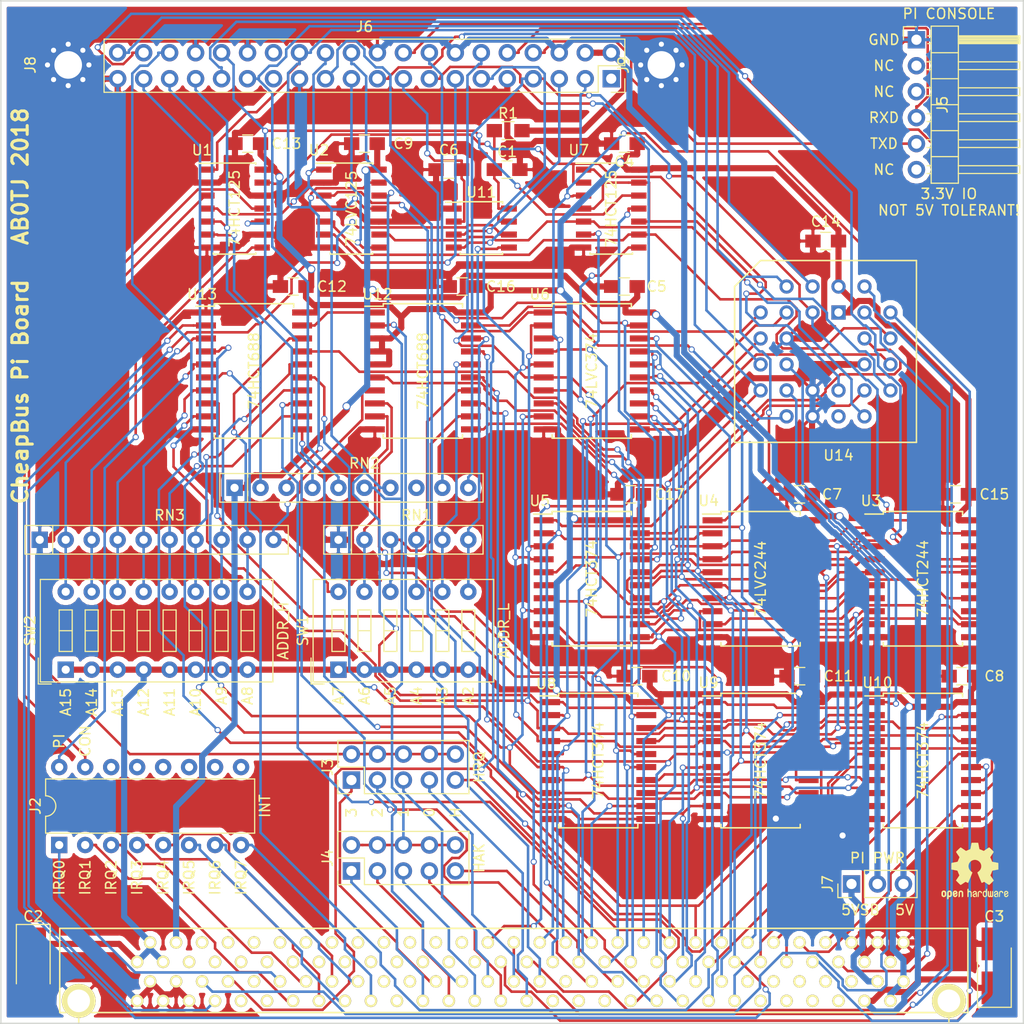
<source format=kicad_pcb>
(kicad_pcb (version 20171130) (host pcbnew "(5.0.2)-1")
  (layers (0 F.Cu signal hide) (31 B.Cu signal hide) (34 B.Paste user) (35 F.Paste user) (36 B.SilkS user) (37 F.SilkS user) (38 B.Mask user) (39 F.Mask user) (44 Edge.Cuts user))
  (net 0 "")
  (net 1 GND)
  (net 2 /AD7)
  (net 3 /AD6)
  (net 4 /AD5)
  (net 5 /AD4)
  (net 6 /AD3)
  (net 7 /AD2)
  (net 8 /AD1)
  (net 9 /AD0)
  (net 10 /~RD)
  (net 11 /~WR)
  (net 12 /PI_REQ)
  (net 13 +5V)
  (net 14 /~IOR)
  (net 15 /~IOW)
  (net 16 /~MEMR)
  (net 17 /~MEMW)
  (net 18 /CON_IOW)
  (net 19 /~CON_IOR)
  (net 20 /~STS_IOR)
  (net 21 /~CON_SO)
  (net 22 /~CON_SI)
  (net 23 "Net-(U14-Pad16)")
  (net 24 /~RESET)
  (net 25 /~CON_R)
  (net 26 /CON_W)
  (net 27 /~HAK)
  (net 28 /~HRQ)
  (net 29 /A0)
  (net 30 /A1)
  (net 31 "Net-(U12-Pad19)")
  (net 32 /IO~M)
  (net 33 /A23)
  (net 34 /A22)
  (net 35 /A21)
  (net 36 /A20)
  (net 37 /A19)
  (net 38 /A18)
  (net 39 /A17)
  (net 40 /A16)
  (net 41 /A15)
  (net 42 /A14)
  (net 43 /A13)
  (net 44 /A12)
  (net 45 /A11)
  (net 46 /A10)
  (net 47 /A9)
  (net 48 /A8)
  (net 49 /A7)
  (net 50 /A6)
  (net 51 /A5)
  (net 52 /A4)
  (net 53 /A3)
  (net 54 /A2)
  (net 55 "Net-(J1-Pad34)")
  (net 56 "Net-(J1-Pad35)")
  (net 57 "Net-(J1-Pad36)")
  (net 58 "Net-(J1-Pad37)")
  (net 59 "Net-(J1-Pad38)")
  (net 60 "Net-(J1-Pad39)")
  (net 61 "Net-(J1-Pad40)")
  (net 62 "Net-(J1-Pad41)")
  (net 63 "Net-(J1-Pad42)")
  (net 64 "Net-(J1-Pad43)")
  (net 65 "Net-(J1-Pad44)")
  (net 66 "Net-(J1-Pad45)")
  (net 67 "Net-(J1-Pad46)")
  (net 68 "Net-(J1-Pad47)")
  (net 69 "Net-(J1-Pad48)")
  (net 70 "Net-(J1-Pad49)")
  (net 71 "Net-(J1-Pad50)")
  (net 72 "Net-(J1-Pad51)")
  (net 73 "Net-(J1-Pad52)")
  (net 74 "Net-(J1-Pad53)")
  (net 75 "Net-(J1-Pad54)")
  (net 76 "Net-(J1-Pad55)")
  (net 77 "Net-(J1-Pad56)")
  (net 78 +3V3)
  (net 79 /+5VSB)
  (net 80 "Net-(J1-Pad65)")
  (net 81 "Net-(J1-Pad66)")
  (net 82 "Net-(J1-Pad67)")
  (net 83 "Net-(J1-Pad68)")
  (net 84 "Net-(J1-Pad69)")
  (net 85 "Net-(J1-Pad70)")
  (net 86 "Net-(J1-Pad71)")
  (net 87 "Net-(J1-Pad72)")
  (net 88 "Net-(J1-Pad73)")
  (net 89 /D7)
  (net 90 /D6)
  (net 91 /D5)
  (net 92 /D4)
  (net 93 /D3)
  (net 94 /D2)
  (net 95 /D1)
  (net 96 /D0)
  (net 97 /~HOLD)
  (net 98 /~HLDA)
  (net 99 "Net-(J1-Pad84)")
  (net 100 /~RFSH)
  (net 101 "Net-(J1-Pad86)")
  (net 102 "Net-(J1-Pad87)")
  (net 103 "Net-(J1-Pad88)")
  (net 104 /~MASTER)
  (net 105 /~AEN)
  (net 106 /~DRQ0)
  (net 107 /~DAK0)
  (net 108 /~DRQ1)
  (net 109 /~DAK1)
  (net 110 /~DRQ2)
  (net 111 /~DAK2)
  (net 112 /~DRQ3)
  (net 113 /~DAK3)
  (net 114 "Net-(J1-Pad99)")
  (net 115 "Net-(J1-Pad100)")
  (net 116 "Net-(J1-Pad101)")
  (net 117 /~IRQ7)
  (net 118 /~IRQ6)
  (net 119 /~IRQ5)
  (net 120 /~IRQ4)
  (net 121 /~IRQ3)
  (net 122 /~IRQ2)
  (net 123 /~IRQ1)
  (net 124 /~IRQ0)
  (net 125 "Net-(J1-Pad110)")
  (net 126 "Net-(J1-Pad111)")
  (net 127 "Net-(J1-Pad112)")
  (net 128 /SDA)
  (net 129 /SCL)
  (net 130 "Net-(RN1-Pad6)")
  (net 131 "Net-(RN1-Pad5)")
  (net 132 "Net-(RN1-Pad4)")
  (net 133 "Net-(RN1-Pad3)")
  (net 134 "Net-(RN1-Pad2)")
  (net 135 "Net-(RN3-Pad9)")
  (net 136 "Net-(RN3-Pad8)")
  (net 137 "Net-(RN3-Pad7)")
  (net 138 "Net-(RN3-Pad6)")
  (net 139 "Net-(RN3-Pad5)")
  (net 140 "Net-(RN3-Pad4)")
  (net 141 "Net-(RN3-Pad3)")
  (net 142 /PD1)
  (net 143 /PU1)
  (net 144 /~pINT)
  (net 145 /~pRFSH)
  (net 146 "Net-(C1-Pad1)")
  (net 147 "Net-(J6-Pad1)")
  (net 148 "Net-(J6-Pad3)")
  (net 149 "Net-(J6-Pad5)")
  (net 150 "Net-(J5-Pad5)")
  (net 151 "Net-(J5-Pad4)")
  (net 152 /pPI_REQ)
  (net 153 "Net-(C6-Pad1)")
  (net 154 /ALE_X)
  (net 155 /~pCON_SO)
  (net 156 /ALE_H)
  (net 157 "Net-(J6-Pad27)")
  (net 158 "Net-(J6-Pad28)")
  (net 159 /ALE_L)
  (net 160 "Net-(J5-Pad6)")
  (net 161 "Net-(J5-Pad3)")
  (net 162 "Net-(J5-Pad2)")
  (net 163 "Net-(U12-Pad1)")
  (net 164 "Net-(RN3-Pad2)")
  (net 165 "Net-(J3-Pad10)")
  (net 166 /PIPWR)
  (net 167 "Net-(J2-Pad16)")
  (net 168 "Net-(J2-Pad15)")
  (net 169 "Net-(J2-Pad14)")
  (net 170 "Net-(J2-Pad13)")
  (net 171 "Net-(J2-Pad12)")
  (net 172 "Net-(J2-Pad11)")
  (net 173 "Net-(J2-Pad10)")
  (net 174 "Net-(J2-Pad9)")
  (net 175 "Net-(RN2-Pad8)")
  (net 176 "Net-(J1-Pad121)")
  (module Pin_Headers:Pin_Header_Straight_2x20_Pitch2.54mm (layer F.Cu) (at 163.195 38.1 270)
    (fp_text reference J6 (at -2.54 24.13) (layer F.SilkS))
    (fp_text value Raspberry_Pi_2_3)
    (pad 1 thru_hole rect (at 2.54 0 270) (size 1.7 1.7) (drill 1) (layers *.Cu *.Mask) (net 147 "Net-(J6-Pad1)"))
    (pad 2 thru_hole oval (at 0 0 270) (size 1.7 1.7) (drill 1) (layers *.Cu *.Mask) (net 166 /PIPWR))
    (pad 3 thru_hole oval (at 2.54 2.54 270) (size 1.7 1.7) (drill 1) (layers *.Cu *.Mask) (net 148 "Net-(J6-Pad3)"))
    (pad 4 thru_hole oval (at 0 2.54 270) (size 1.7 1.7) (drill 1) (layers *.Cu *.Mask) (net 166 /PIPWR))
    (pad 5 thru_hole oval (at 2.54 5.08 270) (size 1.7 1.7) (drill 1) (layers *.Cu *.Mask) (net 149 "Net-(J6-Pad5)"))
    (pad 6 thru_hole oval (at 0 5.08 270) (size 1.7 1.7) (drill 1) (layers *.Cu *.Mask) (net 1 GND))
    (pad 7 thru_hole oval (at 2.54 7.62 270) (size 1.7 1.7) (drill 1) (layers *.Cu *.Mask) (net 11 /~WR))
    (pad 8 thru_hole oval (at 0 7.62 270) (size 1.7 1.7) (drill 1) (layers *.Cu *.Mask) (net 150 "Net-(J5-Pad5)"))
    (pad 9 thru_hole oval (at 2.54 10.16 270) (size 1.7 1.7) (drill 1) (layers *.Cu *.Mask) (net 1 GND))
    (pad 10 thru_hole oval (at 0 10.16 270) (size 1.7 1.7) (drill 1) (layers *.Cu *.Mask) (net 151 "Net-(J5-Pad4)"))
    (pad 11 thru_hole oval (at 2.54 12.7 270) (size 1.7 1.7) (drill 1) (layers *.Cu *.Mask) (net 8 /AD1))
    (pad 12 thru_hole oval (at 0 12.7 270) (size 1.7 1.7) (drill 1) (layers *.Cu *.Mask) (net 7 /AD2))
    (pad 13 thru_hole oval (at 2.54 15.24 270) (size 1.7 1.7) (drill 1) (layers *.Cu *.Mask) (net 152 /pPI_REQ))
    (pad 14 thru_hole oval (at 0 15.24 270) (size 1.7 1.7) (drill 1) (layers *.Cu *.Mask) (net 1 GND))
    (pad 15 thru_hole oval (at 2.54 17.78 270) (size 1.7 1.7) (drill 1) (layers *.Cu *.Mask) (net 3 /AD6))
    (pad 16 thru_hole oval (at 0 17.78 270) (size 1.7 1.7) (drill 1) (layers *.Cu *.Mask) (net 2 /AD7))
    (pad 17 thru_hole oval (at 2.54 20.32 270) (size 1.7 1.7) (drill 1) (layers *.Cu *.Mask) (net 153 "Net-(C6-Pad1)"))
    (pad 18 thru_hole oval (at 0 20.32 270) (size 1.7 1.7) (drill 1) (layers *.Cu *.Mask) (net 154 /ALE_X))
    (pad 19 thru_hole oval (at 2.54 22.86 270) (size 1.7 1.7) (drill 1) (layers *.Cu *.Mask) (net 26 /CON_W))
    (pad 20 thru_hole oval (at 0 22.86 270) (size 1.7 1.7) (drill 1) (layers *.Cu *.Mask) (net 1 GND))
    (pad 21 thru_hole oval (at 2.54 25.4 270) (size 1.7 1.7) (drill 1) (layers *.Cu *.Mask) (net 155 /~pCON_SO))
    (pad 22 thru_hole oval (at 0 25.4 270) (size 1.7 1.7) (drill 1) (layers *.Cu *.Mask) (net 156 /ALE_H))
    (pad 23 thru_hole oval (at 2.54 27.94 270) (size 1.7 1.7) (drill 1) (layers *.Cu *.Mask) (net 25 /~CON_R))
    (pad 24 thru_hole oval (at 0 27.94 270) (size 1.7 1.7) (drill 1) (layers *.Cu *.Mask) (net 27 /~HAK))
    (pad 25 thru_hole oval (at 2.54 30.48 270) (size 1.7 1.7) (drill 1) (layers *.Cu *.Mask) (net 1 GND))
    (pad 26 thru_hole oval (at 0 30.48 270) (size 1.7 1.7) (drill 1) (layers *.Cu *.Mask) (net 28 /~HRQ))
    (pad 27 thru_hole oval (at 2.54 33.02 270) (size 1.7 1.7) (drill 1) (layers *.Cu *.Mask) (net 157 "Net-(J6-Pad27)"))
    (pad 28 thru_hole oval (at 0 33.02 270) (size 1.7 1.7) (drill 1) (layers *.Cu *.Mask) (net 158 "Net-(J6-Pad28)"))
    (pad 29 thru_hole oval (at 2.54 35.56 270) (size 1.7 1.7) (drill 1) (layers *.Cu *.Mask) (net 10 /~RD))
    (pad 30 thru_hole oval (at 0 35.56 270) (size 1.7 1.7) (drill 1) (layers *.Cu *.Mask) (net 1 GND))
    (pad 31 thru_hole oval (at 2.54 38.1 270) (size 1.7 1.7) (drill 1) (layers *.Cu *.Mask) (net 32 /IO~M))
    (pad 32 thru_hole oval (at 0 38.1 270) (size 1.7 1.7) (drill 1) (layers *.Cu *.Mask) (net 144 /~pINT))
    (pad 33 thru_hole oval (at 2.54 40.64 270) (size 1.7 1.7) (drill 1) (layers *.Cu *.Mask) (net 145 /~pRFSH))
    (pad 34 thru_hole oval (at 0 40.64 270) (size 1.7 1.7) (drill 1) (layers *.Cu *.Mask) (net 1 GND))
    (pad 35 thru_hole oval (at 2.54 43.18 270) (size 1.7 1.7) (drill 1) (layers *.Cu *.Mask) (net 6 /AD3))
    (pad 36 thru_hole oval (at 0 43.18 270) (size 1.7 1.7) (drill 1) (layers *.Cu *.Mask) (net 9 /AD0))
    (pad 37 thru_hole oval (at 2.54 45.72 270) (size 1.7 1.7) (drill 1) (layers *.Cu *.Mask) (net 159 /ALE_L))
    (pad 38 thru_hole oval (at 0 45.72 270) (size 1.7 1.7) (drill 1) (layers *.Cu *.Mask) (net 5 /AD4))
    (pad 39 thru_hole oval (at 2.54 48.26 270) (size 1.7 1.7) (drill 1) (layers *.Cu *.Mask) (net 1 GND))
    (pad 40 thru_hole oval (at 0 48.26 270) (size 1.7 1.7) (drill 1) (layers *.Cu *.Mask) (net 4 /AD5))
  )
  (module Pin_Headers:Pin_Header_Straight_2x05_Pitch2.54mm (layer F.Cu) (at 137.795 118.11 90)
    (fp_text reference J4 (at 1.27 -2.33 90) (layer F.SilkS))
    (fp_text value HAK (at 1.27 12.49 90) (layer F.SilkS))
    (pad 10 thru_hole oval (at 2.54 10.16 90) (size 1.7 1.7) (drill 1) (layers *.Cu *.Mask) (net 143 /PU1))
    (pad 9 thru_hole oval (at 0 10.16 90) (size 1.7 1.7) (drill 1) (layers *.Cu *.Mask) (net 98 /~HLDA))
    (pad 8 thru_hole oval (at 2.54 7.62 90) (size 1.7 1.7) (drill 1) (layers *.Cu *.Mask) (net 143 /PU1))
    (pad 7 thru_hole oval (at 0 7.62 90) (size 1.7 1.7) (drill 1) (layers *.Cu *.Mask) (net 107 /~DAK0))
    (pad 6 thru_hole oval (at 2.54 5.08 90) (size 1.7 1.7) (drill 1) (layers *.Cu *.Mask) (net 143 /PU1))
    (pad 5 thru_hole oval (at 0 5.08 90) (size 1.7 1.7) (drill 1) (layers *.Cu *.Mask) (net 109 /~DAK1))
    (pad 4 thru_hole oval (at 2.54 2.54 90) (size 1.7 1.7) (drill 1) (layers *.Cu *.Mask) (net 143 /PU1))
    (pad 3 thru_hole oval (at 0 2.54 90) (size 1.7 1.7) (drill 1) (layers *.Cu *.Mask) (net 111 /~DAK2))
    (pad 2 thru_hole oval (at 2.54 0 90) (size 1.7 1.7) (drill 1) (layers *.Cu *.Mask) (net 143 /PU1))
    (pad 1 thru_hole rect (at 0 0 90) (size 1.7 1.7) (drill 1) (layers *.Cu *.Mask) (net 113 /~DAK3))
  )
  (module Buttons_Switches_THT:SW_DIP_x6_W7.62mm_Slide (layer F.Cu) (at 136.525 98.425 90)
    (fp_text reference SW1 (at 3.81 -3.48 90) (layer F.SilkS))
    (fp_text value ADDR_L (at 3.81 16.18 90) (layer F.SilkS))
    (pad 12 thru_hole oval (at 7.62 0 90) (size 1.6 1.6) (drill 0.8) (layers *.Cu *.Mask) (net 142 /PD1))
    (pad 6 thru_hole oval (at 0 12.7 90) (size 1.6 1.6) (drill 0.8) (layers *.Cu *.Mask) (net 13 +5V))
    (pad 11 thru_hole oval (at 7.62 2.54 90) (size 1.6 1.6) (drill 0.8) (layers *.Cu *.Mask) (net 134 "Net-(RN1-Pad2)"))
    (pad 5 thru_hole oval (at 0 10.16 90) (size 1.6 1.6) (drill 0.8) (layers *.Cu *.Mask) (net 13 +5V))
    (pad 10 thru_hole oval (at 7.62 5.08 90) (size 1.6 1.6) (drill 0.8) (layers *.Cu *.Mask) (net 133 "Net-(RN1-Pad3)"))
    (pad 4 thru_hole oval (at 0 7.62 90) (size 1.6 1.6) (drill 0.8) (layers *.Cu *.Mask) (net 13 +5V))
    (pad 9 thru_hole oval (at 7.62 7.62 90) (size 1.6 1.6) (drill 0.8) (layers *.Cu *.Mask) (net 132 "Net-(RN1-Pad4)"))
    (pad 3 thru_hole oval (at 0 5.08 90) (size 1.6 1.6) (drill 0.8) (layers *.Cu *.Mask) (net 13 +5V))
    (pad 8 thru_hole oval (at 7.62 10.16 90) (size 1.6 1.6) (drill 0.8) (layers *.Cu *.Mask) (net 131 "Net-(RN1-Pad5)"))
    (pad 2 thru_hole oval (at 0 2.54 90) (size 1.6 1.6) (drill 0.8) (layers *.Cu *.Mask) (net 13 +5V))
    (pad 7 thru_hole oval (at 7.62 12.7 90) (size 1.6 1.6) (drill 0.8) (layers *.Cu *.Mask) (net 130 "Net-(RN1-Pad6)"))
    (pad 1 thru_hole rect (at 0 0 90) (size 1.6 1.6) (drill 0.8) (layers *.Cu *.Mask) (net 13 +5V))
  )
  (module Buttons_Switches_THT:SW_DIP_x8_W7.62mm_Slide (layer F.Cu) (at 109.855 98.425 90)
    (fp_text reference SW2 (at 3.81 -3.48 90) (layer F.SilkS))
    (fp_text value ADDR_H (at 3.81 21.26 90) (layer F.SilkS))
    (pad 16 thru_hole oval (at 7.62 0 90) (size 1.6 1.6) (drill 0.8) (layers *.Cu *.Mask) (net 164 "Net-(RN3-Pad2)"))
    (pad 8 thru_hole oval (at 0 17.78 90) (size 1.6 1.6) (drill 0.8) (layers *.Cu *.Mask) (net 13 +5V))
    (pad 15 thru_hole oval (at 7.62 2.54 90) (size 1.6 1.6) (drill 0.8) (layers *.Cu *.Mask) (net 141 "Net-(RN3-Pad3)"))
    (pad 7 thru_hole oval (at 0 15.24 90) (size 1.6 1.6) (drill 0.8) (layers *.Cu *.Mask) (net 13 +5V))
    (pad 14 thru_hole oval (at 7.62 5.08 90) (size 1.6 1.6) (drill 0.8) (layers *.Cu *.Mask) (net 140 "Net-(RN3-Pad4)"))
    (pad 6 thru_hole oval (at 0 12.7 90) (size 1.6 1.6) (drill 0.8) (layers *.Cu *.Mask) (net 13 +5V))
    (pad 13 thru_hole oval (at 7.62 7.62 90) (size 1.6 1.6) (drill 0.8) (layers *.Cu *.Mask) (net 139 "Net-(RN3-Pad5)"))
    (pad 5 thru_hole oval (at 0 10.16 90) (size 1.6 1.6) (drill 0.8) (layers *.Cu *.Mask) (net 13 +5V))
    (pad 12 thru_hole oval (at 7.62 10.16 90) (size 1.6 1.6) (drill 0.8) (layers *.Cu *.Mask) (net 138 "Net-(RN3-Pad6)"))
    (pad 4 thru_hole oval (at 0 7.62 90) (size 1.6 1.6) (drill 0.8) (layers *.Cu *.Mask) (net 13 +5V))
    (pad 11 thru_hole oval (at 7.62 12.7 90) (size 1.6 1.6) (drill 0.8) (layers *.Cu *.Mask) (net 137 "Net-(RN3-Pad7)"))
    (pad 3 thru_hole oval (at 0 5.08 90) (size 1.6 1.6) (drill 0.8) (layers *.Cu *.Mask) (net 13 +5V))
    (pad 10 thru_hole oval (at 7.62 15.24 90) (size 1.6 1.6) (drill 0.8) (layers *.Cu *.Mask) (net 136 "Net-(RN3-Pad8)"))
    (pad 2 thru_hole oval (at 0 2.54 90) (size 1.6 1.6) (drill 0.8) (layers *.Cu *.Mask) (net 13 +5V))
    (pad 9 thru_hole oval (at 7.62 17.78 90) (size 1.6 1.6) (drill 0.8) (layers *.Cu *.Mask) (net 135 "Net-(RN3-Pad9)"))
    (pad 1 thru_hole rect (at 0 0 90) (size 1.6 1.6) (drill 0.8) (layers *.Cu *.Mask) (net 13 +5V))
  )
  (module Capacitors_SMD:C_0805_HandSoldering (layer F.Cu) (at 197.485 99.06 180)
    (fp_text reference C8 (at -3.175 0 180) (layer F.SilkS))
    (fp_text value .1uF)
    (pad 2 smd rect (at 1.25 0 180) (size 1.5 1.25) (layers F.Cu F.Paste F.Mask) (net 1 GND))
    (pad 1 smd rect (at -1.25 0 180) (size 1.5 1.25) (layers F.Cu F.Paste F.Mask) (net 13 +5V))
  )
  (module Capacitors_SMD:C_0805_HandSoldering (layer F.Cu) (at 132.1 60.96 180)
    (fp_text reference C12 (at -3.79 0 180) (layer F.SilkS))
    (fp_text value .1uF)
    (pad 1 smd rect (at -1.25 0 180) (size 1.5 1.25) (layers F.Cu F.Paste F.Mask) (net 13 +5V))
    (pad 2 smd rect (at 1.25 0 180) (size 1.5 1.25) (layers F.Cu F.Paste F.Mask) (net 1 GND))
  )
  (module Capacitors_SMD:C_0805_HandSoldering (layer F.Cu) (at 127.655 46.99 180)
    (fp_text reference C13 (at -3.79 0 180) (layer F.SilkS))
    (fp_text value .1uF)
    (pad 2 smd rect (at 1.25 0 180) (size 1.5 1.25) (layers F.Cu F.Paste F.Mask) (net 1 GND))
    (pad 1 smd rect (at -1.25 0 180) (size 1.5 1.25) (layers F.Cu F.Paste F.Mask) (net 13 +5V))
  )
  (module Capacitors_SMD:C_0805_HandSoldering (layer F.Cu) (at 184.17 56.515 180)
    (fp_text reference C14 (at 0 1.905 180) (layer F.SilkS))
    (fp_text value .1uF)
    (pad 1 smd rect (at -1.25 0 180) (size 1.5 1.25) (layers F.Cu F.Paste F.Mask) (net 13 +5V))
    (pad 2 smd rect (at 1.25 0 180) (size 1.5 1.25) (layers F.Cu F.Paste F.Mask) (net 1 GND))
  )
  (module Capacitors_SMD:C_0805_HandSoldering (layer F.Cu) (at 196.87 81.28 180)
    (fp_text reference C15 (at -3.79 0 180) (layer F.SilkS))
    (fp_text value .1uF)
    (pad 1 smd rect (at -1.25 0 180) (size 1.5 1.25) (layers F.Cu F.Paste F.Mask) (net 13 +5V))
    (pad 2 smd rect (at 1.25 0 180) (size 1.5 1.25) (layers F.Cu F.Paste F.Mask) (net 1 GND))
  )
  (module Capacitors_SMD:C_0805_HandSoldering (layer F.Cu) (at 148.61 60.96 180)
    (fp_text reference C16 (at -3.79 0 180) (layer F.SilkS))
    (fp_text value .1uF)
    (pad 1 smd rect (at -1.25 0 180) (size 1.5 1.25) (layers F.Cu F.Paste F.Mask) (net 13 +5V))
    (pad 2 smd rect (at 1.25 0 180) (size 1.5 1.25) (layers F.Cu F.Paste F.Mask) (net 1 GND))
  )
  (module Capacitors_SMD:C_0805_HandSoldering (layer F.Cu) (at 165.715 99.06 180)
    (fp_text reference C10 (at -3.83 0 180) (layer F.SilkS))
    (fp_text value .1uF)
    (pad 2 smd rect (at 1.25 0 180) (size 1.5 1.25) (layers F.Cu F.Paste F.Mask) (net 1 GND))
    (pad 1 smd rect (at -1.25 0 180) (size 1.5 1.25) (layers F.Cu F.Paste F.Mask) (net 13 +5V))
  )
  (module Capacitors_SMD:C_0805_HandSoldering (layer F.Cu) (at 139.065 46.99 180)
    (fp_text reference C9 (at -3.81 0 180) (layer F.SilkS))
    (fp_text value .1uF)
    (pad 1 smd rect (at -1.25 0 180) (size 1.5 1.25) (layers F.Cu F.Paste F.Mask) (net 78 +3V3))
    (pad 2 smd rect (at 1.25 0 180) (size 1.5 1.25) (layers F.Cu F.Paste F.Mask) (net 1 GND))
  )
  (module Capacitors_SMD:C_0805_HandSoldering (layer F.Cu) (at 181.61 81.28 180)
    (fp_text reference C7 (at -3.175 0 180) (layer F.SilkS))
    (fp_text value .1uF)
    (pad 2 smd rect (at 1.25 0 180) (size 1.5 1.25) (layers F.Cu F.Paste F.Mask) (net 1 GND))
    (pad 1 smd rect (at -1.25 0 180) (size 1.5 1.25) (layers F.Cu F.Paste F.Mask) (net 78 +3V3))
  )
  (module Capacitors_SMD:C_0805_HandSoldering (layer F.Cu) (at 153.015 49.53)
    (fp_text reference C1 (at 0 -1.75) (layer F.SilkS))
    (fp_text value 100pF)
    (pad 1 smd rect (at -1.25 0) (size 1.5 1.25) (layers F.Cu F.Paste F.Mask) (net 146 "Net-(C1-Pad1)"))
    (pad 2 smd rect (at 1.25 0) (size 1.5 1.25) (layers F.Cu F.Paste F.Mask) (net 1 GND))
  )
  (module Capacitors_SMD:C_0805_HandSoldering (layer F.Cu) (at 147.32 49.53 180)
    (fp_text reference C6 (at 0 1.905 180) (layer F.SilkS))
    (fp_text value .1uF)
    (pad 2 smd rect (at 1.25 0 180) (size 1.5 1.25) (layers F.Cu F.Paste F.Mask) (net 1 GND))
    (pad 1 smd rect (at -1.25 0 180) (size 1.5 1.25) (layers F.Cu F.Paste F.Mask) (net 153 "Net-(C6-Pad1)"))
  )
  (module Capacitors_SMD:C_0805_HandSoldering (layer F.Cu) (at 164.485 60.96 180)
    (fp_text reference C5 (at -3.155 0 180) (layer F.SilkS))
    (fp_text value .1uF)
    (pad 1 smd rect (at -1.25 0 180) (size 1.5 1.25) (layers F.Cu F.Paste F.Mask) (net 78 +3V3))
    (pad 2 smd rect (at 1.25 0 180) (size 1.5 1.25) (layers F.Cu F.Paste F.Mask) (net 1 GND))
  )
  (module Capacitors_SMD:C_0805_HandSoldering (layer F.Cu) (at 181.63 99.06 180)
    (fp_text reference C11 (at -3.79 0 180) (layer F.SilkS))
    (fp_text value .1uF)
    (pad 2 smd rect (at 1.25 0 180) (size 1.5 1.25) (layers F.Cu F.Paste F.Mask) (net 1 GND))
    (pad 1 smd rect (at -1.25 0 180) (size 1.5 1.25) (layers F.Cu F.Paste F.Mask) (net 13 +5V))
  )
  (module Capacitors_SMD:C_0805_HandSoldering (layer F.Cu) (at 164.485 46.99 180)
    (fp_text reference C4 (at 0 -1.75 180) (layer F.SilkS))
    (fp_text value .1uF)
    (pad 1 smd rect (at -1.25 0 180) (size 1.5 1.25) (layers F.Cu F.Paste F.Mask) (net 13 +5V))
    (pad 2 smd rect (at 1.25 0 180) (size 1.5 1.25) (layers F.Cu F.Paste F.Mask) (net 1 GND))
  )
  (module Capacitors_SMD:C_0805_HandSoldering (layer F.Cu) (at 165.1 81.28 180)
    (fp_text reference C17 (at -3.81 0 180) (layer F.SilkS))
    (fp_text value .1uF)
    (pad 2 smd rect (at 1.25 0 180) (size 1.5 1.25) (layers F.Cu F.Paste F.Mask) (net 1 GND))
    (pad 1 smd rect (at -1.25 0 180) (size 1.5 1.25) (layers F.Cu F.Paste F.Mask) (net 13 +5V))
  )
  (module Capacitors_Tantalum_SMD:CP_Tantalum_Case-B_EIA-3528-21_Hand (layer F.Cu) (at 106.68 127.39 270)
    (fp_text reference C2 (at -4.835 0 180) (layer F.SilkS))
    (fp_text value 33uF)
    (pad 1 smd rect (at -2.15 0 270) (size 3.2 2.5) (layers F.Cu F.Paste F.Mask) (net 13 +5V))
    (pad 2 smd rect (at 2.15 0 270) (size 3.2 2.5) (layers F.Cu F.Paste F.Mask) (net 1 GND))
  )
  (module Capacitors_Tantalum_SMD:CP_Tantalum_Case-B_EIA-3528-21_Hand (layer F.Cu) (at 200.66 127.39 90)
    (fp_text reference C3 (at 4.835 0) (layer F.SilkS))
    (fp_text value 33uF)
    (pad 2 smd rect (at 2.15 0 90) (size 3.2 2.5) (layers F.Cu F.Paste F.Mask) (net 1 GND))
    (pad 1 smd rect (at -2.15 0 90) (size 3.2 2.5) (layers F.Cu F.Paste F.Mask) (net 78 +3V3))
  )
  (module Housings_DIP:DIP-16_W7.62mm (layer F.Cu) (at 109.22 115.57 90)
    (fp_text reference J2 (at 3.81 -2.33 90) (layer F.SilkS))
    (fp_text value INT (at 3.81 20.11 90) (layer F.SilkS))
    (pad 16 thru_hole oval (at 7.62 0 90) (size 1.6 1.6) (drill 0.8) (layers *.Cu *.Mask) (net 167 "Net-(J2-Pad16)"))
    (pad 8 thru_hole oval (at 0 17.78 90) (size 1.6 1.6) (drill 0.8) (layers *.Cu *.Mask) (net 117 /~IRQ7))
    (pad 15 thru_hole oval (at 7.62 2.54 90) (size 1.6 1.6) (drill 0.8) (layers *.Cu *.Mask) (net 168 "Net-(J2-Pad15)"))
    (pad 7 thru_hole oval (at 0 15.24 90) (size 1.6 1.6) (drill 0.8) (layers *.Cu *.Mask) (net 118 /~IRQ6))
    (pad 14 thru_hole oval (at 7.62 5.08 90) (size 1.6 1.6) (drill 0.8) (layers *.Cu *.Mask) (net 169 "Net-(J2-Pad14)"))
    (pad 6 thru_hole oval (at 0 12.7 90) (size 1.6 1.6) (drill 0.8) (layers *.Cu *.Mask) (net 119 /~IRQ5))
    (pad 13 thru_hole oval (at 7.62 7.62 90) (size 1.6 1.6) (drill 0.8) (layers *.Cu *.Mask) (net 170 "Net-(J2-Pad13)"))
    (pad 5 thru_hole oval (at 0 10.16 90) (size 1.6 1.6) (drill 0.8) (layers *.Cu *.Mask) (net 120 /~IRQ4))
    (pad 12 thru_hole oval (at 7.62 10.16 90) (size 1.6 1.6) (drill 0.8) (layers *.Cu *.Mask) (net 171 "Net-(J2-Pad12)"))
    (pad 4 thru_hole oval (at 0 7.62 90) (size 1.6 1.6) (drill 0.8) (layers *.Cu *.Mask) (net 121 /~IRQ3))
    (pad 11 thru_hole oval (at 7.62 12.7 90) (size 1.6 1.6) (drill 0.8) (layers *.Cu *.Mask) (net 172 "Net-(J2-Pad11)"))
    (pad 3 thru_hole oval (at 0 5.08 90) (size 1.6 1.6) (drill 0.8) (layers *.Cu *.Mask) (net 122 /~IRQ2))
    (pad 10 thru_hole oval (at 7.62 15.24 90) (size 1.6 1.6) (drill 0.8) (layers *.Cu *.Mask) (net 173 "Net-(J2-Pad10)"))
    (pad 2 thru_hole oval (at 0 2.54 90) (size 1.6 1.6) (drill 0.8) (layers *.Cu *.Mask) (net 123 /~IRQ1))
    (pad 9 thru_hole oval (at 7.62 17.78 90) (size 1.6 1.6) (drill 0.8) (layers *.Cu *.Mask) (net 174 "Net-(J2-Pad9)"))
    (pad 1 thru_hole rect (at 0 0 90) (size 1.6 1.6) (drill 0.8) (layers *.Cu *.Mask) (net 124 /~IRQ0))
  )
  (module Housings_SOIC:SOIC-14_3.9x8.7mm_Pitch1.27mm (layer F.Cu) (at 126.365 53.34)
    (fp_text reference U1 (at -3.175 -5.715) (layer F.SilkS))
    (fp_text value 74HCT125 (at 0 0 90) (layer F.SilkS))
    (pad 14 smd rect (at 2.7 -3.81) (size 1.5 0.6) (layers F.Cu F.Paste F.Mask) (net 13 +5V))
    (pad 13 smd rect (at 2.7 -2.54) (size 1.5 0.6) (layers F.Cu F.Paste F.Mask) (net 22 /~CON_SI))
    (pad 12 smd rect (at 2.7 -1.27) (size 1.5 0.6) (layers F.Cu F.Paste F.Mask) (net 1 GND))
    (pad 11 smd rect (at 2.7 0) (size 1.5 0.6) (layers F.Cu F.Paste F.Mask) (net 168 "Net-(J2-Pad15)"))
    (pad 10 smd rect (at 2.7 1.27) (size 1.5 0.6) (layers F.Cu F.Paste F.Mask) (net 144 /~pINT))
    (pad 9 smd rect (at 2.7 2.54) (size 1.5 0.6) (layers F.Cu F.Paste F.Mask) (net 1 GND))
    (pad 8 smd rect (at 2.7 3.81) (size 1.5 0.6) (layers F.Cu F.Paste F.Mask) (net 167 "Net-(J2-Pad16)"))
    (pad 7 smd rect (at -2.7 3.81) (size 1.5 0.6) (layers F.Cu F.Paste F.Mask) (net 1 GND))
    (pad 6 smd rect (at -2.7 2.54) (size 1.5 0.6) (layers F.Cu F.Paste F.Mask) (net 100 /~RFSH))
    (pad 5 smd rect (at -2.7 1.27) (size 1.5 0.6) (layers F.Cu F.Paste F.Mask) (net 145 /~pRFSH))
    (pad 4 smd rect (at -2.7 0) (size 1.5 0.6) (layers F.Cu F.Paste F.Mask) (net 27 /~HAK))
    (pad 3 smd rect (at -2.7 -1.27) (size 1.5 0.6) (layers F.Cu F.Paste F.Mask) (net 165 "Net-(J3-Pad10)"))
    (pad 2 smd rect (at -2.7 -2.54) (size 1.5 0.6) (layers F.Cu F.Paste F.Mask) (net 1 GND))
    (pad 1 smd rect (at -2.7 -3.81) (size 1.5 0.6) (layers F.Cu F.Paste F.Mask) (net 28 /~HRQ))
  )
  (module Housings_SOIC:SOIC-14_3.9x8.7mm_Pitch1.27mm (layer F.Cu) (at 137.795 53.34)
    (fp_text reference U2 (at -3.175 -5.715) (layer F.SilkS))
    (fp_text value 74LVC125 (at 0 0 90) (layer F.SilkS))
    (pad 1 smd rect (at -2.7 -3.81) (size 1.5 0.6) (layers F.Cu F.Paste F.Mask) (net 27 /~HAK))
    (pad 2 smd rect (at -2.7 -2.54) (size 1.5 0.6) (layers F.Cu F.Paste F.Mask) (net 1 GND))
    (pad 3 smd rect (at -2.7 -1.27) (size 1.5 0.6) (layers F.Cu F.Paste F.Mask) (net 104 /~MASTER))
    (pad 4 smd rect (at -2.7 0) (size 1.5 0.6) (layers F.Cu F.Paste F.Mask) (net 1 GND))
    (pad 5 smd rect (at -2.7 1.27) (size 1.5 0.6) (layers F.Cu F.Paste F.Mask) (net 12 /PI_REQ))
    (pad 6 smd rect (at -2.7 2.54) (size 1.5 0.6) (layers F.Cu F.Paste F.Mask) (net 152 /pPI_REQ))
    (pad 7 smd rect (at -2.7 3.81) (size 1.5 0.6) (layers F.Cu F.Paste F.Mask) (net 1 GND))
    (pad 8 smd rect (at 2.7 3.81) (size 1.5 0.6) (layers F.Cu F.Paste F.Mask) (net 155 /~pCON_SO))
    (pad 9 smd rect (at 2.7 2.54) (size 1.5 0.6) (layers F.Cu F.Paste F.Mask) (net 21 /~CON_SO))
    (pad 10 smd rect (at 2.7 1.27) (size 1.5 0.6) (layers F.Cu F.Paste F.Mask) (net 1 GND))
    (pad 11 smd rect (at 2.7 0) (size 1.5 0.6) (layers F.Cu F.Paste F.Mask) (net 27 /~HAK))
    (pad 12 smd rect (at 2.7 -1.27) (size 1.5 0.6) (layers F.Cu F.Paste F.Mask) (net 143 /PU1))
    (pad 13 smd rect (at 2.7 -2.54) (size 1.5 0.6) (layers F.Cu F.Paste F.Mask) (net 28 /~HRQ))
    (pad 14 smd rect (at 2.7 -3.81) (size 1.5 0.6) (layers F.Cu F.Paste F.Mask) (net 78 +3V3))
  )
  (module Housings_SOIC:SOIC-14_3.9x8.7mm_Pitch1.27mm (layer F.Cu) (at 163.195 53.34)
    (fp_text reference U7 (at -3.175 -5.715) (layer F.SilkS))
    (fp_text value 74HCT125 (at 0 0 90) (layer F.SilkS))
    (pad 14 smd rect (at 2.7 -3.81) (size 1.5 0.6) (layers F.Cu F.Paste F.Mask) (net 13 +5V))
    (pad 13 smd rect (at 2.7 -2.54) (size 1.5 0.6) (layers F.Cu F.Paste F.Mask) (net 20 /~STS_IOR))
    (pad 12 smd rect (at 2.7 -1.27) (size 1.5 0.6) (layers F.Cu F.Paste F.Mask) (net 144 /~pINT))
    (pad 11 smd rect (at 2.7 0) (size 1.5 0.6) (layers F.Cu F.Paste F.Mask) (net 93 /D3))
    (pad 10 smd rect (at 2.7 1.27) (size 1.5 0.6) (layers F.Cu F.Paste F.Mask) (net 20 /~STS_IOR))
    (pad 9 smd rect (at 2.7 2.54) (size 1.5 0.6) (layers F.Cu F.Paste F.Mask) (net 12 /PI_REQ))
    (pad 8 smd rect (at 2.7 3.81) (size 1.5 0.6) (layers F.Cu F.Paste F.Mask) (net 94 /D2))
    (pad 7 smd rect (at -2.7 3.81) (size 1.5 0.6) (layers F.Cu F.Paste F.Mask) (net 1 GND))
    (pad 6 smd rect (at -2.7 2.54) (size 1.5 0.6) (layers F.Cu F.Paste F.Mask) (net 95 /D1))
    (pad 5 smd rect (at -2.7 1.27) (size 1.5 0.6) (layers F.Cu F.Paste F.Mask) (net 21 /~CON_SO))
    (pad 4 smd rect (at -2.7 0) (size 1.5 0.6) (layers F.Cu F.Paste F.Mask) (net 20 /~STS_IOR))
    (pad 3 smd rect (at -2.7 -1.27) (size 1.5 0.6) (layers F.Cu F.Paste F.Mask) (net 96 /D0))
    (pad 2 smd rect (at -2.7 -2.54) (size 1.5 0.6) (layers F.Cu F.Paste F.Mask) (net 22 /~CON_SI))
    (pad 1 smd rect (at -2.7 -3.81) (size 1.5 0.6) (layers F.Cu F.Paste F.Mask) (net 20 /~STS_IOR))
  )
  (module Housings_SOIC:SOIC-20W_7.5x12.8mm_Pitch1.27mm (layer F.Cu) (at 177.8 89.535)
    (fp_text reference U4 (at -5.08 -7.62) (layer F.SilkS))
    (fp_text value 74LVC244 (at 0 0 90) (layer F.SilkS))
    (pad 20 smd rect (at 4.7 -5.715) (size 1.95 0.6) (layers F.Cu F.Paste F.Mask) (net 78 +3V3))
    (pad 19 smd rect (at 4.7 -4.445) (size 1.95 0.6) (layers F.Cu F.Paste F.Mask) (net 10 /~RD))
    (pad 18 smd rect (at 4.7 -3.175) (size 1.95 0.6) (layers F.Cu F.Paste F.Mask) (net 9 /AD0))
    (pad 17 smd rect (at 4.7 -1.905) (size 1.95 0.6) (layers F.Cu F.Paste F.Mask) (net 92 /D4))
    (pad 16 smd rect (at 4.7 -0.635) (size 1.95 0.6) (layers F.Cu F.Paste F.Mask) (net 8 /AD1))
    (pad 15 smd rect (at 4.7 0.635) (size 1.95 0.6) (layers F.Cu F.Paste F.Mask) (net 91 /D5))
    (pad 14 smd rect (at 4.7 1.905) (size 1.95 0.6) (layers F.Cu F.Paste F.Mask) (net 7 /AD2))
    (pad 13 smd rect (at 4.7 3.175) (size 1.95 0.6) (layers F.Cu F.Paste F.Mask) (net 90 /D6))
    (pad 12 smd rect (at 4.7 4.445) (size 1.95 0.6) (layers F.Cu F.Paste F.Mask) (net 6 /AD3))
    (pad 11 smd rect (at 4.7 5.715) (size 1.95 0.6) (layers F.Cu F.Paste F.Mask) (net 89 /D7))
    (pad 10 smd rect (at -4.7 5.715) (size 1.95 0.6) (layers F.Cu F.Paste F.Mask) (net 1 GND))
    (pad 9 smd rect (at -4.7 4.445) (size 1.95 0.6) (layers F.Cu F.Paste F.Mask) (net 2 /AD7))
    (pad 8 smd rect (at -4.7 3.175) (size 1.95 0.6) (layers F.Cu F.Paste F.Mask) (net 93 /D3))
    (pad 7 smd rect (at -4.7 1.905) (size 1.95 0.6) (layers F.Cu F.Paste F.Mask) (net 3 /AD6))
    (pad 6 smd rect (at -4.7 0.635) (size 1.95 0.6) (layers F.Cu F.Paste F.Mask) (net 94 /D2))
    (pad 5 smd rect (at -4.7 -0.635) (size 1.95 0.6) (layers F.Cu F.Paste F.Mask) (net 4 /AD5))
    (pad 4 smd rect (at -4.7 -1.905) (size 1.95 0.6) (layers F.Cu F.Paste F.Mask) (net 95 /D1))
    (pad 3 smd rect (at -4.7 -3.175) (size 1.95 0.6) (layers F.Cu F.Paste F.Mask) (net 5 /AD4))
    (pad 2 smd rect (at -4.7 -4.445) (size 1.95 0.6) (layers F.Cu F.Paste F.Mask) (net 96 /D0))
    (pad 1 smd rect (at -4.7 -5.715) (size 1.95 0.6) (layers F.Cu F.Paste F.Mask) (net 10 /~RD))
  )
  (module Housings_SOIC:SOIC-20W_7.5x12.8mm_Pitch1.27mm (layer F.Cu) (at 161.29 89.535)
    (fp_text reference U5 (at -5.08 -7.62) (layer F.SilkS))
    (fp_text value 74HCT374 (at 0 0 90) (layer F.SilkS))
    (pad 1 smd rect (at -4.7 -5.715) (size 1.95 0.6) (layers F.Cu F.Paste F.Mask) (net 19 /~CON_IOR))
    (pad 2 smd rect (at -4.7 -4.445) (size 1.95 0.6) (layers F.Cu F.Paste F.Mask) (net 96 /D0))
    (pad 3 smd rect (at -4.7 -3.175) (size 1.95 0.6) (layers F.Cu F.Paste F.Mask) (net 9 /AD0))
    (pad 4 smd rect (at -4.7 -1.905) (size 1.95 0.6) (layers F.Cu F.Paste F.Mask) (net 8 /AD1))
    (pad 5 smd rect (at -4.7 -0.635) (size 1.95 0.6) (layers F.Cu F.Paste F.Mask) (net 95 /D1))
    (pad 6 smd rect (at -4.7 0.635) (size 1.95 0.6) (layers F.Cu F.Paste F.Mask) (net 94 /D2))
    (pad 7 smd rect (at -4.7 1.905) (size 1.95 0.6) (layers F.Cu F.Paste F.Mask) (net 7 /AD2))
    (pad 8 smd rect (at -4.7 3.175) (size 1.95 0.6) (layers F.Cu F.Paste F.Mask) (net 6 /AD3))
    (pad 9 smd rect (at -4.7 4.445) (size 1.95 0.6) (layers F.Cu F.Paste F.Mask) (net 93 /D3))
    (pad 10 smd rect (at -4.7 5.715) (size 1.95 0.6) (layers F.Cu F.Paste F.Mask) (net 1 GND))
    (pad 11 smd rect (at 4.7 5.715) (size 1.95 0.6) (layers F.Cu F.Paste F.Mask) (net 26 /CON_W))
    (pad 12 smd rect (at 4.7 4.445) (size 1.95 0.6) (layers F.Cu F.Paste F.Mask) (net 92 /D4))
    (pad 13 smd rect (at 4.7 3.175) (size 1.95 0.6) (layers F.Cu F.Paste F.Mask) (net 5 /AD4))
    (pad 14 smd rect (at 4.7 1.905) (size 1.95 0.6) (layers F.Cu F.Paste F.Mask) (net 4 /AD5))
    (pad 15 smd rect (at 4.7 0.635) (size 1.95 0.6) (layers F.Cu F.Paste F.Mask) (net 91 /D5))
    (pad 16 smd rect (at 4.7 -0.635) (size 1.95 0.6) (layers F.Cu F.Paste F.Mask) (net 90 /D6))
    (pad 17 smd rect (at 4.7 -1.905) (size 1.95 0.6) (layers F.Cu F.Paste F.Mask) (net 3 /AD6))
    (pad 18 smd rect (at 4.7 -3.175) (size 1.95 0.6) (layers F.Cu F.Paste F.Mask) (net 2 /AD7))
    (pad 19 smd rect (at 4.7 -4.445) (size 1.95 0.6) (layers F.Cu F.Paste F.Mask) (net 89 /D7))
    (pad 20 smd rect (at 4.7 -5.715) (size 1.95 0.6) (layers F.Cu F.Paste F.Mask) (net 13 +5V))
  )
  (module Housings_SOIC:SOIC-20W_7.5x12.8mm_Pitch1.27mm (layer F.Cu) (at 161.29 69.215)
    (fp_text reference U6 (at -5.08 -7.5) (layer F.SilkS))
    (fp_text value 74LVC374 (at 0 0 90) (layer F.SilkS))
    (pad 20 smd rect (at 4.7 -5.715) (size 1.95 0.6) (layers F.Cu F.Paste F.Mask) (net 78 +3V3))
    (pad 19 smd rect (at 4.7 -4.445) (size 1.95 0.6) (layers F.Cu F.Paste F.Mask) (net 2 /AD7))
    (pad 18 smd rect (at 4.7 -3.175) (size 1.95 0.6) (layers F.Cu F.Paste F.Mask) (net 89 /D7))
    (pad 17 smd rect (at 4.7 -1.905) (size 1.95 0.6) (layers F.Cu F.Paste F.Mask) (net 90 /D6))
    (pad 16 smd rect (at 4.7 -0.635) (size 1.95 0.6) (layers F.Cu F.Paste F.Mask) (net 3 /AD6))
    (pad 15 smd rect (at 4.7 0.635) (size 1.95 0.6) (layers F.Cu F.Paste F.Mask) (net 4 /AD5))
    (pad 14 smd rect (at 4.7 1.905) (size 1.95 0.6) (layers F.Cu F.Paste F.Mask) (net 91 /D5))
    (pad 13 smd rect (at 4.7 3.175) (size 1.95 0.6) (layers F.Cu F.Paste F.Mask) (net 92 /D4))
    (pad 12 smd rect (at 4.7 4.445) (size 1.95 0.6) (layers F.Cu F.Paste F.Mask) (net 5 /AD4))
    (pad 11 smd rect (at 4.7 5.715) (size 1.95 0.6) (layers F.Cu F.Paste F.Mask) (net 18 /CON_IOW))
    (pad 10 smd rect (at -4.7 5.715) (size 1.95 0.6) (layers F.Cu F.Paste F.Mask) (net 1 GND))
    (pad 9 smd rect (at -4.7 4.445) (size 1.95 0.6) (layers F.Cu F.Paste F.Mask) (net 6 /AD3))
    (pad 8 smd rect (at -4.7 3.175) (size 1.95 0.6) (layers F.Cu F.Paste F.Mask) (net 93 /D3))
    (pad 7 smd rect (at -4.7 1.905) (size 1.95 0.6) (layers F.Cu F.Paste F.Mask) (net 94 /D2))
    (pad 6 smd rect (at -4.7 0.635) (size 1.95 0.6) (layers F.Cu F.Paste F.Mask) (net 7 /AD2))
    (pad 5 smd rect (at -4.7 -0.635) (size 1.95 0.6) (layers F.Cu F.Paste F.Mask) (net 8 /AD1))
    (pad 4 smd rect (at -4.7 -1.905) (size 1.95 0.6) (layers F.Cu F.Paste F.Mask) (net 95 /D1))
    (pad 3 smd rect (at -4.7 -3.175) (size 1.95 0.6) (layers F.Cu F.Paste F.Mask) (net 96 /D0))
    (pad 2 smd rect (at -4.7 -4.445) (size 1.95 0.6) (layers F.Cu F.Paste F.Mask) (net 9 /AD0))
    (pad 1 smd rect (at -4.7 -5.715) (size 1.95 0.6) (layers F.Cu F.Paste F.Mask) (net 25 /~CON_R))
  )
  (module Housings_SOIC:SOIC-20W_7.5x12.8mm_Pitch1.27mm (layer F.Cu) (at 193.675 89.535)
    (fp_text reference U3 (at -5.08 -7.62) (layer F.SilkS))
    (fp_text value 74HCT244 (at 0 0 90) (layer F.SilkS))
    (pad 1 smd rect (at -4.7 -5.715) (size 1.95 0.6) (layers F.Cu F.Paste F.Mask) (net 11 /~WR))
    (pad 2 smd rect (at -4.7 -4.445) (size 1.95 0.6) (layers F.Cu F.Paste F.Mask) (net 9 /AD0))
    (pad 3 smd rect (at -4.7 -3.175) (size 1.95 0.6) (layers F.Cu F.Paste F.Mask) (net 92 /D4))
    (pad 4 smd rect (at -4.7 -1.905) (size 1.95 0.6) (layers F.Cu F.Paste F.Mask) (net 8 /AD1))
    (pad 5 smd rect (at -4.7 -0.635) (size 1.95 0.6) (layers F.Cu F.Paste F.Mask) (net 91 /D5))
    (pad 6 smd rect (at -4.7 0.635) (size 1.95 0.6) (layers F.Cu F.Paste F.Mask) (net 7 /AD2))
    (pad 7 smd rect (at -4.7 1.905) (size 1.95 0.6) (layers F.Cu F.Paste F.Mask) (net 90 /D6))
    (pad 8 smd rect (at -4.7 3.175) (size 1.95 0.6) (layers F.Cu F.Paste F.Mask) (net 6 /AD3))
    (pad 9 smd rect (at -4.7 4.445) (size 1.95 0.6) (layers F.Cu F.Paste F.Mask) (net 89 /D7))
    (pad 10 smd rect (at -4.7 5.715) (size 1.95 0.6) (layers F.Cu F.Paste F.Mask) (net 1 GND))
    (pad 11 smd rect (at 4.7 5.715) (size 1.95 0.6) (layers F.Cu F.Paste F.Mask) (net 2 /AD7))
    (pad 12 smd rect (at 4.7 4.445) (size 1.95 0.6) (layers F.Cu F.Paste F.Mask) (net 93 /D3))
    (pad 13 smd rect (at 4.7 3.175) (size 1.95 0.6) (layers F.Cu F.Paste F.Mask) (net 3 /AD6))
    (pad 14 smd rect (at 4.7 1.905) (size 1.95 0.6) (layers F.Cu F.Paste F.Mask) (net 94 /D2))
    (pad 15 smd rect (at 4.7 0.635) (size 1.95 0.6) (layers F.Cu F.Paste F.Mask) (net 4 /AD5))
    (pad 16 smd rect (at 4.7 -0.635) (size 1.95 0.6) (layers F.Cu F.Paste F.Mask) (net 95 /D1))
    (pad 17 smd rect (at 4.7 -1.905) (size 1.95 0.6) (layers F.Cu F.Paste F.Mask) (net 5 /AD4))
    (pad 18 smd rect (at 4.7 -3.175) (size 1.95 0.6) (layers F.Cu F.Paste F.Mask) (net 96 /D0))
    (pad 19 smd rect (at 4.7 -4.445) (size 1.95 0.6) (layers F.Cu F.Paste F.Mask) (net 11 /~WR))
    (pad 20 smd rect (at 4.7 -5.715) (size 1.95 0.6) (layers F.Cu F.Paste F.Mask) (net 13 +5V))
  )
  (module Housings_SOIC:SOIC-20W_7.5x12.8mm_Pitch1.27mm (layer F.Cu) (at 161.925 107.315)
    (fp_text reference U8 (at -5.08 -7.5) (layer F.SilkS))
    (fp_text value 74HCT374 (at 0 0 90) (layer F.SilkS))
    (pad 20 smd rect (at 4.7 -5.715) (size 1.95 0.6) (layers F.Cu F.Paste F.Mask) (net 13 +5V))
    (pad 19 smd rect (at 4.7 -4.445) (size 1.95 0.6) (layers F.Cu F.Paste F.Mask) (net 49 /A7))
    (pad 18 smd rect (at 4.7 -3.175) (size 1.95 0.6) (layers F.Cu F.Paste F.Mask) (net 2 /AD7))
    (pad 17 smd rect (at 4.7 -1.905) (size 1.95 0.6) (layers F.Cu F.Paste F.Mask) (net 3 /AD6))
    (pad 16 smd rect (at 4.7 -0.635) (size 1.95 0.6) (layers F.Cu F.Paste F.Mask) (net 50 /A6))
    (pad 15 smd rect (at 4.7 0.635) (size 1.95 0.6) (layers F.Cu F.Paste F.Mask) (net 51 /A5))
    (pad 14 smd rect (at 4.7 1.905) (size 1.95 0.6) (layers F.Cu F.Paste F.Mask) (net 4 /AD5))
    (pad 13 smd rect (at 4.7 3.175) (size 1.95 0.6) (layers F.Cu F.Paste F.Mask) (net 5 /AD4))
    (pad 12 smd rect (at 4.7 4.445) (size 1.95 0.6) (layers F.Cu F.Paste F.Mask) (net 52 /A4))
    (pad 11 smd rect (at 4.7 5.715) (size 1.95 0.6) (layers F.Cu F.Paste F.Mask) (net 159 /ALE_L))
    (pad 10 smd rect (at -4.7 5.715) (size 1.95 0.6) (layers F.Cu F.Paste F.Mask) (net 1 GND))
    (pad 9 smd rect (at -4.7 4.445) (size 1.95 0.6) (layers F.Cu F.Paste F.Mask) (net 53 /A3))
    (pad 8 smd rect (at -4.7 3.175) (size 1.95 0.6) (layers F.Cu F.Paste F.Mask) (net 6 /AD3))
    (pad 7 smd rect (at -4.7 1.905) (size 1.95 0.6) (layers F.Cu F.Paste F.Mask) (net 7 /AD2))
    (pad 6 smd rect (at -4.7 0.635) (size 1.95 0.6) (layers F.Cu F.Paste F.Mask) (net 54 /A2))
    (pad 5 smd rect (at -4.7 -0.635) (size 1.95 0.6) (layers F.Cu F.Paste F.Mask) (net 30 /A1))
    (pad 4 smd rect (at -4.7 -1.905) (size 1.95 0.6) (layers F.Cu F.Paste F.Mask) (net 8 /AD1))
    (pad 3 smd rect (at -4.7 -3.175) (size 1.95 0.6) (layers F.Cu F.Paste F.Mask) (net 9 /AD0))
    (pad 2 smd rect (at -4.7 -4.445) (size 1.95 0.6) (layers F.Cu F.Paste F.Mask) (net 29 /A0))
    (pad 1 smd rect (at -4.7 -5.715) (size 1.95 0.6) (layers F.Cu F.Paste F.Mask) (net 27 /~HAK))
  )
  (module Housings_SOIC:SOIC-20W_7.5x12.8mm_Pitch1.27mm (layer F.Cu) (at 177.8 107.315)
    (fp_text reference U9 (at -5.08 -7.62) (layer F.SilkS))
    (fp_text value 74HCT374 (at 0 0 90) (layer F.SilkS))
    (pad 1 smd rect (at -4.7 -5.715) (size 1.95 0.6) (layers F.Cu F.Paste F.Mask) (net 27 /~HAK))
    (pad 2 smd rect (at -4.7 -4.445) (size 1.95 0.6) (layers F.Cu F.Paste F.Mask) (net 48 /A8))
    (pad 3 smd rect (at -4.7 -3.175) (size 1.95 0.6) (layers F.Cu F.Paste F.Mask) (net 9 /AD0))
    (pad 4 smd rect (at -4.7 -1.905) (size 1.95 0.6) (layers F.Cu F.Paste F.Mask) (net 8 /AD1))
    (pad 5 smd rect (at -4.7 -0.635) (size 1.95 0.6) (layers F.Cu F.Paste F.Mask) (net 47 /A9))
    (pad 6 smd rect (at -4.7 0.635) (size 1.95 0.6) (layers F.Cu F.Paste F.Mask) (net 46 /A10))
    (pad 7 smd rect (at -4.7 1.905) (size 1.95 0.6) (layers F.Cu F.Paste F.Mask) (net 7 /AD2))
    (pad 8 smd rect (at -4.7 3.175) (size 1.95 0.6) (layers F.Cu F.Paste F.Mask) (net 6 /AD3))
    (pad 9 smd rect (at -4.7 4.445) (size 1.95 0.6) (layers F.Cu F.Paste F.Mask) (net 45 /A11))
    (pad 10 smd rect (at -4.7 5.715) (size 1.95 0.6) (layers F.Cu F.Paste F.Mask) (net 1 GND))
    (pad 11 smd rect (at 4.7 5.715) (size 1.95 0.6) (layers F.Cu F.Paste F.Mask) (net 156 /ALE_H))
    (pad 12 smd rect (at 4.7 4.445) (size 1.95 0.6) (layers F.Cu F.Paste F.Mask) (net 44 /A12))
    (pad 13 smd rect (at 4.7 3.175) (size 1.95 0.6) (layers F.Cu F.Paste F.Mask) (net 5 /AD4))
    (pad 14 smd rect (at 4.7 1.905) (size 1.95 0.6) (layers F.Cu F.Paste F.Mask) (net 4 /AD5))
    (pad 15 smd rect (at 4.7 0.635) (size 1.95 0.6) (layers F.Cu F.Paste F.Mask) (net 43 /A13))
    (pad 16 smd rect (at 4.7 -0.635) (size 1.95 0.6) (layers F.Cu F.Paste F.Mask) (net 42 /A14))
    (pad 17 smd rect (at 4.7 -1.905) (size 1.95 0.6) (layers F.Cu F.Paste F.Mask) (net 3 /AD6))
    (pad 18 smd rect (at 4.7 -3.175) (size 1.95 0.6) (layers F.Cu F.Paste F.Mask) (net 2 /AD7))
    (pad 19 smd rect (at 4.7 -4.445) (size 1.95 0.6) (layers F.Cu F.Paste F.Mask) (net 41 /A15))
    (pad 20 smd rect (at 4.7 -5.715) (size 1.95 0.6) (layers F.Cu F.Paste F.Mask) (net 13 +5V))
  )
  (module Housings_SOIC:SOIC-20W_7.5x12.8mm_Pitch1.27mm (layer F.Cu) (at 193.675 107.315)
    (fp_text reference U10 (at -4.445 -7.62) (layer F.SilkS))
    (fp_text value 74HCT374 (at 0 0 90) (layer F.SilkS))
    (pad 1 smd rect (at -4.7 -5.715) (size 1.95 0.6) (layers F.Cu F.Paste F.Mask) (net 27 /~HAK))
    (pad 2 smd rect (at -4.7 -4.445) (size 1.95 0.6) (layers F.Cu F.Paste F.Mask) (net 40 /A16))
    (pad 3 smd rect (at -4.7 -3.175) (size 1.95 0.6) (layers F.Cu F.Paste F.Mask) (net 9 /AD0))
    (pad 4 smd rect (at -4.7 -1.905) (size 1.95 0.6) (layers F.Cu F.Paste F.Mask) (net 8 /AD1))
    (pad 5 smd rect (at -4.7 -0.635) (size 1.95 0.6) (layers F.Cu F.Paste F.Mask) (net 39 /A17))
    (pad 6 smd rect (at -4.7 0.635) (size 1.95 0.6) (layers F.Cu F.Paste F.Mask) (net 38 /A18))
    (pad 7 smd rect (at -4.7 1.905) (size 1.95 0.6) (layers F.Cu F.Paste F.Mask) (net 7 /AD2))
    (pad 8 smd rect (at -4.7 3.175) (size 1.95 0.6) (layers F.Cu F.Paste F.Mask) (net 6 /AD3))
    (pad 9 smd rect (at -4.7 4.445) (size 1.95 0.6) (layers F.Cu F.Paste F.Mask) (net 37 /A19))
    (pad 10 smd rect (at -4.7 5.715) (size 1.95 0.6) (layers F.Cu F.Paste F.Mask) (net 1 GND))
    (pad 11 smd rect (at 4.7 5.715) (size 1.95 0.6) (layers F.Cu F.Paste F.Mask) (net 154 /ALE_X))
    (pad 12 smd rect (at 4.7 4.445) (size 1.95 0.6) (layers F.Cu F.Paste F.Mask) (net 36 /A20))
    (pad 13 smd rect (at 4.7 3.175) (size 1.95 0.6) (layers F.Cu F.Paste F.Mask) (net 5 /AD4))
    (pad 14 smd rect (at 4.7 1.905) (size 1.95 0.6) (layers F.Cu F.Paste F.Mask) (net 4 /AD5))
    (pad 15 smd rect (at 4.7 0.635) (size 1.95 0.6) (layers F.Cu F.Paste F.Mask) (net 35 /A21))
    (pad 16 smd rect (at 4.7 -0.635) (size 1.95 0.6) (layers F.Cu F.Paste F.Mask) (net 34 /A22))
    (pad 17 smd rect (at 4.7 -1.905) (size 1.95 0.6) (layers F.Cu F.Paste F.Mask) (net 3 /AD6))
    (pad 18 smd rect (at 4.7 -3.175) (size 1.95 0.6) (layers F.Cu F.Paste F.Mask) (net 2 /AD7))
    (pad 19 smd rect (at 4.7 -4.445) (size 1.95 0.6) (layers F.Cu F.Paste F.Mask) (net 33 /A23))
    (pad 20 smd rect (at 4.7 -5.715) (size 1.95 0.6) (layers F.Cu F.Paste F.Mask) (net 13 +5V))
  )
  (module Housings_SOIC:SOIC-20W_7.5x12.8mm_Pitch1.27mm (layer F.Cu) (at 144.78 69.215)
    (fp_text reference U12 (at -4.445 -7.5) (layer F.SilkS))
    (fp_text value 74HCT688 (at 0 0 90) (layer F.SilkS))
    (pad 1 smd rect (at -4.7 -5.715) (size 1.95 0.6) (layers F.Cu F.Paste F.Mask) (net 163 "Net-(U12-Pad1)"))
    (pad 2 smd rect (at -4.7 -4.445) (size 1.95 0.6) (layers F.Cu F.Paste F.Mask) (net 105 /~AEN))
    (pad 3 smd rect (at -4.7 -3.175) (size 1.95 0.6) (layers F.Cu F.Paste F.Mask) (net 13 +5V))
    (pad 4 smd rect (at -4.7 -1.905) (size 1.95 0.6) (layers F.Cu F.Paste F.Mask) (net 13 +5V))
    (pad 5 smd rect (at -4.7 -0.635) (size 1.95 0.6) (layers F.Cu F.Paste F.Mask) (net 13 +5V))
    (pad 6 smd rect (at -4.7 0.635) (size 1.95 0.6) (layers F.Cu F.Paste F.Mask) (net 49 /A7))
    (pad 7 smd rect (at -4.7 1.905) (size 1.95 0.6) (layers F.Cu F.Paste F.Mask) (net 142 /PD1))
    (pad 8 smd rect (at -4.7 3.175) (size 1.95 0.6) (layers F.Cu F.Paste F.Mask) (net 50 /A6))
    (pad 9 smd rect (at -4.7 4.445) (size 1.95 0.6) (layers F.Cu F.Paste F.Mask) (net 134 "Net-(RN1-Pad2)"))
    (pad 10 smd rect (at -4.7 5.715) (size 1.95 0.6) (layers F.Cu F.Paste F.Mask) (net 1 GND))
    (pad 11 smd rect (at 4.7 5.715) (size 1.95 0.6) (layers F.Cu F.Paste F.Mask) (net 51 /A5))
    (pad 12 smd rect (at 4.7 4.445) (size 1.95 0.6) (layers F.Cu F.Paste F.Mask) (net 133 "Net-(RN1-Pad3)"))
    (pad 13 smd rect (at 4.7 3.175) (size 1.95 0.6) (layers F.Cu F.Paste F.Mask) (net 52 /A4))
    (pad 14 smd rect (at 4.7 1.905) (size 1.95 0.6) (layers F.Cu F.Paste F.Mask) (net 132 "Net-(RN1-Pad4)"))
    (pad 15 smd rect (at 4.7 0.635) (size 1.95 0.6) (layers F.Cu F.Paste F.Mask) (net 53 /A3))
    (pad 16 smd rect (at 4.7 -0.635) (size 1.95 0.6) (layers F.Cu F.Paste F.Mask) (net 131 "Net-(RN1-Pad5)"))
    (pad 17 smd rect (at 4.7 -1.905) (size 1.95 0.6) (layers F.Cu F.Paste F.Mask) (net 54 /A2))
    (pad 18 smd rect (at 4.7 -3.175) (size 1.95 0.6) (layers F.Cu F.Paste F.Mask) (net 130 "Net-(RN1-Pad6)"))
    (pad 19 smd rect (at 4.7 -4.445) (size 1.95 0.6) (layers F.Cu F.Paste F.Mask) (net 31 "Net-(U12-Pad19)"))
    (pad 20 smd rect (at 4.7 -5.715) (size 1.95 0.6) (layers F.Cu F.Paste F.Mask) (net 13 +5V))
  )
  (module Housings_SOIC:SOIC-20W_7.5x12.8mm_Pitch1.27mm (layer F.Cu) (at 128.27 69.215)
    (fp_text reference U13 (at -5.08 -7.5) (layer F.SilkS))
    (fp_text value 74HCT688 (at 0 0 90) (layer F.SilkS))
    (pad 20 smd rect (at 4.7 -5.715) (size 1.95 0.6) (layers F.Cu F.Paste F.Mask) (net 13 +5V))
    (pad 19 smd rect (at 4.7 -4.445) (size 1.95 0.6) (layers F.Cu F.Paste F.Mask) (net 163 "Net-(U12-Pad1)"))
    (pad 18 smd rect (at 4.7 -3.175) (size 1.95 0.6) (layers F.Cu F.Paste F.Mask) (net 135 "Net-(RN3-Pad9)"))
    (pad 17 smd rect (at 4.7 -1.905) (size 1.95 0.6) (layers F.Cu F.Paste F.Mask) (net 48 /A8))
    (pad 16 smd rect (at 4.7 -0.635) (size 1.95 0.6) (layers F.Cu F.Paste F.Mask) (net 136 "Net-(RN3-Pad8)"))
    (pad 15 smd rect (at 4.7 0.635) (size 1.95 0.6) (layers F.Cu F.Paste F.Mask) (net 47 /A9))
    (pad 14 smd rect (at 4.7 1.905) (size 1.95 0.6) (layers F.Cu F.Paste F.Mask) (net 137 "Net-(RN3-Pad7)"))
    (pad 13 smd rect (at 4.7 3.175) (size 1.95 0.6) (layers F.Cu F.Paste F.Mask) (net 46 /A10))
    (pad 12 smd rect (at 4.7 4.445) (size 1.95 0.6) (layers F.Cu F.Paste F.Mask) (net 138 "Net-(RN3-Pad6)"))
    (pad 11 smd rect (at 4.7 5.715) (size 1.95 0.6) (layers F.Cu F.Paste F.Mask) (net 45 /A11))
    (pad 10 smd rect (at -4.7 5.715) (size 1.95 0.6) (layers F.Cu F.Paste F.Mask) (net 1 GND))
    (pad 9 smd rect (at -4.7 4.445) (size 1.95 0.6) (layers F.Cu F.Paste F.Mask) (net 139 "Net-(RN3-Pad5)"))
    (pad 8 smd rect (at -4.7 3.175) (size 1.95 0.6) (layers F.Cu F.Paste F.Mask) (net 44 /A12))
    (pad 7 smd rect (at -4.7 1.905) (size 1.95 0.6) (layers F.Cu F.Paste F.Mask) (net 140 "Net-(RN3-Pad4)"))
    (pad 6 smd rect (at -4.7 0.635) (size 1.95 0.6) (layers F.Cu F.Paste F.Mask) (net 43 /A13))
    (pad 5 smd rect (at -4.7 -0.635) (size 1.95 0.6) (layers F.Cu F.Paste F.Mask) (net 141 "Net-(RN3-Pad3)"))
    (pad 4 smd rect (at -4.7 -1.905) (size 1.95 0.6) (layers F.Cu F.Paste F.Mask) (net 42 /A14))
    (pad 3 smd rect (at -4.7 -3.175) (size 1.95 0.6) (layers F.Cu F.Paste F.Mask) (net 164 "Net-(RN3-Pad2)"))
    (pad 2 smd rect (at -4.7 -4.445) (size 1.95 0.6) (layers F.Cu F.Paste F.Mask) (net 41 /A15))
    (pad 1 smd rect (at -4.7 -5.715) (size 1.95 0.6) (layers F.Cu F.Paste F.Mask) (net 1 GND))
  )
  (module Housings_SOIC:SOIC-8_3.9x4.9mm_Pitch1.27mm (layer F.Cu) (at 150.495 55.245)
    (fp_text reference U11 (at 0 -3.5) (layer F.SilkS))
    (fp_text value PCA9306)
    (pad 8 smd rect (at 2.7 -1.905) (size 1.55 0.6) (layers F.Cu F.Paste F.Mask) (net 146 "Net-(C1-Pad1)"))
    (pad 7 smd rect (at 2.7 -0.635) (size 1.55 0.6) (layers F.Cu F.Paste F.Mask) (net 146 "Net-(C1-Pad1)"))
    (pad 6 smd rect (at 2.7 0.635) (size 1.55 0.6) (layers F.Cu F.Paste F.Mask) (net 129 /SCL))
    (pad 5 smd rect (at 2.7 1.905) (size 1.55 0.6) (layers F.Cu F.Paste F.Mask) (net 128 /SDA))
    (pad 4 smd rect (at -2.7 1.905) (size 1.55 0.6) (layers F.Cu F.Paste F.Mask) (net 148 "Net-(J6-Pad3)"))
    (pad 3 smd rect (at -2.7 0.635) (size 1.55 0.6) (layers F.Cu F.Paste F.Mask) (net 149 "Net-(J6-Pad5)"))
    (pad 2 smd rect (at -2.7 -0.635) (size 1.55 0.6) (layers F.Cu F.Paste F.Mask) (net 153 "Net-(C6-Pad1)"))
    (pad 1 smd rect (at -2.7 -1.905) (size 1.55 0.6) (layers F.Cu F.Paste F.Mask) (net 1 GND))
  )
  (module Mounting_Holes:MountingHole_2.7mm_Pad_Via (layer F.Cu) (at 110.099 39.2938 90)
    (fp_text reference J8 (at 0 -3.7 90) (layer F.SilkS))
    (fp_text value Conn_01x01)
    (pad 1 thru_hole circle (at 0 0 90) (size 5.4 5.4) (drill 2.7) (layers *.Cu *.Mask) (net 1 GND))
    (pad 1 thru_hole circle (at 2.025 0 90) (size 0.8 0.8) (drill 0.5) (layers *.Cu *.Mask) (net 1 GND))
    (pad 1 thru_hole circle (at 1.431891 1.431891 90) (size 0.8 0.8) (drill 0.5) (layers *.Cu *.Mask) (net 1 GND))
    (pad 1 thru_hole circle (at 0 2.025 90) (size 0.8 0.8) (drill 0.5) (layers *.Cu *.Mask) (net 1 GND))
    (pad 1 thru_hole circle (at -1.431891 1.431891 90) (size 0.8 0.8) (drill 0.5) (layers *.Cu *.Mask) (net 1 GND))
    (pad 1 thru_hole circle (at -2.025 0 90) (size 0.8 0.8) (drill 0.5) (layers *.Cu *.Mask) (net 1 GND))
    (pad 1 thru_hole circle (at -1.431891 -1.431891 90) (size 0.8 0.8) (drill 0.5) (layers *.Cu *.Mask) (net 1 GND))
    (pad 1 thru_hole circle (at 0 -2.025 90) (size 0.8 0.8) (drill 0.5) (layers *.Cu *.Mask) (net 1 GND))
    (pad 1 thru_hole circle (at 1.431891 -1.431891 90) (size 0.8 0.8) (drill 0.5) (layers *.Cu *.Mask) (net 1 GND))
  )
  (module Mounting_Holes:MountingHole_2.7mm_Pad_Via (layer F.Cu) (at 168.099 39.2938 90)
    (fp_text reference J9 (at 0 -3.7 90) (layer F.SilkS))
    (fp_text value Conn_01x01)
    (pad 1 thru_hole circle (at 1.431891 -1.431891 90) (size 0.8 0.8) (drill 0.5) (layers *.Cu *.Mask) (net 1 GND))
    (pad 1 thru_hole circle (at 0 -2.025 90) (size 0.8 0.8) (drill 0.5) (layers *.Cu *.Mask) (net 1 GND))
    (pad 1 thru_hole circle (at -1.431891 -1.431891 90) (size 0.8 0.8) (drill 0.5) (layers *.Cu *.Mask) (net 1 GND))
    (pad 1 thru_hole circle (at -2.025 0 90) (size 0.8 0.8) (drill 0.5) (layers *.Cu *.Mask) (net 1 GND))
    (pad 1 thru_hole circle (at -1.431891 1.431891 90) (size 0.8 0.8) (drill 0.5) (layers *.Cu *.Mask) (net 1 GND))
    (pad 1 thru_hole circle (at 0 2.025 90) (size 0.8 0.8) (drill 0.5) (layers *.Cu *.Mask) (net 1 GND))
    (pad 1 thru_hole circle (at 1.431891 1.431891 90) (size 0.8 0.8) (drill 0.5) (layers *.Cu *.Mask) (net 1 GND))
    (pad 1 thru_hole circle (at 2.025 0 90) (size 0.8 0.8) (drill 0.5) (layers *.Cu *.Mask) (net 1 GND))
    (pad 1 thru_hole circle (at 0 0 90) (size 5.4 5.4) (drill 2.7) (layers *.Cu *.Mask) (net 1 GND))
  )
  (module Pin_Headers:Pin_Header_Angled_1x06_Pitch2.54mm (layer F.Cu) (at 193.04 36.83)
    (fp_text reference J5 (at 2.54 6.35 90) (layer F.SilkS))
    (fp_text value FTDI_3.3V)
    (pad 6 thru_hole oval (at 0 12.7) (size 1.7 1.7) (drill 1) (layers *.Cu *.Mask) (net 160 "Net-(J5-Pad6)"))
    (pad 5 thru_hole oval (at 0 10.16) (size 1.7 1.7) (drill 1) (layers *.Cu *.Mask) (net 150 "Net-(J5-Pad5)"))
    (pad 4 thru_hole oval (at 0 7.62) (size 1.7 1.7) (drill 1) (layers *.Cu *.Mask) (net 151 "Net-(J5-Pad4)"))
    (pad 3 thru_hole oval (at 0 5.08) (size 1.7 1.7) (drill 1) (layers *.Cu *.Mask) (net 161 "Net-(J5-Pad3)"))
    (pad 2 thru_hole oval (at 0 2.54) (size 1.7 1.7) (drill 1) (layers *.Cu *.Mask) (net 162 "Net-(J5-Pad2)"))
    (pad 1 thru_hole rect (at 0 0) (size 1.7 1.7) (drill 1) (layers *.Cu *.Mask) (net 1 GND))
  )
  (module Pin_Headers:Pin_Header_Straight_1x03_Pitch2.54mm (layer F.Cu) (at 186.69 119.38 90)
    (fp_text reference J7 (at 0 -2.33 90) (layer F.SilkS))
    (fp_text value "PI PWR" (at 2.54 2.54 180) (layer F.SilkS))
    (pad 3 thru_hole oval (at 0 5.08 90) (size 1.7 1.7) (drill 1) (layers *.Cu *.Mask) (net 13 +5V))
    (pad 2 thru_hole oval (at 0 2.54 90) (size 1.7 1.7) (drill 1) (layers *.Cu *.Mask) (net 166 /PIPWR))
    (pad 1 thru_hole rect (at 0 0 90) (size 1.7 1.7) (drill 1) (layers *.Cu *.Mask) (net 79 /+5VSB))
  )
  (module Pin_Headers:Pin_Header_Straight_2x05_Pitch2.54mm (layer F.Cu) (at 137.795 109.22 90)
    (fp_text reference J3 (at 1.27 -2.33 90) (layer F.SilkS))
    (fp_text value HRQ (at 1.27 12.49 90) (layer F.SilkS))
    (pad 10 thru_hole oval (at 2.54 10.16 90) (size 1.7 1.7) (drill 1) (layers *.Cu *.Mask) (net 165 "Net-(J3-Pad10)"))
    (pad 9 thru_hole oval (at 0 10.16 90) (size 1.7 1.7) (drill 1) (layers *.Cu *.Mask) (net 97 /~HOLD))
    (pad 8 thru_hole oval (at 2.54 7.62 90) (size 1.7 1.7) (drill 1) (layers *.Cu *.Mask) (net 165 "Net-(J3-Pad10)"))
    (pad 7 thru_hole oval (at 0 7.62 90) (size 1.7 1.7) (drill 1) (layers *.Cu *.Mask) (net 106 /~DRQ0))
    (pad 6 thru_hole oval (at 2.54 5.08 90) (size 1.7 1.7) (drill 1) (layers *.Cu *.Mask) (net 165 "Net-(J3-Pad10)"))
    (pad 5 thru_hole oval (at 0 5.08 90) (size 1.7 1.7) (drill 1) (layers *.Cu *.Mask) (net 108 /~DRQ1))
    (pad 4 thru_hole oval (at 2.54 2.54 90) (size 1.7 1.7) (drill 1) (layers *.Cu *.Mask) (net 165 "Net-(J3-Pad10)"))
    (pad 3 thru_hole oval (at 0 2.54 90) (size 1.7 1.7) (drill 1) (layers *.Cu *.Mask) (net 110 /~DRQ2))
    (pad 2 thru_hole oval (at 2.54 0 90) (size 1.7 1.7) (drill 1) (layers *.Cu *.Mask) (net 165 "Net-(J3-Pad10)"))
    (pad 1 thru_hole rect (at 0 0 90) (size 1.7 1.7) (drill 1) (layers *.Cu *.Mask) (net 112 /~DRQ3))
  )
  (module Resistors_SMD:R_0805_HandSoldering (layer F.Cu) (at 153.115 45.72)
    (fp_text reference R1 (at 0 -1.7) (layer F.SilkS))
    (fp_text value 200K)
    (pad 2 smd rect (at 1.35 0) (size 1.5 1.3) (layers F.Cu F.Paste F.Mask) (net 166 /PIPWR))
    (pad 1 smd rect (at -1.35 0) (size 1.5 1.3) (layers F.Cu F.Paste F.Mask) (net 146 "Net-(C1-Pad1)"))
  )
  (module Resistors_THT:R_Array_SIP10 (layer F.Cu) (at 126.365 80.645)
    (fp_text reference RN2 (at 12.7 -2.4) (layer F.SilkS))
    (fp_text value 10k)
    (pad 1 thru_hole rect (at 0 0) (size 1.6 1.6) (drill 0.8) (layers *.Cu *.Mask) (net 78 +3V3))
    (pad 2 thru_hole oval (at 2.54 0) (size 1.6 1.6) (drill 0.8) (layers *.Cu *.Mask) (net 145 /~pRFSH))
    (pad 3 thru_hole oval (at 5.08 0) (size 1.6 1.6) (drill 0.8) (layers *.Cu *.Mask) (net 28 /~HRQ))
    (pad 4 thru_hole oval (at 7.62 0) (size 1.6 1.6) (drill 0.8) (layers *.Cu *.Mask) (net 144 /~pINT))
    (pad 5 thru_hole oval (at 10.16 0) (size 1.6 1.6) (drill 0.8) (layers *.Cu *.Mask) (net 10 /~RD))
    (pad 6 thru_hole oval (at 12.7 0) (size 1.6 1.6) (drill 0.8) (layers *.Cu *.Mask) (net 143 /PU1))
    (pad 7 thru_hole oval (at 15.24 0) (size 1.6 1.6) (drill 0.8) (layers *.Cu *.Mask) (net 27 /~HAK))
    (pad 8 thru_hole oval (at 17.78 0) (size 1.6 1.6) (drill 0.8) (layers *.Cu *.Mask) (net 175 "Net-(RN2-Pad8)"))
    (pad 9 thru_hole oval (at 20.32 0) (size 1.6 1.6) (drill 0.8) (layers *.Cu *.Mask) (net 25 /~CON_R))
    (pad 10 thru_hole oval (at 22.86 0) (size 1.6 1.6) (drill 0.8) (layers *.Cu *.Mask) (net 11 /~WR))
  )
  (module Resistors_THT:R_Array_SIP10 (layer F.Cu) (at 107.315 85.725)
    (fp_text reference RN3 (at 12.7 -2.4) (layer F.SilkS))
    (fp_text value 10k)
    (pad 10 thru_hole oval (at 22.86 0) (size 1.6 1.6) (drill 0.8) (layers *.Cu *.Mask) (net 142 /PD1))
    (pad 9 thru_hole oval (at 20.32 0) (size 1.6 1.6) (drill 0.8) (layers *.Cu *.Mask) (net 135 "Net-(RN3-Pad9)"))
    (pad 8 thru_hole oval (at 17.78 0) (size 1.6 1.6) (drill 0.8) (layers *.Cu *.Mask) (net 136 "Net-(RN3-Pad8)"))
    (pad 7 thru_hole oval (at 15.24 0) (size 1.6 1.6) (drill 0.8) (layers *.Cu *.Mask) (net 137 "Net-(RN3-Pad7)"))
    (pad 6 thru_hole oval (at 12.7 0) (size 1.6 1.6) (drill 0.8) (layers *.Cu *.Mask) (net 138 "Net-(RN3-Pad6)"))
    (pad 5 thru_hole oval (at 10.16 0) (size 1.6 1.6) (drill 0.8) (layers *.Cu *.Mask) (net 139 "Net-(RN3-Pad5)"))
    (pad 4 thru_hole oval (at 7.62 0) (size 1.6 1.6) (drill 0.8) (layers *.Cu *.Mask) (net 140 "Net-(RN3-Pad4)"))
    (pad 3 thru_hole oval (at 5.08 0) (size 1.6 1.6) (drill 0.8) (layers *.Cu *.Mask) (net 141 "Net-(RN3-Pad3)"))
    (pad 2 thru_hole oval (at 2.54 0) (size 1.6 1.6) (drill 0.8) (layers *.Cu *.Mask) (net 164 "Net-(RN3-Pad2)"))
    (pad 1 thru_hole rect (at 0 0) (size 1.6 1.6) (drill 0.8) (layers *.Cu *.Mask) (net 1 GND))
  )
  (module Resistors_THT:R_Array_SIP6 (layer F.Cu) (at 136.525 85.725)
    (fp_text reference RN1 (at 7.62 -2.4) (layer F.SilkS))
    (fp_text value 10k)
    (pad 6 thru_hole oval (at 12.7 0) (size 1.6 1.6) (drill 0.8) (layers *.Cu *.Mask) (net 130 "Net-(RN1-Pad6)"))
    (pad 5 thru_hole oval (at 10.16 0) (size 1.6 1.6) (drill 0.8) (layers *.Cu *.Mask) (net 131 "Net-(RN1-Pad5)"))
    (pad 4 thru_hole oval (at 7.62 0) (size 1.6 1.6) (drill 0.8) (layers *.Cu *.Mask) (net 132 "Net-(RN1-Pad4)"))
    (pad 3 thru_hole oval (at 5.08 0) (size 1.6 1.6) (drill 0.8) (layers *.Cu *.Mask) (net 133 "Net-(RN1-Pad3)"))
    (pad 2 thru_hole oval (at 2.54 0) (size 1.6 1.6) (drill 0.8) (layers *.Cu *.Mask) (net 134 "Net-(RN1-Pad2)"))
    (pad 1 thru_hole rect (at 0 0) (size 1.6 1.6) (drill 0.8) (layers *.Cu *.Mask) (net 1 GND))
  )
  (module SamacSys_Parts:JAE_TX24-120R-LT-H1E (layer F.Cu) (at 153.67 131.953 180)
    (fp_text reference J1 (at -5.0546 -9.017 180) (layer F.SilkS) (effects (font (size 1.27 1.27) (thickness 0.254))))
    (fp_text value CheapBusTX24-RA hide)
    (pad 1 thru_hole circle (at -38.1 6.858 270) (size 1.2192 1.2192) (drill 0.8128) (layers *.Cu *.Mask F.SilkS) (net 1 GND))
    (pad 2 thru_hole circle (at -36.83 4.953 270) (size 1.2192 1.2192) (drill 0.8128) (layers *.Cu *.Mask F.SilkS) (net 1 GND))
    (pad 3 thru_hole circle (at -35.56 6.858 270) (size 1.2192 1.2192) (drill 0.8128) (layers *.Cu *.Mask F.SilkS) (net 1 GND))
    (pad 4 thru_hole circle (at -34.29 4.953 270) (size 1.2192 1.2192) (drill 0.8128) (layers *.Cu *.Mask F.SilkS) (net 1 GND))
    (pad 5 thru_hole circle (at -33.02 6.858 270) (size 1.2192 1.2192) (drill 0.8128) (layers *.Cu *.Mask F.SilkS) (net 1 GND))
    (pad 6 thru_hole circle (at -31.75 4.953 270) (size 1.2192 1.2192) (drill 0.8128) (layers *.Cu *.Mask F.SilkS) (net 33 /A23))
    (pad 7 thru_hole circle (at -30.48 6.858 270) (size 1.2192 1.2192) (drill 0.8128) (layers *.Cu *.Mask F.SilkS) (net 34 /A22))
    (pad 8 thru_hole circle (at -29.21 4.953 270) (size 1.2192 1.2192) (drill 0.8128) (layers *.Cu *.Mask F.SilkS) (net 35 /A21))
    (pad 9 thru_hole circle (at -27.94 6.858 270) (size 1.2192 1.2192) (drill 0.8128) (layers *.Cu *.Mask F.SilkS) (net 36 /A20))
    (pad 10 thru_hole circle (at -26.67 4.953 270) (size 1.2192 1.2192) (drill 0.8128) (layers *.Cu *.Mask F.SilkS) (net 37 /A19))
    (pad 11 thru_hole circle (at -25.4 6.858 270) (size 1.2192 1.2192) (drill 0.8128) (layers *.Cu *.Mask F.SilkS) (net 38 /A18))
    (pad 12 thru_hole circle (at -24.13 4.953 270) (size 1.2192 1.2192) (drill 0.8128) (layers *.Cu *.Mask F.SilkS) (net 39 /A17))
    (pad 13 thru_hole circle (at -22.86 6.858 270) (size 1.2192 1.2192) (drill 0.8128) (layers *.Cu *.Mask F.SilkS) (net 40 /A16))
    (pad 14 thru_hole circle (at -21.59 4.953 270) (size 1.2192 1.2192) (drill 0.8128) (layers *.Cu *.Mask F.SilkS) (net 41 /A15))
    (pad 15 thru_hole circle (at -20.32 6.858 270) (size 1.2192 1.2192) (drill 0.8128) (layers *.Cu *.Mask F.SilkS) (net 42 /A14))
    (pad 16 thru_hole circle (at -19.05 4.953 270) (size 1.2192 1.2192) (drill 0.8128) (layers *.Cu *.Mask F.SilkS) (net 43 /A13))
    (pad 17 thru_hole circle (at -17.78 6.858 270) (size 1.2192 1.2192) (drill 0.8128) (layers *.Cu *.Mask F.SilkS) (net 44 /A12))
    (pad 18 thru_hole circle (at -16.51 4.953 270) (size 1.2192 1.2192) (drill 0.8128) (layers *.Cu *.Mask F.SilkS) (net 45 /A11))
    (pad 19 thru_hole circle (at -15.24 6.858 270) (size 1.2192 1.2192) (drill 0.8128) (layers *.Cu *.Mask F.SilkS) (net 46 /A10))
    (pad 20 thru_hole circle (at -13.97 4.953 270) (size 1.2192 1.2192) (drill 0.8128) (layers *.Cu *.Mask F.SilkS) (net 47 /A9))
    (pad 21 thru_hole circle (at -12.7 6.858 270) (size 1.2192 1.2192) (drill 0.8128) (layers *.Cu *.Mask F.SilkS) (net 48 /A8))
    (pad 22 thru_hole circle (at -11.43 4.953 270) (size 1.2192 1.2192) (drill 0.8128) (layers *.Cu *.Mask F.SilkS) (net 49 /A7))
    (pad 23 thru_hole circle (at -10.16 6.858 270) (size 1.2192 1.2192) (drill 0.8128) (layers *.Cu *.Mask F.SilkS) (net 50 /A6))
    (pad 24 thru_hole circle (at -8.89 4.953 270) (size 1.2192 1.2192) (drill 0.8128) (layers *.Cu *.Mask F.SilkS) (net 51 /A5))
    (pad 25 thru_hole circle (at -7.62 6.858 270) (size 1.2192 1.2192) (drill 0.8128) (layers *.Cu *.Mask F.SilkS) (net 52 /A4))
    (pad 26 thru_hole circle (at -6.35 4.953 270) (size 1.2192 1.2192) (drill 0.8128) (layers *.Cu *.Mask F.SilkS) (net 53 /A3))
    (pad 27 thru_hole circle (at -5.08 6.858 270) (size 1.2192 1.2192) (drill 0.8128) (layers *.Cu *.Mask F.SilkS) (net 54 /A2))
    (pad 28 thru_hole circle (at -3.81 4.953 270) (size 1.2192 1.2192) (drill 0.8128) (layers *.Cu *.Mask F.SilkS) (net 30 /A1))
    (pad 29 thru_hole circle (at -2.54 6.858 270) (size 1.2192 1.2192) (drill 0.8128) (layers *.Cu *.Mask F.SilkS) (net 29 /A0))
    (pad 30 thru_hole circle (at -1.27 4.953 270) (size 1.2192 1.2192) (drill 0.8128) (layers *.Cu *.Mask F.SilkS) (net 14 /~IOR))
    (pad 31 thru_hole circle (at 0 6.858 270) (size 1.2192 1.2192) (drill 0.8128) (layers *.Cu *.Mask F.SilkS) (net 15 /~IOW))
    (pad 32 thru_hole circle (at 1.27 4.953 270) (size 1.2192 1.2192) (drill 0.8128) (layers *.Cu *.Mask F.SilkS) (net 16 /~MEMR))
    (pad 33 thru_hole circle (at 2.54 6.858 270) (size 1.2192 1.2192) (drill 0.8128) (layers *.Cu *.Mask F.SilkS) (net 17 /~MEMW))
    (pad 34 thru_hole circle (at 3.81 4.953 270) (size 1.2192 1.2192) (drill 0.8128) (layers *.Cu *.Mask F.SilkS) (net 55 "Net-(J1-Pad34)"))
    (pad 35 thru_hole circle (at 5.08 6.858 270) (size 1.2192 1.2192) (drill 0.8128) (layers *.Cu *.Mask F.SilkS) (net 56 "Net-(J1-Pad35)"))
    (pad 36 thru_hole circle (at 6.35 4.953 270) (size 1.2192 1.2192) (drill 0.8128) (layers *.Cu *.Mask F.SilkS) (net 57 "Net-(J1-Pad36)"))
    (pad 37 thru_hole circle (at 7.62 6.858 270) (size 1.2192 1.2192) (drill 0.8128) (layers *.Cu *.Mask F.SilkS) (net 58 "Net-(J1-Pad37)"))
    (pad 38 thru_hole circle (at 8.89 4.953 270) (size 1.2192 1.2192) (drill 0.8128) (layers *.Cu *.Mask F.SilkS) (net 59 "Net-(J1-Pad38)"))
    (pad 39 thru_hole circle (at 10.16 6.858 270) (size 1.2192 1.2192) (drill 0.8128) (layers *.Cu *.Mask F.SilkS) (net 60 "Net-(J1-Pad39)"))
    (pad 40 thru_hole circle (at 11.43 4.953 270) (size 1.2192 1.2192) (drill 0.8128) (layers *.Cu *.Mask F.SilkS) (net 61 "Net-(J1-Pad40)"))
    (pad 41 thru_hole circle (at 12.7 6.858 270) (size 1.2192 1.2192) (drill 0.8128) (layers *.Cu *.Mask F.SilkS) (net 62 "Net-(J1-Pad41)"))
    (pad 42 thru_hole circle (at 13.97 4.953 270) (size 1.2192 1.2192) (drill 0.8128) (layers *.Cu *.Mask F.SilkS) (net 63 "Net-(J1-Pad42)"))
    (pad 43 thru_hole circle (at 15.24 6.858 270) (size 1.2192 1.2192) (drill 0.8128) (layers *.Cu *.Mask F.SilkS) (net 64 "Net-(J1-Pad43)"))
    (pad 44 thru_hole circle (at 16.51 4.953 270) (size 1.2192 1.2192) (drill 0.8128) (layers *.Cu *.Mask F.SilkS) (net 65 "Net-(J1-Pad44)"))
    (pad 45 thru_hole circle (at 17.78 6.858 270) (size 1.2192 1.2192) (drill 0.8128) (layers *.Cu *.Mask F.SilkS) (net 66 "Net-(J1-Pad45)"))
    (pad 46 thru_hole circle (at 19.05 4.953 270) (size 1.2192 1.2192) (drill 0.8128) (layers *.Cu *.Mask F.SilkS) (net 67 "Net-(J1-Pad46)"))
    (pad 47 thru_hole circle (at 20.32 6.858 270) (size 1.2192 1.2192) (drill 0.8128) (layers *.Cu *.Mask F.SilkS) (net 68 "Net-(J1-Pad47)"))
    (pad 48 thru_hole circle (at 21.59 4.953 270) (size 1.2192 1.2192) (drill 0.8128) (layers *.Cu *.Mask F.SilkS) (net 69 "Net-(J1-Pad48)"))
    (pad 49 thru_hole circle (at 22.86 6.858 270) (size 1.2192 1.2192) (drill 0.8128) (layers *.Cu *.Mask F.SilkS) (net 70 "Net-(J1-Pad49)"))
    (pad 50 thru_hole circle (at 24.13 4.953 270) (size 1.2192 1.2192) (drill 0.8128) (layers *.Cu *.Mask F.SilkS) (net 71 "Net-(J1-Pad50)"))
    (pad 51 thru_hole circle (at 25.4 6.858 270) (size 1.2192 1.2192) (drill 0.8128) (layers *.Cu *.Mask F.SilkS) (net 72 "Net-(J1-Pad51)"))
    (pad 52 thru_hole circle (at 26.67 4.953 270) (size 1.2192 1.2192) (drill 0.8128) (layers *.Cu *.Mask F.SilkS) (net 73 "Net-(J1-Pad52)"))
    (pad 53 thru_hole circle (at 27.94 6.858 270) (size 1.2192 1.2192) (drill 0.8128) (layers *.Cu *.Mask F.SilkS) (net 74 "Net-(J1-Pad53)"))
    (pad 54 thru_hole circle (at 29.21 4.953 270) (size 1.2192 1.2192) (drill 0.8128) (layers *.Cu *.Mask F.SilkS) (net 75 "Net-(J1-Pad54)"))
    (pad 55 thru_hole circle (at 30.48 6.858 270) (size 1.2192 1.2192) (drill 0.8128) (layers *.Cu *.Mask F.SilkS) (net 76 "Net-(J1-Pad55)"))
    (pad 56 thru_hole circle (at 31.75 4.953 270) (size 1.2192 1.2192) (drill 0.8128) (layers *.Cu *.Mask F.SilkS) (net 77 "Net-(J1-Pad56)"))
    (pad 57 thru_hole circle (at 33.02 6.858 270) (size 1.2192 1.2192) (drill 0.8128) (layers *.Cu *.Mask F.SilkS) (net 78 +3V3))
    (pad 58 thru_hole circle (at 34.29 4.953 270) (size 1.2192 1.2192) (drill 0.8128) (layers *.Cu *.Mask F.SilkS) (net 13 +5V))
    (pad 59 thru_hole circle (at 35.56 6.858 270) (size 1.2192 1.2192) (drill 0.8128) (layers *.Cu *.Mask F.SilkS) (net 13 +5V))
    (pad 60 thru_hole circle (at 36.83 4.953 270) (size 1.2192 1.2192) (drill 0.8128) (layers *.Cu *.Mask F.SilkS) (net 13 +5V))
    (pad 61 thru_hole circle (at -38.1 3.048 270) (size 1.2192 1.2192) (drill 0.8128) (layers *.Cu *.Mask F.SilkS) (net 13 +5V))
    (pad 62 thru_hole circle (at -36.83 1.143 270) (size 1.2192 1.2192) (drill 0.8128) (layers *.Cu *.Mask F.SilkS) (net 13 +5V))
    (pad 63 thru_hole circle (at -35.56 3.048 270) (size 1.2192 1.2192) (drill 0.8128) (layers *.Cu *.Mask F.SilkS) (net 79 /+5VSB))
    (pad 64 thru_hole circle (at -34.29 1.143 270) (size 1.2192 1.2192) (drill 0.8128) (layers *.Cu *.Mask F.SilkS) (net 78 +3V3))
    (pad 65 thru_hole circle (at -33.02 3.048 270) (size 1.2192 1.2192) (drill 0.8128) (layers *.Cu *.Mask F.SilkS) (net 80 "Net-(J1-Pad65)"))
    (pad 66 thru_hole circle (at -31.75 1.143 270) (size 1.2192 1.2192) (drill 0.8128) (layers *.Cu *.Mask F.SilkS) (net 81 "Net-(J1-Pad66)"))
    (pad 67 thru_hole circle (at -30.48 3.048 270) (size 1.2192 1.2192) (drill 0.8128) (layers *.Cu *.Mask F.SilkS) (net 82 "Net-(J1-Pad67)"))
    (pad 68 thru_hole circle (at -29.21 1.143 270) (size 1.2192 1.2192) (drill 0.8128) (layers *.Cu *.Mask F.SilkS) (net 83 "Net-(J1-Pad68)"))
    (pad 69 thru_hole circle (at -27.94 3.048 270) (size 1.2192 1.2192) (drill 0.8128) (layers *.Cu *.Mask F.SilkS) (net 84 "Net-(J1-Pad69)"))
    (pad 70 thru_hole circle (at -26.67 1.143 270) (size 1.2192 1.2192) (drill 0.8128) (layers *.Cu *.Mask F.SilkS) (net 85 "Net-(J1-Pad70)"))
    (pad 71 thru_hole circle (at -25.4 3.048 270) (size 1.2192 1.2192) (drill 0.8128) (layers *.Cu *.Mask F.SilkS) (net 86 "Net-(J1-Pad71)"))
    (pad 72 thru_hole circle (at -24.13 1.143 270) (size 1.2192 1.2192) (drill 0.8128) (layers *.Cu *.Mask F.SilkS) (net 87 "Net-(J1-Pad72)"))
    (pad 73 thru_hole circle (at -22.86 3.048 270) (size 1.2192 1.2192) (drill 0.8128) (layers *.Cu *.Mask F.SilkS) (net 88 "Net-(J1-Pad73)"))
    (pad 74 thru_hole circle (at -21.59 1.143 270) (size 1.2192 1.2192) (drill 0.8128) (layers *.Cu *.Mask F.SilkS) (net 89 /D7))
    (pad 75 thru_hole circle (at -20.32 3.048 270) (size 1.2192 1.2192) (drill 0.8128) (layers *.Cu *.Mask F.SilkS) (net 90 /D6))
    (pad 76 thru_hole circle (at -19.05 1.143 270) (size 1.2192 1.2192) (drill 0.8128) (layers *.Cu *.Mask F.SilkS) (net 91 /D5))
    (pad 77 thru_hole circle (at -17.78 3.048 270) (size 1.2192 1.2192) (drill 0.8128) (layers *.Cu *.Mask F.SilkS) (net 92 /D4))
    (pad 78 thru_hole circle (at -16.51 1.143 270) (size 1.2192 1.2192) (drill 0.8128) (layers *.Cu *.Mask F.SilkS) (net 93 /D3))
    (pad 79 thru_hole circle (at -15.24 3.048 270) (size 1.2192 1.2192) (drill 0.8128) (layers *.Cu *.Mask F.SilkS) (net 94 /D2))
    (pad 80 thru_hole circle (at -13.97 1.143 270) (size 1.2192 1.2192) (drill 0.8128) (layers *.Cu *.Mask F.SilkS) (net 95 /D1))
    (pad 81 thru_hole circle (at -12.7 3.048 270) (size 1.2192 1.2192) (drill 0.8128) (layers *.Cu *.Mask F.SilkS) (net 96 /D0))
    (pad 82 thru_hole circle (at -11.43 1.143 270) (size 1.2192 1.2192) (drill 0.8128) (layers *.Cu *.Mask F.SilkS) (net 97 /~HOLD))
    (pad 83 thru_hole circle (at -10.16 3.048 270) (size 1.2192 1.2192) (drill 0.8128) (layers *.Cu *.Mask F.SilkS) (net 98 /~HLDA))
    (pad 84 thru_hole circle (at -8.89 1.143 270) (size 1.2192 1.2192) (drill 0.8128) (layers *.Cu *.Mask F.SilkS) (net 99 "Net-(J1-Pad84)"))
    (pad 85 thru_hole circle (at -7.62 3.048 270) (size 1.2192 1.2192) (drill 0.8128) (layers *.Cu *.Mask F.SilkS) (net 100 /~RFSH))
    (pad 86 thru_hole circle (at -6.35 1.143 270) (size 1.2192 1.2192) (drill 0.8128) (layers *.Cu *.Mask F.SilkS) (net 101 "Net-(J1-Pad86)"))
    (pad 87 thru_hole circle (at -5.08 3.048 270) (size 1.2192 1.2192) (drill 0.8128) (layers *.Cu *.Mask F.SilkS) (net 102 "Net-(J1-Pad87)"))
    (pad 88 thru_hole circle (at -3.81 1.143 270) (size 1.2192 1.2192) (drill 0.8128) (layers *.Cu *.Mask F.SilkS) (net 103 "Net-(J1-Pad88)"))
    (pad 89 thru_hole circle (at -2.54 3.048 270) (size 1.2192 1.2192) (drill 0.8128) (layers *.Cu *.Mask F.SilkS) (net 104 /~MASTER))
    (pad 90 thru_hole circle (at -1.27 1.143 270) (size 1.2192 1.2192) (drill 0.8128) (layers *.Cu *.Mask F.SilkS) (net 105 /~AEN))
    (pad 91 thru_hole circle (at 0 3.048 270) (size 1.2192 1.2192) (drill 0.8128) (layers *.Cu *.Mask F.SilkS) (net 106 /~DRQ0))
    (pad 92 thru_hole circle (at 1.27 1.143 270) (size 1.2192 1.2192) (drill 0.8128) (layers *.Cu *.Mask F.SilkS) (net 107 /~DAK0))
    (pad 93 thru_hole circle (at 2.54 3.048 270) (size 1.2192 1.2192) (drill 0.8128) (layers *.Cu *.Mask F.SilkS) (net 108 /~DRQ1))
    (pad 94 thru_hole circle (at 3.81 1.143 270) (size 1.2192 1.2192) (drill 0.8128) (layers *.Cu *.Mask F.SilkS) (net 109 /~DAK1))
    (pad 95 thru_hole circle (at 5.08 3.048 270) (size 1.2192 1.2192) (drill 0.8128) (layers *.Cu *.Mask F.SilkS) (net 110 /~DRQ2))
    (pad 96 thru_hole circle (at 6.35 1.143 270) (size 1.2192 1.2192) (drill 0.8128) (layers *.Cu *.Mask F.SilkS) (net 111 /~DAK2))
    (pad 97 thru_hole circle (at 7.62 3.048 270) (size 1.2192 1.2192) (drill 0.8128) (layers *.Cu *.Mask F.SilkS) (net 112 /~DRQ3))
    (pad 98 thru_hole circle (at 8.89 1.143 270) (size 1.2192 1.2192) (drill 0.8128) (layers *.Cu *.Mask F.SilkS) (net 113 /~DAK3))
    (pad 99 thru_hole circle (at 10.16 3.048 270) (size 1.2192 1.2192) (drill 0.8128) (layers *.Cu *.Mask F.SilkS) (net 114 "Net-(J1-Pad99)"))
    (pad 100 thru_hole circle (at 11.43 1.143 270) (size 1.2192 1.2192) (drill 0.8128) (layers *.Cu *.Mask F.SilkS) (net 115 "Net-(J1-Pad100)"))
    (pad 101 thru_hole circle (at 12.7 3.048 270) (size 1.2192 1.2192) (drill 0.8128) (layers *.Cu *.Mask F.SilkS) (net 116 "Net-(J1-Pad101)"))
    (pad 102 thru_hole circle (at 13.97 1.143 270) (size 1.2192 1.2192) (drill 0.8128) (layers *.Cu *.Mask F.SilkS) (net 117 /~IRQ7))
    (pad 103 thru_hole circle (at 15.24 3.048 270) (size 1.2192 1.2192) (drill 0.8128) (layers *.Cu *.Mask F.SilkS) (net 118 /~IRQ6))
    (pad 104 thru_hole circle (at 16.51 1.143 270) (size 1.2192 1.2192) (drill 0.8128) (layers *.Cu *.Mask F.SilkS) (net 119 /~IRQ5))
    (pad 105 thru_hole circle (at 17.78 3.048 270) (size 1.2192 1.2192) (drill 0.8128) (layers *.Cu *.Mask F.SilkS) (net 120 /~IRQ4))
    (pad 106 thru_hole circle (at 19.05 1.143 270) (size 1.2192 1.2192) (drill 0.8128) (layers *.Cu *.Mask F.SilkS) (net 121 /~IRQ3))
    (pad 107 thru_hole circle (at 20.32 3.048 270) (size 1.2192 1.2192) (drill 0.8128) (layers *.Cu *.Mask F.SilkS) (net 122 /~IRQ2))
    (pad 108 thru_hole circle (at 21.59 1.143 270) (size 1.2192 1.2192) (drill 0.8128) (layers *.Cu *.Mask F.SilkS) (net 123 /~IRQ1))
    (pad 109 thru_hole circle (at 22.86 3.048 270) (size 1.2192 1.2192) (drill 0.8128) (layers *.Cu *.Mask F.SilkS) (net 124 /~IRQ0))
    (pad 110 thru_hole circle (at 24.13 1.143 270) (size 1.2192 1.2192) (drill 0.8128) (layers *.Cu *.Mask F.SilkS) (net 125 "Net-(J1-Pad110)"))
    (pad 111 thru_hole circle (at 25.4 3.048 270) (size 1.2192 1.2192) (drill 0.8128) (layers *.Cu *.Mask F.SilkS) (net 126 "Net-(J1-Pad111)"))
    (pad 112 thru_hole circle (at 26.67 1.143 270) (size 1.2192 1.2192) (drill 0.8128) (layers *.Cu *.Mask F.SilkS) (net 127 "Net-(J1-Pad112)"))
    (pad 113 thru_hole circle (at 27.94 3.048 270) (size 1.2192 1.2192) (drill 0.8128) (layers *.Cu *.Mask F.SilkS) (net 128 /SDA))
    (pad 114 thru_hole circle (at 29.21 1.143 270) (size 1.2192 1.2192) (drill 0.8128) (layers *.Cu *.Mask F.SilkS) (net 129 /SCL))
    (pad 115 thru_hole circle (at 30.48 3.048 270) (size 1.2192 1.2192) (drill 0.8128) (layers *.Cu *.Mask F.SilkS) (net 24 /~RESET))
    (pad 116 thru_hole circle (at 31.75 1.143 270) (size 1.2192 1.2192) (drill 0.8128) (layers *.Cu *.Mask F.SilkS) (net 1 GND))
    (pad 117 thru_hole circle (at 33.02 3.048 270) (size 1.2192 1.2192) (drill 0.8128) (layers *.Cu *.Mask F.SilkS) (net 1 GND))
    (pad 118 thru_hole circle (at 34.29 1.143 270) (size 1.2192 1.2192) (drill 0.8128) (layers *.Cu *.Mask F.SilkS) (net 1 GND))
    (pad 119 thru_hole circle (at 35.56 3.048 270) (size 1.2192 1.2192) (drill 0.8128) (layers *.Cu *.Mask F.SilkS) (net 1 GND))
    (pad 120 thru_hole circle (at 36.83 1.143 270) (size 1.2192 1.2192) (drill 0.8128) (layers *.Cu *.Mask F.SilkS) (net 1 GND))
    (pad 121 thru_hole circle (at -42.545 1.143 270) (size 3.3147 3.3147) (drill 2.2098) (layers *.Cu *.Mask F.SilkS) (net 176 "Net-(J1-Pad121)"))
    (pad 122 thru_hole circle (at 42.545 1.143 270) (size 3.3147 3.3147) (drill 2.2098) (layers *.Cu *.Mask F.SilkS) (net 1 GND))
  )
  (module Sockets:PLCC28 (layer F.Cu) (at 184.15 67.31)
    (fp_text reference U14 (at 1.27 10.16) (layer F.SilkS))
    (fp_text value 22V10-PLCC)
    (pad 28 thru_hole circle (at 1.27 -6.35) (size 1.397 1.397) (drill 0.8128) (layers *.Cu *.Mask) (net 13 +5V))
    (pad 27 thru_hole circle (at 3.81 -3.81) (size 1.397 1.397) (drill 0.8128) (layers *.Cu *.Mask) (net 14 /~IOR))
    (pad 26 thru_hole circle (at 3.81 -6.35) (size 1.397 1.397) (drill 0.8128) (layers *.Cu *.Mask) (net 15 /~IOW))
    (pad 25 thru_hole circle (at 6.35 -3.81) (size 1.397 1.397) (drill 0.8128) (layers *.Cu *.Mask) (net 16 /~MEMR))
    (pad 24 thru_hole circle (at 3.81 -1.27) (size 1.397 1.397) (drill 0.8128) (layers *.Cu *.Mask) (net 17 /~MEMW))
    (pad 23 thru_hole circle (at 6.35 -1.27) (size 1.397 1.397) (drill 0.8128) (layers *.Cu *.Mask) (net 12 /PI_REQ))
    (pad 22 thru_hole circle (at 3.81 1.27) (size 1.397 1.397) (drill 0.8128) (layers *.Cu *.Mask) (net 1 GND))
    (pad 21 thru_hole circle (at 6.35 1.27) (size 1.397 1.397) (drill 0.8128) (layers *.Cu *.Mask) (net 18 /CON_IOW))
    (pad 20 thru_hole circle (at 3.81 3.81) (size 1.397 1.397) (drill 0.8128) (layers *.Cu *.Mask) (net 19 /~CON_IOR))
    (pad 19 thru_hole circle (at 6.35 3.81) (size 1.397 1.397) (drill 0.8128) (layers *.Cu *.Mask) (net 20 /~STS_IOR))
    (pad 18 thru_hole circle (at 3.81 6.35) (size 1.397 1.397) (drill 0.8128) (layers *.Cu *.Mask) (net 21 /~CON_SO))
    (pad 17 thru_hole circle (at 1.27 3.81) (size 1.397 1.397) (drill 0.8128) (layers *.Cu *.Mask) (net 22 /~CON_SI))
    (pad 16 thru_hole circle (at 1.27 6.35) (size 1.397 1.397) (drill 0.8128) (layers *.Cu *.Mask) (net 23 "Net-(U14-Pad16)"))
    (pad 15 thru_hole circle (at -1.27 3.81) (size 1.397 1.397) (drill 0.8128) (layers *.Cu *.Mask) (net 1 GND))
    (pad 14 thru_hole circle (at -1.27 6.35) (size 1.397 1.397) (drill 0.8128) (layers *.Cu *.Mask) (net 1 GND))
    (pad 13 thru_hole circle (at -3.81 3.81) (size 1.397 1.397) (drill 0.8128) (layers *.Cu *.Mask) (net 24 /~RESET))
    (pad 12 thru_hole circle (at -3.81 6.35) (size 1.397 1.397) (drill 0.8128) (layers *.Cu *.Mask) (net 25 /~CON_R))
    (pad 11 thru_hole circle (at -6.35 3.81) (size 1.397 1.397) (drill 0.8128) (layers *.Cu *.Mask) (net 26 /CON_W))
    (pad 10 thru_hole circle (at -3.81 1.27) (size 1.397 1.397) (drill 0.8128) (layers *.Cu *.Mask) (net 27 /~HAK))
    (pad 9 thru_hole circle (at -6.35 1.27) (size 1.397 1.397) (drill 0.8128) (layers *.Cu *.Mask) (net 28 /~HRQ))
    (pad 8 thru_hole circle (at -3.81 -1.27) (size 1.397 1.397) (drill 0.8128) (layers *.Cu *.Mask) (net 1 GND))
    (pad 7 thru_hole circle (at -6.35 -1.27) (size 1.397 1.397) (drill 0.8128) (layers *.Cu *.Mask) (net 29 /A0))
    (pad 6 thru_hole circle (at -3.81 -3.81) (size 1.397 1.397) (drill 0.8128) (layers *.Cu *.Mask) (net 30 /A1))
    (pad 5 thru_hole circle (at -6.35 -3.81) (size 1.397 1.397) (drill 0.8128) (layers *.Cu *.Mask) (net 31 "Net-(U12-Pad19)"))
    (pad 4 thru_hole circle (at -3.81 -6.35) (size 1.397 1.397) (drill 0.8128) (layers *.Cu *.Mask) (net 10 /~RD))
    (pad 3 thru_hole circle (at -1.27 -3.81) (size 1.397 1.397) (drill 0.8128) (layers *.Cu *.Mask) (net 11 /~WR))
    (pad 2 thru_hole circle (at -1.27 -6.35) (size 1.397 1.397) (drill 0.8128) (layers *.Cu *.Mask) (net 32 /IO~M))
    (pad 1 thru_hole rect (at 1.27 -3.81) (size 1.397 1.397) (drill 0.8128) (layers *.Cu *.Mask) (net 13 +5V))
  )
  (module Symbols:OSHW-Logo2_7.3x6mm_SilkScreen (layer F.Cu) (at 198.755 118.11)
    (fp_text reference REF*** hide)
    (fp_text value OSHW-Logo2_7.3x6mm_SilkScreen hide)
  )
  (gr_text "CheapBus Pi Board   AB0TJ 2018" (at 105.41 62.865 90) (layer F.SilkS) (effects (font (size 1.5 1.5) (thickness 0.3))))
  (gr_text H (at 147.955 112.395 90) (layer F.SilkS) (effects (font (size 1 1))))
  (gr_text 0 (at 145.415 112.395 90) (layer F.SilkS) (effects (font (size 1 1))))
  (gr_text 1 (at 142.875 112.395 90) (layer F.SilkS) (effects (font (size 1 1))))
  (gr_text 2 (at 140.335 112.395 90) (layer F.SilkS) (effects (font (size 1 1))))
  (gr_text 3 (at 137.795 112.395 90) (layer F.SilkS) (effects (font (size 1 1))))
  (gr_text CON (at 111.76 105.41 90) (layer F.SilkS) (effects (font (size 1 1))))
  (gr_text PI (at 109.22 105.41 90) (layer F.SilkS) (effects (font (size 1 1))))
  (gr_text IRQ7 (at 127 118.745 90) (layer F.SilkS) (effects (font (size 1 1))))
  (gr_text IRQ6 (at 124.46 118.745 90) (layer F.SilkS) (effects (font (size 1 1))))
  (gr_text IRQ5 (at 121.92 118.745 90) (layer F.SilkS) (effects (font (size 1 1))))
  (gr_text IRQ4 (at 119.38 118.745 90) (layer F.SilkS) (effects (font (size 1 1))))
  (gr_text IRQ3 (at 116.84 118.745 90) (layer F.SilkS) (effects (font (size 1 1))))
  (gr_text IRQ2 (at 114.3 118.745 90) (layer F.SilkS) (effects (font (size 1 1))))
  (gr_text IRQ1 (at 111.76 118.745 90) (layer F.SilkS) (effects (font (size 1 1))))
  (gr_text IRQ0 (at 109.22 118.745 90) (layer F.SilkS) (effects (font (size 1 1))))
  (gr_text A2 (at 149.225 100.965 90) (layer F.SilkS) (effects (font (size 1 1))))
  (gr_text A3 (at 146.685 100.965 90) (layer F.SilkS) (effects (font (size 1 1))))
  (gr_text A4 (at 144.145 100.965 90) (layer F.SilkS) (effects (font (size 1 1))))
  (gr_text A5 (at 141.605 100.965 90) (layer F.SilkS) (effects (font (size 1 1))))
  (gr_text A6 (at 139.065 100.965 90) (layer F.SilkS) (effects (font (size 1 1))))
  (gr_text A7 (at 136.525 100.965 90) (layer F.SilkS) (effects (font (size 1 1))))
  (gr_text A8 (at 127.635 100.965 90) (layer F.SilkS) (effects (font (size 1 1))))
  (gr_text A9 (at 125.095 100.965 90) (layer F.SilkS) (effects (font (size 1 1))))
  (gr_text A10 (at 122.555 101.6 90) (layer F.SilkS) (effects (font (size 1 1))))
  (gr_text A11 (at 120.015 101.6 90) (layer F.SilkS) (effects (font (size 1 1))))
  (gr_text A12 (at 117.475 101.6 90) (layer F.SilkS) (effects (font (size 1 1))))
  (gr_text A13 (at 114.935 101.6 90) (layer F.SilkS) (effects (font (size 1 1))))
  (gr_text A14 (at 112.395 101.6 90) (layer F.SilkS) (effects (font (size 1 1))))
  (gr_text A15 (at 109.855 101.6 90) (layer F.SilkS) (effects (font (size 1 1))))
  (gr_text NC (at 189.865 49.53) (layer F.SilkS) (effects (font (size 1 1))))
  (gr_text TXD (at 189.865 46.99) (layer F.SilkS) (effects (font (size 1 1))))
  (gr_text RXD (at 189.865 44.45) (layer F.SilkS) (effects (font (size 1 1))))
  (gr_text NC (at 189.865 41.91) (layer F.SilkS) (effects (font (size 1 1))))
  (gr_text NC (at 189.865 39.37) (layer F.SilkS) (effects (font (size 1 1))))
  (gr_text GND (at 189.865 36.83) (layer F.SilkS) (effects (font (size 1 1))))
  (gr_text "PI CONSOLE" (at 196.215 34.29) (layer F.SilkS) (effects (font (size 1 1))))
  (gr_text "3.3V IO\nNOT 5V TOLERANT!" (at 196.215 52.705) (layer F.SilkS) (effects (font (size 1 1))))
  (gr_text "5VSB  5V" (at 189.23 121.92) (layer F.SilkS) (effects (font (size 1 1))))
  (gr_line (start 203.505 133.02) (end 203.505 33.02) (angle 90) (layer Edge.Cuts) (width 0.15))
  (gr_line (start 103.505 133.02) (end 203.505 133.02) (angle 90) (layer Edge.Cuts) (width 0.15))
  (gr_line (start 103.505 33.02) (end 203.505 33.02) (angle 90) (layer Edge.Cuts) (width 0.15))
  (gr_line (start 103.505 133.02) (end 103.505 33.02) (angle 90) (layer Edge.Cuts) (width 0.15))
  (segment (start 182.88 69.9294) (end 184.2294 68.58) (width 0.6) (layer F.Cu) (net 1))
  (segment (start 184.2294 68.58) (end 187.96 68.58) (width 0.6) (layer F.Cu) (net 1))
  (segment (start 182.88 71.12) (end 182.88 69.9294) (width 0.6) (layer F.Cu) (net 1))
  (segment (start 182.88 69.9294) (end 176.5947 69.9294) (width 0.6) (layer F.Cu) (net 1))
  (segment (start 176.5947 69.9294) (end 167.6552 78.8689) (width 0.6) (layer F.Cu) (net 1))
  (segment (start 167.6552 78.8689) (end 165.2088 78.8689) (width 0.6) (layer F.Cu) (net 1))
  (segment (start 165.2088 78.8689) (end 163.85 80.2277) (width 0.6) (layer F.Cu) (net 1))
  (segment (start 195.62 81.28) (end 195.62 80.2277) (width 0.6) (layer F.Cu) (net 1))
  (segment (start 182.8332 77.7546) (end 182.8332 73.7068) (width 0.6) (layer F.Cu) (net 1))
  (segment (start 182.8332 73.7068) (end 182.88 73.66) (width 0.6) (layer F.Cu) (net 1))
  (segment (start 195.62 80.2277) (end 185.3063 80.2277) (width 0.6) (layer F.Cu) (net 1))
  (segment (start 185.3063 80.2277) (end 182.8332 77.7546) (width 0.6) (layer F.Cu) (net 1))
  (segment (start 182.8332 77.7546) (end 182.8331 77.7546) (width 0.6) (layer F.Cu) (net 1))
  (segment (start 182.8331 77.7546) (end 180.36 80.2277) (width 0.6) (layer F.Cu) (net 1))
  (segment (start 180.36 81.28) (end 180.36 80.2277) (width 0.6) (layer F.Cu) (net 1))
  (segment (start 163.85 81.28) (end 163.85 80.2277) (width 0.6) (layer F.Cu) (net 1))
  (segment (start 147.955 38.1) (end 148.058 38.1) (width 0.6) (layer B.Cu) (net 1))
  (segment (start 148.058 38.1) (end 149.3354 36.8226) (width 0.6) (layer B.Cu) (net 1))
  (segment (start 149.3354 36.8226) (end 156.8376 36.8226) (width 0.6) (layer B.Cu) (net 1))
  (segment (start 156.8376 36.8226) (end 158.115 38.1) (width 0.6) (layer B.Cu) (net 1))
  (segment (start 149.0667 88.1006) (end 149.0667 88.5573) (width 0.6) (layer F.Cu) (net 1))
  (segment (start 149.0667 88.5573) (end 155.1877 94.6783) (width 0.6) (layer F.Cu) (net 1))
  (segment (start 155.1877 94.6783) (end 155.1877 95.25) (width 0.6) (layer F.Cu) (net 1))
  (segment (start 140.08 74.93) (end 138.6777 74.93) (width 0.6) (layer F.Cu) (net 1))
  (segment (start 137.7523 85.725) (end 137.7523 75.8554) (width 0.6) (layer F.Cu) (net 1))
  (segment (start 137.7523 75.8554) (end 138.6777 74.93) (width 0.6) (layer F.Cu) (net 1))
  (segment (start 137.5705 85.725) (end 137.7523 85.725) (width 0.6) (layer F.Cu) (net 1))
  (segment (start 136.525 85.725) (end 137.5705 85.725) (width 0.6) (layer F.Cu) (net 1))
  (segment (start 149.0667 88.1006) (end 139.6677 88.1006) (width 0.6) (layer F.Cu) (net 1))
  (segment (start 139.6677 88.1006) (end 137.7523 86.1852) (width 0.6) (layer F.Cu) (net 1))
  (segment (start 137.7523 86.1852) (end 137.7523 85.725) (width 0.6) (layer F.Cu) (net 1))
  (segment (start 149.0667 88.1006) (end 159.28 77.8873) (width 0.6) (layer F.Cu) (net 1))
  (segment (start 159.28 77.8873) (end 162.6727 81.28) (width 0.6) (layer F.Cu) (net 1))
  (segment (start 162.6727 81.28) (end 163.85 81.28) (width 0.6) (layer F.Cu) (net 1))
  (segment (start 157.9923 74.93) (end 157.9923 76.5996) (width 0.6) (layer F.Cu) (net 1))
  (segment (start 157.9923 76.5996) (end 159.28 77.8873) (width 0.6) (layer F.Cu) (net 1))
  (segment (start 188.975 95.25) (end 187.5727 95.25) (width 0.6) (layer F.Cu) (net 1))
  (segment (start 180.38 98.5338) (end 182.9365 95.9773) (width 0.6) (layer F.Cu) (net 1))
  (segment (start 182.9365 95.9773) (end 186.8454 95.9773) (width 0.6) (layer F.Cu) (net 1))
  (segment (start 186.8454 95.9773) (end 187.5727 95.25) (width 0.6) (layer F.Cu) (net 1))
  (segment (start 180.38 98.5338) (end 180.38 98.0077) (width 0.6) (layer F.Cu) (net 1))
  (segment (start 180.38 99.06) (end 180.38 98.5338) (width 0.6) (layer F.Cu) (net 1))
  (segment (start 173.1 95.25) (end 174.5023 95.25) (width 0.6) (layer F.Cu) (net 1))
  (segment (start 180.38 98.0077) (end 177.26 98.0077) (width 0.6) (layer F.Cu) (net 1))
  (segment (start 177.26 98.0077) (end 174.5023 95.25) (width 0.6) (layer F.Cu) (net 1))
  (segment (start 181.602 100.7016) (end 180.38 99.4796) (width 0.6) (layer F.Cu) (net 1))
  (segment (start 180.38 99.4796) (end 180.38 99.06) (width 0.6) (layer F.Cu) (net 1))
  (segment (start 159.3177 58.9382) (end 161.3395 60.96) (width 0.6) (layer F.Cu) (net 1))
  (segment (start 161.3395 60.96) (end 162.0577 60.96) (width 0.6) (layer F.Cu) (net 1))
  (segment (start 159.3177 57.15) (end 159.3177 58.9382) (width 0.6) (layer F.Cu) (net 1))
  (segment (start 159.3177 58.9382) (end 148.3295 58.9382) (width 0.6) (layer F.Cu) (net 1))
  (segment (start 148.3295 58.9382) (end 147.36 59.9077) (width 0.6) (layer F.Cu) (net 1))
  (segment (start 164.465 97.7947) (end 160.537 97.7947) (width 0.6) (layer F.Cu) (net 1))
  (segment (start 160.537 97.7947) (end 157.9923 95.25) (width 0.6) (layer F.Cu) (net 1))
  (segment (start 171.6977 95.25) (end 169.3222 97.6255) (width 0.6) (layer F.Cu) (net 1))
  (segment (start 169.3222 97.6255) (end 164.6342 97.6255) (width 0.6) (layer F.Cu) (net 1))
  (segment (start 164.6342 97.6255) (end 164.465 97.7947) (width 0.6) (layer F.Cu) (net 1))
  (segment (start 164.465 97.7947) (end 164.465 98.0077) (width 0.6) (layer F.Cu) (net 1))
  (segment (start 156.59 95.25) (end 157.9923 95.25) (width 0.6) (layer F.Cu) (net 1))
  (segment (start 156.59 95.25) (end 155.1877 95.25) (width 0.6) (layer F.Cu) (net 1))
  (segment (start 116.84 130.81) (end 114.7178 128.6878) (width 0.6) (layer F.Cu) (net 1))
  (segment (start 114.7178 128.6878) (end 109.2095 128.6878) (width 0.6) (layer F.Cu) (net 1))
  (segment (start 109.2095 128.6878) (end 108.3573 129.54) (width 0.6) (layer F.Cu) (net 1))
  (segment (start 106.68 129.54) (end 108.3573 129.54) (width 0.6) (layer F.Cu) (net 1))
  (segment (start 116.84 130.81) (end 118.4275 129.2225) (width 0.6) (layer F.Cu) (net 1))
  (segment (start 118.4275 129.2225) (end 118.11 128.905) (width 0.6) (layer F.Cu) (net 1))
  (segment (start 127.8877 55.88) (end 126.6177 57.15) (width 0.6) (layer F.Cu) (net 1))
  (segment (start 126.6177 57.15) (end 124.8423 57.15) (width 0.6) (layer F.Cu) (net 1))
  (segment (start 132.8969 51.9148) (end 132.8969 51.8208) (width 0.6) (layer F.Cu) (net 1))
  (segment (start 132.8969 51.8208) (end 133.9177 50.8) (width 0.6) (layer F.Cu) (net 1))
  (segment (start 130.2423 52.07) (end 130.3975 51.9148) (width 0.6) (layer F.Cu) (net 1))
  (segment (start 130.3975 51.9148) (end 132.8969 51.9148) (width 0.6) (layer F.Cu) (net 1))
  (segment (start 132.8969 51.9148) (end 132.8969 52.4288) (width 0.6) (layer F.Cu) (net 1))
  (segment (start 132.8969 52.4288) (end 133.8081 53.34) (width 0.6) (layer F.Cu) (net 1))
  (segment (start 133.8081 53.34) (end 133.9177 53.34) (width 0.6) (layer F.Cu) (net 1))
  (segment (start 133.9177 57.15) (end 133.9177 53.34) (width 0.6) (layer F.Cu) (net 1))
  (segment (start 135.095 53.34) (end 133.9177 53.34) (width 0.6) (layer F.Cu) (net 1))
  (segment (start 131.3842 57.15) (end 133.9177 57.15) (width 0.6) (layer F.Cu) (net 1))
  (segment (start 121.6915 75.3163) (end 121.6915 78.5585) (width 0.6) (layer F.Cu) (net 1))
  (segment (start 121.6915 78.5585) (end 127.6307 84.4977) (width 0.6) (layer F.Cu) (net 1))
  (segment (start 127.6307 84.4977) (end 134.0704 84.4977) (width 0.6) (layer F.Cu) (net 1))
  (segment (start 134.0704 84.4977) (end 135.2977 85.725) (width 0.6) (layer F.Cu) (net 1))
  (segment (start 121.6915 75.3163) (end 121.7814 75.3163) (width 0.6) (layer F.Cu) (net 1))
  (segment (start 121.7814 75.3163) (end 122.1677 74.93) (width 0.6) (layer F.Cu) (net 1))
  (segment (start 118.7759 75.0311) (end 119.0403 75.2956) (width 0.6) (layer F.Cu) (net 1))
  (segment (start 119.0403 75.2956) (end 119.283 75.2956) (width 0.6) (layer F.Cu) (net 1))
  (segment (start 119.283 75.2956) (end 119.3037 75.3163) (width 0.6) (layer F.Cu) (net 1))
  (segment (start 119.3037 75.3163) (end 121.6915 75.3163) (width 0.6) (layer F.Cu) (net 1))
  (segment (start 146.07 53.2845) (end 146.1255 53.34) (width 0.6) (layer F.Cu) (net 1))
  (segment (start 146.1255 53.34) (end 147.795 53.34) (width 0.6) (layer F.Cu) (net 1))
  (segment (start 146.07 50.5823) (end 146.07 53.2845) (width 0.6) (layer F.Cu) (net 1))
  (segment (start 140.495 54.61) (end 144.7445 54.61) (width 0.6) (layer F.Cu) (net 1))
  (segment (start 144.7445 54.61) (end 146.07 53.2845) (width 0.6) (layer F.Cu) (net 1))
  (segment (start 140.4486 54.61) (end 140.495 54.61) (width 0.6) (layer F.Cu) (net 1))
  (segment (start 156.59 74.93) (end 157.9923 74.93) (width 0.6) (layer F.Cu) (net 1))
  (segment (start 122.1677 63.5) (end 121.532 63.5) (width 0.6) (layer F.Cu) (net 1))
  (segment (start 121.532 63.5) (end 118.8972 66.1348) (width 0.6) (layer F.Cu) (net 1))
  (segment (start 118.8972 66.1348) (end 118.8972 73.9841) (width 0.6) (layer F.Cu) (net 1))
  (segment (start 118.8972 73.9841) (end 118.7758 74.1055) (width 0.6) (layer F.Cu) (net 1))
  (segment (start 118.7758 74.1055) (end 118.7758 75.0311) (width 0.6) (layer F.Cu) (net 1))
  (segment (start 118.7758 75.0311) (end 118.7759 75.0311) (width 0.6) (layer F.Cu) (net 1))
  (segment (start 118.7759 75.0311) (end 108.5423 85.2647) (width 0.6) (layer F.Cu) (net 1))
  (segment (start 108.5423 85.2647) (end 108.5423 85.725) (width 0.6) (layer F.Cu) (net 1))
  (segment (start 179.5287 112.9889) (end 179.2921 112.9889) (width 0.6) (layer B.Cu) (net 1))
  (segment (start 185.4126 114.6416) (end 183.7599 112.9889) (width 0.6) (layer B.Cu) (net 1))
  (segment (start 183.7599 112.9889) (end 179.5287 112.9889) (width 0.6) (layer B.Cu) (net 1))
  (segment (start 181.602 100.7016) (end 181.602 106.8192) (width 0.6) (layer B.Cu) (net 1))
  (segment (start 181.602 106.8192) (end 179.5287 108.8925) (width 0.6) (layer B.Cu) (net 1))
  (segment (start 179.5287 108.8925) (end 179.5287 112.9889) (width 0.6) (layer B.Cu) (net 1))
  (segment (start 132.715 41.7354) (end 132.3325 41.7354) (width 0.6) (layer F.Cu) (net 1))
  (segment (start 132.3325 41.7354) (end 128.1302 45.9377) (width 0.6) (layer F.Cu) (net 1))
  (segment (start 128.1302 45.9377) (end 126.405 45.9377) (width 0.6) (layer F.Cu) (net 1))
  (segment (start 180.34 66.04) (end 182.88 68.58) (width 0.6) (layer B.Cu) (net 1))
  (segment (start 182.88 68.58) (end 182.88 71.12) (width 0.6) (layer B.Cu) (net 1))
  (segment (start 173.1 95.25) (end 171.6977 95.25) (width 0.6) (layer F.Cu) (net 1))
  (segment (start 164.465 99.06) (end 164.465 98.0077) (width 0.6) (layer F.Cu) (net 1))
  (segment (start 131.3842 57.15) (end 131.3842 57.0219) (width 0.6) (layer F.Cu) (net 1))
  (segment (start 131.3842 57.0219) (end 130.2423 55.88) (width 0.6) (layer F.Cu) (net 1))
  (segment (start 130.85 59.9077) (end 131.3842 59.3735) (width 0.6) (layer F.Cu) (net 1))
  (segment (start 131.3842 59.3735) (end 131.3842 57.15) (width 0.6) (layer F.Cu) (net 1))
  (segment (start 135.095 57.15) (end 133.9177 57.15) (width 0.6) (layer F.Cu) (net 1))
  (segment (start 182.92 57.5673) (end 184.0227 58.67) (width 0.6) (layer F.Cu) (net 1))
  (segment (start 184.0227 58.67) (end 184.0227 63.9532) (width 0.6) (layer F.Cu) (net 1))
  (segment (start 184.0227 63.9532) (end 181.9359 66.04) (width 0.6) (layer F.Cu) (net 1))
  (segment (start 181.9359 66.04) (end 180.34 66.04) (width 0.6) (layer F.Cu) (net 1))
  (segment (start 186.69 125.095) (end 185.4126 123.8176) (width 0.6) (layer B.Cu) (net 1))
  (segment (start 185.4126 123.8176) (end 185.4126 114.6416) (width 0.6) (layer B.Cu) (net 1))
  (segment (start 185.4126 114.6416) (end 185.8182 114.6416) (width 0.6) (layer B.Cu) (net 1))
  (segment (start 188.975 113.03) (end 187.5727 113.03) (width 0.6) (layer F.Cu) (net 1))
  (segment (start 185.8182 114.6416) (end 185.9611 114.6416) (width 0.6) (layer F.Cu) (net 1))
  (segment (start 185.9611 114.6416) (end 187.5727 113.03) (width 0.6) (layer F.Cu) (net 1))
  (segment (start 189.6762 95.25) (end 188.975 95.25) (width 0.6) (layer F.Cu) (net 1))
  (segment (start 162.0577 46.99) (end 161.7962 46.7285) (width 0.6) (layer F.Cu) (net 1))
  (segment (start 161.7962 46.7285) (end 155.8114 46.7285) (width 0.6) (layer F.Cu) (net 1))
  (segment (start 155.8114 46.7285) (end 155.4591 47.0808) (width 0.6) (layer F.Cu) (net 1))
  (segment (start 155.4591 47.0808) (end 154.265 47.0808) (width 0.6) (layer F.Cu) (net 1))
  (segment (start 135.095 57.15) (end 136.2723 57.15) (width 0.6) (layer F.Cu) (net 1))
  (segment (start 147.36 59.9079) (end 147.36 59.9077) (width 0.6) (layer F.Cu) (net 1))
  (segment (start 147.36 60.96) (end 147.36 59.9079) (width 0.6) (layer F.Cu) (net 1))
  (segment (start 136.2723 57.15) (end 139.0302 59.9079) (width 0.6) (layer F.Cu) (net 1))
  (segment (start 139.0302 59.9079) (end 147.36 59.9079) (width 0.6) (layer F.Cu) (net 1))
  (segment (start 189.6762 95.25) (end 190.3773 95.25) (width 0.6) (layer F.Cu) (net 1))
  (segment (start 173.1 113.03) (end 174.5023 113.03) (width 0.6) (layer F.Cu) (net 1))
  (segment (start 179.2921 112.9889) (end 174.5434 112.9889) (width 0.6) (layer F.Cu) (net 1))
  (segment (start 174.5434 112.9889) (end 174.5023 113.03) (width 0.6) (layer F.Cu) (net 1))
  (segment (start 167.2094 38.1584) (end 168.099 37.2688) (width 0.6) (layer B.Cu) (net 1))
  (segment (start 166.6671 38.1584) (end 167.2094 38.1584) (width 0.6) (layer B.Cu) (net 1))
  (segment (start 168.099 39.2938) (end 167.2094 38.4042) (width 0.6) (layer B.Cu) (net 1))
  (segment (start 167.2094 38.4042) (end 167.2094 38.1584) (width 0.6) (layer B.Cu) (net 1))
  (segment (start 166.074 39.2938) (end 166.074 38.7515) (width 0.6) (layer B.Cu) (net 1))
  (segment (start 166.074 38.7515) (end 166.6671 38.1584) (width 0.6) (layer B.Cu) (net 1))
  (segment (start 166.6671 37.8619) (end 166.6671 38.1584) (width 0.6) (layer B.Cu) (net 1))
  (segment (start 170.124 39.2938) (end 169.5309 38.7007) (width 0.6) (layer B.Cu) (net 1))
  (segment (start 169.5309 38.7007) (end 169.5309 37.8619) (width 0.6) (layer B.Cu) (net 1))
  (segment (start 129.065 55.88) (end 130.2423 55.88) (width 0.6) (layer F.Cu) (net 1))
  (segment (start 136.525 85.725) (end 135.2977 85.725) (width 0.6) (layer F.Cu) (net 1))
  (segment (start 107.315 85.725) (end 108.5423 85.725) (width 0.6) (layer F.Cu) (net 1))
  (segment (start 182.92 56.515) (end 182.92 57.5673) (width 0.6) (layer F.Cu) (net 1))
  (segment (start 140.335 38.1) (end 141.6123 36.8227) (width 0.6) (layer B.Cu) (net 1))
  (segment (start 141.6123 36.8227) (end 146.6777 36.8227) (width 0.6) (layer B.Cu) (net 1))
  (segment (start 146.6777 36.8227) (end 147.955 38.1) (width 0.6) (layer B.Cu) (net 1))
  (segment (start 123.57 63.5) (end 122.1677 63.5) (width 0.6) (layer F.Cu) (net 1))
  (segment (start 130.85 60.96) (end 129.6727 60.96) (width 0.6) (layer F.Cu) (net 1))
  (segment (start 123.57 63.5) (end 124.9723 63.5) (width 0.6) (layer F.Cu) (net 1))
  (segment (start 124.9723 63.5) (end 127.5122 60.9601) (width 0.6) (layer F.Cu) (net 1))
  (segment (start 127.5122 60.9601) (end 129.6727 60.9601) (width 0.6) (layer F.Cu) (net 1))
  (segment (start 129.6727 60.9601) (end 129.6727 60.96) (width 0.6) (layer F.Cu) (net 1))
  (segment (start 146.07 49.53) (end 146.07 50.5823) (width 0.6) (layer F.Cu) (net 1))
  (segment (start 140.4486 54.61) (end 139.3177 54.61) (width 0.6) (layer F.Cu) (net 1))
  (segment (start 135.095 53.34) (end 138.0477 53.34) (width 0.6) (layer F.Cu) (net 1))
  (segment (start 138.0477 53.34) (end 139.3177 54.61) (width 0.6) (layer F.Cu) (net 1))
  (segment (start 135.095 50.8) (end 133.9177 50.8) (width 0.6) (layer F.Cu) (net 1))
  (segment (start 160.495 57.15) (end 159.3177 57.15) (width 0.6) (layer F.Cu) (net 1))
  (segment (start 163.235 60.96) (end 162.0577 60.96) (width 0.6) (layer F.Cu) (net 1))
  (segment (start 130.85 60.96) (end 130.85 59.9077) (width 0.6) (layer F.Cu) (net 1))
  (segment (start 137.815 46.99) (end 137.815 48.0423) (width 0.6) (layer F.Cu) (net 1))
  (segment (start 135.095 50.8) (end 136.2723 50.8) (width 0.6) (layer F.Cu) (net 1))
  (segment (start 136.2723 50.8) (end 136.2723 49.585) (width 0.6) (layer F.Cu) (net 1))
  (segment (start 136.2723 49.585) (end 137.815 48.0423) (width 0.6) (layer F.Cu) (net 1))
  (segment (start 129.065 52.07) (end 130.2423 52.07) (width 0.6) (layer F.Cu) (net 1))
  (segment (start 193.04 36.83) (end 191.7627 36.83) (width 0.6) (layer F.Cu) (net 1))
  (segment (start 170.124 39.2938) (end 189.2989 39.2938) (width 0.6) (layer F.Cu) (net 1))
  (segment (start 189.2989 39.2938) (end 191.7627 36.83) (width 0.6) (layer F.Cu) (net 1))
  (segment (start 126.405 50.5873) (end 127.8877 52.07) (width 0.6) (layer F.Cu) (net 1))
  (segment (start 126.405 46.99) (end 126.405 50.5873) (width 0.6) (layer F.Cu) (net 1))
  (segment (start 126.405 50.5873) (end 125.055 50.5873) (width 0.6) (layer F.Cu) (net 1))
  (segment (start 125.055 50.5873) (end 124.8423 50.8) (width 0.6) (layer F.Cu) (net 1))
  (segment (start 123.665 50.8) (end 124.8423 50.8) (width 0.6) (layer F.Cu) (net 1))
  (segment (start 187.96 126.365) (end 189.23 125.095) (width 0.6) (layer F.Cu) (net 1))
  (segment (start 187.96 127) (end 187.96 126.365) (width 0.6) (layer F.Cu) (net 1))
  (segment (start 186.69 125.095) (end 187.96 126.365) (width 0.6) (layer F.Cu) (net 1))
  (segment (start 189.23 125.095) (end 190.5 126.365) (width 0.6) (layer F.Cu) (net 1))
  (segment (start 190.5 126.365) (end 191.77 125.095) (width 0.6) (layer F.Cu) (net 1))
  (segment (start 190.5 127) (end 190.5 126.365) (width 0.6) (layer F.Cu) (net 1))
  (segment (start 168.099 41.3188) (end 168.9378 41.3188) (width 0.6) (layer B.Cu) (net 1))
  (segment (start 168.9378 41.3188) (end 169.5309 40.7257) (width 0.6) (layer B.Cu) (net 1))
  (segment (start 190.3773 95.25) (end 193.4773 95.25) (width 0.6) (layer F.Cu) (net 1))
  (segment (start 193.4773 95.25) (end 196.235 98.0077) (width 0.6) (layer F.Cu) (net 1))
  (segment (start 196.235 99.06) (end 196.235 98.0077) (width 0.6) (layer F.Cu) (net 1))
  (segment (start 168.099 41.3188) (end 167.2602 41.3188) (width 0.6) (layer B.Cu) (net 1))
  (segment (start 167.2602 41.3188) (end 166.6671 40.7257) (width 0.6) (layer B.Cu) (net 1))
  (segment (start 163.235 46.99) (end 162.0577 46.99) (width 0.6) (layer F.Cu) (net 1))
  (segment (start 198.9827 125.24) (end 198.8377 125.095) (width 0.6) (layer F.Cu) (net 1))
  (segment (start 198.8377 125.095) (end 191.77 125.095) (width 0.6) (layer F.Cu) (net 1))
  (segment (start 122.555 36.8227) (end 112.5701 36.8227) (width 0.6) (layer F.Cu) (net 1))
  (segment (start 112.5701 36.8227) (end 111.5309 37.8619) (width 0.6) (layer F.Cu) (net 1))
  (segment (start 127.635 36.8227) (end 122.555 36.8227) (width 0.6) (layer F.Cu) (net 1))
  (segment (start 140.335 38.1) (end 139.0577 36.8227) (width 0.6) (layer F.Cu) (net 1))
  (segment (start 139.0577 36.8227) (end 127.635 36.8227) (width 0.6) (layer F.Cu) (net 1))
  (segment (start 127.635 38.1) (end 127.635 36.8227) (width 0.6) (layer F.Cu) (net 1))
  (segment (start 122.555 38.1) (end 122.555 36.8227) (width 0.6) (layer F.Cu) (net 1))
  (segment (start 166.6671 37.8619) (end 165.6244 36.8192) (width 0.6) (layer B.Cu) (net 1))
  (segment (start 165.6244 36.8192) (end 159.3958 36.8192) (width 0.6) (layer B.Cu) (net 1))
  (segment (start 159.3958 36.8192) (end 158.115 38.1) (width 0.6) (layer B.Cu) (net 1))
  (segment (start 114.935 40.64) (end 114.935 41.9173) (width 0.6) (layer F.Cu) (net 1))
  (segment (start 123.665 50.8) (end 122.4877 50.8) (width 0.6) (layer F.Cu) (net 1))
  (segment (start 122.4877 50.8) (end 122.4877 49.47) (width 0.6) (layer F.Cu) (net 1))
  (segment (start 122.4877 49.47) (end 114.935 41.9173) (width 0.6) (layer F.Cu) (net 1))
  (segment (start 158.6273 113.03) (end 159.3896 113.7923) (width 0.6) (layer F.Cu) (net 1))
  (segment (start 159.3896 113.7923) (end 170.9354 113.7923) (width 0.6) (layer F.Cu) (net 1))
  (segment (start 170.9354 113.7923) (end 171.6977 113.03) (width 0.6) (layer F.Cu) (net 1))
  (segment (start 129.065 55.88) (end 127.8877 55.88) (width 0.6) (layer F.Cu) (net 1))
  (segment (start 123.665 57.15) (end 124.8423 57.15) (width 0.6) (layer F.Cu) (net 1))
  (segment (start 119.38 130.175) (end 118.4275 129.2225) (width 0.6) (layer F.Cu) (net 1))
  (segment (start 123.57 74.93) (end 122.1677 74.93) (width 0.6) (layer F.Cu) (net 1))
  (segment (start 116.84 130.81) (end 107.315 121.285) (width 0.6) (layer B.Cu) (net 1))
  (segment (start 107.315 121.285) (end 107.315 86.9523) (width 0.6) (layer B.Cu) (net 1))
  (segment (start 153.035 41.9173) (end 153.035 46.2942) (width 0.6) (layer F.Cu) (net 1))
  (segment (start 153.035 46.2942) (end 153.8216 47.0808) (width 0.6) (layer F.Cu) (net 1))
  (segment (start 153.8216 47.0808) (end 154.265 47.0808) (width 0.6) (layer F.Cu) (net 1))
  (segment (start 132.715 41.7354) (end 132.8969 41.9173) (width 0.6) (layer F.Cu) (net 1))
  (segment (start 132.8969 41.9173) (end 153.035 41.9173) (width 0.6) (layer F.Cu) (net 1))
  (segment (start 120.65 129.6987) (end 120.8087 129.6987) (width 0.6) (layer F.Cu) (net 1))
  (segment (start 120.8087 129.6987) (end 121.92 130.81) (width 0.6) (layer F.Cu) (net 1))
  (segment (start 119.38 130.175) (end 120.1737 130.175) (width 0.6) (layer F.Cu) (net 1))
  (segment (start 120.1737 130.175) (end 120.65 129.6987) (width 0.6) (layer F.Cu) (net 1))
  (segment (start 120.65 129.6987) (end 120.65 128.905) (width 0.6) (layer F.Cu) (net 1))
  (segment (start 119.38 130.81) (end 119.38 130.175) (width 0.6) (layer F.Cu) (net 1))
  (segment (start 110.6921 40.7257) (end 111.5309 40.7257) (width 0.6) (layer F.Cu) (net 1))
  (segment (start 110.099 41.3188) (end 110.6921 40.7257) (width 0.6) (layer F.Cu) (net 1))
  (segment (start 110.6921 40.7257) (end 110.099 40.1326) (width 0.6) (layer F.Cu) (net 1))
  (segment (start 110.099 40.1326) (end 110.099 39.2938) (width 0.6) (layer F.Cu) (net 1))
  (segment (start 107.315 85.725) (end 107.315 86.9523) (width 0.6) (layer B.Cu) (net 1))
  (segment (start 114.935 40.64) (end 113.6577 40.64) (width 0.6) (layer F.Cu) (net 1))
  (segment (start 111.5309 40.7257) (end 113.572 40.7257) (width 0.6) (layer F.Cu) (net 1))
  (segment (start 113.572 40.7257) (end 113.6577 40.64) (width 0.6) (layer F.Cu) (net 1))
  (segment (start 153.035 40.64) (end 153.035 41.9173) (width 0.6) (layer F.Cu) (net 1))
  (segment (start 154.265 47.0808) (end 154.265 48.4777) (width 0.6) (layer F.Cu) (net 1))
  (segment (start 173.1 113.03) (end 171.6977 113.03) (width 0.6) (layer F.Cu) (net 1))
  (segment (start 126.405 46.99) (end 126.405 45.9377) (width 0.6) (layer F.Cu) (net 1))
  (segment (start 132.715 40.64) (end 132.715 41.7354) (width 0.6) (layer F.Cu) (net 1))
  (segment (start 154.265 49.53) (end 154.265 48.4777) (width 0.6) (layer F.Cu) (net 1))
  (segment (start 129.065 52.07) (end 127.8877 52.07) (width 0.6) (layer F.Cu) (net 1))
  (segment (start 157.225 113.03) (end 158.6273 113.03) (width 0.6) (layer F.Cu) (net 1))
  (segment (start 111.5309 37.8619) (end 112.124 38.455) (width 0.6) (layer B.Cu) (net 1))
  (segment (start 112.124 38.455) (end 112.124 39.2938) (width 0.6) (layer B.Cu) (net 1))
  (segment (start 112.124 39.2938) (end 111.5309 39.8869) (width 0.6) (layer B.Cu) (net 1))
  (segment (start 111.5309 39.8869) (end 111.5309 40.7257) (width 0.6) (layer B.Cu) (net 1))
  (segment (start 110.099 41.3188) (end 109.2602 41.3188) (width 0.6) (layer F.Cu) (net 1))
  (segment (start 109.2602 41.3188) (end 108.6671 40.7257) (width 0.6) (layer F.Cu) (net 1))
  (segment (start 108.6671 37.8619) (end 109.5059 37.8619) (width 0.6) (layer F.Cu) (net 1))
  (segment (start 109.5059 37.8619) (end 110.099 37.2688) (width 0.6) (layer F.Cu) (net 1))
  (segment (start 108.074 39.2938) (end 108.074 40.1326) (width 0.6) (layer B.Cu) (net 1))
  (segment (start 108.074 40.1326) (end 108.6671 40.7257) (width 0.6) (layer B.Cu) (net 1))
  (segment (start 108.6671 37.8619) (end 108.074 38.455) (width 0.6) (layer B.Cu) (net 1))
  (segment (start 108.074 38.455) (end 108.074 39.2938) (width 0.6) (layer B.Cu) (net 1))
  (segment (start 169.5309 40.7257) (end 170.124 40.1326) (width 0.6) (layer B.Cu) (net 1))
  (segment (start 170.124 40.1326) (end 170.124 39.2938) (width 0.6) (layer B.Cu) (net 1))
  (segment (start 169.5309 37.8619) (end 168.9378 37.2688) (width 0.6) (layer F.Cu) (net 1))
  (segment (start 168.9378 37.2688) (end 168.099 37.2688) (width 0.6) (layer F.Cu) (net 1))
  (segment (start 200.66 125.24) (end 198.9827 125.24) (width 0.6) (layer F.Cu) (net 1))
  (segment (start 182.88 73.66) (end 182.88 71.12) (width 0.6) (layer B.Cu) (net 1))
  (via (at 185.8182 114.6416) (size 0.8) (drill 0.6) (layers F.Cu B.Cu) (net 1))
  (via (at 181.602 100.7016) (size 0.8) (drill 0.6) (layers F.Cu B.Cu) (net 1))
  (via (at 179.2921 112.9889) (size 0.8) (drill 0.6) (layers F.Cu B.Cu) (net 1))
  (segment (start 182.5 104.14) (end 181.2727 104.14) (width 0.25) (layer F.Cu) (net 2))
  (segment (start 181.2727 104.14) (end 181.057 104.3557) (width 0.25) (layer F.Cu) (net 2))
  (segment (start 181.057 104.3557) (end 180.0891 104.3557) (width 0.25) (layer F.Cu) (net 2))
  (segment (start 180.0891 104.3557) (end 179.1142 103.3808) (width 0.25) (layer F.Cu) (net 2))
  (segment (start 179.1142 103.3808) (end 174.5528 103.3808) (width 0.25) (layer F.Cu) (net 2))
  (segment (start 174.5528 103.3808) (end 174.4311 103.5025) (width 0.25) (layer F.Cu) (net 2))
  (segment (start 174.4311 103.5025) (end 170.2064 103.5025) (width 0.25) (layer F.Cu) (net 2))
  (segment (start 170.2064 103.5025) (end 170.1214 103.4175) (width 0.25) (layer F.Cu) (net 2))
  (segment (start 183.1137 104.14) (end 182.5 104.14) (width 0.25) (layer F.Cu) (net 2))
  (segment (start 170.1214 103.4175) (end 170.1214 103.2718) (width 0.25) (layer F.Cu) (net 2))
  (segment (start 167.8523 104.14) (end 168.5519 103.4404) (width 0.25) (layer F.Cu) (net 2))
  (segment (start 168.5519 103.4404) (end 170.0985 103.4404) (width 0.25) (layer F.Cu) (net 2))
  (segment (start 170.0985 103.4404) (end 170.1214 103.4175) (width 0.25) (layer F.Cu) (net 2))
  (segment (start 170.1214 103.2718) (end 170.1214 95.3038) (width 0.25) (layer B.Cu) (net 2))
  (segment (start 170.1214 95.3038) (end 167.0765 92.2589) (width 0.25) (layer B.Cu) (net 2))
  (segment (start 167.0765 92.2589) (end 167.0765 86.8497) (width 0.25) (layer B.Cu) (net 2))
  (segment (start 167.0765 86.8497) (end 167.4667 86.4595) (width 0.25) (layer B.Cu) (net 2))
  (segment (start 166.625 104.14) (end 167.8523 104.14) (width 0.25) (layer F.Cu) (net 2))
  (segment (start 183.1137 104.14) (end 183.7273 104.14) (width 0.25) (layer F.Cu) (net 2))
  (segment (start 173.1 93.98) (end 174.3273 93.98) (width 0.25) (layer F.Cu) (net 2))
  (segment (start 199.6023 95.25) (end 199.6023 93.5415) (width 0.25) (layer F.Cu) (net 2))
  (segment (start 199.6023 93.5415) (end 199.4884 93.4276) (width 0.25) (layer F.Cu) (net 2))
  (segment (start 199.4884 93.4276) (end 197.403 93.4276) (width 0.25) (layer F.Cu) (net 2))
  (segment (start 197.403 93.4276) (end 196.1039 92.1285) (width 0.25) (layer F.Cu) (net 2))
  (segment (start 196.1039 92.1285) (end 187.0097 92.1285) (width 0.25) (layer F.Cu) (net 2))
  (segment (start 187.0097 92.1285) (end 185.7105 93.4277) (width 0.25) (layer F.Cu) (net 2))
  (segment (start 185.7105 93.4277) (end 174.8796 93.4277) (width 0.25) (layer F.Cu) (net 2))
  (segment (start 174.8796 93.4277) (end 174.3273 93.98) (width 0.25) (layer F.Cu) (net 2))
  (segment (start 199.508 95.25) (end 199.6023 95.25) (width 0.25) (layer F.Cu) (net 2))
  (segment (start 198.375 95.25) (end 199.508 95.25) (width 0.25) (layer F.Cu) (net 2))
  (segment (start 164.5485 64.5192) (end 164.5485 73.1609) (width 0.25) (layer B.Cu) (net 2))
  (segment (start 164.5485 73.1609) (end 167.4667 76.0791) (width 0.25) (layer B.Cu) (net 2))
  (segment (start 167.4667 76.0791) (end 167.4667 86.4595) (width 0.25) (layer B.Cu) (net 2))
  (segment (start 145.415 39.2023) (end 145.5642 39.2023) (width 0.25) (layer B.Cu) (net 2))
  (segment (start 145.5642 39.2023) (end 146.6452 40.2833) (width 0.25) (layer B.Cu) (net 2))
  (segment (start 146.6452 40.2833) (end 146.6452 62.8469) (width 0.25) (layer B.Cu) (net 2))
  (segment (start 146.6452 62.8469) (end 148.0583 64.26) (width 0.25) (layer B.Cu) (net 2))
  (segment (start 164.5485 64.5192) (end 164.7627 64.7334) (width 0.25) (layer F.Cu) (net 2))
  (segment (start 164.7627 64.7334) (end 164.7627 64.77) (width 0.25) (layer F.Cu) (net 2))
  (segment (start 164.5485 64.5192) (end 162.3 64.5192) (width 0.25) (layer F.Cu) (net 2))
  (segment (start 162.3 64.5192) (end 160.3367 62.5559) (width 0.25) (layer F.Cu) (net 2))
  (segment (start 160.3367 62.5559) (end 154.0296 62.5559) (width 0.25) (layer F.Cu) (net 2))
  (segment (start 154.0296 62.5559) (end 152.5331 64.0524) (width 0.25) (layer F.Cu) (net 2))
  (segment (start 152.5331 64.0524) (end 148.2659 64.0524) (width 0.25) (layer F.Cu) (net 2))
  (segment (start 148.2659 64.0524) (end 148.0583 64.26) (width 0.25) (layer F.Cu) (net 2))
  (segment (start 165.99 86.36) (end 167.2173 86.36) (width 0.25) (layer F.Cu) (net 2))
  (segment (start 167.4667 86.4595) (end 167.3168 86.4595) (width 0.25) (layer F.Cu) (net 2))
  (segment (start 167.3168 86.4595) (end 167.2173 86.36) (width 0.25) (layer F.Cu) (net 2))
  (segment (start 145.415 38.1) (end 145.415 39.2023) (width 0.25) (layer B.Cu) (net 2))
  (segment (start 165.99 64.77) (end 164.7627 64.77) (width 0.25) (layer F.Cu) (net 2))
  (segment (start 198.375 104.14) (end 199.6023 104.14) (width 0.25) (layer F.Cu) (net 2))
  (segment (start 199.6023 104.14) (end 199.7374 104.0049) (width 0.25) (layer F.Cu) (net 2))
  (segment (start 199.7374 104.0049) (end 199.7374 95.3851) (width 0.25) (layer F.Cu) (net 2))
  (segment (start 199.7374 95.3851) (end 199.6023 95.25) (width 0.25) (layer F.Cu) (net 2))
  (segment (start 183.7273 104.14) (end 184.3552 103.5121) (width 0.25) (layer F.Cu) (net 2))
  (segment (start 184.3552 103.5121) (end 190.7105 103.5121) (width 0.25) (layer F.Cu) (net 2))
  (segment (start 190.7105 103.5121) (end 191.3384 104.14) (width 0.25) (layer F.Cu) (net 2))
  (segment (start 191.3384 104.14) (end 198.375 104.14) (width 0.25) (layer F.Cu) (net 2))
  (via (at 170.1214 103.2718) (size 0.6) (layers F.Cu B.Cu) (net 2))
  (via (at 164.5485 64.5192) (size 0.6) (layers F.Cu B.Cu) (net 2))
  (via (at 167.4667 86.4595) (size 0.6) (layers F.Cu B.Cu) (net 2))
  (via (at 148.0583 64.26) (size 0.6) (layers F.Cu B.Cu) (net 2))
  (segment (start 183.7273 105.41) (end 183.9159 105.2214) (width 0.25) (layer F.Cu) (net 3))
  (segment (start 183.9159 105.2214) (end 186.0595 105.2214) (width 0.25) (layer F.Cu) (net 3))
  (segment (start 186.0595 105.2214) (end 186.4232 104.8577) (width 0.25) (layer F.Cu) (net 3))
  (segment (start 186.4232 104.8577) (end 196.5954 104.8577) (width 0.25) (layer F.Cu) (net 3))
  (segment (start 196.5954 104.8577) (end 197.1477 105.41) (width 0.25) (layer F.Cu) (net 3))
  (segment (start 176.4117 104.37) (end 177.4517 105.41) (width 0.25) (layer F.Cu) (net 3))
  (segment (start 177.4517 105.41) (end 181.2727 105.41) (width 0.25) (layer F.Cu) (net 3))
  (segment (start 176.4117 104.37) (end 176.4117 92.7466) (width 0.25) (layer B.Cu) (net 3))
  (segment (start 176.4117 92.7466) (end 175.0209 91.3558) (width 0.25) (layer B.Cu) (net 3))
  (segment (start 175.0209 91.3558) (end 174.7765 91.3558) (width 0.25) (layer B.Cu) (net 3))
  (segment (start 167.8523 105.41) (end 168.4046 104.8577) (width 0.25) (layer F.Cu) (net 3))
  (segment (start 168.4046 104.8577) (end 175.924 104.8577) (width 0.25) (layer F.Cu) (net 3))
  (segment (start 175.924 104.8577) (end 176.4117 104.37) (width 0.25) (layer F.Cu) (net 3))
  (segment (start 167.9348 68.7817) (end 167.8661 68.8504) (width 0.25) (layer B.Cu) (net 3))
  (segment (start 166.8584 67.3143) (end 167.6878 67.3143) (width 0.25) (layer B.Cu) (net 3))
  (segment (start 167.6878 67.3143) (end 168.0034 67.6299) (width 0.25) (layer B.Cu) (net 3))
  (segment (start 168.0034 67.6299) (end 168.0034 68.7131) (width 0.25) (layer B.Cu) (net 3))
  (segment (start 168.0034 68.7131) (end 167.9348 68.7817) (width 0.25) (layer B.Cu) (net 3))
  (segment (start 167.9348 68.7817) (end 174.7765 75.6235) (width 0.25) (layer B.Cu) (net 3))
  (segment (start 174.7765 75.6235) (end 174.7765 91.3558) (width 0.25) (layer B.Cu) (net 3))
  (segment (start 174.7765 91.3558) (end 174.4115 91.3558) (width 0.25) (layer F.Cu) (net 3))
  (segment (start 174.4115 91.3558) (end 174.3273 91.44) (width 0.25) (layer F.Cu) (net 3))
  (segment (start 173.1 91.44) (end 174.3273 91.44) (width 0.25) (layer F.Cu) (net 3))
  (segment (start 198.9887 92.71) (end 198.375 92.71) (width 0.25) (layer F.Cu) (net 3))
  (segment (start 166.8584 67.3143) (end 166.8584 74.0995) (width 0.25) (layer B.Cu) (net 3))
  (segment (start 166.8584 74.0995) (end 168.0191 75.2602) (width 0.25) (layer B.Cu) (net 3))
  (segment (start 168.0191 75.2602) (end 168.0191 87.2921) (width 0.25) (layer B.Cu) (net 3))
  (segment (start 168.0191 87.2921) (end 167.675 87.6362) (width 0.25) (layer B.Cu) (net 3))
  (segment (start 198.9887 92.71) (end 199.6023 92.71) (width 0.25) (layer F.Cu) (net 3))
  (segment (start 161.4001 43.07) (end 162.3524 43.07) (width 0.25) (layer B.Cu) (net 3))
  (segment (start 162.3524 43.07) (end 166.8584 47.576) (width 0.25) (layer B.Cu) (net 3))
  (segment (start 166.8584 47.576) (end 166.8584 67.3143) (width 0.25) (layer B.Cu) (net 3))
  (segment (start 165.99 68.58) (end 167.2173 68.58) (width 0.25) (layer F.Cu) (net 3))
  (segment (start 167.8661 68.8504) (end 167.4877 68.8504) (width 0.25) (layer F.Cu) (net 3))
  (segment (start 167.4877 68.8504) (end 167.2173 68.58) (width 0.25) (layer F.Cu) (net 3))
  (segment (start 165.99 87.63) (end 167.2173 87.63) (width 0.25) (layer F.Cu) (net 3))
  (segment (start 167.675 87.6362) (end 167.2235 87.6362) (width 0.25) (layer F.Cu) (net 3))
  (segment (start 167.2235 87.6362) (end 167.2173 87.63) (width 0.25) (layer F.Cu) (net 3))
  (segment (start 198.375 105.41) (end 197.1477 105.41) (width 0.25) (layer F.Cu) (net 3))
  (segment (start 182.5 105.41) (end 183.7273 105.41) (width 0.25) (layer F.Cu) (net 3))
  (segment (start 181.8864 105.41) (end 182.5 105.41) (width 0.25) (layer F.Cu) (net 3))
  (segment (start 198.375 105.41) (end 199.6023 105.41) (width 0.25) (layer F.Cu) (net 3))
  (segment (start 199.6023 105.41) (end 200.1236 104.8887) (width 0.25) (layer F.Cu) (net 3))
  (segment (start 200.1236 104.8887) (end 200.1236 93.2313) (width 0.25) (layer F.Cu) (net 3))
  (segment (start 200.1236 93.2313) (end 199.6023 92.71) (width 0.25) (layer F.Cu) (net 3))
  (segment (start 181.8864 105.41) (end 181.2727 105.41) (width 0.25) (layer F.Cu) (net 3))
  (segment (start 145.415 40.64) (end 146.5173 40.64) (width 0.25) (layer F.Cu) (net 3))
  (segment (start 161.4001 43.07) (end 156.3894 43.07) (width 0.25) (layer F.Cu) (net 3))
  (segment (start 156.3894 43.07) (end 154.305 40.9856) (width 0.25) (layer F.Cu) (net 3))
  (segment (start 154.305 40.9856) (end 154.305 40.2615) (width 0.25) (layer F.Cu) (net 3))
  (segment (start 154.305 40.2615) (end 153.5354 39.4919) (width 0.25) (layer F.Cu) (net 3))
  (segment (start 153.5354 39.4919) (end 147.437 39.4919) (width 0.25) (layer F.Cu) (net 3))
  (segment (start 147.437 39.4919) (end 146.5173 40.4116) (width 0.25) (layer F.Cu) (net 3))
  (segment (start 146.5173 40.4116) (end 146.5173 40.64) (width 0.25) (layer F.Cu) (net 3))
  (segment (start 166.625 105.41) (end 167.8523 105.41) (width 0.25) (layer F.Cu) (net 3))
  (via (at 176.4117 104.37) (size 0.6) (layers F.Cu B.Cu) (net 3))
  (via (at 174.7765 91.3558) (size 0.6) (layers F.Cu B.Cu) (net 3))
  (via (at 167.8661 68.8504) (size 0.6) (layers F.Cu B.Cu) (net 3))
  (via (at 167.675 87.6362) (size 0.6) (layers F.Cu B.Cu) (net 3))
  (via (at 161.4001 43.07) (size 0.6) (layers F.Cu B.Cu) (net 3))
  (segment (start 171.6704 88.772) (end 171.6704 89.0307) (width 0.25) (layer B.Cu) (net 4))
  (segment (start 171.6704 89.0307) (end 174.5478 91.9081) (width 0.25) (layer B.Cu) (net 4))
  (segment (start 174.5478 91.9081) (end 175.021 91.9081) (width 0.25) (layer B.Cu) (net 4))
  (segment (start 175.021 91.9081) (end 175.8594 92.7465) (width 0.25) (layer B.Cu) (net 4))
  (segment (start 175.8594 92.7465) (end 175.8594 107.2806) (width 0.25) (layer B.Cu) (net 4))
  (segment (start 175.8594 107.2806) (end 175.899 107.3202) (width 0.25) (layer B.Cu) (net 4))
  (segment (start 171.6704 88.772) (end 168.0816 88.772) (width 0.25) (layer F.Cu) (net 4))
  (segment (start 168.0816 88.772) (end 167.4012 89.4524) (width 0.25) (layer F.Cu) (net 4))
  (segment (start 167.4012 89.4524) (end 165.0329 89.4524) (width 0.25) (layer F.Cu) (net 4))
  (segment (start 165.0329 89.4524) (end 164.7626 89.7227) (width 0.25) (layer F.Cu) (net 4))
  (segment (start 164.7626 89.7227) (end 164.7626 90.595) (width 0.25) (layer F.Cu) (net 4))
  (segment (start 164.7626 90.595) (end 165.6076 91.44) (width 0.25) (layer F.Cu) (net 4))
  (segment (start 165.6076 91.44) (end 165.99 91.44) (width 0.25) (layer F.Cu) (net 4))
  (segment (start 171.8727 88.9) (end 171.7984 88.9) (width 0.25) (layer F.Cu) (net 4))
  (segment (start 171.7984 88.9) (end 171.6704 88.772) (width 0.25) (layer F.Cu) (net 4))
  (segment (start 167.9798 69.717) (end 171.6704 73.4076) (width 0.25) (layer B.Cu) (net 4))
  (segment (start 171.6704 73.4076) (end 171.6704 88.772) (width 0.25) (layer B.Cu) (net 4))
  (segment (start 181.2727 107.4576) (end 176.0364 107.4576) (width 0.25) (layer F.Cu) (net 4))
  (segment (start 176.0364 107.4576) (end 175.899 107.3202) (width 0.25) (layer F.Cu) (net 4))
  (segment (start 199.5972 106.1276) (end 186.3707 106.1276) (width 0.25) (layer F.Cu) (net 4))
  (segment (start 186.3707 106.1276) (end 185.1011 107.3972) (width 0.25) (layer F.Cu) (net 4))
  (segment (start 185.1011 107.3972) (end 181.3331 107.3972) (width 0.25) (layer F.Cu) (net 4))
  (segment (start 181.3331 107.3972) (end 181.2727 107.4576) (width 0.25) (layer F.Cu) (net 4))
  (segment (start 181.2727 107.4576) (end 181.2727 109.22) (width 0.25) (layer F.Cu) (net 4))
  (segment (start 182.5 109.22) (end 181.2727 109.22) (width 0.25) (layer F.Cu) (net 4))
  (segment (start 199.6023 109.22) (end 200.424 108.3983) (width 0.25) (layer F.Cu) (net 4))
  (segment (start 200.424 108.3983) (end 200.424 106.9544) (width 0.25) (layer F.Cu) (net 4))
  (segment (start 200.424 106.9544) (end 199.5972 106.1276) (width 0.25) (layer F.Cu) (net 4))
  (segment (start 199.5972 106.1276) (end 200.5019 105.2229) (width 0.25) (layer F.Cu) (net 4))
  (segment (start 200.5019 105.2229) (end 200.5019 91.0696) (width 0.25) (layer F.Cu) (net 4))
  (segment (start 200.5019 91.0696) (end 199.6023 90.17) (width 0.25) (layer F.Cu) (net 4))
  (segment (start 166.625 109.22) (end 167.8523 109.22) (width 0.25) (layer F.Cu) (net 4))
  (segment (start 165.99 69.85) (end 167.2173 69.85) (width 0.25) (layer F.Cu) (net 4))
  (segment (start 167.9798 69.717) (end 167.3503 69.717) (width 0.25) (layer F.Cu) (net 4))
  (segment (start 167.3503 69.717) (end 167.2173 69.85) (width 0.25) (layer F.Cu) (net 4))
  (segment (start 114.935 38.1) (end 116.0373 38.1) (width 0.25) (layer B.Cu) (net 4))
  (segment (start 190.7467 85.4396) (end 191.4754 84.7109) (width 0.25) (layer B.Cu) (net 4))
  (segment (start 191.4754 84.7109) (end 191.4754 70.7273) (width 0.25) (layer B.Cu) (net 4))
  (segment (start 191.4754 70.7273) (end 190.5981 69.85) (width 0.25) (layer B.Cu) (net 4))
  (segment (start 190.5981 69.85) (end 190.425 69.85) (width 0.25) (layer B.Cu) (net 4))
  (segment (start 190.425 69.85) (end 189.2954 68.7204) (width 0.25) (layer B.Cu) (net 4))
  (segment (start 189.2954 68.7204) (end 189.2954 67.5642) (width 0.25) (layer B.Cu) (net 4))
  (segment (start 189.2954 67.5642) (end 189.0154 67.2842) (width 0.25) (layer B.Cu) (net 4))
  (segment (start 189.0154 67.2842) (end 189.0154 65.6974) (width 0.25) (layer B.Cu) (net 4))
  (segment (start 189.0154 65.6974) (end 188.088 64.77) (width 0.25) (layer B.Cu) (net 4))
  (segment (start 188.088 64.77) (end 187.8478 64.77) (width 0.25) (layer B.Cu) (net 4))
  (segment (start 187.8478 64.77) (end 186.69 63.6122) (width 0.25) (layer B.Cu) (net 4))
  (segment (start 186.69 63.6122) (end 186.69 51.7741) (width 0.25) (layer B.Cu) (net 4))
  (segment (start 186.69 51.7741) (end 175.5391 40.6232) (width 0.25) (layer B.Cu) (net 4))
  (segment (start 175.5391 40.6232) (end 175.5391 40.2915) (width 0.25) (layer B.Cu) (net 4))
  (segment (start 175.5391 40.2915) (end 169.9199 34.6723) (width 0.25) (layer B.Cu) (net 4))
  (segment (start 169.9199 34.6723) (end 119.2366 34.6723) (width 0.25) (layer B.Cu) (net 4))
  (segment (start 119.2366 34.6723) (end 116.0373 37.8716) (width 0.25) (layer B.Cu) (net 4))
  (segment (start 116.0373 37.8716) (end 116.0373 38.1) (width 0.25) (layer B.Cu) (net 4))
  (segment (start 199.6023 90.17) (end 199.6023 88.4955) (width 0.25) (layer F.Cu) (net 4))
  (segment (start 199.6023 88.4955) (end 199.4386 88.3318) (width 0.25) (layer F.Cu) (net 4))
  (segment (start 199.4386 88.3318) (end 193.6389 88.3318) (width 0.25) (layer F.Cu) (net 4))
  (segment (start 193.6389 88.3318) (end 190.7467 85.4396) (width 0.25) (layer F.Cu) (net 4))
  (segment (start 199.508 90.17) (end 199.6023 90.17) (width 0.25) (layer F.Cu) (net 4))
  (segment (start 198.375 90.17) (end 199.508 90.17) (width 0.25) (layer F.Cu) (net 4))
  (segment (start 167.8523 109.22) (end 168.4046 108.6677) (width 0.25) (layer F.Cu) (net 4))
  (segment (start 168.4046 108.6677) (end 174.5515 108.6677) (width 0.25) (layer F.Cu) (net 4))
  (segment (start 174.5515 108.6677) (end 175.899 107.3202) (width 0.25) (layer F.Cu) (net 4))
  (segment (start 198.375 109.22) (end 199.6023 109.22) (width 0.25) (layer F.Cu) (net 4))
  (segment (start 173.1 88.9) (end 171.8727 88.9) (width 0.25) (layer F.Cu) (net 4))
  (via (at 167.9798 69.717) (size 0.6) (layers F.Cu B.Cu) (net 4))
  (via (at 190.7467 85.4396) (size 0.6) (layers F.Cu B.Cu) (net 4))
  (via (at 175.899 107.3202) (size 0.6) (layers F.Cu B.Cu) (net 4))
  (via (at 171.6704 88.772) (size 0.6) (layers F.Cu B.Cu) (net 4))
  (segment (start 167.2173 92.71) (end 167.6641 92.71) (width 0.25) (layer F.Cu) (net 5))
  (segment (start 167.6641 92.71) (end 168.0798 92.2943) (width 0.25) (layer F.Cu) (net 5))
  (segment (start 168.0798 92.2943) (end 168.5888 92.2943) (width 0.25) (layer F.Cu) (net 5))
  (segment (start 168.5888 92.2943) (end 169.4179 91.4652) (width 0.25) (layer F.Cu) (net 5))
  (segment (start 169.4179 91.4652) (end 169.7537 91.4652) (width 0.25) (layer F.Cu) (net 5))
  (segment (start 169.2592 86.4595) (end 169.2816 86.4371) (width 0.25) (layer B.Cu) (net 5))
  (segment (start 169.2816 86.4371) (end 169.2816 75.6904) (width 0.25) (layer B.Cu) (net 5))
  (segment (start 169.2816 75.6904) (end 167.4164 73.8252) (width 0.25) (layer B.Cu) (net 5))
  (segment (start 169.2592 86.4595) (end 169.1129 86.6058) (width 0.25) (layer B.Cu) (net 5))
  (segment (start 169.1129 86.6058) (end 169.1129 90.8244) (width 0.25) (layer B.Cu) (net 5))
  (segment (start 169.1129 90.8244) (end 169.7537 91.4652) (width 0.25) (layer B.Cu) (net 5))
  (segment (start 167.2173 73.66) (end 167.2512 73.66) (width 0.25) (layer F.Cu) (net 5))
  (segment (start 167.2512 73.66) (end 167.4164 73.8252) (width 0.25) (layer F.Cu) (net 5))
  (segment (start 165.99 73.66) (end 167.2173 73.66) (width 0.25) (layer F.Cu) (net 5))
  (segment (start 173.1 86.36) (end 169.3587 86.36) (width 0.25) (layer F.Cu) (net 5))
  (segment (start 169.3587 86.36) (end 169.2592 86.4595) (width 0.25) (layer F.Cu) (net 5))
  (segment (start 173.7137 86.36) (end 173.1 86.36) (width 0.25) (layer F.Cu) (net 5))
  (segment (start 173.7137 86.36) (end 174.3273 86.36) (width 0.25) (layer F.Cu) (net 5))
  (segment (start 165.99 92.71) (end 167.2173 92.71) (width 0.25) (layer F.Cu) (net 5))
  (segment (start 171.5564 109.9541) (end 171.5564 93.6109) (width 0.25) (layer B.Cu) (net 5))
  (segment (start 171.5564 93.6109) (end 169.7537 91.8082) (width 0.25) (layer B.Cu) (net 5))
  (segment (start 169.7537 91.8082) (end 169.7537 91.4652) (width 0.25) (layer B.Cu) (net 5))
  (segment (start 198.375 87.63) (end 193.7182 87.63) (width 0.25) (layer F.Cu) (net 5))
  (segment (start 193.7182 87.63) (end 190.6193 84.5311) (width 0.25) (layer F.Cu) (net 5))
  (segment (start 190.6193 84.5311) (end 186.3115 84.5311) (width 0.25) (layer F.Cu) (net 5))
  (segment (start 186.3115 84.5311) (end 185.0349 85.8077) (width 0.25) (layer F.Cu) (net 5))
  (segment (start 185.0349 85.8077) (end 174.8796 85.8077) (width 0.25) (layer F.Cu) (net 5))
  (segment (start 174.8796 85.8077) (end 174.3273 86.36) (width 0.25) (layer F.Cu) (net 5))
  (segment (start 199.6023 110.49) (end 200.8964 109.1959) (width 0.25) (layer F.Cu) (net 5))
  (segment (start 200.8964 109.1959) (end 200.8964 88.5424) (width 0.25) (layer F.Cu) (net 5))
  (segment (start 200.8964 88.5424) (end 199.984 87.63) (width 0.25) (layer F.Cu) (net 5))
  (segment (start 199.984 87.63) (end 199.6023 87.63) (width 0.25) (layer F.Cu) (net 5))
  (segment (start 199.984 87.63) (end 199.984 52.3606) (width 0.25) (layer F.Cu) (net 5))
  (segment (start 199.984 52.3606) (end 193.2415 45.6181) (width 0.25) (layer F.Cu) (net 5))
  (segment (start 193.2415 45.6181) (end 181.51 45.6181) (width 0.25) (layer F.Cu) (net 5))
  (segment (start 181.51 45.6181) (end 176.2841 40.3922) (width 0.25) (layer F.Cu) (net 5))
  (segment (start 198.375 87.63) (end 199.6023 87.63) (width 0.25) (layer F.Cu) (net 5))
  (segment (start 171.5564 109.9541) (end 171.0205 110.49) (width 0.25) (layer F.Cu) (net 5))
  (segment (start 171.0205 110.49) (end 167.8523 110.49) (width 0.25) (layer F.Cu) (net 5))
  (segment (start 171.5564 109.9541) (end 171.6473 109.8632) (width 0.25) (layer F.Cu) (net 5))
  (segment (start 171.6473 109.8632) (end 180.6459 109.8632) (width 0.25) (layer F.Cu) (net 5))
  (segment (start 180.6459 109.8632) (end 181.2727 110.49) (width 0.25) (layer F.Cu) (net 5))
  (segment (start 198.375 110.49) (end 199.6023 110.49) (width 0.25) (layer F.Cu) (net 5))
  (segment (start 117.475 38.1) (end 116.3727 38.1) (width 0.25) (layer F.Cu) (net 5))
  (segment (start 112.9873 37.5631) (end 112.9873 37.7601) (width 0.25) (layer F.Cu) (net 5))
  (segment (start 112.9873 37.7601) (end 114.4384 39.2112) (width 0.25) (layer F.Cu) (net 5))
  (segment (start 114.4384 39.2112) (end 115.4899 39.2112) (width 0.25) (layer F.Cu) (net 5))
  (segment (start 115.4899 39.2112) (end 116.3727 38.3284) (width 0.25) (layer F.Cu) (net 5))
  (segment (start 116.3727 38.3284) (end 116.3727 38.1) (width 0.25) (layer F.Cu) (net 5))
  (segment (start 176.2841 40.3922) (end 170.1868 34.2949) (width 0.25) (layer B.Cu) (net 5))
  (segment (start 170.1868 34.2949) (end 116.2555 34.2949) (width 0.25) (layer B.Cu) (net 5))
  (segment (start 116.2555 34.2949) (end 112.9873 37.5631) (width 0.25) (layer B.Cu) (net 5))
  (segment (start 182.5 110.49) (end 181.2727 110.49) (width 0.25) (layer F.Cu) (net 5))
  (segment (start 166.625 110.49) (end 167.8523 110.49) (width 0.25) (layer F.Cu) (net 5))
  (via (at 167.4164 73.8252) (size 0.6) (layers F.Cu B.Cu) (net 5))
  (via (at 169.2592 86.4595) (size 0.6) (layers F.Cu B.Cu) (net 5))
  (via (at 171.5564 109.9541) (size 0.6) (layers F.Cu B.Cu) (net 5))
  (via (at 169.7537 91.4652) (size 0.6) (layers F.Cu B.Cu) (net 5))
  (via (at 112.9873 37.5631) (size 0.6) (layers F.Cu B.Cu) (net 5))
  (via (at 176.2841 40.3922) (size 0.6) (layers F.Cu B.Cu) (net 5))
  (segment (start 156.59 73.66) (end 155.3627 73.66) (width 0.25) (layer F.Cu) (net 6))
  (segment (start 154.547 73.6972) (end 155.3255 73.6972) (width 0.25) (layer F.Cu) (net 6))
  (segment (start 155.3255 73.6972) (end 155.3627 73.66) (width 0.25) (layer F.Cu) (net 6))
  (segment (start 154.5481 92.6181) (end 154.547 92.617) (width 0.25) (layer B.Cu) (net 6))
  (segment (start 154.547 92.617) (end 154.547 73.6972) (width 0.25) (layer B.Cu) (net 6))
  (segment (start 154.5481 92.6181) (end 154.4616 92.7046) (width 0.25) (layer B.Cu) (net 6))
  (segment (start 154.4616 92.7046) (end 154.4616 101.6847) (width 0.25) (layer B.Cu) (net 6))
  (segment (start 154.4616 101.6847) (end 154.5148 101.7379) (width 0.25) (layer B.Cu) (net 6))
  (segment (start 154.5148 101.7379) (end 154.5148 104.7981) (width 0.25) (layer B.Cu) (net 6))
  (segment (start 154.5148 104.7981) (end 153.2791 106.0338) (width 0.25) (layer B.Cu) (net 6))
  (segment (start 154.5681 92.6181) (end 154.5481 92.6181) (width 0.25) (layer B.Cu) (net 6))
  (segment (start 120.015 40.64) (end 120.015 41.7423) (width 0.25) (layer B.Cu) (net 6))
  (segment (start 153.2791 106.0338) (end 152.4103 106.0338) (width 0.25) (layer F.Cu) (net 6))
  (segment (start 152.4103 106.0338) (end 149.3368 102.9603) (width 0.25) (layer F.Cu) (net 6))
  (segment (start 149.3368 102.9603) (end 128.0468 102.9603) (width 0.25) (layer F.Cu) (net 6))
  (segment (start 128.0468 102.9603) (end 125.0499 99.9634) (width 0.25) (layer F.Cu) (net 6))
  (segment (start 153.2791 106.0338) (end 153.2791 107.7714) (width 0.25) (layer F.Cu) (net 6))
  (segment (start 153.2791 107.7714) (end 155.9977 110.49) (width 0.25) (layer F.Cu) (net 6))
  (segment (start 125.0499 99.9634) (end 123.9908 98.9043) (width 0.25) (layer B.Cu) (net 6))
  (segment (start 123.9908 98.9043) (end 123.9908 83.2798) (width 0.25) (layer B.Cu) (net 6))
  (segment (start 123.9908 83.2798) (end 124.1631 83.1075) (width 0.25) (layer B.Cu) (net 6))
  (segment (start 124.1631 83.1075) (end 124.1631 45.8904) (width 0.25) (layer B.Cu) (net 6))
  (segment (start 124.1631 45.8904) (end 120.015 41.7423) (width 0.25) (layer B.Cu) (net 6))
  (segment (start 156.59 92.71) (end 155.3627 92.71) (width 0.25) (layer F.Cu) (net 6))
  (segment (start 154.5681 92.6181) (end 155.2708 92.6181) (width 0.25) (layer F.Cu) (net 6))
  (segment (start 155.2708 92.6181) (end 155.3627 92.71) (width 0.25) (layer F.Cu) (net 6))
  (segment (start 186.3811 109.9844) (end 181.3159 109.9844) (width 0.25) (layer B.Cu) (net 6))
  (segment (start 181.3159 109.9844) (end 180.4003 110.9) (width 0.25) (layer B.Cu) (net 6))
  (segment (start 187.1207 93.0688) (end 187.1207 109.2448) (width 0.25) (layer B.Cu) (net 6))
  (segment (start 187.1207 109.2448) (end 186.3811 109.9844) (width 0.25) (layer B.Cu) (net 6))
  (segment (start 173.1 110.49) (end 174.3273 110.49) (width 0.25) (layer F.Cu) (net 6))
  (segment (start 180.4003 110.9) (end 174.7373 110.9) (width 0.25) (layer F.Cu) (net 6))
  (segment (start 174.7373 110.9) (end 174.3273 110.49) (width 0.25) (layer F.Cu) (net 6))
  (segment (start 173.1 110.49) (end 171.8727 110.49) (width 0.25) (layer F.Cu) (net 6))
  (segment (start 171.8727 110.49) (end 171.3204 111.0423) (width 0.25) (layer F.Cu) (net 6))
  (segment (start 171.3204 111.0423) (end 162.9443 111.0423) (width 0.25) (layer F.Cu) (net 6))
  (segment (start 162.9443 111.0423) (end 162.392 110.49) (width 0.25) (layer F.Cu) (net 6))
  (segment (start 162.392 110.49) (end 157.225 110.49) (width 0.25) (layer F.Cu) (net 6))
  (segment (start 157.225 110.49) (end 155.9977 110.49) (width 0.25) (layer F.Cu) (net 6))
  (segment (start 187.1207 93.0688) (end 186.2095 93.98) (width 0.25) (layer F.Cu) (net 6))
  (segment (start 186.2095 93.98) (end 182.5 93.98) (width 0.25) (layer F.Cu) (net 6))
  (segment (start 187.7477 92.71) (end 187.3889 93.0688) (width 0.25) (layer F.Cu) (net 6))
  (segment (start 187.3889 93.0688) (end 187.1207 93.0688) (width 0.25) (layer F.Cu) (net 6))
  (segment (start 188.975 92.71) (end 187.7477 92.71) (width 0.25) (layer F.Cu) (net 6))
  (segment (start 188.975 110.49) (end 187.7477 110.49) (width 0.25) (layer F.Cu) (net 6))
  (segment (start 186.3811 109.9844) (end 187.2421 109.9844) (width 0.25) (layer F.Cu) (net 6))
  (segment (start 187.2421 109.9844) (end 187.7477 110.49) (width 0.25) (layer F.Cu) (net 6))
  (via (at 154.547 73.6972) (size 0.6) (layers F.Cu B.Cu) (net 6))
  (via (at 125.0499 99.9634) (size 0.6) (layers F.Cu B.Cu) (net 6))
  (via (at 154.5681 92.6181) (size 0.6) (layers F.Cu B.Cu) (net 6))
  (via (at 153.2791 106.0338) (size 0.6) (layers F.Cu B.Cu) (net 6))
  (via (at 180.4003 110.9) (size 0.6) (layers F.Cu B.Cu) (net 6))
  (via (at 187.1207 93.0688) (size 0.6) (layers F.Cu B.Cu) (net 6))
  (via (at 186.3811 109.9844) (size 0.6) (layers F.Cu B.Cu) (net 6))
  (segment (start 160.7322 91.7446) (end 158.1219 91.7446) (width 0.25) (layer F.Cu) (net 7))
  (segment (start 158.1219 91.7446) (end 157.8173 91.44) (width 0.25) (layer F.Cu) (net 7))
  (segment (start 160.7322 91.7446) (end 162.2575 93.2699) (width 0.25) (layer F.Cu) (net 7))
  (segment (start 162.2575 93.2699) (end 167.6378 93.2699) (width 0.25) (layer F.Cu) (net 7))
  (segment (start 167.6378 93.2699) (end 168.2361 92.6716) (width 0.25) (layer F.Cu) (net 7))
  (segment (start 168.2361 92.6716) (end 168.7451 92.6716) (width 0.25) (layer F.Cu) (net 7))
  (segment (start 168.7451 92.6716) (end 169.3855 92.0312) (width 0.25) (layer F.Cu) (net 7))
  (segment (start 169.3855 92.0312) (end 170.1094 92.0312) (width 0.25) (layer F.Cu) (net 7))
  (segment (start 170.1094 92.0312) (end 170.5204 91.6202) (width 0.25) (layer F.Cu) (net 7))
  (segment (start 170.5204 91.6202) (end 171.6363 91.6202) (width 0.25) (layer F.Cu) (net 7))
  (segment (start 171.6363 91.6202) (end 172.0084 91.9923) (width 0.25) (layer F.Cu) (net 7))
  (segment (start 172.0084 91.9923) (end 180.7204 91.9923) (width 0.25) (layer F.Cu) (net 7))
  (segment (start 180.7204 91.9923) (end 181.2727 91.44) (width 0.25) (layer F.Cu) (net 7))
  (segment (start 160.7322 91.7446) (end 162.1421 90.3347) (width 0.25) (layer B.Cu) (net 7))
  (segment (start 162.1421 90.3347) (end 162.1421 72.7114) (width 0.25) (layer B.Cu) (net 7))
  (segment (start 162.1421 72.7114) (end 160.9865 71.5558) (width 0.25) (layer B.Cu) (net 7))
  (segment (start 160.9759 108.71) (end 160.7322 108.4663) (width 0.25) (layer B.Cu) (net 7))
  (segment (start 160.7322 108.4663) (end 160.7322 91.7446) (width 0.25) (layer B.Cu) (net 7))
  (segment (start 160.9865 71.5558) (end 159.2807 69.85) (width 0.25) (layer F.Cu) (net 7))
  (segment (start 159.2807 69.85) (end 156.59 69.85) (width 0.25) (layer F.Cu) (net 7))
  (segment (start 182.5 91.44) (end 183.7273 91.44) (width 0.25) (layer F.Cu) (net 7))
  (segment (start 183.7273 91.44) (end 185.4927 91.44) (width 0.25) (layer F.Cu) (net 7))
  (segment (start 185.4927 91.44) (end 186.7627 90.17) (width 0.25) (layer F.Cu) (net 7))
  (segment (start 186.7627 90.17) (end 188.975 90.17) (width 0.25) (layer F.Cu) (net 7))
  (segment (start 181.8864 91.44) (end 182.5 91.44) (width 0.25) (layer F.Cu) (net 7))
  (segment (start 181.8864 91.44) (end 181.2727 91.44) (width 0.25) (layer F.Cu) (net 7))
  (segment (start 156.59 91.44) (end 157.8173 91.44) (width 0.25) (layer F.Cu) (net 7))
  (segment (start 148.0583 66.2525) (end 148.5634 66.7576) (width 0.25) (layer F.Cu) (net 7))
  (segment (start 148.5634 66.7576) (end 151.6813 66.7576) (width 0.25) (layer F.Cu) (net 7))
  (segment (start 151.6813 66.7576) (end 154.7737 69.85) (width 0.25) (layer F.Cu) (net 7))
  (segment (start 154.7737 69.85) (end 155.3627 69.85) (width 0.25) (layer F.Cu) (net 7))
  (segment (start 150.495 38.1) (end 150.495 39.2023) (width 0.25) (layer B.Cu) (net 7))
  (segment (start 148.0583 66.2525) (end 149.1385 65.1723) (width 0.25) (layer B.Cu) (net 7))
  (segment (start 149.1385 65.1723) (end 149.1385 40.3304) (width 0.25) (layer B.Cu) (net 7))
  (segment (start 149.1385 40.3304) (end 150.2666 39.2023) (width 0.25) (layer B.Cu) (net 7))
  (segment (start 150.2666 39.2023) (end 150.495 39.2023) (width 0.25) (layer B.Cu) (net 7))
  (segment (start 180.256 109.1937) (end 180.5036 108.9461) (width 0.25) (layer B.Cu) (net 7))
  (segment (start 180.5036 108.9461) (end 186.3209 108.9461) (width 0.25) (layer B.Cu) (net 7))
  (segment (start 173.1 109.22) (end 174.3273 109.22) (width 0.25) (layer F.Cu) (net 7))
  (segment (start 180.256 109.1937) (end 174.3536 109.1937) (width 0.25) (layer F.Cu) (net 7))
  (segment (start 174.3536 109.1937) (end 174.3273 109.22) (width 0.25) (layer F.Cu) (net 7))
  (segment (start 160.9759 108.71) (end 160.4659 109.22) (width 0.25) (layer F.Cu) (net 7))
  (segment (start 160.4659 109.22) (end 158.4523 109.22) (width 0.25) (layer F.Cu) (net 7))
  (segment (start 171.8727 109.22) (end 171.3131 109.22) (width 0.25) (layer F.Cu) (net 7))
  (segment (start 171.3131 109.22) (end 170.7608 109.7723) (width 0.25) (layer F.Cu) (net 7))
  (segment (start 170.7608 109.7723) (end 162.0382 109.7723) (width 0.25) (layer F.Cu) (net 7))
  (segment (start 162.0382 109.7723) (end 160.9759 108.71) (width 0.25) (layer F.Cu) (net 7))
  (segment (start 187.7477 109.22) (end 187.4738 108.9461) (width 0.25) (layer F.Cu) (net 7))
  (segment (start 187.4738 108.9461) (end 186.3209 108.9461) (width 0.25) (layer F.Cu) (net 7))
  (segment (start 156.59 69.85) (end 155.3627 69.85) (width 0.25) (layer F.Cu) (net 7))
  (segment (start 188.975 109.22) (end 187.7477 109.22) (width 0.25) (layer F.Cu) (net 7))
  (segment (start 173.1 109.22) (end 171.8727 109.22) (width 0.25) (layer F.Cu) (net 7))
  (segment (start 157.225 109.22) (end 158.4523 109.22) (width 0.25) (layer F.Cu) (net 7))
  (via (at 160.9865 71.5558) (size 0.6) (layers F.Cu B.Cu) (net 7))
  (via (at 160.7322 91.7446) (size 0.6) (layers F.Cu B.Cu) (net 7))
  (via (at 148.0583 66.2525) (size 0.6) (layers F.Cu B.Cu) (net 7))
  (via (at 180.256 109.1937) (size 0.6) (layers F.Cu B.Cu) (net 7))
  (via (at 160.9759 108.71) (size 0.6) (layers F.Cu B.Cu) (net 7))
  (via (at 186.3209 108.9461) (size 0.6) (layers F.Cu B.Cu) (net 7))
  (segment (start 157.225 105.41) (end 155.9977 105.41) (width 0.25) (layer F.Cu) (net 8))
  (segment (start 153.9109 102.8285) (end 153.8329 102.7505) (width 0.25) (layer B.Cu) (net 8))
  (segment (start 153.8329 102.7505) (end 153.8329 87.4399) (width 0.25) (layer B.Cu) (net 8))
  (segment (start 155.9977 105.41) (end 155.9977 104.9153) (width 0.25) (layer F.Cu) (net 8))
  (segment (start 155.9977 104.9153) (end 153.9109 102.8285) (width 0.25) (layer F.Cu) (net 8))
  (segment (start 157.7208 105.41) (end 157.225 105.41) (width 0.25) (layer F.Cu) (net 8))
  (segment (start 151.5973 40.64) (end 151.5973 40.4116) (width 0.25) (layer B.Cu) (net 8))
  (segment (start 151.5973 40.4116) (end 152.4909 39.518) (width 0.25) (layer B.Cu) (net 8))
  (segment (start 152.4909 39.518) (end 156.0502 39.518) (width 0.25) (layer B.Cu) (net 8))
  (segment (start 156.0502 39.518) (end 156.6917 40.1595) (width 0.25) (layer B.Cu) (net 8))
  (segment (start 156.6917 40.1595) (end 156.6917 49.3502) (width 0.25) (layer B.Cu) (net 8))
  (segment (start 156.6917 49.3502) (end 150.7404 55.3015) (width 0.25) (layer B.Cu) (net 8))
  (segment (start 150.7404 55.3015) (end 150.7404 63.4723) (width 0.25) (layer B.Cu) (net 8))
  (segment (start 150.7404 63.4723) (end 154.5783 67.3102) (width 0.25) (layer B.Cu) (net 8))
  (segment (start 154.5783 67.3102) (end 154.5783 68.8736) (width 0.25) (layer B.Cu) (net 8))
  (segment (start 188.975 87.63) (end 187.7477 87.63) (width 0.25) (layer F.Cu) (net 8))
  (segment (start 183.7831 88.9) (end 184.5008 88.1823) (width 0.25) (layer F.Cu) (net 8))
  (segment (start 184.5008 88.1823) (end 187.1954 88.1823) (width 0.25) (layer F.Cu) (net 8))
  (segment (start 187.1954 88.1823) (end 187.7477 87.63) (width 0.25) (layer F.Cu) (net 8))
  (segment (start 183.7831 88.9) (end 183.7273 88.9) (width 0.25) (layer F.Cu) (net 8))
  (segment (start 184.2214 89.4274) (end 183.7831 88.9891) (width 0.25) (layer F.Cu) (net 8))
  (segment (start 183.7831 88.9891) (end 183.7831 88.9) (width 0.25) (layer F.Cu) (net 8))
  (segment (start 171.8727 105.41) (end 171.3204 105.9623) (width 0.25) (layer F.Cu) (net 8))
  (segment (start 171.3204 105.9623) (end 164.0769 105.9623) (width 0.25) (layer F.Cu) (net 8))
  (segment (start 164.0769 105.9623) (end 163.5246 105.41) (width 0.25) (layer F.Cu) (net 8))
  (segment (start 163.5246 105.41) (end 158.4523 105.41) (width 0.25) (layer F.Cu) (net 8))
  (segment (start 154.5783 68.8736) (end 153.8329 69.619) (width 0.25) (layer B.Cu) (net 8))
  (segment (start 153.8329 69.619) (end 153.8329 87.4399) (width 0.25) (layer B.Cu) (net 8))
  (segment (start 156.59 68.58) (end 155.3627 68.58) (width 0.25) (layer F.Cu) (net 8))
  (segment (start 154.5783 68.8736) (end 155.0691 68.8736) (width 0.25) (layer F.Cu) (net 8))
  (segment (start 155.0691 68.8736) (end 155.3627 68.58) (width 0.25) (layer F.Cu) (net 8))
  (segment (start 150.495 40.64) (end 151.5973 40.64) (width 0.25) (layer B.Cu) (net 8))
  (segment (start 188.975 105.41) (end 187.7477 105.41) (width 0.25) (layer F.Cu) (net 8))
  (segment (start 187.7477 105.41) (end 187.5589 105.5988) (width 0.25) (layer F.Cu) (net 8))
  (segment (start 187.5589 105.5988) (end 185.1979 105.5988) (width 0.25) (layer F.Cu) (net 8))
  (segment (start 185.1979 105.5988) (end 184.8919 105.9048) (width 0.25) (layer F.Cu) (net 8))
  (segment (start 184.8919 105.9048) (end 184.8344 105.9623) (width 0.25) (layer F.Cu) (net 8))
  (segment (start 184.8344 105.9623) (end 174.8796 105.9623) (width 0.25) (layer F.Cu) (net 8))
  (segment (start 174.8796 105.9623) (end 174.3273 105.41) (width 0.25) (layer F.Cu) (net 8))
  (segment (start 184.8919 105.9048) (end 184.2214 105.2343) (width 0.25) (layer B.Cu) (net 8))
  (segment (start 184.2214 105.2343) (end 184.2214 89.4274) (width 0.25) (layer B.Cu) (net 8))
  (segment (start 173.1 105.41) (end 174.3273 105.41) (width 0.25) (layer F.Cu) (net 8))
  (segment (start 157.7208 105.41) (end 158.4523 105.41) (width 0.25) (layer F.Cu) (net 8))
  (segment (start 182.5 88.9) (end 183.7273 88.9) (width 0.25) (layer F.Cu) (net 8))
  (segment (start 153.8329 87.4399) (end 155.1726 87.4399) (width 0.25) (layer F.Cu) (net 8))
  (segment (start 155.1726 87.4399) (end 155.3627 87.63) (width 0.25) (layer F.Cu) (net 8))
  (segment (start 173.1 105.41) (end 171.8727 105.41) (width 0.25) (layer F.Cu) (net 8))
  (segment (start 156.59 87.63) (end 155.3627 87.63) (width 0.25) (layer F.Cu) (net 8))
  (via (at 153.9109 102.8285) (size 0.6) (layers F.Cu B.Cu) (net 8))
  (via (at 154.5783 68.8736) (size 0.6) (layers F.Cu B.Cu) (net 8))
  (via (at 184.2214 89.4274) (size 0.6) (layers F.Cu B.Cu) (net 8))
  (via (at 184.8919 105.9048) (size 0.6) (layers F.Cu B.Cu) (net 8))
  (via (at 153.8329 87.4399) (size 0.6) (layers F.Cu B.Cu) (net 8))
  (segment (start 157.225 104.14) (end 155.9977 104.14) (width 0.25) (layer F.Cu) (net 9))
  (segment (start 155.9977 104.14) (end 155.9977 102.4398) (width 0.25) (layer F.Cu) (net 9))
  (segment (start 155.9977 102.4398) (end 155.0139 101.456) (width 0.25) (layer F.Cu) (net 9))
  (segment (start 157.8387 104.14) (end 157.225 104.14) (width 0.25) (layer F.Cu) (net 9))
  (segment (start 157.8387 104.14) (end 158.4523 104.14) (width 0.25) (layer F.Cu) (net 9))
  (segment (start 185.3572 104.1082) (end 184.7152 104.7502) (width 0.25) (layer F.Cu) (net 9))
  (segment (start 184.7152 104.7502) (end 179.009 104.7502) (width 0.25) (layer F.Cu) (net 9))
  (segment (start 179.009 104.7502) (end 178.035 103.7762) (width 0.25) (layer F.Cu) (net 9))
  (segment (start 178.035 103.7762) (end 174.6911 103.7762) (width 0.25) (layer F.Cu) (net 9))
  (segment (start 174.6911 103.7762) (end 174.3273 104.14) (width 0.25) (layer F.Cu) (net 9))
  (segment (start 187.7477 104.14) (end 187.7159 104.1082) (width 0.25) (layer F.Cu) (net 9))
  (segment (start 187.7159 104.1082) (end 185.3572 104.1082) (width 0.25) (layer F.Cu) (net 9))
  (segment (start 173.1 104.14) (end 174.3273 104.14) (width 0.25) (layer F.Cu) (net 9))
  (segment (start 158.4523 104.14) (end 159.0046 104.6923) (width 0.25) (layer F.Cu) (net 9))
  (segment (start 159.0046 104.6923) (end 167.8891 104.6923) (width 0.25) (layer F.Cu) (net 9))
  (segment (start 167.8891 104.6923) (end 168.4414 104.14) (width 0.25) (layer F.Cu) (net 9))
  (segment (start 168.4414 104.14) (end 173.1 104.14) (width 0.25) (layer F.Cu) (net 9))
  (segment (start 155.0139 101.456) (end 142.5691 101.456) (width 0.25) (layer F.Cu) (net 9))
  (segment (start 142.5691 101.456) (end 140.1463 99.0332) (width 0.25) (layer F.Cu) (net 9))
  (segment (start 140.1463 99.0332) (end 140.1463 97.9586) (width 0.25) (layer F.Cu) (net 9))
  (segment (start 140.1463 97.9586) (end 136.8252 94.6375) (width 0.25) (layer F.Cu) (net 9))
  (segment (start 136.8252 94.6375) (end 133.378 94.6375) (width 0.25) (layer F.Cu) (net 9))
  (segment (start 133.378 94.6375) (end 127.2718 88.5313) (width 0.25) (layer F.Cu) (net 9))
  (segment (start 127.2718 88.5313) (end 126.3443 88.5313) (width 0.25) (layer F.Cu) (net 9))
  (segment (start 126.3443 88.5313) (end 123.6915 85.8785) (width 0.25) (layer F.Cu) (net 9))
  (segment (start 123.6915 85.8785) (end 123.6915 81.8796) (width 0.25) (layer F.Cu) (net 9))
  (segment (start 123.6915 81.8796) (end 120.4005 78.5886) (width 0.25) (layer F.Cu) (net 9))
  (segment (start 120.4005 78.5886) (end 120.4005 76.5133) (width 0.25) (layer F.Cu) (net 9))
  (segment (start 155.0139 101.456) (end 155.1307 101.3392) (width 0.25) (layer B.Cu) (net 9))
  (segment (start 155.1307 101.3392) (end 155.1307 86.671) (width 0.25) (layer B.Cu) (net 9))
  (segment (start 155.1307 86.671) (end 155.1003 86.6406) (width 0.25) (layer B.Cu) (net 9))
  (segment (start 156.59 64.77) (end 155.3627 64.77) (width 0.25) (layer F.Cu) (net 9))
  (segment (start 155.1592 67.7711) (end 155.1592 86.5817) (width 0.25) (layer B.Cu) (net 9))
  (segment (start 155.1592 86.5817) (end 155.1003 86.6406) (width 0.25) (layer B.Cu) (net 9))
  (segment (start 155.3627 64.77) (end 155.3627 67.5676) (width 0.25) (layer F.Cu) (net 9))
  (segment (start 155.3627 67.5676) (end 155.1592 67.7711) (width 0.25) (layer F.Cu) (net 9))
  (segment (start 156.59 86.36) (end 155.3627 86.36) (width 0.25) (layer F.Cu) (net 9))
  (segment (start 155.1003 86.6406) (end 155.3627 86.3782) (width 0.25) (layer F.Cu) (net 9))
  (segment (start 155.3627 86.3782) (end 155.3627 86.36) (width 0.25) (layer F.Cu) (net 9))
  (segment (start 120.015 38.1) (end 118.9127 38.1) (width 0.25) (layer B.Cu) (net 9))
  (segment (start 120.4005 76.5133) (end 122.1347 74.7791) (width 0.25) (layer B.Cu) (net 9))
  (segment (start 122.1347 74.7791) (end 122.1347 66.4827) (width 0.25) (layer B.Cu) (net 9))
  (segment (start 122.1347 66.4827) (end 116.3631 60.7111) (width 0.25) (layer B.Cu) (net 9))
  (segment (start 116.3631 60.7111) (end 116.3631 40.1358) (width 0.25) (layer B.Cu) (net 9))
  (segment (start 116.3631 40.1358) (end 117.1289 39.37) (width 0.25) (layer B.Cu) (net 9))
  (segment (start 117.1289 39.37) (end 117.8711 39.37) (width 0.25) (layer B.Cu) (net 9))
  (segment (start 117.8711 39.37) (end 118.9127 38.3284) (width 0.25) (layer B.Cu) (net 9))
  (segment (start 118.9127 38.3284) (end 118.9127 38.1) (width 0.25) (layer B.Cu) (net 9))
  (segment (start 188.975 104.14) (end 187.7477 104.14) (width 0.25) (layer F.Cu) (net 9))
  (segment (start 185.2667 86.357) (end 185.3572 86.4475) (width 0.25) (layer B.Cu) (net 9))
  (segment (start 185.3572 86.4475) (end 185.3572 104.1082) (width 0.25) (layer B.Cu) (net 9))
  (segment (start 185.2667 86.357) (end 183.7303 86.357) (width 0.25) (layer F.Cu) (net 9))
  (segment (start 183.7303 86.357) (end 183.7273 86.36) (width 0.25) (layer F.Cu) (net 9))
  (segment (start 187.7477 85.09) (end 186.4807 86.357) (width 0.25) (layer F.Cu) (net 9))
  (segment (start 186.4807 86.357) (end 185.2667 86.357) (width 0.25) (layer F.Cu) (net 9))
  (segment (start 182.5 86.36) (end 183.7273 86.36) (width 0.25) (layer F.Cu) (net 9))
  (segment (start 188.975 85.09) (end 187.7477 85.09) (width 0.25) (layer F.Cu) (net 9))
  (via (at 155.0139 101.456) (size 0.6) (layers F.Cu B.Cu) (net 9))
  (via (at 155.1592 67.7711) (size 0.6) (layers F.Cu B.Cu) (net 9))
  (via (at 155.1003 86.6406) (size 0.6) (layers F.Cu B.Cu) (net 9))
  (via (at 120.4005 76.5133) (size 0.6) (layers F.Cu B.Cu) (net 9))
  (via (at 185.2667 86.357) (size 0.6) (layers F.Cu B.Cu) (net 9))
  (via (at 185.3572 104.1082) (size 0.6) (layers F.Cu B.Cu) (net 9))
  (segment (start 136.525 79.5927) (end 133.5305 76.5982) (width 0.25) (layer B.Cu) (net 10))
  (segment (start 133.5305 76.5982) (end 133.5305 60.5443) (width 0.25) (layer B.Cu) (net 10))
  (segment (start 133.5305 60.5443) (end 130.0545 57.0683) (width 0.25) (layer B.Cu) (net 10))
  (segment (start 130.0545 57.0683) (end 130.0545 42.0785) (width 0.25) (layer B.Cu) (net 10))
  (segment (start 130.0545 42.0785) (end 128.616 40.64) (width 0.25) (layer B.Cu) (net 10))
  (segment (start 136.525 80.645) (end 136.525 79.5927) (width 0.25) (layer B.Cu) (net 10))
  (segment (start 128.616 40.64) (end 128.7373 40.64) (width 0.25) (layer B.Cu) (net 10))
  (segment (start 127.635 40.64) (end 128.616 40.64) (width 0.25) (layer B.Cu) (net 10))
  (segment (start 176.2718 60.0103) (end 175.8315 60.4506) (width 0.25) (layer B.Cu) (net 10))
  (segment (start 175.8315 60.4506) (end 175.8315 65.434) (width 0.25) (layer B.Cu) (net 10))
  (segment (start 175.8315 65.434) (end 177.7075 67.31) (width 0.25) (layer B.Cu) (net 10))
  (segment (start 177.7075 67.31) (end 177.9685 67.31) (width 0.25) (layer B.Cu) (net 10))
  (segment (start 177.9685 67.31) (end 178.7509 68.0924) (width 0.25) (layer B.Cu) (net 10))
  (segment (start 178.7509 68.0924) (end 178.7509 73.1664) (width 0.25) (layer B.Cu) (net 10))
  (segment (start 178.7509 73.1664) (end 178.6224 73.2949) (width 0.25) (layer B.Cu) (net 10))
  (segment (start 180.34 60.96) (end 179.3903 60.0103) (width 0.25) (layer B.Cu) (net 10))
  (segment (start 179.3903 60.0103) (end 176.2718 60.0103) (width 0.25) (layer B.Cu) (net 10))
  (segment (start 176.2718 60.0103) (end 173.5968 57.3353) (width 0.25) (layer B.Cu) (net 10))
  (segment (start 173.5968 57.3353) (end 173.5968 39.4813) (width 0.25) (layer B.Cu) (net 10))
  (segment (start 173.5968 39.4813) (end 169.6228 35.5073) (width 0.25) (layer B.Cu) (net 10))
  (segment (start 169.6228 35.5073) (end 133.6871 35.5073) (width 0.25) (layer B.Cu) (net 10))
  (segment (start 133.6871 35.5073) (end 131.4144 37.78) (width 0.25) (layer B.Cu) (net 10))
  (segment (start 131.4144 37.78) (end 131.4144 38.4762) (width 0.25) (layer B.Cu) (net 10))
  (segment (start 131.4144 38.4762) (end 130.5206 39.37) (width 0.25) (layer B.Cu) (net 10))
  (segment (start 130.5206 39.37) (end 129.7789 39.37) (width 0.25) (layer B.Cu) (net 10))
  (segment (start 129.7789 39.37) (end 128.7373 40.4116) (width 0.25) (layer B.Cu) (net 10))
  (segment (start 128.7373 40.4116) (end 128.7373 40.64) (width 0.25) (layer B.Cu) (net 10))
  (segment (start 177.165 80.9823) (end 174.3273 83.82) (width 0.25) (layer F.Cu) (net 10))
  (segment (start 181.2727 85.09) (end 177.165 80.9823) (width 0.25) (layer F.Cu) (net 10))
  (segment (start 178.6224 73.2949) (end 178.6224 79.5249) (width 0.25) (layer F.Cu) (net 10))
  (segment (start 178.6224 79.5249) (end 177.165 80.9823) (width 0.25) (layer F.Cu) (net 10))
  (segment (start 182.5 85.09) (end 181.2727 85.09) (width 0.25) (layer F.Cu) (net 10))
  (segment (start 173.1 83.82) (end 174.3273 83.82) (width 0.25) (layer F.Cu) (net 10))
  (via (at 178.6224 73.2949) (size 0.6) (layers F.Cu B.Cu) (net 10))
  (segment (start 154.4727 40.64) (end 154.4727 41.2177) (width 0.25) (layer B.Cu) (net 11))
  (segment (start 154.4727 41.2177) (end 149.5893 46.1011) (width 0.25) (layer B.Cu) (net 11))
  (segment (start 149.5893 46.1011) (end 149.5893 79.2284) (width 0.25) (layer B.Cu) (net 11))
  (segment (start 149.5893 79.2284) (end 149.225 79.5927) (width 0.25) (layer B.Cu) (net 11))
  (segment (start 149.225 80.645) (end 149.225 79.5927) (width 0.25) (layer B.Cu) (net 11))
  (segment (start 155.575 40.64) (end 154.4727 40.64) (width 0.25) (layer B.Cu) (net 11))
  (segment (start 198.375 85.09) (end 195.5539 85.09) (width 0.25) (layer F.Cu) (net 11))
  (segment (start 195.5539 85.09) (end 194.2839 83.82) (width 0.25) (layer F.Cu) (net 11))
  (segment (start 194.2839 83.82) (end 190.2023 83.82) (width 0.25) (layer F.Cu) (net 11))
  (segment (start 188.975 83.82) (end 190.2023 83.82) (width 0.25) (layer F.Cu) (net 11))
  (segment (start 190.1107 82.2996) (end 190.2023 82.3912) (width 0.25) (layer F.Cu) (net 11))
  (segment (start 190.2023 82.3912) (end 190.2023 83.82) (width 0.25) (layer F.Cu) (net 11))
  (segment (start 182.88 63.5) (end 182.88 64.8652) (width 0.25) (layer B.Cu) (net 11))
  (segment (start 182.88 64.8652) (end 188.1187 70.1039) (width 0.25) (layer B.Cu) (net 11))
  (segment (start 188.1187 70.1039) (end 188.3065 70.1039) (width 0.25) (layer B.Cu) (net 11))
  (segment (start 188.3065 70.1039) (end 189.23 71.0274) (width 0.25) (layer B.Cu) (net 11))
  (segment (start 189.23 71.0274) (end 189.23 81.4189) (width 0.25) (layer B.Cu) (net 11))
  (segment (start 189.23 81.4189) (end 190.1107 82.2996) (width 0.25) (layer B.Cu) (net 11))
  (segment (start 155.575 40.64) (end 156.6773 40.64) (width 0.25) (layer F.Cu) (net 11))
  (segment (start 161.0276 42.2653) (end 158.0742 42.2653) (width 0.25) (layer F.Cu) (net 11))
  (segment (start 158.0742 42.2653) (end 156.6773 40.8684) (width 0.25) (layer F.Cu) (net 11))
  (segment (start 156.6773 40.8684) (end 156.6773 40.64) (width 0.25) (layer F.Cu) (net 11))
  (segment (start 168.8444 50.1702) (end 168.8444 48.9968) (width 0.25) (layer B.Cu) (net 11))
  (segment (start 168.8444 48.9968) (end 162.1129 42.2653) (width 0.25) (layer B.Cu) (net 11))
  (segment (start 162.1129 42.2653) (end 161.0276 42.2653) (width 0.25) (layer B.Cu) (net 11))
  (segment (start 182.88 63.5) (end 181.6101 62.2301) (width 0.25) (layer F.Cu) (net 11))
  (segment (start 181.6101 62.2301) (end 181.6101 60.7991) (width 0.25) (layer F.Cu) (net 11))
  (segment (start 181.6101 60.7991) (end 170.9812 50.1702) (width 0.25) (layer F.Cu) (net 11))
  (segment (start 170.9812 50.1702) (end 168.8444 50.1702) (width 0.25) (layer F.Cu) (net 11))
  (via (at 190.1107 82.2996) (size 0.6) (layers F.Cu B.Cu) (net 11))
  (via (at 161.0276 42.2653) (size 0.6) (layers F.Cu B.Cu) (net 11))
  (via (at 168.8444 50.1702) (size 0.6) (layers F.Cu B.Cu) (net 11))
  (segment (start 190.5 66.04) (end 189.5098 65.0498) (width 0.25) (layer F.Cu) (net 12))
  (segment (start 189.5098 65.0498) (end 185.9406 65.0498) (width 0.25) (layer F.Cu) (net 12))
  (segment (start 185.9406 65.0498) (end 183.978 67.0124) (width 0.25) (layer F.Cu) (net 12))
  (segment (start 183.978 67.0124) (end 179.961 67.0124) (width 0.25) (layer F.Cu) (net 12))
  (segment (start 179.961 67.0124) (end 179.3723 66.4237) (width 0.25) (layer F.Cu) (net 12))
  (segment (start 179.3723 66.4237) (end 179.3723 65.6553) (width 0.25) (layer F.Cu) (net 12))
  (segment (start 179.3723 65.6553) (end 180.2576 64.77) (width 0.25) (layer F.Cu) (net 12))
  (segment (start 180.2576 64.77) (end 180.419 64.77) (width 0.25) (layer F.Cu) (net 12))
  (segment (start 180.419 64.77) (end 181.3198 63.8692) (width 0.25) (layer F.Cu) (net 12))
  (segment (start 181.3198 63.8692) (end 181.3198 63.0986) (width 0.25) (layer F.Cu) (net 12))
  (segment (start 181.3198 63.0986) (end 180.4329 62.2117) (width 0.25) (layer F.Cu) (net 12))
  (segment (start 180.4329 62.2117) (end 173.8544 62.2117) (width 0.25) (layer F.Cu) (net 12))
  (segment (start 173.8544 62.2117) (end 167.5227 55.88) (width 0.25) (layer F.Cu) (net 12))
  (segment (start 167.5227 55.88) (end 165.895 55.88) (width 0.25) (layer F.Cu) (net 12))
  (segment (start 135.095 54.61) (end 136.0973 54.61) (width 0.25) (layer F.Cu) (net 12))
  (segment (start 165.895 55.88) (end 164.8927 55.88) (width 0.25) (layer F.Cu) (net 12))
  (segment (start 164.8927 55.88) (end 164.3404 56.4323) (width 0.25) (layer F.Cu) (net 12))
  (segment (start 164.3404 56.4323) (end 156.5929 56.4323) (width 0.25) (layer F.Cu) (net 12))
  (segment (start 156.5929 56.4323) (end 155.1675 57.8577) (width 0.25) (layer F.Cu) (net 12))
  (segment (start 155.1675 57.8577) (end 138.8183 57.8577) (width 0.25) (layer F.Cu) (net 12))
  (segment (start 138.8183 57.8577) (end 136.0973 55.1367) (width 0.25) (layer F.Cu) (net 12))
  (segment (start 136.0973 55.1367) (end 136.0973 54.61) (width 0.25) (layer F.Cu) (net 12))
  (segment (start 191.77 119.38) (end 191.77 120.6573) (width 0.6) (layer B.Cu) (net 13))
  (segment (start 191.77 120.6573) (end 190.7316 121.6957) (width 0.6) (layer B.Cu) (net 13))
  (segment (start 190.7316 121.6957) (end 190.7316 125.7648) (width 0.6) (layer B.Cu) (net 13))
  (segment (start 190.7316 125.7648) (end 191.77 126.8032) (width 0.6) (layer B.Cu) (net 13))
  (segment (start 191.77 126.8032) (end 191.77 128.905) (width 0.6) (layer B.Cu) (net 13))
  (segment (start 192.3224 102.0606) (end 191.77 102.613) (width 0.6) (layer B.Cu) (net 13))
  (segment (start 191.77 102.613) (end 191.77 119.38) (width 0.6) (layer B.Cu) (net 13))
  (segment (start 192.3224 102.0606) (end 192.3224 102.0082) (width 0.6) (layer F.Cu) (net 13))
  (segment (start 192.3224 102.0082) (end 191.1705 100.8563) (width 0.6) (layer F.Cu) (net 13))
  (segment (start 191.1705 100.8563) (end 184.646 100.8563) (width 0.6) (layer F.Cu) (net 13))
  (segment (start 184.646 100.8563) (end 184.135 101.3673) (width 0.6) (layer F.Cu) (net 13))
  (segment (start 159.1421 83.6333) (end 159.1421 88.666) (width 0.6) (layer B.Cu) (net 13))
  (segment (start 159.1421 88.666) (end 157.8629 89.9452) (width 0.6) (layer B.Cu) (net 13))
  (segment (start 157.8629 89.9452) (end 157.8629 100.4002) (width 0.6) (layer B.Cu) (net 13))
  (segment (start 157.8629 100.4002) (end 157.8141 100.3514) (width 0.6) (layer F.Cu) (net 13))
  (segment (start 157.8141 100.3514) (end 152.3787 100.3514) (width 0.6) (layer F.Cu) (net 13))
  (segment (start 152.3787 100.3514) (end 150.4523 98.425) (width 0.6) (layer F.Cu) (net 13))
  (segment (start 151.4074 61.3367) (end 151.4074 62.9749) (width 0.6) (layer F.Cu) (net 13))
  (segment (start 151.4074 62.9749) (end 150.8823 63.5) (width 0.6) (layer F.Cu) (net 13))
  (segment (start 151.0373 60.96) (end 151.4074 61.3301) (width 0.6) (layer F.Cu) (net 13))
  (segment (start 151.4074 61.3301) (end 151.4074 61.3367) (width 0.6) (layer F.Cu) (net 13))
  (segment (start 151.4074 61.3367) (end 158.2435 61.3367) (width 0.6) (layer F.Cu) (net 13))
  (segment (start 159.1421 83.6333) (end 159.1421 62.2353) (width 0.6) (layer B.Cu) (net 13))
  (segment (start 159.1421 62.2353) (end 158.2435 61.3367) (width 0.6) (layer B.Cu) (net 13))
  (segment (start 164.0886 48.8403) (end 158.2435 54.6854) (width 0.6) (layer B.Cu) (net 13))
  (segment (start 158.2435 54.6854) (end 158.2435 61.3367) (width 0.6) (layer B.Cu) (net 13))
  (segment (start 149.48 63.5) (end 150.8823 63.5) (width 0.6) (layer F.Cu) (net 13))
  (segment (start 149.2631 63.5) (end 149.48 63.5) (width 0.6) (layer F.Cu) (net 13))
  (segment (start 149.86 60.96) (end 151.0373 60.96) (width 0.6) (layer F.Cu) (net 13))
  (segment (start 149.225 98.425) (end 150.4523 98.425) (width 0.6) (layer F.Cu) (net 13))
  (segment (start 136.525 98.425) (end 135.2977 98.425) (width 0.6) (layer F.Cu) (net 13))
  (segment (start 135.2977 98.425) (end 128.8623 98.425) (width 0.6) (layer F.Cu) (net 13))
  (segment (start 139.065 98.425) (end 136.525 98.425) (width 0.6) (layer F.Cu) (net 13))
  (segment (start 127.635 98.425) (end 128.8623 98.425) (width 0.6) (layer F.Cu) (net 13))
  (segment (start 185.42 60.96) (end 185.42 57.5673) (width 0.6) (layer F.Cu) (net 13))
  (segment (start 187.1122 62.6521) (end 185.42 60.96) (width 0.6) (layer F.Cu) (net 13))
  (segment (start 185.42 56.515) (end 185.42 57.5673) (width 0.6) (layer F.Cu) (net 13))
  (segment (start 148.0777 63.5) (end 147.7421 63.1644) (width 0.6) (layer F.Cu) (net 13))
  (segment (start 147.7421 63.1644) (end 143.4696 63.1644) (width 0.6) (layer F.Cu) (net 13))
  (segment (start 143.4696 63.1644) (end 142.664 63.97) (width 0.6) (layer F.Cu) (net 13))
  (segment (start 159.5634 83.6333) (end 159.7501 83.82) (width 0.6) (layer F.Cu) (net 13))
  (segment (start 159.7501 83.82) (end 164.5877 83.82) (width 0.6) (layer F.Cu) (net 13))
  (segment (start 125.095 98.425) (end 123.7823 98.425) (width 0.6) (layer F.Cu) (net 13))
  (segment (start 127.635 98.425) (end 125.095 98.425) (width 0.6) (layer F.Cu) (net 13))
  (segment (start 122.555 98.425) (end 123.7823 98.425) (width 0.6) (layer F.Cu) (net 13))
  (segment (start 157.8629 100.4002) (end 158.3354 100.8727) (width 0.6) (layer F.Cu) (net 13))
  (segment (start 158.3354 100.8727) (end 164.4954 100.8727) (width 0.6) (layer F.Cu) (net 13))
  (segment (start 164.4954 100.8727) (end 165.2227 101.6) (width 0.6) (layer F.Cu) (net 13))
  (segment (start 166.625 101.6) (end 165.2227 101.6) (width 0.6) (layer F.Cu) (net 13))
  (segment (start 166.35 81.28) (end 166.35 82.3323) (width 0.6) (layer F.Cu) (net 13))
  (segment (start 168.0273 100.8257) (end 180.3234 100.8257) (width 0.6) (layer F.Cu) (net 13))
  (segment (start 180.3234 100.8257) (end 181.0977 101.6) (width 0.6) (layer F.Cu) (net 13))
  (segment (start 166.965 100.1123) (end 167.6784 100.8257) (width 0.6) (layer F.Cu) (net 13))
  (segment (start 167.6784 100.8257) (end 168.0273 100.8257) (width 0.6) (layer F.Cu) (net 13))
  (segment (start 168.0273 101.6) (end 168.0273 100.8257) (width 0.6) (layer F.Cu) (net 13))
  (segment (start 166.625 101.6) (end 168.0273 101.6) (width 0.6) (layer F.Cu) (net 13))
  (segment (start 165.735 46.99) (end 165.735 48.0423) (width 0.6) (layer F.Cu) (net 13))
  (segment (start 165.735 48.0423) (end 164.8866 48.0423) (width 0.6) (layer F.Cu) (net 13))
  (segment (start 164.8866 48.0423) (end 164.0886 48.8403) (width 0.6) (layer F.Cu) (net 13))
  (segment (start 164.0886 48.8403) (end 164.7177 49.4694) (width 0.6) (layer F.Cu) (net 13))
  (segment (start 164.7177 49.4694) (end 164.7177 49.53) (width 0.6) (layer F.Cu) (net 13))
  (segment (start 165.895 49.53) (end 167.0723 49.53) (width 0.6) (layer F.Cu) (net 13))
  (segment (start 185.42 56.515) (end 185.42 55.4627) (width 0.6) (layer F.Cu) (net 13))
  (segment (start 185.42 55.4627) (end 179.3492 49.3919) (width 0.6) (layer F.Cu) (net 13))
  (segment (start 179.3492 49.3919) (end 167.2104 49.3919) (width 0.6) (layer F.Cu) (net 13))
  (segment (start 167.2104 49.3919) (end 167.0723 49.53) (width 0.6) (layer F.Cu) (net 13))
  (segment (start 165.895 49.53) (end 164.7177 49.53) (width 0.6) (layer F.Cu) (net 13))
  (segment (start 187.1122 62.6521) (end 187.3902 62.3741) (width 0.6) (layer F.Cu) (net 13))
  (segment (start 187.3902 62.3741) (end 188.4907 62.3741) (width 0.6) (layer F.Cu) (net 13))
  (segment (start 188.4907 62.3741) (end 189.23 63.1134) (width 0.6) (layer F.Cu) (net 13))
  (segment (start 189.23 63.1134) (end 189.23 63.83) (width 0.6) (layer F.Cu) (net 13))
  (segment (start 189.23 63.83) (end 190.17 64.77) (width 0.6) (layer F.Cu) (net 13))
  (segment (start 190.17 64.77) (end 190.8632 64.77) (width 0.6) (layer F.Cu) (net 13))
  (segment (start 190.8632 64.77) (end 198.12 72.0268) (width 0.6) (layer F.Cu) (net 13))
  (segment (start 198.12 72.0268) (end 198.12 81.28) (width 0.6) (layer F.Cu) (net 13))
  (segment (start 186.5458 63.5) (end 186.5458 63.2185) (width 0.6) (layer F.Cu) (net 13))
  (segment (start 186.5458 63.2185) (end 187.1122 62.6521) (width 0.6) (layer F.Cu) (net 13))
  (segment (start 141.605 98.425) (end 139.065 98.425) (width 0.6) (layer B.Cu) (net 13))
  (segment (start 142.664 63.97) (end 141.4667 62.7727) (width 0.6) (layer F.Cu) (net 13))
  (segment (start 141.4667 62.7727) (end 134.3723 62.7727) (width 0.6) (layer F.Cu) (net 13))
  (segment (start 141.4823 66.04) (end 141.6247 66.04) (width 0.6) (layer F.Cu) (net 13))
  (segment (start 141.6247 66.04) (end 142.664 65.0007) (width 0.6) (layer F.Cu) (net 13))
  (segment (start 142.664 65.0007) (end 142.664 63.97) (width 0.6) (layer F.Cu) (net 13))
  (segment (start 184.135 101.3673) (end 183.9023 101.6) (width 0.6) (layer F.Cu) (net 13))
  (segment (start 184.135 101.3673) (end 182.88 100.1123) (width 0.6) (layer F.Cu) (net 13))
  (segment (start 185.42 63.5) (end 186.5458 63.5) (width 0.6) (layer F.Cu) (net 13))
  (segment (start 182.88 99.06) (end 182.88 100.1123) (width 0.6) (layer F.Cu) (net 13))
  (segment (start 182.5 101.6) (end 181.0977 101.6) (width 0.6) (layer F.Cu) (net 13))
  (segment (start 166.965 99.06) (end 166.965 100.1123) (width 0.6) (layer F.Cu) (net 13))
  (segment (start 130.2423 49.53) (end 130.7571 50.0448) (width 0.6) (layer F.Cu) (net 13))
  (segment (start 130.7571 50.0448) (end 130.7571 50.263) (width 0.6) (layer F.Cu) (net 13))
  (segment (start 128.905 48.0423) (end 130.2423 49.3796) (width 0.6) (layer F.Cu) (net 13))
  (segment (start 130.2423 49.3796) (end 130.2423 49.53) (width 0.6) (layer F.Cu) (net 13))
  (segment (start 133.8578 59.2666) (end 130.7571 56.1659) (width 0.6) (layer B.Cu) (net 13))
  (segment (start 130.7571 56.1659) (end 130.7571 50.263) (width 0.6) (layer B.Cu) (net 13))
  (segment (start 133.35 61.4861) (end 133.8578 60.9783) (width 0.6) (layer F.Cu) (net 13))
  (segment (start 133.8578 60.9783) (end 133.8578 59.2666) (width 0.6) (layer F.Cu) (net 13))
  (segment (start 133.35 61.4861) (end 133.35 62.0123) (width 0.6) (layer F.Cu) (net 13))
  (segment (start 133.35 60.96) (end 133.35 61.4861) (width 0.6) (layer F.Cu) (net 13))
  (segment (start 166.35 82.3323) (end 165.99 82.6923) (width 0.6) (layer F.Cu) (net 13))
  (segment (start 165.99 82.6923) (end 165.99 83.82) (width 0.6) (layer F.Cu) (net 13))
  (segment (start 159.5634 83.6333) (end 159.1421 83.6333) (width 0.6) (layer B.Cu) (net 13))
  (segment (start 165.99 83.82) (end 164.5877 83.82) (width 0.6) (layer F.Cu) (net 13))
  (segment (start 140.7812 66.04) (end 141.4823 66.04) (width 0.6) (layer F.Cu) (net 13))
  (segment (start 140.08 66.04) (end 140.7812 66.04) (width 0.6) (layer F.Cu) (net 13))
  (segment (start 140.7812 67.31) (end 141.4823 67.31) (width 0.6) (layer F.Cu) (net 13))
  (segment (start 140.08 67.31) (end 140.7812 67.31) (width 0.6) (layer F.Cu) (net 13))
  (segment (start 140.7812 67.31) (end 140.7812 66.04) (width 0.6) (layer F.Cu) (net 13))
  (segment (start 140.08 68.58) (end 141.4823 68.58) (width 0.6) (layer F.Cu) (net 13))
  (segment (start 141.4823 68.58) (end 141.4823 67.31) (width 0.6) (layer F.Cu) (net 13))
  (segment (start 134.3723 62.7727) (end 134.1104 62.7727) (width 0.6) (layer F.Cu) (net 13))
  (segment (start 134.1104 62.7727) (end 133.35 62.0123) (width 0.6) (layer F.Cu) (net 13))
  (segment (start 134.3723 63.5) (end 134.3723 62.7727) (width 0.6) (layer F.Cu) (net 13))
  (segment (start 132.97 63.5) (end 134.3723 63.5) (width 0.6) (layer F.Cu) (net 13))
  (segment (start 128.905 46.99) (end 128.905 48.0423) (width 0.6) (layer F.Cu) (net 13))
  (segment (start 129.065 49.53) (end 130.2423 49.53) (width 0.6) (layer F.Cu) (net 13))
  (segment (start 192.3224 102.0606) (end 196.5121 102.0606) (width 0.6) (layer F.Cu) (net 13))
  (segment (start 196.5121 102.0606) (end 196.9727 101.6) (width 0.6) (layer F.Cu) (net 13))
  (segment (start 198.375 101.6) (end 196.9727 101.6) (width 0.6) (layer F.Cu) (net 13))
  (segment (start 198.735 99.06) (end 198.735 100.1123) (width 0.6) (layer F.Cu) (net 13))
  (segment (start 198.375 101.6) (end 198.375 100.4723) (width 0.6) (layer F.Cu) (net 13))
  (segment (start 198.375 100.4723) (end 198.735 100.1123) (width 0.6) (layer F.Cu) (net 13))
  (segment (start 122.555 98.425) (end 121.2423 98.425) (width 0.6) (layer F.Cu) (net 13))
  (segment (start 120.015 98.425) (end 121.2423 98.425) (width 0.6) (layer F.Cu) (net 13))
  (segment (start 198.12 82.3323) (end 197.1546 83.2977) (width 0.6) (layer F.Cu) (net 13))
  (segment (start 197.1546 83.2977) (end 197.1546 83.82) (width 0.6) (layer F.Cu) (net 13))
  (segment (start 182.5 101.6) (end 183.9023 101.6) (width 0.6) (layer F.Cu) (net 13))
  (segment (start 112.395 98.425) (end 109.855 98.425) (width 0.6) (layer F.Cu) (net 13))
  (segment (start 114.935 98.425) (end 112.395 98.425) (width 0.6) (layer F.Cu) (net 13))
  (segment (start 191.77 128.905) (end 190.5 130.175) (width 0.6) (layer B.Cu) (net 13))
  (segment (start 190.5 130.175) (end 190.5 130.81) (width 0.6) (layer B.Cu) (net 13))
  (segment (start 120.015 98.425) (end 117.475 98.425) (width 0.6) (layer F.Cu) (net 13))
  (segment (start 148.6114 98.425) (end 149.225 98.425) (width 0.6) (layer F.Cu) (net 13))
  (segment (start 148.6114 98.425) (end 147.9977 98.425) (width 0.6) (layer F.Cu) (net 13))
  (segment (start 149.2631 63.5) (end 148.0777 63.5) (width 0.6) (layer F.Cu) (net 13))
  (segment (start 144.145 98.425) (end 141.605 98.425) (width 0.6) (layer F.Cu) (net 13))
  (segment (start 146.685 98.425) (end 144.145 98.425) (width 0.6) (layer F.Cu) (net 13))
  (segment (start 117.475 98.425) (end 117.475 99.6523) (width 0.6) (layer B.Cu) (net 13))
  (segment (start 118.11 125.73) (end 119.38 127) (width 0.6) (layer B.Cu) (net 13))
  (segment (start 118.11 125.095) (end 118.11 125.73) (width 0.6) (layer B.Cu) (net 13))
  (segment (start 116.84 127) (end 118.11 125.73) (width 0.6) (layer B.Cu) (net 13))
  (segment (start 198.375 83.82) (end 197.1546 83.82) (width 0.6) (layer F.Cu) (net 13))
  (segment (start 117.475 99.6523) (end 115.57 101.5573) (width 0.6) (layer B.Cu) (net 13))
  (segment (start 115.57 101.5573) (end 115.57 122.555) (width 0.6) (layer B.Cu) (net 13))
  (segment (start 115.57 122.555) (end 118.11 125.095) (width 0.6) (layer B.Cu) (net 13))
  (segment (start 147.9977 98.425) (end 146.685 98.425) (width 0.6) (layer F.Cu) (net 13))
  (segment (start 198.12 81.28) (end 198.12 82.3323) (width 0.6) (layer F.Cu) (net 13))
  (segment (start 114.935 98.425) (end 117.475 98.425) (width 0.6) (layer F.Cu) (net 13))
  (segment (start 116.84 127) (end 115.08 125.24) (width 0.6) (layer F.Cu) (net 13))
  (segment (start 115.08 125.24) (end 108.3573 125.24) (width 0.6) (layer F.Cu) (net 13))
  (segment (start 106.68 125.24) (end 108.3573 125.24) (width 0.6) (layer F.Cu) (net 13))
  (via (at 158.2435 61.3367) (size 0.8) (drill 0.6) (layers F.Cu B.Cu) (net 13))
  (via (at 164.0886 48.8403) (size 0.8) (drill 0.6) (layers F.Cu B.Cu) (net 13))
  (via (at 130.7571 50.263) (size 0.8) (drill 0.6) (layers F.Cu B.Cu) (net 13))
  (via (at 133.8578 59.2666) (size 0.8) (drill 0.6) (layers F.Cu B.Cu) (net 13))
  (via (at 159.5634 83.6333) (size 0.8) (drill 0.6) (layers F.Cu B.Cu) (net 13))
  (via (at 157.8629 100.4002) (size 0.8) (drill 0.6) (layers F.Cu B.Cu) (net 13))
  (via (at 192.3224 102.0606) (size 0.8) (drill 0.6) (layers F.Cu B.Cu) (net 13))
  (segment (start 154.94 127) (end 155.6261 127) (width 0.25) (layer F.Cu) (net 14))
  (segment (start 155.6261 127) (end 158.5273 129.9012) (width 0.25) (layer F.Cu) (net 14))
  (segment (start 158.5273 129.9012) (end 162.9625 129.9012) (width 0.25) (layer F.Cu) (net 14))
  (segment (start 162.9625 129.9012) (end 164.7681 131.7068) (width 0.25) (layer F.Cu) (net 14))
  (segment (start 164.7681 131.7068) (end 191.3223 131.7068) (width 0.25) (layer F.Cu) (net 14))
  (segment (start 191.3223 131.7068) (end 193.0128 130.0163) (width 0.25) (layer F.Cu) (net 14))
  (segment (start 193.0128 130.0163) (end 193.4051 130.0163) (width 0.25) (layer F.Cu) (net 14))
  (segment (start 187.96 63.5) (end 189.5492 65.0892) (width 0.25) (layer B.Cu) (net 14))
  (segment (start 189.5492 65.0892) (end 189.5492 66.4701) (width 0.25) (layer B.Cu) (net 14))
  (segment (start 189.5492 66.4701) (end 190.3891 67.31) (width 0.25) (layer B.Cu) (net 14))
  (segment (start 190.3891 67.31) (end 190.6545 67.31) (width 0.25) (layer B.Cu) (net 14))
  (segment (start 190.6545 67.31) (end 196.0772 72.7327) (width 0.25) (layer B.Cu) (net 14))
  (segment (start 196.0772 72.7327) (end 196.0772 127.3442) (width 0.25) (layer B.Cu) (net 14))
  (segment (start 196.0772 127.3442) (end 193.4051 130.0163) (width 0.25) (layer B.Cu) (net 14))
  (via (at 193.4051 130.0163) (size 0.6) (layers F.Cu B.Cu) (net 14))
  (segment (start 192.6905 131.1832) (end 192.6905 131.1831) (width 0.25) (layer B.Cu) (net 15))
  (segment (start 192.6905 131.1831) (end 193.0506 131.1831) (width 0.25) (layer B.Cu) (net 15))
  (segment (start 193.0506 131.1831) (end 196.4757 127.758) (width 0.25) (layer B.Cu) (net 15))
  (segment (start 196.4757 127.758) (end 196.4757 70.6424) (width 0.25) (layer B.Cu) (net 15))
  (segment (start 196.4757 70.6424) (end 190.2842 64.4509) (width 0.25) (layer B.Cu) (net 15))
  (segment (start 190.2842 64.4509) (end 190.1001 64.4509) (width 0.25) (layer B.Cu) (net 15))
  (segment (start 190.1001 64.4509) (end 188.9109 63.2617) (width 0.25) (layer B.Cu) (net 15))
  (segment (start 188.9109 63.2617) (end 188.9109 61.9109) (width 0.25) (layer B.Cu) (net 15))
  (segment (start 188.9109 61.9109) (end 187.96 60.96) (width 0.25) (layer B.Cu) (net 15))
  (segment (start 153.67 125.095) (end 153.67 127.6511) (width 0.25) (layer F.Cu) (net 15))
  (segment (start 153.67 127.6511) (end 155.9298 129.9109) (width 0.25) (layer F.Cu) (net 15))
  (segment (start 155.9298 129.9109) (end 157.901 129.9109) (width 0.25) (layer F.Cu) (net 15))
  (segment (start 157.901 129.9109) (end 160.0743 132.0842) (width 0.25) (layer F.Cu) (net 15))
  (segment (start 160.0743 132.0842) (end 191.7895 132.0842) (width 0.25) (layer F.Cu) (net 15))
  (segment (start 191.7895 132.0842) (end 192.6905 131.1832) (width 0.25) (layer F.Cu) (net 15))
  (via (at 192.6905 131.1832) (size 0.6) (layers F.Cu B.Cu) (net 15))
  (segment (start 198.2465 129.8254) (end 198.2465 131.5523) (width 0.25) (layer F.Cu) (net 16))
  (segment (start 198.2465 131.5523) (end 197.0557 132.7431) (width 0.25) (layer F.Cu) (net 16))
  (segment (start 197.0557 132.7431) (end 158.1932 132.7431) (width 0.25) (layer F.Cu) (net 16))
  (segment (start 158.1932 132.7431) (end 155.361 129.9109) (width 0.25) (layer F.Cu) (net 16))
  (segment (start 155.361 129.9109) (end 153.4508 129.9109) (width 0.25) (layer F.Cu) (net 16))
  (segment (start 153.4508 129.9109) (end 152.8081 129.2682) (width 0.25) (layer F.Cu) (net 16))
  (segment (start 152.8081 129.2682) (end 152.8081 127.4081) (width 0.25) (layer F.Cu) (net 16))
  (segment (start 152.8081 127.4081) (end 152.4 127) (width 0.25) (layer F.Cu) (net 16))
  (segment (start 190.5 63.5) (end 198.2465 71.2465) (width 0.25) (layer B.Cu) (net 16))
  (segment (start 198.2465 71.2465) (end 198.2465 129.8254) (width 0.25) (layer B.Cu) (net 16))
  (via (at 198.2465 129.8254) (size 0.6) (layers F.Cu B.Cu) (net 16))
  (segment (start 156.9279 82.4434) (end 164.4291 82.4434) (width 0.25) (layer F.Cu) (net 17))
  (segment (start 164.4291 82.4434) (end 165.3476 81.5249) (width 0.25) (layer F.Cu) (net 17))
  (segment (start 165.3476 81.5249) (end 165.3476 80.4689) (width 0.25) (layer F.Cu) (net 17))
  (segment (start 165.3476 80.4689) (end 165.423 80.3935) (width 0.25) (layer F.Cu) (net 17))
  (segment (start 165.423 80.3935) (end 168.0831 80.3935) (width 0.25) (layer F.Cu) (net 17))
  (segment (start 168.0831 80.3935) (end 168.5006 80.811) (width 0.25) (layer F.Cu) (net 17))
  (segment (start 168.5006 80.811) (end 169.7917 80.811) (width 0.25) (layer F.Cu) (net 17))
  (segment (start 169.7917 80.811) (end 178.5319 72.0708) (width 0.25) (layer F.Cu) (net 17))
  (segment (start 178.5319 72.0708) (end 183.3464 72.0708) (width 0.25) (layer F.Cu) (net 17))
  (segment (start 183.3464 72.0708) (end 184.15 71.2672) (width 0.25) (layer F.Cu) (net 17))
  (segment (start 184.15 71.2672) (end 184.15 70.9991) (width 0.25) (layer F.Cu) (net 17))
  (segment (start 184.15 70.9991) (end 185.6009 69.5482) (width 0.25) (layer F.Cu) (net 17))
  (segment (start 185.6009 69.5482) (end 190.8832 69.5482) (width 0.25) (layer F.Cu) (net 17))
  (segment (start 190.8832 69.5482) (end 191.4658 68.9656) (width 0.25) (layer F.Cu) (net 17))
  (segment (start 191.4658 68.9656) (end 191.4658 68.1618) (width 0.25) (layer F.Cu) (net 17))
  (segment (start 191.4658 68.1618) (end 190.4562 67.1522) (width 0.25) (layer F.Cu) (net 17))
  (segment (start 190.4562 67.1522) (end 189.0722 67.1522) (width 0.25) (layer F.Cu) (net 17))
  (segment (start 189.0722 67.1522) (end 187.96 66.04) (width 0.25) (layer F.Cu) (net 17))
  (segment (start 155.6258 123.4947) (end 152.7303 123.4947) (width 0.25) (layer F.Cu) (net 17))
  (segment (start 152.7303 123.4947) (end 151.13 125.095) (width 0.25) (layer F.Cu) (net 17))
  (segment (start 156.9279 82.4434) (end 156.3277 83.0436) (width 0.25) (layer B.Cu) (net 17))
  (segment (start 156.3277 83.0436) (end 156.3277 122.7928) (width 0.25) (layer B.Cu) (net 17))
  (segment (start 156.3277 122.7928) (end 155.6258 123.4947) (width 0.25) (layer B.Cu) (net 17))
  (via (at 155.6258 123.4947) (size 0.6) (layers F.Cu B.Cu) (net 17))
  (via (at 156.9279 82.4434) (size 0.6) (layers F.Cu B.Cu) (net 17))
  (segment (start 190.5 68.58) (end 189.5302 67.6102) (width 0.25) (layer F.Cu) (net 18))
  (segment (start 189.5302 67.6102) (end 177.3936 67.6102) (width 0.25) (layer F.Cu) (net 18))
  (segment (start 177.3936 67.6102) (end 170.0738 74.93) (width 0.25) (layer F.Cu) (net 18))
  (segment (start 170.0738 74.93) (end 165.99 74.93) (width 0.25) (layer F.Cu) (net 18))
  (segment (start 157.8173 83.82) (end 158.3737 84.3764) (width 0.25) (layer F.Cu) (net 19))
  (segment (start 158.3737 84.3764) (end 167.1341 84.3764) (width 0.25) (layer F.Cu) (net 19))
  (segment (start 167.1341 84.3764) (end 178.0701 73.4404) (width 0.25) (layer F.Cu) (net 19))
  (segment (start 178.0701 73.4404) (end 178.0701 73.0662) (width 0.25) (layer F.Cu) (net 19))
  (segment (start 178.0701 73.0662) (end 178.5189 72.6174) (width 0.25) (layer F.Cu) (net 19))
  (segment (start 178.5189 72.6174) (end 186.4626 72.6174) (width 0.25) (layer F.Cu) (net 19))
  (segment (start 186.4626 72.6174) (end 187.96 71.12) (width 0.25) (layer F.Cu) (net 19))
  (segment (start 156.59 83.82) (end 157.8173 83.82) (width 0.25) (layer F.Cu) (net 19))
  (segment (start 166.913 54.5943) (end 166.8973 54.61) (width 0.25) (layer F.Cu) (net 20))
  (segment (start 166.8973 50.8) (end 166.8973 54.5786) (width 0.25) (layer F.Cu) (net 20))
  (segment (start 166.8973 54.5786) (end 166.913 54.5943) (width 0.25) (layer F.Cu) (net 20))
  (segment (start 177.7411 60.7816) (end 171.5538 54.5943) (width 0.25) (layer F.Cu) (net 20))
  (segment (start 171.5538 54.5943) (end 166.913 54.5943) (width 0.25) (layer F.Cu) (net 20))
  (segment (start 190.5 71.12) (end 188.911 69.531) (width 0.25) (layer B.Cu) (net 20))
  (segment (start 188.911 69.531) (end 188.911 68.15) (width 0.25) (layer B.Cu) (net 20))
  (segment (start 188.911 68.15) (end 188.071 67.31) (width 0.25) (layer B.Cu) (net 20))
  (segment (start 188.071 67.31) (end 187.4429 67.31) (width 0.25) (layer B.Cu) (net 20))
  (segment (start 187.4429 67.31) (end 184.2835 64.1506) (width 0.25) (layer B.Cu) (net 20))
  (segment (start 184.2835 64.1506) (end 184.2835 63.5325) (width 0.25) (layer B.Cu) (net 20))
  (segment (start 184.2835 63.5325) (end 182.9227 62.1717) (width 0.25) (layer B.Cu) (net 20))
  (segment (start 182.9227 62.1717) (end 179.1312 62.1717) (width 0.25) (layer B.Cu) (net 20))
  (segment (start 179.1312 62.1717) (end 177.7411 60.7816) (width 0.25) (layer B.Cu) (net 20))
  (segment (start 161.4973 53.34) (end 162.3806 52.4567) (width 0.25) (layer F.Cu) (net 20))
  (segment (start 162.3806 52.4567) (end 162.3806 50.8) (width 0.25) (layer F.Cu) (net 20))
  (segment (start 162.3806 50.8) (end 162.3806 50.4133) (width 0.25) (layer F.Cu) (net 20))
  (segment (start 162.3806 50.4133) (end 161.4973 49.53) (width 0.25) (layer F.Cu) (net 20))
  (segment (start 162.3806 50.8) (end 164.8927 50.8) (width 0.25) (layer F.Cu) (net 20))
  (segment (start 160.495 49.53) (end 161.4973 49.53) (width 0.25) (layer F.Cu) (net 20))
  (segment (start 165.895 50.8) (end 166.8973 50.8) (width 0.25) (layer F.Cu) (net 20))
  (segment (start 165.895 54.61) (end 166.8973 54.61) (width 0.25) (layer F.Cu) (net 20))
  (segment (start 160.495 53.34) (end 161.4973 53.34) (width 0.25) (layer F.Cu) (net 20))
  (segment (start 165.895 50.8) (end 164.8927 50.8) (width 0.25) (layer F.Cu) (net 20))
  (via (at 177.7411 60.7816) (size 0.6) (layers F.Cu B.Cu) (net 20))
  (segment (start 140.495 55.88) (end 141.4973 55.88) (width 0.25) (layer F.Cu) (net 21))
  (segment (start 160.495 54.61) (end 156.9232 54.61) (width 0.25) (layer F.Cu) (net 21))
  (segment (start 156.9232 54.61) (end 155.1008 56.4324) (width 0.25) (layer F.Cu) (net 21))
  (segment (start 155.1008 56.4324) (end 151.897 56.4324) (width 0.25) (layer F.Cu) (net 21))
  (segment (start 151.897 56.4324) (end 151.5824 56.1178) (width 0.25) (layer F.Cu) (net 21))
  (segment (start 151.5824 56.1178) (end 149.3208 56.1178) (width 0.25) (layer F.Cu) (net 21))
  (segment (start 149.3208 56.1178) (end 149.0063 56.4323) (width 0.25) (layer F.Cu) (net 21))
  (segment (start 149.0063 56.4323) (end 142.0496 56.4323) (width 0.25) (layer F.Cu) (net 21))
  (segment (start 142.0496 56.4323) (end 141.4973 55.88) (width 0.25) (layer F.Cu) (net 21))
  (segment (start 160.9962 54.61) (end 160.495 54.61) (width 0.25) (layer F.Cu) (net 21))
  (segment (start 160.9962 54.61) (end 161.4973 54.61) (width 0.25) (layer F.Cu) (net 21))
  (segment (start 176.5005 60.5626) (end 171.1002 55.1623) (width 0.25) (layer F.Cu) (net 21))
  (segment (start 171.1002 55.1623) (end 162.0496 55.1623) (width 0.25) (layer F.Cu) (net 21))
  (segment (start 162.0496 55.1623) (end 161.4973 54.61) (width 0.25) (layer F.Cu) (net 21))
  (segment (start 187.96 73.66) (end 186.6901 72.3901) (width 0.25) (layer B.Cu) (net 21))
  (segment (start 186.6901 72.3901) (end 186.6901 70.0408) (width 0.25) (layer B.Cu) (net 21))
  (segment (start 186.6901 70.0408) (end 181.6101 64.9608) (width 0.25) (layer B.Cu) (net 21))
  (segment (start 181.6101 64.9608) (end 181.6101 63.4221) (width 0.25) (layer B.Cu) (net 21))
  (segment (start 181.6101 63.4221) (end 180.7371 62.5491) (width 0.25) (layer B.Cu) (net 21))
  (segment (start 180.7371 62.5491) (end 178.487 62.5491) (width 0.25) (layer B.Cu) (net 21))
  (segment (start 178.487 62.5491) (end 176.5005 60.5626) (width 0.25) (layer B.Cu) (net 21))
  (via (at 176.5005 60.5626) (size 0.6) (layers F.Cu B.Cu) (net 21))
  (segment (start 129.065 50.8) (end 130.0673 50.8) (width 0.25) (layer F.Cu) (net 22))
  (segment (start 130.0673 50.8) (end 130.1826 50.9153) (width 0.25) (layer F.Cu) (net 22))
  (segment (start 130.1826 50.9153) (end 131.0272 50.9153) (width 0.25) (layer F.Cu) (net 22))
  (segment (start 131.0272 50.9153) (end 135.834 46.1085) (width 0.25) (layer F.Cu) (net 22))
  (segment (start 135.834 46.1085) (end 149.4215 46.1085) (width 0.25) (layer F.Cu) (net 22))
  (segment (start 149.4215 46.1085) (end 150.325 47.012) (width 0.25) (layer F.Cu) (net 22))
  (segment (start 150.325 47.012) (end 151.0993 47.012) (width 0.25) (layer F.Cu) (net 22))
  (segment (start 159.4927 48.9613) (end 157.4949 48.9613) (width 0.25) (layer F.Cu) (net 22))
  (segment (start 157.4949 48.9613) (end 156.051 47.5174) (width 0.25) (layer F.Cu) (net 22))
  (segment (start 176.4086 61.6588) (end 177.6894 61.6588) (width 0.25) (layer F.Cu) (net 22))
  (segment (start 177.6894 61.6588) (end 178.2978 61.0504) (width 0.25) (layer F.Cu) (net 22))
  (segment (start 178.2978 61.0504) (end 178.2978 60.5182) (width 0.25) (layer F.Cu) (net 22))
  (segment (start 178.2978 60.5182) (end 168.0273 50.2477) (width 0.25) (layer F.Cu) (net 22))
  (segment (start 168.0273 50.2477) (end 163.2688 50.2477) (width 0.25) (layer F.Cu) (net 22))
  (segment (start 163.2688 50.2477) (end 161.9824 48.9613) (width 0.25) (layer F.Cu) (net 22))
  (segment (start 161.9824 48.9613) (end 159.4927 48.9613) (width 0.25) (layer F.Cu) (net 22))
  (segment (start 159.4927 48.9613) (end 159.4927 50.8) (width 0.25) (layer F.Cu) (net 22))
  (segment (start 160.495 50.8) (end 159.4927 50.8) (width 0.25) (layer F.Cu) (net 22))
  (segment (start 185.42 71.12) (end 185.42 69.7752) (width 0.25) (layer B.Cu) (net 22))
  (segment (start 185.42 69.7752) (end 180.4148 64.77) (width 0.25) (layer B.Cu) (net 22))
  (segment (start 180.4148 64.77) (end 177.6905 64.77) (width 0.25) (layer B.Cu) (net 22))
  (segment (start 177.6905 64.77) (end 176.4086 63.4881) (width 0.25) (layer B.Cu) (net 22))
  (segment (start 176.4086 63.4881) (end 176.4086 61.6588) (width 0.25) (layer B.Cu) (net 22))
  (segment (start 156.051 47.5174) (end 151.6047 47.5174) (width 0.25) (layer B.Cu) (net 22))
  (segment (start 151.6047 47.5174) (end 151.0993 47.012) (width 0.25) (layer B.Cu) (net 22))
  (via (at 176.4086 61.6588) (size 0.6) (layers F.Cu B.Cu) (net 22))
  (via (at 151.0993 47.012) (size 0.6) (layers F.Cu B.Cu) (net 22))
  (via (at 156.051 47.5174) (size 0.6) (layers F.Cu B.Cu) (net 22))
  (segment (start 180.34 71.12) (end 181.2908 72.0708) (width 0.25) (layer B.Cu) (net 24))
  (segment (start 181.2908 72.0708) (end 181.2908 80.169) (width 0.25) (layer B.Cu) (net 24))
  (segment (start 181.2908 80.169) (end 184.4921 83.3703) (width 0.25) (layer B.Cu) (net 24))
  (segment (start 184.4921 83.3703) (end 184.4921 83.8478) (width 0.25) (layer B.Cu) (net 24))
  (segment (start 184.4921 83.8478) (end 185.0953 84.451) (width 0.25) (layer B.Cu) (net 24))
  (segment (start 185.0953 84.451) (end 185.2146 84.451) (width 0.25) (layer B.Cu) (net 24))
  (segment (start 185.2146 84.451) (end 190.3324 89.5688) (width 0.25) (layer B.Cu) (net 24))
  (segment (start 190.3324 89.5688) (end 190.3324 120.3277) (width 0.25) (layer B.Cu) (net 24))
  (segment (start 190.3324 120.3277) (end 190.1777 120.4824) (width 0.25) (layer B.Cu) (net 24))
  (segment (start 190.1777 120.4824) (end 190.1777 125.7213) (width 0.25) (layer B.Cu) (net 24))
  (segment (start 190.1777 125.7213) (end 189.6224 126.2766) (width 0.25) (layer B.Cu) (net 24))
  (segment (start 189.6224 126.2766) (end 189.6224 127.4309) (width 0.25) (layer B.Cu) (net 24))
  (segment (start 189.6224 127.4309) (end 190.1021 127.9106) (width 0.25) (layer B.Cu) (net 24))
  (segment (start 190.1021 127.9106) (end 190.1021 129.2764) (width 0.25) (layer B.Cu) (net 24))
  (segment (start 190.1021 129.2764) (end 189.6115 129.767) (width 0.25) (layer B.Cu) (net 24))
  (segment (start 189.6115 129.767) (end 186.3036 129.767) (width 0.25) (layer B.Cu) (net 24))
  (segment (start 186.3036 129.767) (end 185.828 129.2914) (width 0.25) (layer B.Cu) (net 24))
  (segment (start 185.828 129.2914) (end 185.828 128.7289) (width 0.25) (layer B.Cu) (net 24))
  (segment (start 185.828 128.7289) (end 183.2371 126.138) (width 0.25) (layer B.Cu) (net 24))
  (segment (start 183.2371 126.138) (end 179.9732 126.138) (width 0.25) (layer B.Cu) (net 24))
  (segment (start 179.9732 126.138) (end 177.744 128.3672) (width 0.25) (layer B.Cu) (net 24))
  (segment (start 177.744 128.3672) (end 177.744 129.5451) (width 0.25) (layer B.Cu) (net 24))
  (segment (start 177.744 129.5451) (end 175.1954 132.0937) (width 0.25) (layer B.Cu) (net 24))
  (segment (start 175.1954 132.0937) (end 137.2238 132.0937) (width 0.25) (layer B.Cu) (net 24))
  (segment (start 137.2238 132.0937) (end 135.041 129.9109) (width 0.25) (layer B.Cu) (net 24))
  (segment (start 135.041 129.9109) (end 124.1959 129.9109) (width 0.25) (layer B.Cu) (net 24))
  (segment (start 124.1959 129.9109) (end 123.19 128.905) (width 0.25) (layer B.Cu) (net 24))
  (segment (start 146.685 79.5927) (end 146.685 63.9704) (width 0.25) (layer B.Cu) (net 25))
  (segment (start 146.685 63.9704) (end 146.6672 63.9526) (width 0.25) (layer B.Cu) (net 25))
  (segment (start 171.0603 67.1134) (end 170.6782 66.7313) (width 0.25) (layer F.Cu) (net 25))
  (segment (start 170.6782 66.7313) (end 161.9211 66.7313) (width 0.25) (layer F.Cu) (net 25))
  (segment (start 161.9211 66.7313) (end 158.6898 63.5) (width 0.25) (layer F.Cu) (net 25))
  (segment (start 158.6898 63.5) (end 156.59 63.5) (width 0.25) (layer F.Cu) (net 25))
  (segment (start 155.3627 63.5) (end 155.06 63.5) (width 0.25) (layer F.Cu) (net 25))
  (segment (start 155.06 63.5) (end 153.2376 65.3224) (width 0.25) (layer F.Cu) (net 25))
  (segment (start 153.2376 65.3224) (end 148.037 65.3224) (width 0.25) (layer F.Cu) (net 25))
  (segment (start 148.037 65.3224) (end 146.6672 63.9526) (width 0.25) (layer F.Cu) (net 25))
  (segment (start 146.6672 63.9526) (end 146.2488 63.5342) (width 0.25) (layer B.Cu) (net 25))
  (segment (start 146.2488 63.5342) (end 146.2488 51.8274) (width 0.25) (layer B.Cu) (net 25))
  (segment (start 146.2488 51.8274) (end 141.605 47.1836) (width 0.25) (layer B.Cu) (net 25))
  (segment (start 141.605 47.1836) (end 141.605 40.3043) (width 0.25) (layer B.Cu) (net 25))
  (segment (start 141.605 40.3043) (end 140.8383 39.5376) (width 0.25) (layer B.Cu) (net 25))
  (segment (start 140.8383 39.5376) (end 140.1759 39.5376) (width 0.25) (layer B.Cu) (net 25))
  (segment (start 140.1759 39.5376) (end 139.065 38.4267) (width 0.25) (layer B.Cu) (net 25))
  (segment (start 139.065 38.4267) (end 139.065 37.7691) (width 0.25) (layer B.Cu) (net 25))
  (segment (start 139.065 37.7691) (end 138.2538 36.9579) (width 0.25) (layer B.Cu) (net 25))
  (segment (start 138.2538 36.9579) (end 137.2959 36.9579) (width 0.25) (layer B.Cu) (net 25))
  (segment (start 137.2959 36.9579) (end 136.4301 37.8237) (width 0.25) (layer B.Cu) (net 25))
  (segment (start 136.4301 37.8237) (end 136.4301 39.4649) (width 0.25) (layer B.Cu) (net 25))
  (segment (start 136.4301 39.4649) (end 135.255 40.64) (width 0.25) (layer B.Cu) (net 25))
  (segment (start 156.59 63.5) (end 155.3627 63.5) (width 0.25) (layer F.Cu) (net 25))
  (segment (start 146.685 80.645) (end 146.685 79.5927) (width 0.25) (layer B.Cu) (net 25))
  (segment (start 171.0603 67.1134) (end 177.7941 73.8472) (width 0.25) (layer B.Cu) (net 25))
  (segment (start 177.7941 73.8472) (end 180.1528 73.8472) (width 0.25) (layer B.Cu) (net 25))
  (segment (start 180.1528 73.8472) (end 180.34 73.66) (width 0.25) (layer B.Cu) (net 25))
  (via (at 146.6672 63.9526) (size 0.6) (layers F.Cu B.Cu) (net 25))
  (via (at 171.0603 67.1134) (size 0.6) (layers F.Cu B.Cu) (net 25))
  (segment (start 140.335 40.64) (end 141.4373 40.64) (width 0.25) (layer F.Cu) (net 26))
  (segment (start 148.5906 36.5389) (end 148.8674 36.2621) (width 0.25) (layer B.Cu) (net 26))
  (segment (start 148.8674 36.2621) (end 169.3102 36.2621) (width 0.25) (layer B.Cu) (net 26))
  (segment (start 169.3102 36.2621) (end 171.3735 38.3254) (width 0.25) (layer B.Cu) (net 26))
  (segment (start 171.3735 38.3254) (end 171.3735 64.6935) (width 0.25) (layer B.Cu) (net 26))
  (segment (start 171.3735 64.6935) (end 177.8 71.12) (width 0.25) (layer B.Cu) (net 26))
  (segment (start 141.4373 40.64) (end 141.4373 40.5021) (width 0.25) (layer F.Cu) (net 26))
  (segment (start 141.4373 40.5021) (end 142.4017 39.5377) (width 0.25) (layer F.Cu) (net 26))
  (segment (start 142.4017 39.5377) (end 145.5766 39.5377) (width 0.25) (layer F.Cu) (net 26))
  (segment (start 145.5766 39.5377) (end 146.685 38.4293) (width 0.25) (layer F.Cu) (net 26))
  (segment (start 146.685 38.4293) (end 146.685 37.8029) (width 0.25) (layer F.Cu) (net 26))
  (segment (start 146.685 37.8029) (end 147.949 36.5389) (width 0.25) (layer F.Cu) (net 26))
  (segment (start 147.949 36.5389) (end 148.5906 36.5389) (width 0.25) (layer F.Cu) (net 26))
  (segment (start 166.6037 95.25) (end 165.99 95.25) (width 0.25) (layer F.Cu) (net 26))
  (segment (start 166.6037 95.25) (end 167.2173 95.25) (width 0.25) (layer F.Cu) (net 26))
  (segment (start 177.8 71.12) (end 168.7293 80.1907) (width 0.25) (layer F.Cu) (net 26))
  (segment (start 168.7293 80.1907) (end 168.7293 80.2587) (width 0.25) (layer F.Cu) (net 26))
  (segment (start 170.0243 93.419) (end 170.0243 92.6251) (width 0.25) (layer B.Cu) (net 26))
  (segment (start 170.0243 92.6251) (end 168.6515 91.2523) (width 0.25) (layer B.Cu) (net 26))
  (segment (start 168.6515 91.2523) (end 168.6515 80.3365) (width 0.25) (layer B.Cu) (net 26))
  (segment (start 168.6515 80.3365) (end 168.7293 80.2587) (width 0.25) (layer B.Cu) (net 26))
  (segment (start 167.2173 95.25) (end 167.2173 95.0438) (width 0.25) (layer F.Cu) (net 26))
  (segment (start 167.2173 95.0438) (end 168.8349 93.4262) (width 0.25) (layer F.Cu) (net 26))
  (segment (start 168.8349 93.4262) (end 170.0171 93.4262) (width 0.25) (layer F.Cu) (net 26))
  (segment (start 170.0171 93.4262) (end 170.0243 93.419) (width 0.25) (layer F.Cu) (net 26))
  (via (at 148.5906 36.5389) (size 0.6) (layers F.Cu B.Cu) (net 26))
  (via (at 170.0243 93.419) (size 0.6) (layers F.Cu B.Cu) (net 26))
  (via (at 168.7293 80.2587) (size 0.6) (layers F.Cu B.Cu) (net 26))
  (segment (start 180.34 68.58) (end 181.9145 70.1545) (width 0.25) (layer B.Cu) (net 27))
  (segment (start 181.9145 70.1545) (end 181.9145 80.2591) (width 0.25) (layer B.Cu) (net 27))
  (segment (start 181.9145 80.2591) (end 184.8694 83.214) (width 0.25) (layer B.Cu) (net 27))
  (segment (start 184.8694 83.214) (end 184.8694 83.6915) (width 0.25) (layer B.Cu) (net 27))
  (segment (start 184.8694 83.6915) (end 185.2516 84.0737) (width 0.25) (layer B.Cu) (net 27))
  (segment (start 185.2516 84.0737) (end 185.3709 84.0737) (width 0.25) (layer B.Cu) (net 27))
  (segment (start 185.3709 84.0737) (end 191.0371 89.7399) (width 0.25) (layer B.Cu) (net 27))
  (segment (start 191.0371 89.7399) (end 191.0371 101.7515) (width 0.25) (layer B.Cu) (net 27))
  (segment (start 188.975 101.6) (end 190.2023 101.6) (width 0.25) (layer F.Cu) (net 27))
  (segment (start 191.0371 101.7515) (end 190.3538 101.7515) (width 0.25) (layer F.Cu) (net 27))
  (segment (start 190.3538 101.7515) (end 190.2023 101.6) (width 0.25) (layer F.Cu) (net 27))
  (segment (start 155.9977 101.6) (end 155.3014 100.9037) (width 0.25) (layer F.Cu) (net 27))
  (segment (start 155.3014 100.9037) (end 142.5655 100.9037) (width 0.25) (layer F.Cu) (net 27))
  (segment (start 142.5655 100.9037) (end 140.5237 98.8619) (width 0.25) (layer F.Cu) (net 27))
  (segment (start 140.5237 98.8619) (end 140.5237 96.0329) (width 0.25) (layer F.Cu) (net 27))
  (segment (start 140.5237 96.0329) (end 142.1538 94.4028) (width 0.25) (layer F.Cu) (net 27))
  (segment (start 139.0776 79.0711) (end 137.9611 80.1876) (width 0.25) (layer B.Cu) (net 27))
  (segment (start 137.9611 80.1876) (end 137.9611 81.2683) (width 0.25) (layer B.Cu) (net 27))
  (segment (start 137.9611 81.2683) (end 140.5265 83.8337) (width 0.25) (layer B.Cu) (net 27))
  (segment (start 140.5265 83.8337) (end 140.5265 87.2144) (width 0.25) (layer B.Cu) (net 27))
  (segment (start 140.5265 87.2144) (end 140.5526 87.2405) (width 0.25) (layer B.Cu) (net 27))
  (segment (start 140.5526 87.2405) (end 140.5526 92.8016) (width 0.25) (layer B.Cu) (net 27))
  (segment (start 140.5526 92.8016) (end 142.1538 94.4028) (width 0.25) (layer B.Cu) (net 27))
  (segment (start 157.225 101.6) (end 155.9977 101.6) (width 0.25) (layer F.Cu) (net 27))
  (segment (start 140.495 53.34) (end 139.1183 53.34) (width 0.25) (layer F.Cu) (net 27))
  (segment (start 139.1183 53.34) (end 138.1421 52.3638) (width 0.25) (layer F.Cu) (net 27))
  (segment (start 135.8957 53.4075) (end 133.6464 51.1582) (width 0.25) (layer B.Cu) (net 27))
  (segment (start 139.0776 79.0711) (end 139.0776 78.7749) (width 0.25) (layer B.Cu) (net 27))
  (segment (start 139.0776 78.7749) (end 135.8533 75.5506) (width 0.25) (layer B.Cu) (net 27))
  (segment (start 135.8533 75.5506) (end 135.8533 53.5347) (width 0.25) (layer B.Cu) (net 27))
  (segment (start 135.8533 53.5347) (end 135.8957 53.4923) (width 0.25) (layer B.Cu) (net 27))
  (segment (start 135.8957 53.4923) (end 135.8957 53.4075) (width 0.25) (layer B.Cu) (net 27))
  (segment (start 135.8957 53.4075) (end 137.0984 53.4075) (width 0.25) (layer B.Cu) (net 27))
  (segment (start 137.0984 53.4075) (end 138.1421 52.3638) (width 0.25) (layer B.Cu) (net 27))
  (segment (start 187.7477 101.6) (end 187.1954 102.1523) (width 0.25) (layer F.Cu) (net 27))
  (segment (start 187.1954 102.1523) (end 179.3914 102.1523) (width 0.25) (layer F.Cu) (net 27))
  (segment (start 179.3914 102.1523) (end 179.0893 101.8502) (width 0.25) (layer F.Cu) (net 27))
  (segment (start 179.0893 101.8502) (end 174.5775 101.8502) (width 0.25) (layer F.Cu) (net 27))
  (segment (start 174.5775 101.8502) (end 174.3273 101.6) (width 0.25) (layer F.Cu) (net 27))
  (segment (start 173.1 101.6) (end 174.3273 101.6) (width 0.25) (layer F.Cu) (net 27))
  (segment (start 157.225 101.6) (end 158.4523 101.6) (width 0.25) (layer F.Cu) (net 27))
  (segment (start 173.1 101.6) (end 171.8727 101.6) (width 0.25) (layer F.Cu) (net 27))
  (segment (start 171.8727 101.6) (end 171.3204 102.1523) (width 0.25) (layer F.Cu) (net 27))
  (segment (start 171.3204 102.1523) (end 159.0046 102.1523) (width 0.25) (layer F.Cu) (net 27))
  (segment (start 159.0046 102.1523) (end 158.4523 101.6) (width 0.25) (layer F.Cu) (net 27))
  (segment (start 139.0776 79.0711) (end 140.5527 80.5463) (width 0.25) (layer B.Cu) (net 27))
  (segment (start 140.5527 80.5463) (end 140.5527 80.645) (width 0.25) (layer B.Cu) (net 27))
  (segment (start 133.6105 49.865) (end 133.6105 51.1223) (width 0.25) (layer B.Cu) (net 27))
  (segment (start 133.6105 51.1223) (end 133.6464 51.1582) (width 0.25) (layer B.Cu) (net 27))
  (segment (start 133.6464 51.1582) (end 132.1625 52.6421) (width 0.25) (layer B.Cu) (net 27))
  (segment (start 123.665 53.34) (end 124.6673 53.34) (width 0.25) (layer F.Cu) (net 27))
  (segment (start 132.1625 52.6421) (end 130.9123 53.8923) (width 0.25) (layer F.Cu) (net 27))
  (segment (start 130.9123 53.8923) (end 125.2196 53.8923) (width 0.25) (layer F.Cu) (net 27))
  (segment (start 125.2196 53.8923) (end 124.6673 53.34) (width 0.25) (layer F.Cu) (net 27))
  (segment (start 141.605 80.645) (end 140.5527 80.645) (width 0.25) (layer B.Cu) (net 27))
  (segment (start 188.975 101.6) (end 187.7477 101.6) (width 0.25) (layer F.Cu) (net 27))
  (segment (start 134.0927 49.53) (end 133.7577 49.865) (width 0.25) (layer F.Cu) (net 27))
  (segment (start 133.7577 49.865) (end 133.6105 49.865) (width 0.25) (layer F.Cu) (net 27))
  (segment (start 135.255 39.2023) (end 135.1171 39.2023) (width 0.25) (layer B.Cu) (net 27))
  (segment (start 135.1171 39.2023) (end 134.0863 40.2331) (width 0.25) (layer B.Cu) (net 27))
  (segment (start 134.0863 40.2331) (end 134.0863 49.3892) (width 0.25) (layer B.Cu) (net 27))
  (segment (start 134.0863 49.3892) (end 133.6105 49.865) (width 0.25) (layer B.Cu) (net 27))
  (segment (start 135.095 49.53) (end 134.0927 49.53) (width 0.25) (layer F.Cu) (net 27))
  (segment (start 135.255 38.1) (end 135.255 39.2023) (width 0.25) (layer B.Cu) (net 27))
  (via (at 191.0371 101.7515) (size 0.6) (layers F.Cu B.Cu) (net 27))
  (via (at 138.1421 52.3638) (size 0.6) (layers F.Cu B.Cu) (net 27))
  (via (at 142.1538 94.4028) (size 0.6) (layers F.Cu B.Cu) (net 27))
  (via (at 132.1625 52.6421) (size 0.6) (layers F.Cu B.Cu) (net 27))
  (via (at 133.6105 49.865) (size 0.6) (layers F.Cu B.Cu) (net 27))
  (segment (start 133.7349 53.2057) (end 133.7349 52.3961) (width 0.25) (layer B.Cu) (net 28))
  (segment (start 133.7349 52.3961) (end 133.8381 52.2929) (width 0.25) (layer B.Cu) (net 28))
  (segment (start 132.715 39.2023) (end 132.4866 39.2023) (width 0.25) (layer B.Cu) (net 28))
  (segment (start 132.4866 39.2023) (end 131.603 40.0859) (width 0.25) (layer B.Cu) (net 28))
  (segment (start 131.603 40.0859) (end 131.603 52.864) (width 0.25) (layer B.Cu) (net 28))
  (segment (start 131.603 52.864) (end 131.9447 53.2057) (width 0.25) (layer B.Cu) (net 28))
  (segment (start 131.9447 53.2057) (end 133.7349 53.2057) (width 0.25) (layer B.Cu) (net 28))
  (segment (start 133.7349 53.2057) (end 134.5866 54.0574) (width 0.25) (layer B.Cu) (net 28))
  (segment (start 134.5866 54.0574) (end 134.5866 76.6545) (width 0.25) (layer B.Cu) (net 28))
  (segment (start 134.5866 76.6545) (end 134.7281 76.796) (width 0.25) (layer B.Cu) (net 28))
  (segment (start 134.7281 76.796) (end 131.445 80.0791) (width 0.25) (layer F.Cu) (net 28))
  (segment (start 131.445 80.0791) (end 131.445 80.645) (width 0.25) (layer F.Cu) (net 28))
  (segment (start 132.715 38.1) (end 133.8173 38.1) (width 0.25) (layer B.Cu) (net 28))
  (segment (start 177.8 68.58) (end 172.506 63.286) (width 0.25) (layer B.Cu) (net 28))
  (segment (start 172.506 63.286) (end 172.506 38.9242) (width 0.25) (layer B.Cu) (net 28))
  (segment (start 172.506 38.9242) (end 169.4665 35.8847) (width 0.25) (layer B.Cu) (net 28))
  (segment (start 169.4665 35.8847) (end 135.8042 35.8847) (width 0.25) (layer B.Cu) (net 28))
  (segment (start 135.8042 35.8847) (end 133.8173 37.8716) (width 0.25) (layer B.Cu) (net 28))
  (segment (start 133.8173 37.8716) (end 133.8173 38.1) (width 0.25) (layer B.Cu) (net 28))
  (segment (start 140.495 50.8) (end 139.4927 50.8) (width 0.25) (layer F.Cu) (net 28))
  (segment (start 133.8381 52.2929) (end 133.8381 51.8868) (width 0.25) (layer F.Cu) (net 28))
  (segment (start 133.8381 51.8868) (end 134.3726 51.3523) (width 0.25) (layer F.Cu) (net 28))
  (segment (start 134.3726 51.3523) (end 138.9404 51.3523) (width 0.25) (layer F.Cu) (net 28))
  (segment (start 138.9404 51.3523) (end 139.4927 50.8) (width 0.25) (layer F.Cu) (net 28))
  (segment (start 132.715 38.1) (end 132.715 39.2023) (width 0.25) (layer B.Cu) (net 28))
  (segment (start 123.665 49.53) (end 124.6673 49.53) (width 0.25) (layer F.Cu) (net 28))
  (segment (start 132.715 38.1) (end 132.715 39.2023) (width 0.25) (layer F.Cu) (net 28))
  (segment (start 132.715 39.2023) (end 132.5771 39.2023) (width 0.25) (layer F.Cu) (net 28))
  (segment (start 132.5771 39.2023) (end 131.6127 40.1667) (width 0.25) (layer F.Cu) (net 28))
  (segment (start 131.6127 40.1667) (end 131.6127 40.8103) (width 0.25) (layer F.Cu) (net 28))
  (segment (start 131.6127 40.8103) (end 128.5103 43.9127) (width 0.25) (layer F.Cu) (net 28))
  (segment (start 128.5103 43.9127) (end 127.6363 43.9127) (width 0.25) (layer F.Cu) (net 28))
  (segment (start 127.6363 43.9127) (end 124.6673 46.8817) (width 0.25) (layer F.Cu) (net 28))
  (segment (start 124.6673 46.8817) (end 124.6673 49.53) (width 0.25) (layer F.Cu) (net 28))
  (via (at 134.7281 76.796) (size 0.6) (layers F.Cu B.Cu) (net 28))
  (via (at 133.8381 52.2929) (size 0.6) (layers F.Cu B.Cu) (net 28))
  (segment (start 160.4273 74.1222) (end 160.7671 74.462) (width 0.25) (layer F.Cu) (net 29))
  (segment (start 160.7671 74.462) (end 161.4121 74.462) (width 0.25) (layer F.Cu) (net 29))
  (segment (start 161.4121 74.462) (end 161.4965 74.3776) (width 0.25) (layer F.Cu) (net 29))
  (segment (start 161.4965 74.3776) (end 169.4624 74.3776) (width 0.25) (layer F.Cu) (net 29))
  (segment (start 169.4624 74.3776) (end 177.8 66.04) (width 0.25) (layer F.Cu) (net 29))
  (segment (start 160.4273 74.1222) (end 160.4273 88.162) (width 0.25) (layer B.Cu) (net 29))
  (segment (start 160.4273 88.162) (end 158.9071 89.6822) (width 0.25) (layer B.Cu) (net 29))
  (segment (start 158.9071 89.6822) (end 158.9071 102.9357) (width 0.25) (layer B.Cu) (net 29))
  (segment (start 156.21 125.095) (end 157.4863 123.8187) (width 0.25) (layer B.Cu) (net 29))
  (segment (start 157.4863 123.8187) (end 157.4863 104.3565) (width 0.25) (layer B.Cu) (net 29))
  (segment (start 157.4863 104.3565) (end 158.9071 102.9357) (width 0.25) (layer B.Cu) (net 29))
  (segment (start 157.225 102.87) (end 158.4523 102.87) (width 0.25) (layer F.Cu) (net 29))
  (segment (start 158.9071 102.9357) (end 158.518 102.9357) (width 0.25) (layer F.Cu) (net 29))
  (segment (start 158.518 102.9357) (end 158.4523 102.87) (width 0.25) (layer F.Cu) (net 29))
  (via (at 160.4273 74.1222) (size 0.6) (layers F.Cu B.Cu) (net 29))
  (via (at 158.9071 102.9357) (size 0.6) (layers F.Cu B.Cu) (net 29))
  (segment (start 161.1832 73.9097) (end 161.1832 75.5616) (width 0.25) (layer B.Cu) (net 30))
  (segment (start 161.1832 75.5616) (end 160.8154 75.9294) (width 0.25) (layer B.Cu) (net 30))
  (segment (start 160.8154 75.9294) (end 160.8154 89.8971) (width 0.25) (layer B.Cu) (net 30))
  (segment (start 160.8154 89.8971) (end 160.0407 90.6718) (width 0.25) (layer B.Cu) (net 30))
  (segment (start 160.0407 90.6718) (end 160.0407 104.8248) (width 0.25) (layer B.Cu) (net 30))
  (segment (start 160.0407 104.8248) (end 158.8 106.0655) (width 0.25) (layer B.Cu) (net 30))
  (segment (start 180.34 63.5) (end 179.07 64.77) (width 0.25) (layer F.Cu) (net 30))
  (segment (start 179.07 64.77) (end 177.3007 64.77) (width 0.25) (layer F.Cu) (net 30))
  (segment (start 177.3007 64.77) (end 171.6683 70.4024) (width 0.25) (layer F.Cu) (net 30))
  (segment (start 171.6683 70.4024) (end 164.6905 70.4024) (width 0.25) (layer F.Cu) (net 30))
  (segment (start 164.6905 70.4024) (end 161.1832 73.9097) (width 0.25) (layer F.Cu) (net 30))
  (segment (start 157.48 127) (end 157.48 125.146) (width 0.25) (layer B.Cu) (net 30))
  (segment (start 157.48 125.146) (end 157.9336 124.6924) (width 0.25) (layer B.Cu) (net 30))
  (segment (start 157.9336 124.6924) (end 157.9336 106.9319) (width 0.25) (layer B.Cu) (net 30))
  (segment (start 157.9336 106.9319) (end 158.8 106.0655) (width 0.25) (layer B.Cu) (net 30))
  (segment (start 157.225 106.68) (end 158.4523 106.68) (width 0.25) (layer F.Cu) (net 30))
  (segment (start 158.8 106.0655) (end 158.4523 106.4132) (width 0.25) (layer F.Cu) (net 30))
  (segment (start 158.4523 106.4132) (end 158.4523 106.68) (width 0.25) (layer F.Cu) (net 30))
  (via (at 161.1832 73.9097) (size 0.6) (layers F.Cu B.Cu) (net 30))
  (via (at 158.8 106.0655) (size 0.6) (layers F.Cu B.Cu) (net 30))
  (segment (start 177.8 63.5) (end 175.9365 65.3635) (width 0.25) (layer F.Cu) (net 31))
  (segment (start 175.9365 65.3635) (end 161.4305 65.3635) (width 0.25) (layer F.Cu) (net 31))
  (segment (start 161.4305 65.3635) (end 159.0146 62.9476) (width 0.25) (layer F.Cu) (net 31))
  (segment (start 159.0146 62.9476) (end 155.0788 62.9476) (width 0.25) (layer F.Cu) (net 31))
  (segment (start 155.0788 62.9476) (end 153.2564 64.77) (width 0.25) (layer F.Cu) (net 31))
  (segment (start 153.2564 64.77) (end 149.48 64.77) (width 0.25) (layer F.Cu) (net 31))
  (segment (start 125.095 40.64) (end 125.095 39.5377) (width 0.25) (layer B.Cu) (net 32))
  (segment (start 182.88 60.96) (end 174.7021 52.7821) (width 0.25) (layer B.Cu) (net 32))
  (segment (start 174.7021 52.7821) (end 174.7021 40.0529) (width 0.25) (layer B.Cu) (net 32))
  (segment (start 174.7021 40.0529) (end 169.7264 35.0772) (width 0.25) (layer B.Cu) (net 32))
  (segment (start 169.7264 35.0772) (end 126.5432 35.0772) (width 0.25) (layer B.Cu) (net 32))
  (segment (start 126.5432 35.0772) (end 123.9837 37.6367) (width 0.25) (layer B.Cu) (net 32))
  (segment (start 123.9837 37.6367) (end 123.9837 38.6548) (width 0.25) (layer B.Cu) (net 32))
  (segment (start 123.9837 38.6548) (end 124.8666 39.5377) (width 0.25) (layer B.Cu) (net 32))
  (segment (start 124.8666 39.5377) (end 125.095 39.5377) (width 0.25) (layer B.Cu) (net 32))
  (segment (start 198.375 102.87) (end 197.1477 102.87) (width 0.25) (layer F.Cu) (net 33))
  (segment (start 195.5037 103.0416) (end 196.9761 103.0416) (width 0.25) (layer F.Cu) (net 33))
  (segment (start 196.9761 103.0416) (end 197.1477 102.87) (width 0.25) (layer F.Cu) (net 33))
  (segment (start 194.0959 126.194) (end 194.0959 104.4494) (width 0.25) (layer B.Cu) (net 33))
  (segment (start 194.0959 104.4494) (end 195.5037 103.0416) (width 0.25) (layer B.Cu) (net 33))
  (segment (start 185.42 127) (end 186.3149 127.8949) (width 0.25) (layer F.Cu) (net 33))
  (segment (start 186.3149 127.8949) (end 192.395 127.8949) (width 0.25) (layer F.Cu) (net 33))
  (segment (start 192.395 127.8949) (end 194.0959 126.194) (width 0.25) (layer F.Cu) (net 33))
  (via (at 195.5037 103.0416) (size 0.6) (layers F.Cu B.Cu) (net 33))
  (via (at 194.0959 126.194) (size 0.6) (layers F.Cu B.Cu) (net 33))
  (segment (start 198.375 106.68) (end 197.1477 106.68) (width 0.25) (layer F.Cu) (net 34))
  (segment (start 184.15 125.095) (end 187.8265 121.4185) (width 0.25) (layer F.Cu) (net 34))
  (segment (start 187.8265 121.4185) (end 187.8265 116.0012) (width 0.25) (layer F.Cu) (net 34))
  (segment (start 187.8265 116.0012) (end 197.1477 106.68) (width 0.25) (layer F.Cu) (net 34))
  (segment (start 199.8661 107.8989) (end 199.8661 129.9847) (width 0.25) (layer B.Cu) (net 35))
  (segment (start 199.8661 129.9847) (end 197.0932 132.7576) (width 0.25) (layer B.Cu) (net 35))
  (segment (start 197.0932 132.7576) (end 188.6788 132.7576) (width 0.25) (layer B.Cu) (net 35))
  (segment (start 188.6788 132.7576) (end 185.4201 129.4989) (width 0.25) (layer B.Cu) (net 35))
  (segment (start 185.4201 129.4989) (end 185.4201 128.9385) (width 0.25) (layer B.Cu) (net 35))
  (segment (start 185.4201 128.9385) (end 183.4816 127) (width 0.25) (layer B.Cu) (net 35))
  (segment (start 183.4816 127) (end 182.88 127) (width 0.25) (layer B.Cu) (net 35))
  (segment (start 198.375 107.95) (end 199.815 107.95) (width 0.25) (layer F.Cu) (net 35))
  (segment (start 199.815 107.95) (end 199.8661 107.8989) (width 0.25) (layer F.Cu) (net 35))
  (via (at 199.8661 107.8989) (size 0.6) (layers F.Cu B.Cu) (net 35))
  (segment (start 198.375 111.76) (end 197.1477 111.76) (width 0.25) (layer F.Cu) (net 36))
  (segment (start 181.61 125.095) (end 182.5223 126.0073) (width 0.25) (layer F.Cu) (net 36))
  (segment (start 182.5223 126.0073) (end 184.4681 126.0073) (width 0.25) (layer F.Cu) (net 36))
  (segment (start 184.4681 126.0073) (end 190.5 119.9754) (width 0.25) (layer F.Cu) (net 36))
  (segment (start 190.5 119.9754) (end 190.5 118.4077) (width 0.25) (layer F.Cu) (net 36))
  (segment (start 190.5 118.4077) (end 197.1477 111.76) (width 0.25) (layer F.Cu) (net 36))
  (segment (start 187.7477 111.76) (end 185.1659 114.3418) (width 0.25) (layer F.Cu) (net 37))
  (segment (start 185.1659 114.3418) (end 185.1659 119.7896) (width 0.25) (layer F.Cu) (net 37))
  (segment (start 185.1659 119.7896) (end 180.34 124.6155) (width 0.25) (layer F.Cu) (net 37))
  (segment (start 180.34 124.6155) (end 180.34 127) (width 0.25) (layer F.Cu) (net 37))
  (segment (start 188.975 111.76) (end 187.7477 111.76) (width 0.25) (layer F.Cu) (net 37))
  (segment (start 187.7477 107.95) (end 186.536 107.95) (width 0.25) (layer F.Cu) (net 38))
  (segment (start 186.536 107.95) (end 184.7886 109.6974) (width 0.25) (layer F.Cu) (net 38))
  (segment (start 184.7886 109.6974) (end 184.7886 119.3764) (width 0.25) (layer F.Cu) (net 38))
  (segment (start 184.7886 119.3764) (end 179.07 125.095) (width 0.25) (layer F.Cu) (net 38))
  (segment (start 188.975 107.95) (end 187.7477 107.95) (width 0.25) (layer F.Cu) (net 38))
  (segment (start 187.7477 106.68) (end 187.2724 106.68) (width 0.25) (layer F.Cu) (net 39))
  (segment (start 187.2724 106.68) (end 184.4113 109.5411) (width 0.25) (layer F.Cu) (net 39))
  (segment (start 184.4113 109.5411) (end 184.4113 118.4716) (width 0.25) (layer F.Cu) (net 39))
  (segment (start 184.4113 118.4716) (end 177.8 125.0829) (width 0.25) (layer F.Cu) (net 39))
  (segment (start 177.8 125.0829) (end 177.8 127) (width 0.25) (layer F.Cu) (net 39))
  (segment (start 188.975 106.68) (end 187.7477 106.68) (width 0.25) (layer F.Cu) (net 39))
  (segment (start 188.975 102.87) (end 184.4636 102.87) (width 0.25) (layer F.Cu) (net 40))
  (segment (start 184.4636 102.87) (end 183.746 103.5876) (width 0.25) (layer F.Cu) (net 40))
  (segment (start 183.746 103.5876) (end 180.5597 103.5876) (width 0.25) (layer F.Cu) (net 40))
  (segment (start 180.5597 103.5876) (end 180.5597 103.5877) (width 0.25) (layer F.Cu) (net 40))
  (segment (start 180.5597 103.5877) (end 180.3612 103.7862) (width 0.25) (layer F.Cu) (net 40))
  (segment (start 176.53 125.095) (end 177.2845 124.3405) (width 0.25) (layer B.Cu) (net 40))
  (segment (start 177.2845 124.3405) (end 177.2845 106.8629) (width 0.25) (layer B.Cu) (net 40))
  (segment (start 177.2845 106.8629) (end 180.3612 103.7862) (width 0.25) (layer B.Cu) (net 40))
  (via (at 180.3612 103.7862) (size 0.6) (layers F.Cu B.Cu) (net 40))
  (segment (start 182.5 102.87) (end 181.2727 102.87) (width 0.25) (layer F.Cu) (net 41))
  (segment (start 179.6846 102.87) (end 181.2727 102.87) (width 0.25) (layer F.Cu) (net 41))
  (segment (start 175.26 127) (end 175.26 116.217) (width 0.25) (layer B.Cu) (net 41))
  (segment (start 175.26 116.217) (end 176.9071 114.5699) (width 0.25) (layer B.Cu) (net 41))
  (segment (start 176.9071 114.5699) (end 176.9071 105.6475) (width 0.25) (layer B.Cu) (net 41))
  (segment (start 176.9071 105.6475) (end 179.6846 102.87) (width 0.25) (layer B.Cu) (net 41))
  (segment (start 123.57 64.77) (end 122.3427 64.77) (width 0.25) (layer F.Cu) (net 41))
  (segment (start 119.7932 66.2673) (end 121.2905 64.77) (width 0.25) (layer F.Cu) (net 41))
  (segment (start 121.2905 64.77) (end 122.3427 64.77) (width 0.25) (layer F.Cu) (net 41))
  (segment (start 178.2964 129.6895) (end 178.6832 130.0763) (width 0.25) (layer B.Cu) (net 41))
  (segment (start 178.6832 130.0763) (end 178.6832 131.1522) (width 0.25) (layer B.Cu) (net 41))
  (segment (start 178.6832 131.1522) (end 177.3643 132.4711) (width 0.25) (layer B.Cu) (net 41))
  (segment (start 177.3643 132.4711) (end 116.6379 132.4711) (width 0.25) (layer B.Cu) (net 41))
  (segment (start 116.6379 132.4711) (end 105.8035 121.6367) (width 0.25) (layer B.Cu) (net 41))
  (segment (start 105.8035 121.6367) (end 105.8035 80.257) (width 0.25) (layer B.Cu) (net 41))
  (segment (start 105.8035 80.257) (end 119.7932 66.2673) (width 0.25) (layer B.Cu) (net 41))
  (segment (start 175.26 127) (end 175.8441 127) (width 0.25) (layer F.Cu) (net 41))
  (segment (start 175.8441 127) (end 178.2964 129.4523) (width 0.25) (layer F.Cu) (net 41))
  (segment (start 178.2964 129.4523) (end 178.2964 129.6895) (width 0.25) (layer F.Cu) (net 41))
  (via (at 179.6846 102.87) (size 0.6) (layers F.Cu B.Cu) (net 41))
  (via (at 119.7932 66.2673) (size 0.6) (layers F.Cu B.Cu) (net 41))
  (via (at 178.2964 129.6895) (size 0.6) (layers F.Cu B.Cu) (net 41))
  (segment (start 173.68 99.4166) (end 172.446 98.1826) (width 0.25) (layer F.Cu) (net 42))
  (segment (start 172.446 98.1826) (end 166.0605 98.1826) (width 0.25) (layer F.Cu) (net 42))
  (segment (start 166.0605 98.1826) (end 165.9626 98.2805) (width 0.25) (layer F.Cu) (net 42))
  (segment (start 165.9626 98.2805) (end 165.9626 99.3161) (width 0.25) (layer F.Cu) (net 42))
  (segment (start 165.9626 99.3161) (end 165.3413 99.9374) (width 0.25) (layer F.Cu) (net 42))
  (segment (start 165.3413 99.9374) (end 161.1638 99.9374) (width 0.25) (layer F.Cu) (net 42))
  (segment (start 161.1638 99.9374) (end 160.3252 99.0988) (width 0.25) (layer F.Cu) (net 42))
  (segment (start 160.3252 99.0988) (end 153.783 99.0988) (width 0.25) (layer F.Cu) (net 42))
  (segment (start 153.783 99.0988) (end 147.8915 93.2073) (width 0.25) (layer F.Cu) (net 42))
  (segment (start 147.8915 93.2073) (end 133.6191 93.2073) (width 0.25) (layer F.Cu) (net 42))
  (segment (start 133.6191 93.2073) (end 126.1764 85.7646) (width 0.25) (layer F.Cu) (net 42))
  (segment (start 126.1764 85.7646) (end 126.1764 84.8787) (width 0.25) (layer F.Cu) (net 42))
  (segment (start 126.1764 84.8787) (end 124.6812 83.3835) (width 0.25) (layer F.Cu) (net 42))
  (segment (start 125.7634 66.9482) (end 124.6812 68.0304) (width 0.25) (layer B.Cu) (net 42))
  (segment (start 124.6812 68.0304) (end 124.6812 83.3835) (width 0.25) (layer B.Cu) (net 42))
  (segment (start 173.99 106.524) (end 173.99 99.7266) (width 0.25) (layer B.Cu) (net 42))
  (segment (start 173.99 99.7266) (end 173.68 99.4166) (width 0.25) (layer B.Cu) (net 42))
  (segment (start 173.99 125.095) (end 173.99 106.524) (width 0.25) (layer B.Cu) (net 42))
  (segment (start 173.99 106.524) (end 174.539 106.524) (width 0.25) (layer B.Cu) (net 42))
  (segment (start 182.5 106.68) (end 181.2727 106.68) (width 0.25) (layer F.Cu) (net 42))
  (segment (start 174.539 106.524) (end 181.1167 106.524) (width 0.25) (layer F.Cu) (net 42))
  (segment (start 181.1167 106.524) (end 181.2727 106.68) (width 0.25) (layer F.Cu) (net 42))
  (segment (start 123.57 67.31) (end 124.7973 67.31) (width 0.25) (layer F.Cu) (net 42))
  (segment (start 125.7634 66.9482) (end 125.1591 66.9482) (width 0.25) (layer F.Cu) (net 42))
  (segment (start 125.1591 66.9482) (end 124.7973 67.31) (width 0.25) (layer F.Cu) (net 42))
  (via (at 174.539 106.524) (size 0.6) (layers F.Cu B.Cu) (net 42))
  (via (at 125.7634 66.9482) (size 0.6) (layers F.Cu B.Cu) (net 42))
  (via (at 124.6812 83.3835) (size 0.6) (layers F.Cu B.Cu) (net 42))
  (via (at 173.68 99.4166) (size 0.6) (layers F.Cu B.Cu) (net 42))
  (segment (start 123.57 69.85) (end 124.7973 69.85) (width 0.25) (layer F.Cu) (net 43))
  (segment (start 125.894 69.4539) (end 125.1934 69.4539) (width 0.25) (layer F.Cu) (net 43))
  (segment (start 125.1934 69.4539) (end 124.7973 69.85) (width 0.25) (layer F.Cu) (net 43))
  (segment (start 172.72 127) (end 172.72 129.4891) (width 0.25) (layer B.Cu) (net 43))
  (segment (start 172.72 129.4891) (end 170.4928 131.7163) (width 0.25) (layer B.Cu) (net 43))
  (segment (start 170.4928 131.7163) (end 144.4575 131.7163) (width 0.25) (layer B.Cu) (net 43))
  (segment (start 144.4575 131.7163) (end 142.064 129.3228) (width 0.25) (layer B.Cu) (net 43))
  (segment (start 142.064 129.3228) (end 142.064 128.6902) (width 0.25) (layer B.Cu) (net 43))
  (segment (start 142.064 128.6902) (end 140.6582 127.2844) (width 0.25) (layer B.Cu) (net 43))
  (segment (start 140.6582 127.2844) (end 140.6582 126.1042) (width 0.25) (layer B.Cu) (net 43))
  (segment (start 140.6582 126.1042) (end 128.905 114.351) (width 0.25) (layer B.Cu) (net 43))
  (segment (start 128.905 114.351) (end 128.905 83.96) (width 0.25) (layer B.Cu) (net 43))
  (segment (start 128.905 83.96) (end 127.837 82.892) (width 0.25) (layer B.Cu) (net 43))
  (segment (start 127.837 82.892) (end 127.837 74.5716) (width 0.25) (layer B.Cu) (net 43))
  (segment (start 127.837 74.5716) (end 127.8968 74.5118) (width 0.25) (layer B.Cu) (net 43))
  (segment (start 127.8968 74.5118) (end 127.8968 71.4567) (width 0.25) (layer B.Cu) (net 43))
  (segment (start 127.8968 71.4567) (end 125.894 69.4539) (width 0.25) (layer B.Cu) (net 43))
  (segment (start 182.5 107.95) (end 183.7273 107.95) (width 0.25) (layer F.Cu) (net 43))
  (segment (start 172.72 127) (end 173.3201 127) (width 0.25) (layer F.Cu) (net 43))
  (segment (start 173.3201 127) (end 183.7273 116.5928) (width 0.25) (layer F.Cu) (net 43))
  (segment (start 183.7273 116.5928) (end 183.7273 107.95) (width 0.25) (layer F.Cu) (net 43))
  (via (at 125.894 69.4539) (size 0.6) (layers F.Cu B.Cu) (net 43))
  (segment (start 171.45 121.5024) (end 164.0628 121.5024) (width 0.25) (layer F.Cu) (net 44))
  (segment (start 164.0628 121.5024) (end 151.4274 108.867) (width 0.25) (layer F.Cu) (net 44))
  (segment (start 151.4274 108.867) (end 151.4274 108.2791) (width 0.25) (layer F.Cu) (net 44))
  (segment (start 151.4274 108.2791) (end 148.726 105.5777) (width 0.25) (layer F.Cu) (net 44))
  (segment (start 148.726 105.5777) (end 125.9634 105.5777) (width 0.25) (layer F.Cu) (net 44))
  (segment (start 125.9634 105.5777) (end 124.7117 104.326) (width 0.25) (layer F.Cu) (net 44))
  (segment (start 123.57 72.39) (end 124.7973 72.39) (width 0.25) (layer F.Cu) (net 44))
  (segment (start 122.4263 77.3785) (end 122.7907 77.3785) (width 0.25) (layer F.Cu) (net 44))
  (segment (start 122.7907 77.3785) (end 124.7973 75.3719) (width 0.25) (layer F.Cu) (net 44))
  (segment (start 124.7973 75.3719) (end 124.7973 72.39) (width 0.25) (layer F.Cu) (net 44))
  (segment (start 124.7117 104.326) (end 121.3791 100.9934) (width 0.25) (layer B.Cu) (net 44))
  (segment (start 121.3791 100.9934) (end 121.3791 97.0315) (width 0.25) (layer B.Cu) (net 44))
  (segment (start 121.3791 97.0315) (end 118.9617 94.6141) (width 0.25) (layer B.Cu) (net 44))
  (segment (start 118.9617 94.6141) (end 118.9617 80.8431) (width 0.25) (layer B.Cu) (net 44))
  (segment (start 118.9617 80.8431) (end 122.4263 77.3785) (width 0.25) (layer B.Cu) (net 44))
  (segment (start 181.2727 111.76) (end 181.2727 111.9723) (width 0.25) (layer F.Cu) (net 44))
  (segment (start 181.2727 111.9723) (end 171.7426 121.5024) (width 0.25) (layer F.Cu) (net 44))
  (segment (start 171.7426 121.5024) (end 171.45 121.5024) (width 0.25) (layer F.Cu) (net 44))
  (segment (start 171.45 121.5024) (end 171.45 125.095) (width 0.25) (layer F.Cu) (net 44))
  (segment (start 182.5 111.76) (end 181.2727 111.76) (width 0.25) (layer F.Cu) (net 44))
  (via (at 122.4263 77.3785) (size 0.6) (layers F.Cu B.Cu) (net 44))
  (via (at 124.7117 104.326) (size 0.6) (layers F.Cu B.Cu) (net 44))
  (segment (start 132.9782 76.3306) (end 132.97 76.3224) (width 0.25) (layer F.Cu) (net 45))
  (segment (start 132.97 76.3224) (end 132.97 74.93) (width 0.25) (layer F.Cu) (net 45))
  (segment (start 140.331 104.0175) (end 140.0888 104.0175) (width 0.25) (layer B.Cu) (net 45))
  (segment (start 140.0888 104.0175) (end 135.1459 99.0746) (width 0.25) (layer B.Cu) (net 45))
  (segment (start 135.1459 99.0746) (end 135.1459 79.2988) (width 0.25) (layer B.Cu) (net 45))
  (segment (start 135.1459 79.2988) (end 132.9782 77.1311) (width 0.25) (layer B.Cu) (net 45))
  (segment (start 132.9782 77.1311) (end 132.9782 76.3306) (width 0.25) (layer B.Cu) (net 45))
  (segment (start 170.208 112.4778) (end 170.2079 112.4777) (width 0.25) (layer F.Cu) (net 45))
  (segment (start 170.2079 112.4777) (end 161.5132 112.4777) (width 0.25) (layer F.Cu) (net 45))
  (segment (start 161.5132 112.4777) (end 160.1481 111.1126) (width 0.25) (layer F.Cu) (net 45))
  (segment (start 160.1481 111.1126) (end 156.0546 111.1126) (width 0.25) (layer F.Cu) (net 45))
  (segment (start 156.0546 111.1126) (end 148.9595 104.0175) (width 0.25) (layer F.Cu) (net 45))
  (segment (start 148.9595 104.0175) (end 140.331 104.0175) (width 0.25) (layer F.Cu) (net 45))
  (segment (start 170.208 112.4778) (end 170.9258 111.76) (width 0.25) (layer F.Cu) (net 45))
  (segment (start 170.9258 111.76) (end 171.8727 111.76) (width 0.25) (layer F.Cu) (net 45))
  (segment (start 170.208 112.9913) (end 170.208 112.4778) (width 0.25) (layer F.Cu) (net 45))
  (segment (start 170.208 112.9913) (end 170.208 126.972) (width 0.25) (layer B.Cu) (net 45))
  (segment (start 170.208 126.972) (end 170.18 127) (width 0.25) (layer B.Cu) (net 45))
  (segment (start 173.1 111.76) (end 171.8727 111.76) (width 0.25) (layer F.Cu) (net 45))
  (via (at 132.9782 76.3306) (size 0.6) (layers F.Cu B.Cu) (net 45))
  (via (at 140.331 104.0175) (size 0.6) (layers F.Cu B.Cu) (net 45))
  (via (at 170.208 112.9913) (size 0.6) (layers F.Cu B.Cu) (net 45))
  (segment (start 139.7309 111.3618) (end 151.3378 111.3618) (width 0.25) (layer F.Cu) (net 46))
  (segment (start 151.3378 111.3618) (end 163.8471 123.8711) (width 0.25) (layer F.Cu) (net 46))
  (segment (start 163.8471 123.8711) (end 167.6861 123.8711) (width 0.25) (layer F.Cu) (net 46))
  (segment (start 167.6861 123.8711) (end 168.91 125.095) (width 0.25) (layer F.Cu) (net 46))
  (segment (start 132.97 72.39) (end 131.7427 72.39) (width 0.25) (layer F.Cu) (net 46))
  (segment (start 131.0473 72.5535) (end 131.5792 72.5535) (width 0.25) (layer F.Cu) (net 46))
  (segment (start 131.5792 72.5535) (end 131.7427 72.39) (width 0.25) (layer F.Cu) (net 46))
  (segment (start 139.7309 111.3618) (end 137.8555 111.3618) (width 0.25) (layer B.Cu) (net 46))
  (segment (start 137.8555 111.3618) (end 132.542 106.0483) (width 0.25) (layer B.Cu) (net 46))
  (segment (start 132.542 106.0483) (end 132.542 80.1678) (width 0.25) (layer B.Cu) (net 46))
  (segment (start 132.542 80.1678) (end 131.0473 78.6731) (width 0.25) (layer B.Cu) (net 46))
  (segment (start 131.0473 78.6731) (end 131.0473 72.5535) (width 0.25) (layer B.Cu) (net 46))
  (segment (start 170.1988 108.0016) (end 171.8211 108.0016) (width 0.25) (layer F.Cu) (net 46))
  (segment (start 171.8211 108.0016) (end 171.8727 107.95) (width 0.25) (layer F.Cu) (net 46))
  (segment (start 173.1 107.95) (end 171.8727 107.95) (width 0.25) (layer F.Cu) (net 46))
  (segment (start 168.91 125.095) (end 168.91 113.3321) (width 0.25) (layer B.Cu) (net 46))
  (segment (start 168.91 113.3321) (end 170.1988 112.0433) (width 0.25) (layer B.Cu) (net 46))
  (segment (start 170.1988 112.0433) (end 170.1988 108.0016) (width 0.25) (layer B.Cu) (net 46))
  (via (at 131.0473 72.5535) (size 0.6) (layers F.Cu B.Cu) (net 46))
  (via (at 139.7309 111.3618) (size 0.6) (layers F.Cu B.Cu) (net 46))
  (via (at 170.1988 108.0016) (size 0.6) (layers F.Cu B.Cu) (net 46))
  (segment (start 168.771 107.3955) (end 169.4865 106.68) (width 0.25) (layer F.Cu) (net 47))
  (segment (start 169.4865 106.68) (end 173.1 106.68) (width 0.25) (layer F.Cu) (net 47))
  (segment (start 168.771 107.5694) (end 168.771 107.3955) (width 0.25) (layer F.Cu) (net 47))
  (segment (start 168.771 107.3955) (end 156.0068 107.3955) (width 0.25) (layer F.Cu) (net 47))
  (segment (start 156.0068 107.3955) (end 150.6465 102.0352) (width 0.25) (layer F.Cu) (net 47))
  (segment (start 150.6465 102.0352) (end 141.9067 102.0352) (width 0.25) (layer F.Cu) (net 47))
  (segment (start 141.9067 102.0352) (end 140.0196 100.1481) (width 0.25) (layer F.Cu) (net 47))
  (segment (start 132.97 69.85) (end 134.1973 69.85) (width 0.25) (layer F.Cu) (net 47))
  (segment (start 135.139 73.9028) (end 135.139 70.7917) (width 0.25) (layer F.Cu) (net 47))
  (segment (start 135.139 70.7917) (end 134.1973 69.85) (width 0.25) (layer F.Cu) (net 47))
  (segment (start 140.0196 100.1481) (end 139.2179 100.1481) (width 0.25) (layer B.Cu) (net 47))
  (segment (start 139.2179 100.1481) (end 137.5837 98.5139) (width 0.25) (layer B.Cu) (net 47))
  (segment (start 137.5837 98.5139) (end 137.5837 78.6519) (width 0.25) (layer B.Cu) (net 47))
  (segment (start 137.5837 78.6519) (end 135.139 76.2072) (width 0.25) (layer B.Cu) (net 47))
  (segment (start 135.139 76.2072) (end 135.139 73.9028) (width 0.25) (layer B.Cu) (net 47))
  (segment (start 167.64 127) (end 167.64 108.7004) (width 0.25) (layer B.Cu) (net 47))
  (segment (start 167.64 108.7004) (end 168.771 107.5694) (width 0.25) (layer B.Cu) (net 47))
  (via (at 135.139 73.9028) (size 0.6) (layers F.Cu B.Cu) (net 47))
  (via (at 140.0196 100.1481) (size 0.6) (layers F.Cu B.Cu) (net 47))
  (via (at 168.771 107.5694) (size 0.6) (layers F.Cu B.Cu) (net 47))
  (segment (start 168.818 102.87) (end 165.8882 99.9402) (width 0.25) (layer B.Cu) (net 48))
  (segment (start 165.8882 99.9402) (end 165.8882 80.0755) (width 0.25) (layer B.Cu) (net 48))
  (segment (start 165.8882 80.0755) (end 164.3178 78.5051) (width 0.25) (layer B.Cu) (net 48))
  (segment (start 164.3178 78.5051) (end 164.3178 77.4123) (width 0.25) (layer B.Cu) (net 48))
  (segment (start 164.3178 77.4123) (end 163.7984 76.8929) (width 0.25) (layer B.Cu) (net 48))
  (segment (start 163.7984 76.8929) (end 162.417 76.8929) (width 0.25) (layer F.Cu) (net 48))
  (segment (start 162.417 76.8929) (end 159.875 74.3509) (width 0.25) (layer F.Cu) (net 48))
  (segment (start 159.875 74.3509) (end 159.875 73.8761) (width 0.25) (layer F.Cu) (net 48))
  (segment (start 159.875 73.8761) (end 157.8365 71.8376) (width 0.25) (layer F.Cu) (net 48))
  (segment (start 157.8365 71.8376) (end 155.6308 71.8376) (width 0.25) (layer F.Cu) (net 48))
  (segment (start 155.6308 71.8376) (end 153.0908 69.2976) (width 0.25) (layer F.Cu) (net 48))
  (segment (start 153.0908 69.2976) (end 138.5709 69.2976) (width 0.25) (layer F.Cu) (net 48))
  (segment (start 138.5709 69.2976) (end 136.5833 67.31) (width 0.25) (layer F.Cu) (net 48))
  (segment (start 136.5833 67.31) (end 132.97 67.31) (width 0.25) (layer F.Cu) (net 48))
  (segment (start 166.37 125.095) (end 166.37 105.318) (width 0.25) (layer B.Cu) (net 48))
  (segment (start 166.37 105.318) (end 168.818 102.87) (width 0.25) (layer B.Cu) (net 48))
  (segment (start 171.8727 102.87) (end 171.7222 102.7195) (width 0.25) (layer F.Cu) (net 48))
  (segment (start 171.7222 102.7195) (end 168.9685 102.7195) (width 0.25) (layer F.Cu) (net 48))
  (segment (start 168.9685 102.7195) (end 168.818 102.87) (width 0.25) (layer F.Cu) (net 48))
  (segment (start 173.1 102.87) (end 171.8727 102.87) (width 0.25) (layer F.Cu) (net 48))
  (via (at 163.7984 76.8929) (size 0.6) (layers F.Cu B.Cu) (net 48))
  (via (at 168.818 102.87) (size 0.6) (layers F.Cu B.Cu) (net 48))
  (segment (start 165.1908 102.99) (end 165.1908 80.0303) (width 0.25) (layer B.Cu) (net 49))
  (segment (start 165.1908 80.0303) (end 163.2789 78.1184) (width 0.25) (layer B.Cu) (net 49))
  (segment (start 165.1 127) (end 165.2924 126.8076) (width 0.25) (layer B.Cu) (net 49))
  (segment (start 165.2924 126.8076) (end 165.2924 103.0916) (width 0.25) (layer B.Cu) (net 49))
  (segment (start 165.2924 103.0916) (end 165.1908 102.99) (width 0.25) (layer B.Cu) (net 49))
  (segment (start 140.08 69.85) (end 141.3073 69.85) (width 0.25) (layer F.Cu) (net 49))
  (segment (start 163.2789 78.1184) (end 162.5753 78.1184) (width 0.25) (layer F.Cu) (net 49))
  (segment (start 162.5753 78.1184) (end 159.1204 74.6635) (width 0.25) (layer F.Cu) (net 49))
  (segment (start 159.1204 74.6635) (end 159.1204 74.5549) (width 0.25) (layer F.Cu) (net 49))
  (segment (start 159.1204 74.5549) (end 157.6569 73.0914) (width 0.25) (layer F.Cu) (net 49))
  (segment (start 157.6569 73.0914) (end 153.9348 73.0914) (width 0.25) (layer F.Cu) (net 49))
  (segment (start 153.9348 73.0914) (end 152.9764 72.133) (width 0.25) (layer F.Cu) (net 49))
  (segment (start 152.9764 72.133) (end 151.9566 72.133) (width 0.25) (layer F.Cu) (net 49))
  (segment (start 151.9566 72.133) (end 150.8111 70.9875) (width 0.25) (layer F.Cu) (net 49))
  (segment (start 150.8111 70.9875) (end 150.8111 70.7309) (width 0.25) (layer F.Cu) (net 49))
  (segment (start 150.8111 70.7309) (end 150.4825 70.4023) (width 0.25) (layer F.Cu) (net 49))
  (segment (start 150.4825 70.4023) (end 141.8596 70.4023) (width 0.25) (layer F.Cu) (net 49))
  (segment (start 141.8596 70.4023) (end 141.3073 69.85) (width 0.25) (layer F.Cu) (net 49))
  (segment (start 165.3977 102.87) (end 165.2778 102.9899) (width 0.25) (layer F.Cu) (net 49))
  (segment (start 165.2778 102.9899) (end 165.1908 102.9899) (width 0.25) (layer F.Cu) (net 49))
  (segment (start 165.1908 102.9899) (end 165.1908 102.99) (width 0.25) (layer F.Cu) (net 49))
  (segment (start 166.625 102.87) (end 165.3977 102.87) (width 0.25) (layer F.Cu) (net 49))
  (via (at 163.2789 78.1184) (size 0.6) (layers F.Cu B.Cu) (net 49))
  (via (at 165.1908 102.99) (size 0.6) (layers F.Cu B.Cu) (net 49))
  (segment (start 140.08 72.39) (end 141.3073 72.39) (width 0.25) (layer F.Cu) (net 50))
  (segment (start 141.0788 86.9857) (end 140.4947 86.4016) (width 0.25) (layer F.Cu) (net 50))
  (segment (start 140.4947 86.4016) (end 140.4947 78.3443) (width 0.25) (layer F.Cu) (net 50))
  (segment (start 140.4947 78.3443) (end 141.7197 77.1193) (width 0.25) (layer F.Cu) (net 50))
  (segment (start 141.7197 77.1193) (end 141.7197 72.8024) (width 0.25) (layer F.Cu) (net 50))
  (segment (start 141.7197 72.8024) (end 141.3073 72.39) (width 0.25) (layer F.Cu) (net 50))
  (segment (start 141.2198 88.9678) (end 141.2198 87.1267) (width 0.25) (layer B.Cu) (net 50))
  (segment (start 141.2198 87.1267) (end 141.0788 86.9857) (width 0.25) (layer B.Cu) (net 50))
  (segment (start 161.9391 99.3311) (end 161.3294 98.7214) (width 0.25) (layer F.Cu) (net 50))
  (segment (start 161.3294 98.7214) (end 155.5058 98.7214) (width 0.25) (layer F.Cu) (net 50))
  (segment (start 155.5058 98.7214) (end 149.5323 92.7479) (width 0.25) (layer F.Cu) (net 50))
  (segment (start 149.5323 92.7479) (end 147.1235 92.7479) (width 0.25) (layer F.Cu) (net 50))
  (segment (start 147.1235 92.7479) (end 145.6326 91.257) (width 0.25) (layer F.Cu) (net 50))
  (segment (start 145.6326 91.257) (end 145.6326 90.7868) (width 0.25) (layer F.Cu) (net 50))
  (segment (start 145.6326 90.7868) (end 143.8136 88.9678) (width 0.25) (layer F.Cu) (net 50))
  (segment (start 143.8136 88.9678) (end 141.2198 88.9678) (width 0.25) (layer F.Cu) (net 50))
  (segment (start 163.6752 106.3417) (end 163.6752 101.0672) (width 0.25) (layer B.Cu) (net 50))
  (segment (start 163.6752 101.0672) (end 161.9391 99.3311) (width 0.25) (layer B.Cu) (net 50))
  (segment (start 166.625 106.68) (end 165.3977 106.68) (width 0.25) (layer F.Cu) (net 50))
  (segment (start 163.6752 106.3417) (end 165.0594 106.3417) (width 0.25) (layer F.Cu) (net 50))
  (segment (start 165.0594 106.3417) (end 165.3977 106.68) (width 0.25) (layer F.Cu) (net 50))
  (segment (start 163.83 125.095) (end 163.83 106.4965) (width 0.25) (layer B.Cu) (net 50))
  (segment (start 163.83 106.4965) (end 163.6752 106.3417) (width 0.25) (layer B.Cu) (net 50))
  (via (at 141.0788 86.9857) (size 0.6) (layers F.Cu B.Cu) (net 50))
  (via (at 141.2198 88.9678) (size 0.6) (layers F.Cu B.Cu) (net 50))
  (via (at 161.9391 99.3311) (size 0.6) (layers F.Cu B.Cu) (net 50))
  (via (at 163.6752 106.3417) (size 0.6) (layers F.Cu B.Cu) (net 50))
  (segment (start 163.468 79.3683) (end 164.5038 80.4041) (width 0.25) (layer B.Cu) (net 51))
  (segment (start 164.5038 80.4041) (end 164.5038 107.7462) (width 0.25) (layer B.Cu) (net 51))
  (segment (start 164.5038 107.7462) (end 164.7401 107.9825) (width 0.25) (layer B.Cu) (net 51))
  (segment (start 150.7073 74.93) (end 151.2596 74.3777) (width 0.25) (layer F.Cu) (net 51))
  (segment (start 151.2596 74.3777) (end 158.301 74.3777) (width 0.25) (layer F.Cu) (net 51))
  (segment (start 158.301 74.3777) (end 163.2916 79.3683) (width 0.25) (layer F.Cu) (net 51))
  (segment (start 163.2916 79.3683) (end 163.468 79.3683) (width 0.25) (layer F.Cu) (net 51))
  (segment (start 162.56 127) (end 163.1548 127) (width 0.25) (layer B.Cu) (net 51))
  (segment (start 163.1548 127) (end 164.7401 125.4147) (width 0.25) (layer B.Cu) (net 51))
  (segment (start 164.7401 125.4147) (end 164.7401 107.9825) (width 0.25) (layer B.Cu) (net 51))
  (segment (start 149.48 74.93) (end 150.7073 74.93) (width 0.25) (layer F.Cu) (net 51))
  (segment (start 166.625 107.95) (end 165.3977 107.95) (width 0.25) (layer F.Cu) (net 51))
  (segment (start 164.7401 107.9825) (end 165.3652 107.9825) (width 0.25) (layer F.Cu) (net 51))
  (segment (start 165.3652 107.9825) (end 165.3977 107.95) (width 0.25) (layer F.Cu) (net 51))
  (via (at 163.468 79.3683) (size 0.6) (layers F.Cu B.Cu) (net 51))
  (via (at 164.7401 107.9825) (size 0.6) (layers F.Cu B.Cu) (net 51))
  (segment (start 155.6163 117.2072) (end 155.6163 110.3261) (width 0.25) (layer B.Cu) (net 52))
  (segment (start 155.6163 110.3261) (end 152.6897 107.3995) (width 0.25) (layer B.Cu) (net 52))
  (segment (start 152.6897 107.3995) (end 152.6897 73.5258) (width 0.25) (layer B.Cu) (net 52))
  (segment (start 152.6897 73.5258) (end 152.8514 73.3641) (width 0.25) (layer B.Cu) (net 52))
  (segment (start 149.48 72.39) (end 150.7073 72.39) (width 0.25) (layer F.Cu) (net 52))
  (segment (start 152.8514 73.3641) (end 151.6814 73.3641) (width 0.25) (layer F.Cu) (net 52))
  (segment (start 151.6814 73.3641) (end 150.7073 72.39) (width 0.25) (layer F.Cu) (net 52))
  (segment (start 161.29 125.095) (end 155.6163 119.4213) (width 0.25) (layer F.Cu) (net 52))
  (segment (start 155.6163 119.4213) (end 155.6163 117.2072) (width 0.25) (layer F.Cu) (net 52))
  (segment (start 161.29 125.095) (end 161.29 113.4938) (width 0.25) (layer B.Cu) (net 52))
  (segment (start 161.29 113.4938) (end 163.026 111.7578) (width 0.25) (layer B.Cu) (net 52))
  (segment (start 163.026 111.7578) (end 165.3955 111.7578) (width 0.25) (layer F.Cu) (net 52))
  (segment (start 165.3955 111.7578) (end 165.3977 111.76) (width 0.25) (layer F.Cu) (net 52))
  (segment (start 166.625 111.76) (end 165.3977 111.76) (width 0.25) (layer F.Cu) (net 52))
  (via (at 152.8514 73.3641) (size 0.6) (layers F.Cu B.Cu) (net 52))
  (via (at 155.6163 117.2072) (size 0.6) (layers F.Cu B.Cu) (net 52))
  (via (at 163.026 111.7578) (size 0.6) (layers F.Cu B.Cu) (net 52))
  (segment (start 157.225 111.76) (end 155.9977 111.76) (width 0.25) (layer F.Cu) (net 53))
  (segment (start 155.9977 111.76) (end 154.8469 110.6092) (width 0.25) (layer F.Cu) (net 53))
  (segment (start 154.8469 110.6092) (end 154.5692 110.6092) (width 0.25) (layer F.Cu) (net 53))
  (segment (start 154.5692 110.6092) (end 152.1022 108.1422) (width 0.25) (layer B.Cu) (net 53))
  (segment (start 152.1022 108.1422) (end 152.1022 71.4883) (width 0.25) (layer B.Cu) (net 53))
  (segment (start 152.1022 71.4883) (end 152.0035 71.3896) (width 0.25) (layer B.Cu) (net 53))
  (segment (start 157.225 111.76) (end 158.4523 111.76) (width 0.25) (layer F.Cu) (net 53))
  (segment (start 159.0483 111.7124) (end 158.4999 111.7124) (width 0.25) (layer F.Cu) (net 53))
  (segment (start 158.4999 111.7124) (end 158.4523 111.76) (width 0.25) (layer F.Cu) (net 53))
  (segment (start 160.02 127) (end 160.02 112.6841) (width 0.25) (layer B.Cu) (net 53))
  (segment (start 160.02 112.6841) (end 159.0483 111.7124) (width 0.25) (layer B.Cu) (net 53))
  (segment (start 149.48 69.85) (end 150.7073 69.85) (width 0.25) (layer F.Cu) (net 53))
  (segment (start 150.7073 69.85) (end 150.7073 70.0934) (width 0.25) (layer F.Cu) (net 53))
  (segment (start 150.7073 70.0934) (end 152.0035 71.3896) (width 0.25) (layer F.Cu) (net 53))
  (via (at 159.0483 111.7124) (size 0.6) (layers F.Cu B.Cu) (net 53))
  (via (at 154.5692 110.6092) (size 0.6) (layers F.Cu B.Cu) (net 53))
  (via (at 152.0035 71.3896) (size 0.6) (layers F.Cu B.Cu) (net 53))
  (segment (start 151.0623 103.2897) (end 151.0623 67.8761) (width 0.25) (layer B.Cu) (net 54))
  (segment (start 151.0623 67.8761) (end 151.0811 67.8573) (width 0.25) (layer B.Cu) (net 54))
  (segment (start 158.8 108.2861) (end 158.496 108.5901) (width 0.25) (layer B.Cu) (net 54))
  (segment (start 158.496 108.5901) (end 158.496 124.841) (width 0.25) (layer B.Cu) (net 54))
  (segment (start 158.496 124.841) (end 158.75 125.095) (width 0.25) (layer B.Cu) (net 54))
  (segment (start 157.225 107.95) (end 158.4523 107.95) (width 0.25) (layer F.Cu) (net 54))
  (segment (start 158.8 108.2861) (end 158.7884 108.2861) (width 0.25) (layer F.Cu) (net 54))
  (segment (start 158.7884 108.2861) (end 158.4523 107.95) (width 0.25) (layer F.Cu) (net 54))
  (segment (start 157.225 107.95) (end 155.9977 107.95) (width 0.25) (layer F.Cu) (net 54))
  (segment (start 149.48 67.31) (end 150.7073 67.31) (width 0.25) (layer F.Cu) (net 54))
  (segment (start 151.0811 67.8573) (end 150.7073 67.4835) (width 0.25) (layer F.Cu) (net 54))
  (segment (start 150.7073 67.4835) (end 150.7073 67.31) (width 0.25) (layer F.Cu) (net 54))
  (segment (start 155.9977 107.95) (end 151.3374 103.2897) (width 0.25) (layer F.Cu) (net 54))
  (segment (start 151.3374 103.2897) (end 151.0623 103.2897) (width 0.25) (layer F.Cu) (net 54))
  (via (at 158.8 108.2861) (size 0.6) (layers F.Cu B.Cu) (net 54))
  (via (at 151.0811 67.8573) (size 0.6) (layers F.Cu B.Cu) (net 54))
  (via (at 151.0623 103.2897) (size 0.6) (layers F.Cu B.Cu) (net 54))
  (segment (start 139.3339 61.2987) (end 139.8529 61.2987) (width 0.6) (layer B.Cu) (net 78))
  (segment (start 139.1737 49.6032) (end 139.3339 49.7634) (width 0.6) (layer B.Cu) (net 78))
  (segment (start 139.3339 49.7634) (end 139.3339 61.2987) (width 0.6) (layer B.Cu) (net 78))
  (segment (start 139.3339 61.2987) (end 139.3339 70.6595) (width 0.6) (layer B.Cu) (net 78))
  (segment (start 139.3339 70.6595) (end 137.321 72.6724) (width 0.6) (layer B.Cu) (net 78))
  (segment (start 126.365 80.645) (end 127.5923 80.645) (width 0.6) (layer F.Cu) (net 78))
  (segment (start 137.321 72.6724) (end 137.321 73.0168) (width 0.6) (layer F.Cu) (net 78))
  (segment (start 137.321 73.0168) (end 130.9201 79.4177) (width 0.6) (layer F.Cu) (net 78))
  (segment (start 130.9201 79.4177) (end 128.3593 79.4177) (width 0.6) (layer F.Cu) (net 78))
  (segment (start 128.3593 79.4177) (end 127.5923 80.1847) (width 0.6) (layer F.Cu) (net 78))
  (segment (start 127.5923 80.1847) (end 127.5923 80.645) (width 0.6) (layer F.Cu) (net 78))
  (segment (start 183.9023 83.4214) (end 183.9023 83.82) (width 0.6) (layer F.Cu) (net 78))
  (segment (start 182.86 82.3322) (end 182.9903 82.3322) (width 0.6) (layer F.Cu) (net 78))
  (segment (start 182.9903 82.3322) (end 183.9023 83.2442) (width 0.6) (layer F.Cu) (net 78))
  (segment (start 183.9023 83.2442) (end 183.9023 83.4214) (width 0.6) (layer F.Cu) (net 78))
  (segment (start 185.5217 83.4214) (end 183.9023 83.4214) (width 0.6) (layer F.Cu) (net 78))
  (segment (start 187.96 130.81) (end 189.0064 131.8564) (width 0.6) (layer B.Cu) (net 78))
  (segment (start 189.0064 131.8564) (end 190.9202 131.8564) (width 0.6) (layer B.Cu) (net 78))
  (segment (start 190.9202 131.8564) (end 191.8501 130.9265) (width 0.6) (layer B.Cu) (net 78))
  (segment (start 191.8501 130.9265) (end 191.8501 130.4171) (width 0.6) (layer B.Cu) (net 78))
  (segment (start 191.8501 130.4171) (end 193.1798 129.0874) (width 0.6) (layer B.Cu) (net 78))
  (segment (start 193.1798 129.0874) (end 193.1798 91.0795) (width 0.6) (layer B.Cu) (net 78))
  (segment (start 193.1798 91.0795) (end 185.5217 83.4214) (width 0.6) (layer B.Cu) (net 78))
  (segment (start 164.5877 62.6666) (end 161.4325 62.6666) (width 0.6) (layer F.Cu) (net 78))
  (segment (start 161.4325 62.6666) (end 158.6735 59.9076) (width 0.6) (layer F.Cu) (net 78))
  (segment (start 158.6735 59.9076) (end 148.9332 59.9076) (width 0.6) (layer F.Cu) (net 78))
  (segment (start 148.9332 59.9076) (end 148.6826 60.1582) (width 0.6) (layer F.Cu) (net 78))
  (segment (start 148.6826 60.1582) (end 148.6826 61.6648) (width 0.6) (layer F.Cu) (net 78))
  (segment (start 148.6826 61.6648) (end 148.335 62.0124) (width 0.6) (layer F.Cu) (net 78))
  (segment (start 148.335 62.0124) (end 140.5666 62.0124) (width 0.6) (layer F.Cu) (net 78))
  (segment (start 140.5666 62.0124) (end 139.8529 61.2987) (width 0.6) (layer F.Cu) (net 78))
  (segment (start 165.735 62.0123) (end 165.0807 62.6666) (width 0.6) (layer F.Cu) (net 78))
  (segment (start 165.0807 62.6666) (end 164.5877 62.6666) (width 0.6) (layer F.Cu) (net 78))
  (segment (start 164.5877 62.6666) (end 164.5877 63.5) (width 0.6) (layer F.Cu) (net 78))
  (segment (start 139.9064 49.53) (end 140.315 49.1214) (width 0.6) (layer F.Cu) (net 78))
  (segment (start 140.315 49.1214) (end 140.315 46.99) (width 0.6) (layer F.Cu) (net 78))
  (segment (start 139.9064 49.53) (end 139.3177 49.53) (width 0.6) (layer F.Cu) (net 78))
  (segment (start 140.495 49.53) (end 139.9064 49.53) (width 0.6) (layer F.Cu) (net 78))
  (segment (start 139.1737 49.6032) (end 139.2445 49.6032) (width 0.6) (layer F.Cu) (net 78))
  (segment (start 139.2445 49.6032) (end 139.3177 49.53) (width 0.6) (layer F.Cu) (net 78))
  (segment (start 120.65 125.095) (end 120.65 111.8026) (width 0.6) (layer B.Cu) (net 78))
  (segment (start 120.65 111.8026) (end 123.19 109.2626) (width 0.6) (layer B.Cu) (net 78))
  (segment (start 123.19 109.2626) (end 123.19 106.8763) (width 0.6) (layer B.Cu) (net 78))
  (segment (start 123.19 106.8763) (end 126.365 103.7013) (width 0.6) (layer B.Cu) (net 78))
  (segment (start 126.365 103.7013) (end 126.365 80.645) (width 0.6) (layer B.Cu) (net 78))
  (segment (start 167.5833 63.7428) (end 169.6057 65.7652) (width 0.6) (layer B.Cu) (net 78))
  (segment (start 169.6057 65.7652) (end 169.6057 67.7158) (width 0.6) (layer B.Cu) (net 78))
  (segment (start 169.6057 67.7158) (end 177.8107 75.9208) (width 0.6) (layer B.Cu) (net 78))
  (segment (start 177.8107 75.9208) (end 177.8107 78.8799) (width 0.6) (layer B.Cu) (net 78))
  (segment (start 177.8107 78.8799) (end 181.5322 82.6014) (width 0.6) (layer B.Cu) (net 78))
  (segment (start 165.99 63.5) (end 167.3923 63.5) (width 0.6) (layer F.Cu) (net 78))
  (segment (start 167.5833 63.7428) (end 167.3923 63.5518) (width 0.6) (layer F.Cu) (net 78))
  (segment (start 167.3923 63.5518) (end 167.3923 63.5) (width 0.6) (layer F.Cu) (net 78))
  (segment (start 182.86 82.3322) (end 182.5908 82.6014) (width 0.6) (layer F.Cu) (net 78))
  (segment (start 182.5908 82.6014) (end 181.5322 82.6014) (width 0.6) (layer F.Cu) (net 78))
  (segment (start 182.86 82.1504) (end 182.86 82.3322) (width 0.6) (layer F.Cu) (net 78))
  (segment (start 198.9827 129.54) (end 198.9827 129.533) (width 0.6) (layer F.Cu) (net 78))
  (segment (start 198.9827 129.533) (end 198.1647 128.715) (width 0.6) (layer F.Cu) (net 78))
  (segment (start 198.1647 128.715) (end 193.4302 128.715) (width 0.6) (layer F.Cu) (net 78))
  (segment (start 193.4302 128.715) (end 192.2032 129.942) (width 0.6) (layer F.Cu) (net 78))
  (segment (start 192.2032 129.942) (end 191.0986 129.942) (width 0.6) (layer F.Cu) (net 78))
  (segment (start 191.0986 129.942) (end 190.8745 129.7179) (width 0.6) (layer F.Cu) (net 78))
  (segment (start 190.8745 129.7179) (end 189.8837 129.7179) (width 0.6) (layer F.Cu) (net 78))
  (segment (start 189.8837 129.7179) (end 188.7916 130.81) (width 0.6) (layer F.Cu) (net 78))
  (segment (start 188.7916 130.81) (end 187.96 130.81) (width 0.6) (layer F.Cu) (net 78))
  (segment (start 200.66 129.54) (end 198.9827 129.54) (width 0.6) (layer F.Cu) (net 78))
  (segment (start 182.86 81.28) (end 182.86 82.1504) (width 0.6) (layer F.Cu) (net 78))
  (segment (start 165.99 63.5) (end 164.5877 63.5) (width 0.6) (layer F.Cu) (net 78))
  (segment (start 165.735 60.96) (end 165.735 62.0123) (width 0.6) (layer F.Cu) (net 78))
  (segment (start 182.5 83.82) (end 183.9023 83.82) (width 0.6) (layer F.Cu) (net 78))
  (via (at 137.321 72.6724) (size 0.8) (drill 0.6) (layers F.Cu B.Cu) (net 78))
  (via (at 185.5217 83.4214) (size 0.8) (drill 0.6) (layers F.Cu B.Cu) (net 78))
  (via (at 139.8529 61.2987) (size 0.8) (drill 0.6) (layers F.Cu B.Cu) (net 78))
  (via (at 139.1737 49.6032) (size 0.8) (drill 0.6) (layers F.Cu B.Cu) (net 78))
  (via (at 167.5833 63.7428) (size 0.8) (drill 0.6) (layers F.Cu B.Cu) (net 78))
  (via (at 181.5322 82.6014) (size 0.8) (drill 0.6) (layers F.Cu B.Cu) (net 78))
  (segment (start 186.69 119.38) (end 186.69 120.6573) (width 0.6) (layer B.Cu) (net 79))
  (segment (start 189.23 128.905) (end 188.3255 128.905) (width 0.6) (layer B.Cu) (net 79))
  (segment (start 188.3255 128.905) (end 186.9056 127.4851) (width 0.6) (layer B.Cu) (net 79))
  (segment (start 186.9056 127.4851) (end 186.9056 126.467) (width 0.6) (layer B.Cu) (net 79))
  (segment (start 186.9056 126.467) (end 187.7563 125.6163) (width 0.6) (layer B.Cu) (net 79))
  (segment (start 187.7563 125.6163) (end 187.7563 121.7236) (width 0.6) (layer B.Cu) (net 79))
  (segment (start 187.7563 121.7236) (end 186.69 120.6573) (width 0.6) (layer B.Cu) (net 79))
  (segment (start 175.26 130.81) (end 175.26 128.321) (width 0.25) (layer B.Cu) (net 89))
  (segment (start 175.26 128.321) (end 177.7937 125.7873) (width 0.25) (layer B.Cu) (net 89))
  (segment (start 177.7937 125.7873) (end 177.7937 107.1348) (width 0.25) (layer B.Cu) (net 89))
  (segment (start 177.7937 107.1348) (end 180.9396 103.9889) (width 0.25) (layer B.Cu) (net 89))
  (segment (start 180.9396 103.9889) (end 180.9396 96.2714) (width 0.25) (layer B.Cu) (net 89))
  (segment (start 180.9396 96.2714) (end 180.6658 95.9976) (width 0.25) (layer B.Cu) (net 89))
  (segment (start 165.99 66.04) (end 167.2173 66.04) (width 0.25) (layer F.Cu) (net 89))
  (segment (start 167.6123 66.0474) (end 167.2247 66.0474) (width 0.25) (layer F.Cu) (net 89))
  (segment (start 167.2247 66.0474) (end 167.2173 66.04) (width 0.25) (layer F.Cu) (net 89))
  (segment (start 175.992 84.5526) (end 175.992 75.0848) (width 0.25) (layer B.Cu) (net 89))
  (segment (start 175.992 75.0848) (end 167.6123 66.7051) (width 0.25) (layer B.Cu) (net 89))
  (segment (start 167.6123 66.7051) (end 167.6123 66.0474) (width 0.25) (layer B.Cu) (net 89))
  (segment (start 180.6658 95.9976) (end 175.992 91.3238) (width 0.25) (layer B.Cu) (net 89))
  (segment (start 175.992 91.3238) (end 175.992 84.5526) (width 0.25) (layer B.Cu) (net 89))
  (segment (start 175.992 84.5526) (end 175.9019 84.4625) (width 0.25) (layer F.Cu) (net 89))
  (segment (start 175.9019 84.4625) (end 169.9629 84.4625) (width 0.25) (layer F.Cu) (net 89))
  (segment (start 169.9629 84.4625) (end 169.3354 85.09) (width 0.25) (layer F.Cu) (net 89))
  (segment (start 169.3354 85.09) (end 165.99 85.09) (width 0.25) (layer F.Cu) (net 89))
  (segment (start 182.5 95.25) (end 181.2727 95.25) (width 0.25) (layer F.Cu) (net 89))
  (segment (start 181.2727 95.25) (end 181.2727 95.3907) (width 0.25) (layer F.Cu) (net 89))
  (segment (start 181.2727 95.3907) (end 180.6658 95.9976) (width 0.25) (layer F.Cu) (net 89))
  (segment (start 187.7477 93.98) (end 186.4777 95.25) (width 0.25) (layer F.Cu) (net 89))
  (segment (start 186.4777 95.25) (end 182.5 95.25) (width 0.25) (layer F.Cu) (net 89))
  (segment (start 188.975 93.98) (end 187.7477 93.98) (width 0.25) (layer F.Cu) (net 89))
  (via (at 167.6123 66.0474) (size 0.6) (layers F.Cu B.Cu) (net 89))
  (via (at 175.992 84.5526) (size 0.6) (layers F.Cu B.Cu) (net 89))
  (via (at 180.6658 95.9976) (size 0.6) (layers F.Cu B.Cu) (net 89))
  (segment (start 174.8916 92.6339) (end 174.7371 92.6339) (width 0.25) (layer B.Cu) (net 90))
  (segment (start 174.7371 92.6339) (end 170.6763 88.5731) (width 0.25) (layer B.Cu) (net 90))
  (segment (start 170.6763 88.5731) (end 170.6763 88.1947) (width 0.25) (layer B.Cu) (net 90))
  (segment (start 173.99 128.905) (end 173.99 126.7521) (width 0.25) (layer B.Cu) (net 90))
  (segment (start 173.99 126.7521) (end 174.8825 125.8596) (width 0.25) (layer B.Cu) (net 90))
  (segment (start 174.8825 125.8596) (end 174.8825 106.9616) (width 0.25) (layer B.Cu) (net 90))
  (segment (start 174.8825 106.9616) (end 175.0913 106.7528) (width 0.25) (layer B.Cu) (net 90))
  (segment (start 175.0913 106.7528) (end 175.0913 92.8336) (width 0.25) (layer B.Cu) (net 90))
  (segment (start 175.0913 92.8336) (end 174.8916 92.6339) (width 0.25) (layer B.Cu) (net 90))
  (segment (start 182.5 92.71) (end 181.2727 92.71) (width 0.25) (layer F.Cu) (net 90))
  (segment (start 174.8916 92.6339) (end 181.1966 92.6339) (width 0.25) (layer F.Cu) (net 90))
  (segment (start 181.1966 92.6339) (end 181.2727 92.71) (width 0.25) (layer F.Cu) (net 90))
  (segment (start 167.451 67.8991) (end 167.3138 68.0363) (width 0.25) (layer B.Cu) (net 90))
  (segment (start 167.3138 68.0363) (end 167.3138 69.967) (width 0.25) (layer B.Cu) (net 90))
  (segment (start 167.3138 69.967) (end 170.6763 73.3295) (width 0.25) (layer B.Cu) (net 90))
  (segment (start 170.6763 73.3295) (end 170.6763 88.1947) (width 0.25) (layer B.Cu) (net 90))
  (segment (start 165.99 67.31) (end 167.2173 67.31) (width 0.25) (layer F.Cu) (net 90))
  (segment (start 167.451 67.8991) (end 167.2173 67.6654) (width 0.25) (layer F.Cu) (net 90))
  (segment (start 167.2173 67.6654) (end 167.2173 67.31) (width 0.25) (layer F.Cu) (net 90))
  (segment (start 183.7273 92.71) (end 184.9113 92.71) (width 0.25) (layer F.Cu) (net 90))
  (segment (start 184.9113 92.71) (end 186.1813 91.44) (width 0.25) (layer F.Cu) (net 90))
  (segment (start 186.1813 91.44) (end 188.975 91.44) (width 0.25) (layer F.Cu) (net 90))
  (segment (start 165.99 88.9) (end 167.2173 88.9) (width 0.25) (layer F.Cu) (net 90))
  (segment (start 170.6763 88.1947) (end 167.9226 88.1947) (width 0.25) (layer F.Cu) (net 90))
  (segment (start 167.9226 88.1947) (end 167.2173 88.9) (width 0.25) (layer F.Cu) (net 90))
  (segment (start 183.0971 92.71) (end 182.5 92.71) (width 0.25) (layer F.Cu) (net 90))
  (segment (start 183.0971 92.71) (end 183.7273 92.71) (width 0.25) (layer F.Cu) (net 90))
  (via (at 174.8916 92.6339) (size 0.6) (layers F.Cu B.Cu) (net 90))
  (via (at 167.451 67.8991) (size 0.6) (layers F.Cu B.Cu) (net 90))
  (via (at 170.6763 88.1947) (size 0.6) (layers F.Cu B.Cu) (net 90))
  (segment (start 172.72 130.81) (end 173.0974 130.4326) (width 0.25) (layer B.Cu) (net 91))
  (segment (start 173.0974 130.4326) (end 173.0974 128.2797) (width 0.25) (layer B.Cu) (net 91))
  (segment (start 173.0974 128.2797) (end 173.5949 127.7822) (width 0.25) (layer B.Cu) (net 91))
  (segment (start 173.5949 127.7822) (end 173.5949 125.9188) (width 0.25) (layer B.Cu) (net 91))
  (segment (start 173.5949 125.9188) (end 173.0865 125.4104) (width 0.25) (layer B.Cu) (net 91))
  (segment (start 173.0865 125.4104) (end 173.0865 92.3321) (width 0.25) (layer B.Cu) (net 91))
  (segment (start 173.0865 92.3321) (end 170.0939 89.3395) (width 0.25) (layer B.Cu) (net 91))
  (segment (start 181.2727 90.17) (end 180.6871 89.5844) (width 0.25) (layer F.Cu) (net 91))
  (segment (start 180.6871 89.5844) (end 170.3388 89.5844) (width 0.25) (layer F.Cu) (net 91))
  (segment (start 170.3388 89.5844) (end 170.0939 89.3395) (width 0.25) (layer F.Cu) (net 91))
  (segment (start 170.0939 89.3395) (end 168.0478 89.3395) (width 0.25) (layer F.Cu) (net 91))
  (segment (start 168.0478 89.3395) (end 167.2173 90.17) (width 0.25) (layer F.Cu) (net 91))
  (segment (start 167.589 71.762) (end 170.2175 74.3905) (width 0.25) (layer B.Cu) (net 91))
  (segment (start 170.2175 74.3905) (end 170.2175 87.865) (width 0.25) (layer B.Cu) (net 91))
  (segment (start 170.2175 87.865) (end 170.0939 87.9886) (width 0.25) (layer B.Cu) (net 91))
  (segment (start 170.0939 87.9886) (end 170.0939 89.3395) (width 0.25) (layer B.Cu) (net 91))
  (segment (start 182.5 90.17) (end 181.2727 90.17) (width 0.25) (layer F.Cu) (net 91))
  (segment (start 183.1137 90.17) (end 182.5 90.17) (width 0.25) (layer F.Cu) (net 91))
  (segment (start 187.7477 88.9) (end 185.5298 88.9) (width 0.25) (layer F.Cu) (net 91))
  (segment (start 185.5298 88.9) (end 184.2598 90.17) (width 0.25) (layer F.Cu) (net 91))
  (segment (start 184.2598 90.17) (end 183.7273 90.17) (width 0.25) (layer F.Cu) (net 91))
  (segment (start 183.1137 90.17) (end 183.7273 90.17) (width 0.25) (layer F.Cu) (net 91))
  (segment (start 165.99 71.12) (end 167.2173 71.12) (width 0.25) (layer F.Cu) (net 91))
  (segment (start 167.589 71.762) (end 167.2173 71.3903) (width 0.25) (layer F.Cu) (net 91))
  (segment (start 167.2173 71.3903) (end 167.2173 71.12) (width 0.25) (layer F.Cu) (net 91))
  (segment (start 165.99 90.17) (end 167.2173 90.17) (width 0.25) (layer F.Cu) (net 91))
  (segment (start 188.975 88.9) (end 187.7477 88.9) (width 0.25) (layer F.Cu) (net 91))
  (via (at 167.589 71.762) (size 0.6) (layers F.Cu B.Cu) (net 91))
  (via (at 170.0939 89.3395) (size 0.6) (layers F.Cu B.Cu) (net 91))
  (segment (start 167.2173 93.98) (end 167.4614 93.98) (width 0.25) (layer F.Cu) (net 92))
  (segment (start 167.4614 93.98) (end 168.3925 93.0489) (width 0.25) (layer F.Cu) (net 92))
  (segment (start 168.3925 93.0489) (end 168.9015 93.0489) (width 0.25) (layer F.Cu) (net 92))
  (segment (start 168.9015 93.0489) (end 169.3271 92.6233) (width 0.25) (layer F.Cu) (net 92))
  (segment (start 169.3271 92.6233) (end 170.4632 92.6233) (width 0.25) (layer F.Cu) (net 92))
  (segment (start 170.4632 92.6233) (end 170.9065 92.18) (width 0.25) (layer F.Cu) (net 92))
  (segment (start 171.45 128.905) (end 171.45 126.9491) (width 0.25) (layer B.Cu) (net 92))
  (segment (start 171.45 126.9491) (end 172.3448 126.0543) (width 0.25) (layer B.Cu) (net 92))
  (segment (start 172.3448 126.0543) (end 172.3448 93.6183) (width 0.25) (layer B.Cu) (net 92))
  (segment (start 172.3448 93.6183) (end 170.9065 92.18) (width 0.25) (layer B.Cu) (net 92))
  (segment (start 169.6652 87.6362) (end 169.5416 87.7598) (width 0.25) (layer B.Cu) (net 92))
  (segment (start 169.5416 87.7598) (end 169.5416 90.36) (width 0.25) (layer B.Cu) (net 92))
  (segment (start 169.5416 90.36) (end 170.9065 91.7249) (width 0.25) (layer B.Cu) (net 92))
  (segment (start 170.9065 91.7249) (end 170.9065 92.18) (width 0.25) (layer B.Cu) (net 92))
  (segment (start 165.99 72.39) (end 167.2173 72.39) (width 0.25) (layer F.Cu) (net 92))
  (segment (start 167.5462 72.8597) (end 167.2173 72.5308) (width 0.25) (layer F.Cu) (net 92))
  (segment (start 167.2173 72.5308) (end 167.2173 72.39) (width 0.25) (layer F.Cu) (net 92))
  (segment (start 169.6652 87.6362) (end 169.8401 87.4613) (width 0.25) (layer B.Cu) (net 92))
  (segment (start 169.8401 87.4613) (end 169.8401 75.1536) (width 0.25) (layer B.Cu) (net 92))
  (segment (start 169.8401 75.1536) (end 167.5462 72.8597) (width 0.25) (layer B.Cu) (net 92))
  (segment (start 182.5 87.63) (end 181.2727 87.63) (width 0.25) (layer F.Cu) (net 92))
  (segment (start 169.6652 87.6362) (end 170.9429 87.6362) (width 0.25) (layer F.Cu) (net 92))
  (segment (start 170.9429 87.6362) (end 171.489 88.1823) (width 0.25) (layer F.Cu) (net 92))
  (segment (start 171.489 88.1823) (end 180.7204 88.1823) (width 0.25) (layer F.Cu) (net 92))
  (segment (start 180.7204 88.1823) (end 181.2727 87.63) (width 0.25) (layer F.Cu) (net 92))
  (segment (start 165.99 93.98) (end 167.2173 93.98) (width 0.25) (layer F.Cu) (net 92))
  (segment (start 188.3614 86.36) (end 188.975 86.36) (width 0.25) (layer F.Cu) (net 92))
  (segment (start 188.3614 86.36) (end 187.7477 86.36) (width 0.25) (layer F.Cu) (net 92))
  (segment (start 183.1137 87.63) (end 182.5 87.63) (width 0.25) (layer F.Cu) (net 92))
  (segment (start 183.1137 87.63) (end 183.7273 87.63) (width 0.25) (layer F.Cu) (net 92))
  (segment (start 183.7273 87.63) (end 186.4777 87.63) (width 0.25) (layer F.Cu) (net 92))
  (segment (start 186.4777 87.63) (end 187.7477 86.36) (width 0.25) (layer F.Cu) (net 92))
  (via (at 167.5462 72.8597) (size 0.6) (layers F.Cu B.Cu) (net 92))
  (via (at 169.6652 87.6362) (size 0.6) (layers F.Cu B.Cu) (net 92))
  (via (at 170.9065 92.18) (size 0.6) (layers F.Cu B.Cu) (net 92))
  (segment (start 164.8702 78.1415) (end 164.2948 77.5661) (width 0.25) (layer F.Cu) (net 93))
  (segment (start 164.2948 77.5661) (end 162.5566 77.5661) (width 0.25) (layer F.Cu) (net 93))
  (segment (start 162.5566 77.5661) (end 159.4977 74.5072) (width 0.25) (layer F.Cu) (net 93))
  (segment (start 159.4977 74.5072) (end 159.4977 74.0704) (width 0.25) (layer F.Cu) (net 93))
  (segment (start 159.4977 74.0704) (end 157.8173 72.39) (width 0.25) (layer F.Cu) (net 93))
  (segment (start 167.853 95.1892) (end 168.5034 94.5388) (width 0.25) (layer F.Cu) (net 93))
  (segment (start 168.5034 94.5388) (end 171.8727 94.5388) (width 0.25) (layer F.Cu) (net 93))
  (segment (start 157.8173 93.98) (end 159.6442 95.8069) (width 0.25) (layer F.Cu) (net 93))
  (segment (start 159.6442 95.8069) (end 167.2353 95.8069) (width 0.25) (layer F.Cu) (net 93))
  (segment (start 167.2353 95.8069) (end 167.853 95.1892) (width 0.25) (layer F.Cu) (net 93))
  (segment (start 171.8727 94.5388) (end 171.8727 92.71) (width 0.25) (layer F.Cu) (net 93))
  (segment (start 171.8727 94.5388) (end 186.6552 94.5388) (width 0.25) (layer F.Cu) (net 93))
  (segment (start 186.6552 94.5388) (end 187.7664 93.4276) (width 0.25) (layer F.Cu) (net 93))
  (segment (start 187.7664 93.4276) (end 196.5953 93.4276) (width 0.25) (layer F.Cu) (net 93))
  (segment (start 196.5953 93.4276) (end 197.1477 93.98) (width 0.25) (layer F.Cu) (net 93))
  (segment (start 173.1 92.71) (end 171.8727 92.71) (width 0.25) (layer F.Cu) (net 93))
  (segment (start 198.375 93.98) (end 197.1477 93.98) (width 0.25) (layer F.Cu) (net 93))
  (segment (start 167.853 95.1892) (end 166.3185 93.6547) (width 0.25) (layer B.Cu) (net 93))
  (segment (start 166.3185 93.6547) (end 166.3185 79.5898) (width 0.25) (layer B.Cu) (net 93))
  (segment (start 166.3185 79.5898) (end 164.8702 78.1415) (width 0.25) (layer B.Cu) (net 93))
  (segment (start 170.18 130.81) (end 169.582 130.81) (width 0.25) (layer B.Cu) (net 93))
  (segment (start 169.582 130.81) (end 168.0318 129.2598) (width 0.25) (layer B.Cu) (net 93))
  (segment (start 168.0318 129.2598) (end 168.0318 128.3767) (width 0.25) (layer B.Cu) (net 93))
  (segment (start 168.0318 128.3767) (end 168.5115 127.897) (width 0.25) (layer B.Cu) (net 93))
  (segment (start 168.5115 127.897) (end 168.5115 126.3536) (width 0.25) (layer B.Cu) (net 93))
  (segment (start 168.5115 126.3536) (end 168.0174 125.8595) (width 0.25) (layer B.Cu) (net 93))
  (segment (start 168.0174 125.8595) (end 168.0174 111.2398) (width 0.25) (layer B.Cu) (net 93))
  (segment (start 168.0174 111.2398) (end 169.4258 109.8314) (width 0.25) (layer B.Cu) (net 93))
  (segment (start 169.4258 109.8314) (end 169.4258 96.762) (width 0.25) (layer B.Cu) (net 93))
  (segment (start 169.4258 96.762) (end 167.853 95.1892) (width 0.25) (layer B.Cu) (net 93))
  (segment (start 165.895 53.34) (end 164.8927 53.34) (width 0.25) (layer F.Cu) (net 93))
  (segment (start 164.7686 53.9291) (end 164.8927 53.805) (width 0.25) (layer F.Cu) (net 93))
  (segment (start 164.8927 53.805) (end 164.8927 53.34) (width 0.25) (layer F.Cu) (net 93))
  (segment (start 164.8702 78.1415) (end 164.8702 74.0163) (width 0.25) (layer B.Cu) (net 93))
  (segment (start 164.8702 74.0163) (end 163.957 73.1031) (width 0.25) (layer B.Cu) (net 93))
  (segment (start 163.957 73.1031) (end 163.957 54.7407) (width 0.25) (layer B.Cu) (net 93))
  (segment (start 163.957 54.7407) (end 164.7686 53.9291) (width 0.25) (layer B.Cu) (net 93))
  (segment (start 156.59 72.39) (end 157.8173 72.39) (width 0.25) (layer F.Cu) (net 93))
  (segment (start 156.59 93.98) (end 157.8173 93.98) (width 0.25) (layer F.Cu) (net 93))
  (via (at 164.7686 53.9291) (size 0.6) (layers F.Cu B.Cu) (net 93))
  (via (at 164.8702 78.1415) (size 0.6) (layers F.Cu B.Cu) (net 93))
  (via (at 167.853 95.1892) (size 0.6) (layers F.Cu B.Cu) (net 93))
  (segment (start 168.3601 91.742) (end 169.9321 90.17) (width 0.25) (layer F.Cu) (net 94))
  (segment (start 169.9321 90.17) (end 171.8727 90.17) (width 0.25) (layer F.Cu) (net 94))
  (segment (start 168.3601 91.742) (end 168.0275 91.742) (width 0.25) (layer F.Cu) (net 94))
  (segment (start 168.0275 91.742) (end 167.7771 91.9924) (width 0.25) (layer F.Cu) (net 94))
  (segment (start 167.7771 91.9924) (end 164.8683 91.9924) (width 0.25) (layer F.Cu) (net 94))
  (segment (start 164.8683 91.9924) (end 161.3784 88.5025) (width 0.25) (layer F.Cu) (net 94))
  (segment (start 161.3784 88.5025) (end 161.3784 88.2392) (width 0.25) (layer F.Cu) (net 94))
  (segment (start 168.91 128.905) (end 169.501 128.905) (width 0.25) (layer B.Cu) (net 94))
  (segment (start 169.501 128.905) (end 171.0573 127.3487) (width 0.25) (layer B.Cu) (net 94))
  (segment (start 171.0573 127.3487) (end 171.0573 126.3594) (width 0.25) (layer B.Cu) (net 94))
  (segment (start 171.0573 126.3594) (end 170.5854 125.8875) (width 0.25) (layer B.Cu) (net 94))
  (segment (start 170.5854 125.8875) (end 170.5854 113.4247) (width 0.25) (layer B.Cu) (net 94))
  (segment (start 170.5854 113.4247) (end 170.7789 113.2312) (width 0.25) (layer B.Cu) (net 94))
  (segment (start 170.7789 113.2312) (end 170.7789 95.2562) (width 0.25) (layer B.Cu) (net 94))
  (segment (start 170.7789 95.2562) (end 168.3601 92.8374) (width 0.25) (layer B.Cu) (net 94))
  (segment (start 168.3601 92.8374) (end 168.3601 91.742) (width 0.25) (layer B.Cu) (net 94))
  (segment (start 173.1 90.17) (end 171.8727 90.17) (width 0.25) (layer F.Cu) (net 94))
  (segment (start 173.1 90.17) (end 174.3273 90.17) (width 0.25) (layer F.Cu) (net 94))
  (segment (start 174.3273 90.17) (end 174.8796 90.7223) (width 0.25) (layer F.Cu) (net 94))
  (segment (start 174.8796 90.7223) (end 184.2412 90.7223) (width 0.25) (layer F.Cu) (net 94))
  (segment (start 184.2412 90.7223) (end 185.3459 89.6176) (width 0.25) (layer F.Cu) (net 94))
  (segment (start 185.3459 89.6176) (end 194.1267 89.6176) (width 0.25) (layer F.Cu) (net 94))
  (segment (start 194.1267 89.6176) (end 195.9491 91.44) (width 0.25) (layer F.Cu) (net 94))
  (segment (start 195.9491 91.44) (end 198.375 91.44) (width 0.25) (layer F.Cu) (net 94))
  (segment (start 160.1971 72.0057) (end 161.7647 73.5733) (width 0.25) (layer B.Cu) (net 94))
  (segment (start 161.7647 73.5733) (end 161.7647 87.8529) (width 0.25) (layer B.Cu) (net 94))
  (segment (start 161.7647 87.8529) (end 161.3784 88.2392) (width 0.25) (layer B.Cu) (net 94))
  (segment (start 161.3071 59.8991) (end 160.1971 61.0091) (width 0.25) (layer B.Cu) (net 94))
  (segment (start 160.1971 61.0091) (end 160.1971 72.0057) (width 0.25) (layer B.Cu) (net 94))
  (segment (start 165.895 57.15) (end 164.8927 57.15) (width 0.25) (layer F.Cu) (net 94))
  (segment (start 161.3071 59.8991) (end 162.1436 59.8991) (width 0.25) (layer F.Cu) (net 94))
  (segment (start 162.1436 59.8991) (end 164.8927 57.15) (width 0.25) (layer F.Cu) (net 94))
  (segment (start 160.1971 72.0057) (end 159.3114 71.12) (width 0.25) (layer F.Cu) (net 94))
  (segment (start 159.3114 71.12) (end 156.59 71.12) (width 0.25) (layer F.Cu) (net 94))
  (segment (start 157.8173 90.17) (end 159.7481 88.2392) (width 0.25) (layer F.Cu) (net 94))
  (segment (start 159.7481 88.2392) (end 161.3784 88.2392) (width 0.25) (layer F.Cu) (net 94))
  (segment (start 156.59 90.17) (end 157.8173 90.17) (width 0.25) (layer F.Cu) (net 94))
  (via (at 168.3601 91.742) (size 0.6) (layers F.Cu B.Cu) (net 94))
  (via (at 161.3071 59.8991) (size 0.6) (layers F.Cu B.Cu) (net 94))
  (via (at 160.1971 72.0057) (size 0.6) (layers F.Cu B.Cu) (net 94))
  (via (at 161.3784 88.2392) (size 0.6) (layers F.Cu B.Cu) (net 94))
  (segment (start 161.1035 67.1179) (end 162.7266 68.741) (width 0.25) (layer B.Cu) (net 95))
  (segment (start 162.7266 68.741) (end 162.7266 86.275) (width 0.25) (layer B.Cu) (net 95))
  (segment (start 162.7266 86.275) (end 163.8915 87.4399) (width 0.25) (layer B.Cu) (net 95))
  (segment (start 163.8915 87.4399) (end 163.8915 96.5977) (width 0.25) (layer B.Cu) (net 95))
  (segment (start 163.8915 96.5977) (end 161.3868 99.1024) (width 0.25) (layer B.Cu) (net 95))
  (segment (start 161.3868 99.1024) (end 161.3868 104.0529) (width 0.25) (layer B.Cu) (net 95))
  (segment (start 161.3868 104.0529) (end 161.5363 104.2024) (width 0.25) (layer B.Cu) (net 95))
  (segment (start 161.5363 104.2024) (end 161.5363 111.1974) (width 0.25) (layer B.Cu) (net 95))
  (segment (start 161.5363 111.1974) (end 160.3978 112.3359) (width 0.25) (layer B.Cu) (net 95))
  (segment (start 160.3978 112.3359) (end 160.3978 126.0666) (width 0.25) (layer B.Cu) (net 95))
  (segment (start 160.3978 126.0666) (end 162.3371 128.0059) (width 0.25) (layer B.Cu) (net 95))
  (segment (start 162.3371 128.0059) (end 164.2358 128.0059) (width 0.25) (layer B.Cu) (net 95))
  (segment (start 164.2358 128.0059) (end 167.0399 130.81) (width 0.25) (layer B.Cu) (net 95))
  (segment (start 167.0399 130.81) (end 167.64 130.81) (width 0.25) (layer B.Cu) (net 95))
  (segment (start 161.1035 67.1179) (end 161.9521 66.2693) (width 0.25) (layer B.Cu) (net 95))
  (segment (start 161.9521 66.2693) (end 161.9521 55.7698) (width 0.25) (layer B.Cu) (net 95))
  (segment (start 160.495 55.88) (end 161.4973 55.88) (width 0.25) (layer F.Cu) (net 95))
  (segment (start 161.9521 55.7698) (end 161.6075 55.7698) (width 0.25) (layer F.Cu) (net 95))
  (segment (start 161.6075 55.7698) (end 161.4973 55.88) (width 0.25) (layer F.Cu) (net 95))
  (segment (start 156.59 67.31) (end 157.8173 67.31) (width 0.25) (layer F.Cu) (net 95))
  (segment (start 161.1035 67.1179) (end 158.0094 67.1179) (width 0.25) (layer F.Cu) (net 95))
  (segment (start 158.0094 67.1179) (end 157.8173 67.31) (width 0.25) (layer F.Cu) (net 95))
  (segment (start 157.8173 88.9) (end 159.2774 87.4399) (width 0.25) (layer F.Cu) (net 95))
  (segment (start 159.2774 87.4399) (end 163.8915 87.4399) (width 0.25) (layer F.Cu) (net 95))
  (segment (start 163.8915 87.4399) (end 164.2537 87.0777) (width 0.25) (layer F.Cu) (net 95))
  (segment (start 164.2537 87.0777) (end 171.3204 87.0777) (width 0.25) (layer F.Cu) (net 95))
  (segment (start 171.3204 87.0777) (end 171.8727 87.63) (width 0.25) (layer F.Cu) (net 95))
  (segment (start 173.1 87.63) (end 171.8727 87.63) (width 0.25) (layer F.Cu) (net 95))
  (segment (start 173.1 87.63) (end 174.3273 87.63) (width 0.25) (layer F.Cu) (net 95))
  (segment (start 198.375 88.9) (end 193.1525 88.9) (width 0.25) (layer F.Cu) (net 95))
  (segment (start 193.1525 88.9) (end 190.0601 85.8076) (width 0.25) (layer F.Cu) (net 95))
  (segment (start 190.0601 85.8076) (end 187.5638 85.8076) (width 0.25) (layer F.Cu) (net 95))
  (segment (start 187.5638 85.8076) (end 186.459 86.9124) (width 0.25) (layer F.Cu) (net 95))
  (segment (start 186.459 86.9124) (end 175.0449 86.9124) (width 0.25) (layer F.Cu) (net 95))
  (segment (start 175.0449 86.9124) (end 174.3273 87.63) (width 0.25) (layer F.Cu) (net 95))
  (segment (start 156.59 88.9) (end 157.8173 88.9) (width 0.25) (layer F.Cu) (net 95))
  (via (at 161.9521 55.7698) (size 0.6) (layers F.Cu B.Cu) (net 95))
  (via (at 161.1035 67.1179) (size 0.6) (layers F.Cu B.Cu) (net 95))
  (via (at 163.8915 87.4399) (size 0.6) (layers F.Cu B.Cu) (net 95))
  (segment (start 158.0572 66.1648) (end 158.0572 85.0603) (width 0.25) (layer B.Cu) (net 96))
  (segment (start 158.9071 52.1389) (end 157.5478 53.4982) (width 0.25) (layer B.Cu) (net 96))
  (segment (start 157.5478 53.4982) (end 157.5478 65.6554) (width 0.25) (layer B.Cu) (net 96))
  (segment (start 157.5478 65.6554) (end 158.0572 66.1648) (width 0.25) (layer B.Cu) (net 96))
  (segment (start 158.0572 66.1648) (end 158.2036 66.1648) (width 0.25) (layer B.Cu) (net 96))
  (segment (start 156.59 66.04) (end 157.8173 66.04) (width 0.25) (layer F.Cu) (net 96))
  (segment (start 158.2036 66.1648) (end 157.9421 66.1648) (width 0.25) (layer F.Cu) (net 96))
  (segment (start 157.9421 66.1648) (end 157.8173 66.04) (width 0.25) (layer F.Cu) (net 96))
  (segment (start 156.8997 119.2327) (end 156.8997 86.2178) (width 0.25) (layer B.Cu) (net 96))
  (segment (start 156.8997 86.2178) (end 158.0572 85.0603) (width 0.25) (layer B.Cu) (net 96))
  (segment (start 166.37 128.905) (end 165.7762 128.905) (width 0.25) (layer F.Cu) (net 96))
  (segment (start 165.7762 128.905) (end 162.5601 125.6889) (width 0.25) (layer F.Cu) (net 96))
  (segment (start 162.5601 125.6889) (end 162.5601 124.8931) (width 0.25) (layer F.Cu) (net 96))
  (segment (start 162.5601 124.8931) (end 156.8997 119.2327) (width 0.25) (layer F.Cu) (net 96))
  (segment (start 173.1 85.09) (end 171.8727 85.09) (width 0.25) (layer F.Cu) (net 96))
  (segment (start 158.0572 85.0603) (end 158.6392 85.6423) (width 0.25) (layer F.Cu) (net 96))
  (segment (start 158.6392 85.6423) (end 171.3204 85.6423) (width 0.25) (layer F.Cu) (net 96))
  (segment (start 171.3204 85.6423) (end 171.8727 85.09) (width 0.25) (layer F.Cu) (net 96))
  (segment (start 157.8173 85.09) (end 157.847 85.0603) (width 0.25) (layer F.Cu) (net 96))
  (segment (start 157.847 85.0603) (end 158.0572 85.0603) (width 0.25) (layer F.Cu) (net 96))
  (segment (start 156.59 85.09) (end 157.8173 85.09) (width 0.25) (layer F.Cu) (net 96))
  (segment (start 199.6023 86.36) (end 199.6023 68.8076) (width 0.25) (layer F.Cu) (net 96))
  (segment (start 199.6023 68.8076) (end 178.5414 47.7467) (width 0.25) (layer F.Cu) (net 96))
  (segment (start 178.5414 47.7467) (end 168.2908 47.7467) (width 0.25) (layer F.Cu) (net 96))
  (segment (start 168.2908 47.7467) (end 166.5308 45.9867) (width 0.25) (layer F.Cu) (net 96))
  (segment (start 166.5308 45.9867) (end 164.4267 45.9867) (width 0.25) (layer F.Cu) (net 96))
  (segment (start 158.9071 52.1389) (end 158.9071 51.5063) (width 0.25) (layer B.Cu) (net 96))
  (segment (start 158.9071 51.5063) (end 164.4267 45.9867) (width 0.25) (layer B.Cu) (net 96))
  (segment (start 198.375 86.36) (end 199.6023 86.36) (width 0.25) (layer F.Cu) (net 96))
  (segment (start 160.495 52.07) (end 159.4927 52.07) (width 0.25) (layer F.Cu) (net 96))
  (segment (start 158.9071 52.1389) (end 159.4238 52.1389) (width 0.25) (layer F.Cu) (net 96))
  (segment (start 159.4238 52.1389) (end 159.4927 52.07) (width 0.25) (layer F.Cu) (net 96))
  (via (at 158.2036 66.1648) (size 0.6) (layers F.Cu B.Cu) (net 96))
  (via (at 156.8997 119.2327) (size 0.6) (layers F.Cu B.Cu) (net 96))
  (via (at 158.0572 85.0603) (size 0.6) (layers F.Cu B.Cu) (net 96))
  (via (at 164.4267 45.9867) (size 0.6) (layers F.Cu B.Cu) (net 96))
  (via (at 158.9071 52.1389) (size 0.6) (layers F.Cu B.Cu) (net 96))
  (segment (start 147.955 109.22) (end 149.7296 109.22) (width 0.25) (layer F.Cu) (net 97))
  (segment (start 149.7296 109.22) (end 163.3744 122.8648) (width 0.25) (layer F.Cu) (net 97))
  (segment (start 163.3744 122.8648) (end 167.9791 122.8648) (width 0.25) (layer F.Cu) (net 97))
  (segment (start 167.9791 122.8648) (end 169.7806 124.6663) (width 0.25) (layer F.Cu) (net 97))
  (segment (start 169.7806 124.6663) (end 169.7806 125.5454) (width 0.25) (layer F.Cu) (net 97))
  (segment (start 169.7806 125.5454) (end 168.502 126.824) (width 0.25) (layer F.Cu) (net 97))
  (segment (start 168.502 126.824) (end 168.502 128.0146) (width 0.25) (layer F.Cu) (net 97))
  (segment (start 168.502 128.0146) (end 165.7066 130.81) (width 0.25) (layer F.Cu) (net 97))
  (segment (start 165.7066 130.81) (end 165.1 130.81) (width 0.25) (layer F.Cu) (net 97))
  (segment (start 163.83 128.905) (end 163.2362 128.905) (width 0.25) (layer F.Cu) (net 98))
  (segment (start 163.2362 128.905) (end 159.8943 125.5631) (width 0.25) (layer F.Cu) (net 98))
  (segment (start 159.8943 125.5631) (end 159.8943 125.0178) (width 0.25) (layer F.Cu) (net 98))
  (segment (start 159.8943 125.0178) (end 152.9865 118.11) (width 0.25) (layer F.Cu) (net 98))
  (segment (start 152.9865 118.11) (end 147.955 118.11) (width 0.25) (layer F.Cu) (net 98))
  (segment (start 141.5755 112.1081) (end 139.065 109.5976) (width 0.25) (layer B.Cu) (net 100))
  (segment (start 139.065 109.5976) (end 139.065 105.1245) (width 0.25) (layer B.Cu) (net 100))
  (segment (start 139.065 105.1245) (end 132.9194 98.9789) (width 0.25) (layer B.Cu) (net 100))
  (segment (start 132.9194 98.9789) (end 132.9194 78.9611) (width 0.25) (layer B.Cu) (net 100))
  (segment (start 132.9194 78.9611) (end 131.9637 78.0054) (width 0.25) (layer B.Cu) (net 100))
  (segment (start 131.9637 78.0054) (end 131.9637 66.9875) (width 0.25) (layer B.Cu) (net 100))
  (segment (start 131.9637 66.9875) (end 126.3239 61.3477) (width 0.25) (layer B.Cu) (net 100))
  (segment (start 126.3239 61.3477) (end 126.3239 55.9408) (width 0.25) (layer B.Cu) (net 100))
  (segment (start 123.665 55.88) (end 124.6673 55.88) (width 0.25) (layer F.Cu) (net 100))
  (segment (start 126.3239 55.9408) (end 124.7281 55.9408) (width 0.25) (layer F.Cu) (net 100))
  (segment (start 124.7281 55.9408) (end 124.6673 55.88) (width 0.25) (layer F.Cu) (net 100))
  (segment (start 161.29 128.905) (end 160.6824 128.905) (width 0.25) (layer F.Cu) (net 100))
  (segment (start 160.6824 128.905) (end 157.888 126.1106) (width 0.25) (layer F.Cu) (net 100))
  (segment (start 157.888 126.1106) (end 157.888 124.9616) (width 0.25) (layer F.Cu) (net 100))
  (segment (start 157.888 124.9616) (end 152.1608 119.2344) (width 0.25) (layer F.Cu) (net 100))
  (segment (start 152.1608 119.2344) (end 147.4801 119.2344) (width 0.25) (layer F.Cu) (net 100))
  (segment (start 147.4801 119.2344) (end 146.8526 118.6069) (width 0.25) (layer F.Cu) (net 100))
  (segment (start 146.8526 118.6069) (end 146.8526 117.6228) (width 0.25) (layer F.Cu) (net 100))
  (segment (start 146.8526 117.6228) (end 147.6354 116.84) (width 0.25) (layer F.Cu) (net 100))
  (segment (start 147.6354 116.84) (end 148.3146 116.84) (width 0.25) (layer F.Cu) (net 100))
  (segment (start 148.3146 116.84) (end 149.0706 116.084) (width 0.25) (layer F.Cu) (net 100))
  (segment (start 149.0706 116.084) (end 149.0706 115.0543) (width 0.25) (layer F.Cu) (net 100))
  (segment (start 149.0706 115.0543) (end 146.1244 112.1081) (width 0.25) (layer F.Cu) (net 100))
  (segment (start 146.1244 112.1081) (end 141.5755 112.1081) (width 0.25) (layer F.Cu) (net 100))
  (via (at 126.3239 55.9408) (size 0.6) (layers F.Cu B.Cu) (net 100))
  (via (at 141.5755 112.1081) (size 0.6) (layers F.Cu B.Cu) (net 100))
  (segment (start 135.095 52.07) (end 136.0973 52.07) (width 0.25) (layer F.Cu) (net 104))
  (segment (start 142.731 53.0029) (end 142.5157 52.7876) (width 0.25) (layer F.Cu) (net 104))
  (segment (start 142.5157 52.7876) (end 139.7879 52.7876) (width 0.25) (layer F.Cu) (net 104))
  (segment (start 139.7879 52.7876) (end 138.73 51.7297) (width 0.25) (layer F.Cu) (net 104))
  (segment (start 138.73 51.7297) (end 136.4376 51.7297) (width 0.25) (layer F.Cu) (net 104))
  (segment (start 136.4376 51.7297) (end 136.0973 52.07) (width 0.25) (layer F.Cu) (net 104))
  (segment (start 156.21 128.905) (end 156.21 126.6824) (width 0.25) (layer B.Cu) (net 104))
  (segment (start 156.21 126.6824) (end 155.0639 125.5363) (width 0.25) (layer B.Cu) (net 104))
  (segment (start 155.0639 125.5363) (end 155.0639 115.6749) (width 0.25) (layer B.Cu) (net 104))
  (segment (start 155.0639 115.6749) (end 149.2092 109.8202) (width 0.25) (layer B.Cu) (net 104))
  (segment (start 149.2092 109.8202) (end 149.2092 103.3147) (width 0.25) (layer B.Cu) (net 104))
  (segment (start 149.2092 103.3147) (end 147.955 102.0605) (width 0.25) (layer B.Cu) (net 104))
  (segment (start 147.955 102.0605) (end 147.955 95.6605) (width 0.25) (layer B.Cu) (net 104))
  (segment (start 147.955 95.6605) (end 145.2553 92.9608) (width 0.25) (layer B.Cu) (net 104))
  (segment (start 145.2553 92.9608) (end 145.2553 55.5272) (width 0.25) (layer B.Cu) (net 104))
  (segment (start 145.2553 55.5272) (end 142.731 53.0029) (width 0.25) (layer B.Cu) (net 104))
  (via (at 142.731 53.0029) (size 0.6) (layers F.Cu B.Cu) (net 104))
  (segment (start 140.08 64.77) (end 141.3073 64.77) (width 0.25) (layer F.Cu) (net 105))
  (segment (start 141.9367 64.6994) (end 141.3779 64.6994) (width 0.25) (layer F.Cu) (net 105))
  (segment (start 141.3779 64.6994) (end 141.3073 64.77) (width 0.25) (layer F.Cu) (net 105))
  (segment (start 154.94 130.81) (end 154.94 128.6571) (width 0.25) (layer B.Cu) (net 105))
  (segment (start 154.94 128.6571) (end 154.078 127.7951) (width 0.25) (layer B.Cu) (net 105))
  (segment (start 154.078 127.7951) (end 154.078 126.3441) (width 0.25) (layer B.Cu) (net 105))
  (segment (start 154.078 126.3441) (end 154.5401 125.882) (width 0.25) (layer B.Cu) (net 105))
  (segment (start 154.5401 125.882) (end 154.5401 118.3277) (width 0.25) (layer B.Cu) (net 105))
  (segment (start 154.5401 118.3277) (end 146.685 110.4726) (width 0.25) (layer B.Cu) (net 105))
  (segment (start 146.685 110.4726) (end 146.685 100.1522) (width 0.25) (layer B.Cu) (net 105))
  (segment (start 146.685 100.1522) (end 145.6036 99.0708) (width 0.25) (layer B.Cu) (net 105))
  (segment (start 145.6036 99.0708) (end 145.6036 95.0288) (width 0.25) (layer B.Cu) (net 105))
  (segment (start 145.6036 95.0288) (end 143.0926 92.5178) (width 0.25) (layer B.Cu) (net 105))
  (segment (start 143.0926 92.5178) (end 143.0926 65.8553) (width 0.25) (layer B.Cu) (net 105))
  (segment (start 143.0926 65.8553) (end 141.9367 64.6994) (width 0.25) (layer B.Cu) (net 105))
  (via (at 141.9367 64.6994) (size 0.6) (layers F.Cu B.Cu) (net 105))
  (segment (start 145.415 109.22) (end 145.415 110.3223) (width 0.25) (layer B.Cu) (net 106))
  (segment (start 153.67 128.905) (end 153.67 126.4159) (width 0.25) (layer B.Cu) (net 106))
  (segment (start 153.67 126.4159) (end 149.6216 122.3675) (width 0.25) (layer B.Cu) (net 106))
  (segment (start 149.6216 122.3675) (end 149.6216 114.5289) (width 0.25) (layer B.Cu) (net 106))
  (segment (start 149.6216 114.5289) (end 145.415 110.3223) (width 0.25) (layer B.Cu) (net 106))
  (segment (start 145.415 118.11) (end 145.415 119.2123) (width 0.25) (layer F.Cu) (net 107))
  (segment (start 152.4 130.81) (end 152.4 128.3209) (width 0.25) (layer F.Cu) (net 107))
  (segment (start 152.4 128.3209) (end 149.8601 125.781) (width 0.25) (layer F.Cu) (net 107))
  (segment (start 149.8601 125.781) (end 149.8601 123.6574) (width 0.25) (layer F.Cu) (net 107))
  (segment (start 149.8601 123.6574) (end 145.415 119.2123) (width 0.25) (layer F.Cu) (net 107))
  (segment (start 142.875 110.3223) (end 146.6585 114.1058) (width 0.25) (layer B.Cu) (net 108))
  (segment (start 146.6585 114.1058) (end 146.6585 120.661) (width 0.25) (layer B.Cu) (net 108))
  (segment (start 146.6585 120.661) (end 149.9942 123.9967) (width 0.25) (layer B.Cu) (net 108))
  (segment (start 149.9942 123.9967) (end 149.9942 125.8164) (width 0.25) (layer B.Cu) (net 108))
  (segment (start 149.9942 125.8164) (end 151.13 126.9522) (width 0.25) (layer B.Cu) (net 108))
  (segment (start 151.13 126.9522) (end 151.13 128.905) (width 0.25) (layer B.Cu) (net 108))
  (segment (start 142.875 109.22) (end 142.875 110.3223) (width 0.25) (layer B.Cu) (net 108))
  (segment (start 142.875 118.11) (end 142.875 119.2123) (width 0.25) (layer B.Cu) (net 109))
  (segment (start 149.86 130.81) (end 149.86 128.3209) (width 0.25) (layer B.Cu) (net 109))
  (segment (start 149.86 128.3209) (end 147.3201 125.781) (width 0.25) (layer B.Cu) (net 109))
  (segment (start 147.3201 125.781) (end 147.3201 123.6574) (width 0.25) (layer B.Cu) (net 109))
  (segment (start 147.3201 123.6574) (end 142.875 119.2123) (width 0.25) (layer B.Cu) (net 109))
  (segment (start 148.59 128.905) (end 147.9962 128.905) (width 0.25) (layer B.Cu) (net 110))
  (segment (start 147.9962 128.905) (end 144.7801 125.6889) (width 0.25) (layer B.Cu) (net 110))
  (segment (start 144.7801 125.6889) (end 144.7801 123.1) (width 0.25) (layer B.Cu) (net 110))
  (segment (start 144.7801 123.1) (end 141.7696 120.0895) (width 0.25) (layer B.Cu) (net 110))
  (segment (start 141.7696 120.0895) (end 141.7696 112.6951) (width 0.25) (layer B.Cu) (net 110))
  (segment (start 141.7696 112.6951) (end 142.1278 112.3369) (width 0.25) (layer B.Cu) (net 110))
  (segment (start 142.1278 112.3369) (end 142.1278 111.8793) (width 0.25) (layer B.Cu) (net 110))
  (segment (start 142.1278 111.8793) (end 140.5708 110.3223) (width 0.25) (layer B.Cu) (net 110))
  (segment (start 140.5708 110.3223) (end 140.335 110.3223) (width 0.25) (layer B.Cu) (net 110))
  (segment (start 140.335 109.22) (end 140.335 110.3223) (width 0.25) (layer B.Cu) (net 110))
  (segment (start 140.335 118.11) (end 140.335 119.2123) (width 0.25) (layer F.Cu) (net 111))
  (segment (start 147.32 130.81) (end 147.32 128.3209) (width 0.25) (layer F.Cu) (net 111))
  (segment (start 147.32 128.3209) (end 144.7801 125.781) (width 0.25) (layer F.Cu) (net 111))
  (segment (start 144.7801 125.781) (end 144.7801 123.6574) (width 0.25) (layer F.Cu) (net 111))
  (segment (start 144.7801 123.6574) (end 140.335 119.2123) (width 0.25) (layer F.Cu) (net 111))
  (segment (start 137.795 110.3223) (end 136.6679 111.4494) (width 0.25) (layer F.Cu) (net 112))
  (segment (start 136.6679 111.4494) (end 136.6679 119.5383) (width 0.25) (layer F.Cu) (net 112))
  (segment (start 136.6679 119.5383) (end 142.2401 125.1105) (width 0.25) (layer F.Cu) (net 112))
  (segment (start 142.2401 125.1105) (end 142.2401 125.6889) (width 0.25) (layer F.Cu) (net 112))
  (segment (start 142.2401 125.6889) (end 145.4562 128.905) (width 0.25) (layer F.Cu) (net 112))
  (segment (start 145.4562 128.905) (end 146.05 128.905) (width 0.25) (layer F.Cu) (net 112))
  (segment (start 137.795 109.22) (end 137.795 110.3223) (width 0.25) (layer F.Cu) (net 112))
  (segment (start 137.795 118.11) (end 137.795 119.2123) (width 0.25) (layer B.Cu) (net 113))
  (segment (start 144.78 130.81) (end 144.78 128.3209) (width 0.25) (layer B.Cu) (net 113))
  (segment (start 144.78 128.3209) (end 142.2401 125.781) (width 0.25) (layer B.Cu) (net 113))
  (segment (start 142.2401 125.781) (end 142.2401 123.6574) (width 0.25) (layer B.Cu) (net 113))
  (segment (start 142.2401 123.6574) (end 137.795 119.2123) (width 0.25) (layer B.Cu) (net 113))
  (segment (start 127 115.57) (end 128.0523 115.57) (width 0.25) (layer B.Cu) (net 117))
  (segment (start 139.7 130.81) (end 139.7 128.3209) (width 0.25) (layer B.Cu) (net 117))
  (segment (start 139.7 128.3209) (end 137.1601 125.781) (width 0.25) (layer B.Cu) (net 117))
  (segment (start 137.1601 125.781) (end 137.1601 124.6778) (width 0.25) (layer B.Cu) (net 117))
  (segment (start 137.1601 124.6778) (end 128.0523 115.57) (width 0.25) (layer B.Cu) (net 117))
  (segment (start 124.46 115.57) (end 125.5123 115.57) (width 0.25) (layer B.Cu) (net 118))
  (segment (start 138.43 128.905) (end 137.8362 128.905) (width 0.25) (layer B.Cu) (net 118))
  (segment (start 137.8362 128.905) (end 134.6201 125.6889) (width 0.25) (layer B.Cu) (net 118))
  (segment (start 134.6201 125.6889) (end 134.6201 125.1394) (width 0.25) (layer B.Cu) (net 118))
  (segment (start 134.6201 125.1394) (end 125.5123 116.0316) (width 0.25) (layer B.Cu) (net 118))
  (segment (start 125.5123 116.0316) (end 125.5123 115.57) (width 0.25) (layer B.Cu) (net 118))
  (segment (start 121.92 115.57) (end 122.9723 115.57) (width 0.25) (layer B.Cu) (net 119))
  (segment (start 122.9723 115.57) (end 122.9723 116.0146) (width 0.25) (layer B.Cu) (net 119))
  (segment (start 122.9723 116.0146) (end 132.942 125.9843) (width 0.25) (layer B.Cu) (net 119))
  (segment (start 132.942 125.9843) (end 132.942 127.176) (width 0.25) (layer B.Cu) (net 119))
  (segment (start 132.942 127.176) (end 136.576 130.81) (width 0.25) (layer B.Cu) (net 119))
  (segment (start 136.576 130.81) (end 137.16 130.81) (width 0.25) (layer B.Cu) (net 119))
  (segment (start 119.38 115.57) (end 120.4323 115.57) (width 0.25) (layer F.Cu) (net 120))
  (segment (start 135.89 128.905) (end 135.89 126.4048) (width 0.25) (layer F.Cu) (net 120))
  (segment (start 135.89 126.4048) (end 125.8241 116.3389) (width 0.25) (layer F.Cu) (net 120))
  (segment (start 125.8241 116.3389) (end 125.8241 115.4283) (width 0.25) (layer F.Cu) (net 120))
  (segment (start 125.8241 115.4283) (end 124.8906 114.4948) (width 0.25) (layer F.Cu) (net 120))
  (segment (start 124.8906 114.4948) (end 121.3985 114.4948) (width 0.25) (layer F.Cu) (net 120))
  (segment (start 121.3985 114.4948) (end 120.4323 115.461) (width 0.25) (layer F.Cu) (net 120))
  (segment (start 120.4323 115.461) (end 120.4323 115.57) (width 0.25) (layer F.Cu) (net 120))
  (segment (start 116.84 115.57) (end 117.8923 115.57) (width 0.25) (layer F.Cu) (net 121))
  (segment (start 134.62 130.81) (end 134.62 128.2288) (width 0.25) (layer F.Cu) (net 121))
  (segment (start 134.62 128.2288) (end 132.0801 125.6889) (width 0.25) (layer F.Cu) (net 121))
  (segment (start 132.0801 125.6889) (end 132.0801 125.1372) (width 0.25) (layer F.Cu) (net 121))
  (segment (start 132.0801 125.1372) (end 123.9067 116.9638) (width 0.25) (layer F.Cu) (net 121))
  (segment (start 123.9067 116.9638) (end 119.1771 116.9638) (width 0.25) (layer F.Cu) (net 121))
  (segment (start 119.1771 116.9638) (end 117.8923 115.679) (width 0.25) (layer F.Cu) (net 121))
  (segment (start 117.8923 115.679) (end 117.8923 115.57) (width 0.25) (layer F.Cu) (net 121))
  (segment (start 114.3 115.57) (end 115.3523 115.57) (width 0.25) (layer F.Cu) (net 122))
  (segment (start 133.35 128.905) (end 132.7499 128.905) (width 0.25) (layer F.Cu) (net 122))
  (segment (start 132.7499 128.905) (end 129.9458 126.1009) (width 0.25) (layer F.Cu) (net 122))
  (segment (start 129.9458 126.1009) (end 128.0456 126.1009) (width 0.25) (layer F.Cu) (net 122))
  (segment (start 128.0456 126.1009) (end 119.3603 117.4156) (width 0.25) (layer F.Cu) (net 122))
  (segment (start 119.3603 117.4156) (end 117.0889 117.4156) (width 0.25) (layer F.Cu) (net 122))
  (segment (start 117.0889 117.4156) (end 115.3523 115.679) (width 0.25) (layer F.Cu) (net 122))
  (segment (start 115.3523 115.679) (end 115.3523 115.57) (width 0.25) (layer F.Cu) (net 122))
  (segment (start 111.76 115.57) (end 112.8123 115.57) (width 0.25) (layer F.Cu) (net 123))
  (segment (start 132.08 130.81) (end 131.4926 130.81) (width 0.25) (layer F.Cu) (net 123))
  (segment (start 131.4926 130.81) (end 128.6885 128.0059) (width 0.25) (layer F.Cu) (net 123))
  (segment (start 128.6885 128.0059) (end 126.7771 128.0059) (width 0.25) (layer F.Cu) (net 123))
  (segment (start 126.7771 128.0059) (end 124.4601 125.6889) (width 0.25) (layer F.Cu) (net 123))
  (segment (start 124.4601 125.6889) (end 124.4601 125.1286) (width 0.25) (layer F.Cu) (net 123))
  (segment (start 124.4601 125.1286) (end 118.1903 118.8588) (width 0.25) (layer F.Cu) (net 123))
  (segment (start 118.1903 118.8588) (end 115.9921 118.8588) (width 0.25) (layer F.Cu) (net 123))
  (segment (start 115.9921 118.8588) (end 112.8123 115.679) (width 0.25) (layer F.Cu) (net 123))
  (segment (start 112.8123 115.679) (end 112.8123 115.57) (width 0.25) (layer F.Cu) (net 123))
  (segment (start 130.81 128.905) (end 129.9368 128.0318) (width 0.25) (layer B.Cu) (net 124))
  (segment (start 129.9368 128.0318) (end 116.6499 128.0318) (width 0.25) (layer B.Cu) (net 124))
  (segment (start 116.6499 128.0318) (end 109.22 120.6019) (width 0.25) (layer B.Cu) (net 124))
  (segment (start 109.22 120.6019) (end 109.22 115.57) (width 0.25) (layer B.Cu) (net 124))
  (segment (start 150.5162 108.1872) (end 151.6536 107.0498) (width 0.25) (layer B.Cu) (net 128))
  (segment (start 151.6536 107.0498) (end 151.6536 87.6491) (width 0.25) (layer B.Cu) (net 128))
  (segment (start 151.6536 87.6491) (end 151.4397 87.4352) (width 0.25) (layer B.Cu) (net 128))
  (segment (start 151.4397 87.4352) (end 151.4397 68.4644) (width 0.25) (layer B.Cu) (net 128))
  (segment (start 151.4397 68.4644) (end 151.6336 68.2705) (width 0.25) (layer B.Cu) (net 128))
  (segment (start 151.6336 68.2705) (end 151.6336 65.9016) (width 0.25) (layer B.Cu) (net 128))
  (segment (start 151.6336 65.9016) (end 150.1416 64.4096) (width 0.25) (layer B.Cu) (net 128))
  (segment (start 150.1416 64.4096) (end 150.1416 57.2827) (width 0.25) (layer B.Cu) (net 128))
  (segment (start 153.195 57.15) (end 152.1677 57.15) (width 0.25) (layer F.Cu) (net 128))
  (segment (start 150.1416 57.2827) (end 152.035 57.2827) (width 0.25) (layer F.Cu) (net 128))
  (segment (start 152.035 57.2827) (end 152.1677 57.15) (width 0.25) (layer F.Cu) (net 128))
  (segment (start 125.73 128.905) (end 126.3301 128.905) (width 0.25) (layer F.Cu) (net 128))
  (segment (start 126.3301 128.905) (end 129.1082 131.6831) (width 0.25) (layer F.Cu) (net 128))
  (segment (start 129.1082 131.6831) (end 134.9783 131.6831) (width 0.25) (layer F.Cu) (net 128))
  (segment (start 134.9783 131.6831) (end 137.568 129.0934) (width 0.25) (layer F.Cu) (net 128))
  (segment (start 137.568 129.0934) (end 137.568 128.3605) (width 0.25) (layer F.Cu) (net 128))
  (segment (start 137.568 128.3605) (end 138.0315 127.897) (width 0.25) (layer F.Cu) (net 128))
  (segment (start 138.0315 127.897) (end 138.0315 126.0174) (width 0.25) (layer F.Cu) (net 128))
  (segment (start 138.0315 126.0174) (end 136.2455 124.2314) (width 0.25) (layer F.Cu) (net 128))
  (segment (start 136.2455 124.2314) (end 136.2455 108.6941) (width 0.25) (layer F.Cu) (net 128))
  (segment (start 136.2455 108.6941) (end 136.822 108.1176) (width 0.25) (layer F.Cu) (net 128))
  (segment (start 136.822 108.1176) (end 150.4466 108.1176) (width 0.25) (layer F.Cu) (net 128))
  (segment (start 150.4466 108.1176) (end 150.5162 108.1872) (width 0.25) (layer F.Cu) (net 128))
  (via (at 150.1416 57.2827) (size 0.6) (layers F.Cu B.Cu) (net 128))
  (via (at 150.5162 108.1872) (size 0.6) (layers F.Cu B.Cu) (net 128))
  (segment (start 136.4056 58.6584) (end 136.3614 58.6142) (width 0.25) (layer F.Cu) (net 129))
  (segment (start 136.3614 58.6142) (end 133.5255 58.6142) (width 0.25) (layer F.Cu) (net 129))
  (segment (start 133.5255 58.6142) (end 131.9366 60.2031) (width 0.25) (layer F.Cu) (net 129))
  (segment (start 131.9366 60.2031) (end 131.9366 61.6052) (width 0.25) (layer F.Cu) (net 129))
  (segment (start 131.9366 61.6052) (end 128.8998 64.642) (width 0.25) (layer F.Cu) (net 129))
  (segment (start 128.8998 64.642) (end 128.4625 64.642) (width 0.25) (layer F.Cu) (net 129))
  (segment (start 128.4625 64.642) (end 127.6647 65.4398) (width 0.25) (layer F.Cu) (net 129))
  (segment (start 127.6647 65.4398) (end 121.7298 65.4398) (width 0.25) (layer F.Cu) (net 129))
  (segment (start 121.7298 65.4398) (end 120.0303 67.1393) (width 0.25) (layer F.Cu) (net 129))
  (segment (start 124.46 130.81) (end 123.5539 131.7161) (width 0.25) (layer B.Cu) (net 129))
  (segment (start 123.5539 131.7161) (end 116.4296 131.7161) (width 0.25) (layer B.Cu) (net 129))
  (segment (start 116.4296 131.7161) (end 106.2245 121.511) (width 0.25) (layer B.Cu) (net 129))
  (segment (start 106.2245 121.511) (end 106.2245 80.9451) (width 0.25) (layer B.Cu) (net 129))
  (segment (start 106.2245 80.9451) (end 120.0303 67.1393) (width 0.25) (layer B.Cu) (net 129))
  (segment (start 152.1677 55.88) (end 152.1677 55.6035) (width 0.25) (layer F.Cu) (net 129))
  (segment (start 152.1677 55.6035) (end 151.5265 54.9623) (width 0.25) (layer F.Cu) (net 129))
  (segment (start 151.5265 54.9623) (end 149.2063 54.9623) (width 0.25) (layer F.Cu) (net 129))
  (segment (start 149.2063 54.9623) (end 148.9872 55.1814) (width 0.25) (layer F.Cu) (net 129))
  (segment (start 148.9872 55.1814) (end 138.4122 55.1814) (width 0.25) (layer F.Cu) (net 129))
  (segment (start 138.4122 55.1814) (end 137.8836 54.6528) (width 0.25) (layer F.Cu) (net 129))
  (segment (start 136.4056 58.6584) (end 136.4056 56.1308) (width 0.25) (layer B.Cu) (net 129))
  (segment (start 136.4056 56.1308) (end 137.8836 54.6528) (width 0.25) (layer B.Cu) (net 129))
  (segment (start 153.195 55.88) (end 152.1677 55.88) (width 0.25) (layer F.Cu) (net 129))
  (via (at 137.8836 54.6528) (size 0.6) (layers F.Cu B.Cu) (net 129))
  (via (at 136.4056 58.6584) (size 0.6) (layers F.Cu B.Cu) (net 129))
  (via (at 120.0303 67.1393) (size 0.6) (layers F.Cu B.Cu) (net 129))
  (segment (start 149.225 85.725) (end 149.225 84.6727) (width 0.25) (layer B.Cu) (net 130))
  (segment (start 149.48 66.04) (end 150.7073 66.04) (width 0.25) (layer F.Cu) (net 130))
  (segment (start 150.9704 66.1032) (end 150.7705 66.1032) (width 0.25) (layer F.Cu) (net 130))
  (segment (start 150.7705 66.1032) (end 150.7073 66.04) (width 0.25) (layer F.Cu) (net 130))
  (segment (start 149.225 84.6727) (end 150.2773 83.6204) (width 0.25) (layer B.Cu) (net 130))
  (segment (start 150.2773 83.6204) (end 150.2773 66.7963) (width 0.25) (layer B.Cu) (net 130))
  (segment (start 150.2773 66.7963) (end 150.9704 66.1032) (width 0.25) (layer B.Cu) (net 130))
  (segment (start 149.225 90.805) (end 149.225 85.725) (width 0.25) (layer B.Cu) (net 130))
  (via (at 150.9704 66.1032) (size 0.6) (layers F.Cu B.Cu) (net 130))
  (segment (start 146.685 86.7773) (end 146.685 89.7527) (width 0.25) (layer B.Cu) (net 131))
  (segment (start 146.685 90.805) (end 146.685 89.7527) (width 0.25) (layer B.Cu) (net 131))
  (segment (start 146.685 85.725) (end 146.685 86.7773) (width 0.25) (layer B.Cu) (net 131))
  (segment (start 146.685 85.725) (end 146.685 84.6727) (width 0.25) (layer B.Cu) (net 131))
  (segment (start 149.48 68.58) (end 148.2527 68.58) (width 0.25) (layer F.Cu) (net 131))
  (segment (start 148.0583 68.5819) (end 148.2508 68.5819) (width 0.25) (layer F.Cu) (net 131))
  (segment (start 148.2508 68.5819) (end 148.2527 68.58) (width 0.25) (layer F.Cu) (net 131))
  (segment (start 146.685 84.6727) (end 148.0583 83.2994) (width 0.25) (layer B.Cu) (net 131))
  (segment (start 148.0583 83.2994) (end 148.0583 68.5819) (width 0.25) (layer B.Cu) (net 131))
  (via (at 148.0583 68.5819) (size 0.6) (layers F.Cu B.Cu) (net 131))
  (segment (start 149.48 71.12) (end 148.2527 71.12) (width 0.25) (layer F.Cu) (net 132))
  (segment (start 144.145 85.725) (end 144.145 84.6727) (width 0.25) (layer F.Cu) (net 132))
  (segment (start 144.145 84.6727) (end 145.1973 83.6204) (width 0.25) (layer F.Cu) (net 132))
  (segment (start 145.1973 83.6204) (end 145.1973 74.1754) (width 0.25) (layer F.Cu) (net 132))
  (segment (start 145.1973 74.1754) (end 148.2527 71.12) (width 0.25) (layer F.Cu) (net 132))
  (segment (start 144.145 85.725) (end 144.145 90.805) (width 0.25) (layer B.Cu) (net 132))
  (segment (start 149.48 73.66) (end 148.2527 73.66) (width 0.25) (layer F.Cu) (net 133))
  (segment (start 141.605 85.725) (end 142.6573 85.725) (width 0.25) (layer F.Cu) (net 133))
  (segment (start 142.6573 85.725) (end 142.6573 85.8565) (width 0.25) (layer F.Cu) (net 133))
  (segment (start 142.6573 85.8565) (end 143.5922 86.7914) (width 0.25) (layer F.Cu) (net 133))
  (segment (start 143.5922 86.7914) (end 144.5842 86.7914) (width 0.25) (layer F.Cu) (net 133))
  (segment (start 144.5842 86.7914) (end 145.5747 85.8009) (width 0.25) (layer F.Cu) (net 133))
  (segment (start 145.5747 85.8009) (end 145.5747 76.338) (width 0.25) (layer F.Cu) (net 133))
  (segment (start 145.5747 76.338) (end 148.2527 73.66) (width 0.25) (layer F.Cu) (net 133))
  (segment (start 141.605 90.805) (end 141.605 89.7527) (width 0.25) (layer B.Cu) (net 133))
  (segment (start 141.605 89.7527) (end 141.7721 89.5856) (width 0.25) (layer B.Cu) (net 133))
  (segment (start 141.7721 89.5856) (end 141.7721 85.8921) (width 0.25) (layer B.Cu) (net 133))
  (segment (start 141.7721 85.8921) (end 141.605 85.725) (width 0.25) (layer B.Cu) (net 133))
  (segment (start 141.3073 73.66) (end 141.3073 76.8526) (width 0.25) (layer F.Cu) (net 134))
  (segment (start 141.3073 76.8526) (end 140.1173 78.0426) (width 0.25) (layer F.Cu) (net 134))
  (segment (start 140.1173 78.0426) (end 140.1173 83.6204) (width 0.25) (layer F.Cu) (net 134))
  (segment (start 140.1173 83.6204) (end 139.065 84.6727) (width 0.25) (layer F.Cu) (net 134))
  (segment (start 140.08 73.66) (end 141.3073 73.66) (width 0.25) (layer F.Cu) (net 134))
  (segment (start 139.065 85.725) (end 139.065 84.6727) (width 0.25) (layer F.Cu) (net 134))
  (segment (start 139.065 90.805) (end 139.065 89.7527) (width 0.25) (layer B.Cu) (net 134))
  (segment (start 139.065 85.725) (end 139.065 89.7527) (width 0.25) (layer B.Cu) (net 134))
  (segment (start 131.7427 66.04) (end 126.3145 71.4682) (width 0.25) (layer F.Cu) (net 135))
  (segment (start 126.3145 71.4682) (end 126.3145 75.207) (width 0.25) (layer F.Cu) (net 135))
  (segment (start 127.635 85.725) (end 127.635 84.6727) (width 0.25) (layer B.Cu) (net 135))
  (segment (start 127.635 84.6727) (end 127.4596 84.4973) (width 0.25) (layer B.Cu) (net 135))
  (segment (start 127.4596 84.4973) (end 127.4596 76.3521) (width 0.25) (layer B.Cu) (net 135))
  (segment (start 127.4596 76.3521) (end 126.3145 75.207) (width 0.25) (layer B.Cu) (net 135))
  (segment (start 127.635 90.805) (end 127.635 85.725) (width 0.25) (layer B.Cu) (net 135))
  (segment (start 132.97 66.04) (end 131.7427 66.04) (width 0.25) (layer F.Cu) (net 135))
  (via (at 126.3145 75.207) (size 0.6) (layers F.Cu B.Cu) (net 135))
  (segment (start 125.095 84.6727) (end 125.2335 84.5342) (width 0.25) (layer B.Cu) (net 136))
  (segment (start 125.2335 84.5342) (end 125.2335 75.507) (width 0.25) (layer B.Cu) (net 136))
  (segment (start 125.2335 75.507) (end 126.8225 73.918) (width 0.25) (layer B.Cu) (net 136))
  (segment (start 126.8225 73.918) (end 127.3236 73.918) (width 0.25) (layer B.Cu) (net 136))
  (segment (start 131.7427 68.58) (end 131.7427 69.4989) (width 0.25) (layer F.Cu) (net 136))
  (segment (start 131.7427 69.4989) (end 127.3236 73.918) (width 0.25) (layer F.Cu) (net 136))
  (segment (start 125.095 85.725) (end 125.095 84.6727) (width 0.25) (layer B.Cu) (net 136))
  (segment (start 125.095 90.805) (end 125.095 85.725) (width 0.25) (layer B.Cu) (net 136))
  (segment (start 132.97 68.58) (end 131.7427 68.58) (width 0.25) (layer F.Cu) (net 136))
  (via (at 127.3236 73.918) (size 0.6) (layers F.Cu B.Cu) (net 136))
  (segment (start 122.555 85.725) (end 122.555 84.6727) (width 0.25) (layer B.Cu) (net 137))
  (segment (start 123.6087 77.6384) (end 124.6668 77.6384) (width 0.25) (layer F.Cu) (net 137))
  (segment (start 124.6668 77.6384) (end 131.1852 71.12) (width 0.25) (layer F.Cu) (net 137))
  (segment (start 131.1852 71.12) (end 132.97 71.12) (width 0.25) (layer F.Cu) (net 137))
  (segment (start 122.555 84.6727) (end 123.6134 83.6143) (width 0.25) (layer B.Cu) (net 137))
  (segment (start 123.6134 83.6143) (end 123.6134 77.6431) (width 0.25) (layer B.Cu) (net 137))
  (segment (start 123.6134 77.6431) (end 123.6087 77.6384) (width 0.25) (layer B.Cu) (net 137))
  (segment (start 122.555 86.2511) (end 122.555 85.725) (width 0.25) (layer B.Cu) (net 137))
  (segment (start 122.555 86.2511) (end 122.555 86.7773) (width 0.25) (layer B.Cu) (net 137))
  (segment (start 122.555 90.805) (end 122.555 89.7527) (width 0.25) (layer B.Cu) (net 137))
  (segment (start 122.555 89.7527) (end 122.555 86.7773) (width 0.25) (layer B.Cu) (net 137))
  (via (at 123.6087 77.6384) (size 0.6) (layers F.Cu B.Cu) (net 137))
  (segment (start 122.6837 78.5222) (end 126.1442 78.5222) (width 0.25) (layer F.Cu) (net 138))
  (segment (start 126.1442 78.5222) (end 131.0064 73.66) (width 0.25) (layer F.Cu) (net 138))
  (segment (start 131.0064 73.66) (end 132.97 73.66) (width 0.25) (layer F.Cu) (net 138))
  (segment (start 120.015 85.725) (end 120.015 81.1909) (width 0.25) (layer B.Cu) (net 138))
  (segment (start 120.015 81.1909) (end 122.6837 78.5222) (width 0.25) (layer B.Cu) (net 138))
  (segment (start 120.015 90.805) (end 120.015 85.725) (width 0.25) (layer B.Cu) (net 138))
  (via (at 122.6837 78.5222) (size 0.6) (layers F.Cu B.Cu) (net 138))
  (segment (start 123.57 73.66) (end 122.3427 73.66) (width 0.25) (layer F.Cu) (net 139))
  (segment (start 121.4538 74.5549) (end 122.3427 73.666) (width 0.25) (layer F.Cu) (net 139))
  (segment (start 122.3427 73.666) (end 122.3427 73.66) (width 0.25) (layer F.Cu) (net 139))
  (segment (start 117.475 85.725) (end 117.475 78.5337) (width 0.25) (layer B.Cu) (net 139))
  (segment (start 117.475 78.5337) (end 121.4538 74.5549) (width 0.25) (layer B.Cu) (net 139))
  (segment (start 117.475 90.805) (end 117.475 85.725) (width 0.25) (layer B.Cu) (net 139))
  (via (at 121.4538 74.5549) (size 0.6) (layers F.Cu B.Cu) (net 139))
  (segment (start 114.935 85.725) (end 114.935 90.805) (width 0.25) (layer B.Cu) (net 140))
  (segment (start 121.4771 73.5716) (end 114.935 80.1137) (width 0.25) (layer B.Cu) (net 140))
  (segment (start 114.935 80.1137) (end 114.935 85.725) (width 0.25) (layer B.Cu) (net 140))
  (segment (start 123.57 71.12) (end 122.3427 71.12) (width 0.25) (layer F.Cu) (net 140))
  (segment (start 121.4771 73.5716) (end 121.4771 71.9856) (width 0.25) (layer F.Cu) (net 140))
  (segment (start 121.4771 71.9856) (end 122.3427 71.12) (width 0.25) (layer F.Cu) (net 140))
  (via (at 121.4771 73.5716) (size 0.6) (layers F.Cu B.Cu) (net 140))
  (segment (start 123.57 68.58) (end 122.3427 68.58) (width 0.25) (layer F.Cu) (net 141))
  (segment (start 121.5823 69.7464) (end 122.3427 68.986) (width 0.25) (layer F.Cu) (net 141))
  (segment (start 122.3427 68.986) (end 122.3427 68.58) (width 0.25) (layer F.Cu) (net 141))
  (segment (start 112.395 85.725) (end 112.395 78.9337) (width 0.25) (layer B.Cu) (net 141))
  (segment (start 112.395 78.9337) (end 121.5823 69.7464) (width 0.25) (layer B.Cu) (net 141))
  (segment (start 112.395 86.2511) (end 112.395 85.725) (width 0.25) (layer B.Cu) (net 141))
  (segment (start 112.395 86.2511) (end 112.395 86.7773) (width 0.25) (layer B.Cu) (net 141))
  (segment (start 112.395 86.7773) (end 112.395 90.805) (width 0.25) (layer B.Cu) (net 141))
  (via (at 121.5823 69.7464) (size 0.6) (layers F.Cu B.Cu) (net 141))
  (segment (start 130.175 85.725) (end 130.175 84.6727) (width 0.25) (layer B.Cu) (net 142))
  (segment (start 140.08 71.12) (end 138.8527 71.12) (width 0.25) (layer F.Cu) (net 142))
  (segment (start 131.5512 82.2321) (end 132.8091 80.9742) (width 0.25) (layer F.Cu) (net 142))
  (segment (start 132.8091 80.9742) (end 132.8091 80.0174) (width 0.25) (layer F.Cu) (net 142))
  (segment (start 132.8091 80.0174) (end 138.8527 73.9738) (width 0.25) (layer F.Cu) (net 142))
  (segment (start 138.8527 73.9738) (end 138.8527 71.12) (width 0.25) (layer F.Cu) (net 142))
  (segment (start 130.175 84.6727) (end 131.5512 83.2965) (width 0.25) (layer B.Cu) (net 142))
  (segment (start 131.5512 83.2965) (end 131.5512 82.2321) (width 0.25) (layer B.Cu) (net 142))
  (segment (start 135.4727 90.805) (end 135.4727 89.9704) (width 0.25) (layer F.Cu) (net 142))
  (segment (start 135.4727 89.9704) (end 131.2273 85.725) (width 0.25) (layer F.Cu) (net 142))
  (segment (start 136.525 90.805) (end 135.4727 90.805) (width 0.25) (layer F.Cu) (net 142))
  (segment (start 130.175 85.725) (end 131.2273 85.725) (width 0.25) (layer F.Cu) (net 142))
  (via (at 131.5512 82.2321) (size 0.6) (layers F.Cu B.Cu) (net 142))
  (segment (start 141.6767 51.7938) (end 141.3686 52.1019) (width 0.25) (layer B.Cu) (net 143))
  (segment (start 141.3686 52.1019) (end 141.3686 65.2476) (width 0.25) (layer B.Cu) (net 143))
  (segment (start 141.3686 65.2476) (end 142.7152 66.5942) (width 0.25) (layer B.Cu) (net 143))
  (segment (start 142.7152 66.5942) (end 142.7152 81.6631) (width 0.25) (layer B.Cu) (net 143))
  (segment (start 142.7152 81.6631) (end 142.6572 81.7211) (width 0.25) (layer B.Cu) (net 143))
  (segment (start 145.415 115.57) (end 147.955 115.57) (width 0.25) (layer F.Cu) (net 143))
  (segment (start 142.875 115.57) (end 145.415 115.57) (width 0.25) (layer F.Cu) (net 143))
  (segment (start 140.495 52.07) (end 141.4973 52.07) (width 0.25) (layer F.Cu) (net 143))
  (segment (start 141.6767 51.7938) (end 141.4973 51.9732) (width 0.25) (layer F.Cu) (net 143))
  (segment (start 141.4973 51.9732) (end 141.4973 52.07) (width 0.25) (layer F.Cu) (net 143))
  (segment (start 142.6572 81.7211) (end 142.7152 81.7791) (width 0.25) (layer B.Cu) (net 143))
  (segment (start 142.7152 81.7791) (end 142.7152 99.8116) (width 0.25) (layer B.Cu) (net 143))
  (segment (start 142.7152 99.8116) (end 141.7637 100.7631) (width 0.25) (layer B.Cu) (net 143))
  (segment (start 141.7637 100.7631) (end 141.7637 109.9359) (width 0.25) (layer B.Cu) (net 143))
  (segment (start 141.7637 109.9359) (end 142.875 111.0472) (width 0.25) (layer B.Cu) (net 143))
  (segment (start 142.875 111.0472) (end 142.875 115.57) (width 0.25) (layer B.Cu) (net 143))
  (segment (start 140.1173 80.645) (end 140.1173 80.7765) (width 0.25) (layer B.Cu) (net 143))
  (segment (start 140.1173 80.7765) (end 141.0619 81.7211) (width 0.25) (layer B.Cu) (net 143))
  (segment (start 141.0619 81.7211) (end 142.6572 81.7211) (width 0.25) (layer B.Cu) (net 143))
  (segment (start 139.065 80.645) (end 140.1173 80.645) (width 0.25) (layer B.Cu) (net 143))
  (segment (start 140.335 115.57) (end 138.8973 115.57) (width 0.25) (layer F.Cu) (net 143))
  (segment (start 142.875 115.57) (end 140.335 115.57) (width 0.25) (layer F.Cu) (net 143))
  (segment (start 137.795 115.57) (end 138.8973 115.57) (width 0.25) (layer F.Cu) (net 143))
  (via (at 141.6767 51.7938) (size 0.6) (layers F.Cu B.Cu) (net 143))
  (segment (start 129.3582 54.7986) (end 129.3582 63.1136) (width 0.25) (layer B.Cu) (net 144))
  (segment (start 129.3582 63.1136) (end 132.4259 66.1813) (width 0.25) (layer B.Cu) (net 144))
  (segment (start 132.4259 66.1813) (end 132.4259 77.1126) (width 0.25) (layer B.Cu) (net 144))
  (segment (start 132.4259 77.1126) (end 133.985 78.6717) (width 0.25) (layer B.Cu) (net 144))
  (segment (start 133.985 78.6717) (end 133.985 80.645) (width 0.25) (layer B.Cu) (net 144))
  (segment (start 129.3582 54.7986) (end 129.3582 45.7381) (width 0.25) (layer B.Cu) (net 144))
  (segment (start 129.3582 54.7986) (end 127.6484 54.7986) (width 0.25) (layer B.Cu) (net 144))
  (segment (start 129.065 54.61) (end 128.0627 54.61) (width 0.25) (layer F.Cu) (net 144))
  (segment (start 127.6484 54.7986) (end 127.8741 54.7986) (width 0.25) (layer F.Cu) (net 144))
  (segment (start 127.8741 54.7986) (end 128.0627 54.61) (width 0.25) (layer F.Cu) (net 144))
  (segment (start 125.095 38.1) (end 126.2701 39.2751) (width 0.25) (layer B.Cu) (net 144))
  (segment (start 126.2701 39.2751) (end 126.2701 42.65) (width 0.25) (layer B.Cu) (net 144))
  (segment (start 126.2701 42.65) (end 129.3582 45.7381) (width 0.25) (layer B.Cu) (net 144))
  (segment (start 154.0186 51.114) (end 156.8181 53.9135) (width 0.25) (layer F.Cu) (net 144))
  (segment (start 156.8181 53.9135) (end 162.4304 53.9135) (width 0.25) (layer F.Cu) (net 144))
  (segment (start 162.4304 53.9135) (end 164.2739 52.07) (width 0.25) (layer F.Cu) (net 144))
  (segment (start 164.2739 52.07) (end 165.895 52.07) (width 0.25) (layer F.Cu) (net 144))
  (segment (start 150.2909 46.1969) (end 150.2909 47.3863) (width 0.25) (layer B.Cu) (net 144))
  (segment (start 150.2909 47.3863) (end 154.0186 51.114) (width 0.25) (layer B.Cu) (net 144))
  (segment (start 129.3582 45.7381) (end 129.3652 45.7311) (width 0.25) (layer F.Cu) (net 144))
  (segment (start 129.3652 45.7311) (end 149.8251 45.7311) (width 0.25) (layer F.Cu) (net 144))
  (segment (start 149.8251 45.7311) (end 150.2909 46.1969) (width 0.25) (layer F.Cu) (net 144))
  (via (at 127.6484 54.7986) (size 0.6) (layers F.Cu B.Cu) (net 144))
  (via (at 154.0186 51.114) (size 0.6) (layers F.Cu B.Cu) (net 144))
  (via (at 150.2909 46.1969) (size 0.6) (layers F.Cu B.Cu) (net 144))
  (via (at 129.3582 45.7381) (size 0.6) (layers F.Cu B.Cu) (net 144))
  (segment (start 128.905 79.5927) (end 128.905 64.6272) (width 0.25) (layer B.Cu) (net 145))
  (segment (start 128.905 64.6272) (end 125.6315 61.3537) (width 0.25) (layer B.Cu) (net 145))
  (segment (start 125.6315 61.3537) (end 125.6315 55.218) (width 0.25) (layer B.Cu) (net 145))
  (segment (start 128.905 80.645) (end 128.905 79.5927) (width 0.25) (layer B.Cu) (net 145))
  (segment (start 123.665 54.61) (end 125.0235 54.61) (width 0.25) (layer F.Cu) (net 145))
  (segment (start 125.0235 54.61) (end 125.6315 55.218) (width 0.25) (layer F.Cu) (net 145))
  (segment (start 122.555 41.7423) (end 125.6315 44.8188) (width 0.25) (layer B.Cu) (net 145))
  (segment (start 125.6315 44.8188) (end 125.6315 55.218) (width 0.25) (layer B.Cu) (net 145))
  (segment (start 122.555 40.64) (end 122.555 41.7423) (width 0.25) (layer B.Cu) (net 145))
  (via (at 125.6315 55.218) (size 0.6) (layers F.Cu B.Cu) (net 145))
  (segment (start 151.765 45.72) (end 151.765 49.53) (width 0.25) (layer F.Cu) (net 146))
  (segment (start 151.765 50.4073) (end 152.1677 50.81) (width 0.25) (layer F.Cu) (net 146))
  (segment (start 152.1677 50.81) (end 152.1677 53.34) (width 0.25) (layer F.Cu) (net 146))
  (segment (start 153.195 54.61) (end 152.1677 54.61) (width 0.25) (layer F.Cu) (net 146))
  (segment (start 152.6814 53.34) (end 152.1677 53.8537) (width 0.25) (layer F.Cu) (net 146))
  (segment (start 152.1677 53.8537) (end 152.1677 54.61) (width 0.25) (layer F.Cu) (net 146))
  (segment (start 152.6814 53.34) (end 152.1677 53.34) (width 0.25) (layer F.Cu) (net 146))
  (segment (start 153.195 53.34) (end 152.6814 53.34) (width 0.25) (layer F.Cu) (net 146))
  (segment (start 151.765 49.53) (end 151.765 50.4073) (width 0.25) (layer F.Cu) (net 146))
  (segment (start 151.3536 56.6701) (end 149.3022 56.6701) (width 0.25) (layer F.Cu) (net 148))
  (segment (start 149.3022 56.6701) (end 148.8223 57.15) (width 0.25) (layer F.Cu) (net 148))
  (segment (start 160.655 41.7423) (end 160.1983 42.199) (width 0.25) (layer B.Cu) (net 148))
  (segment (start 160.1983 42.199) (end 160.1983 47.8254) (width 0.25) (layer B.Cu) (net 148))
  (segment (start 160.1983 47.8254) (end 151.3536 56.6701) (width 0.25) (layer B.Cu) (net 148))
  (segment (start 160.655 40.64) (end 160.655 41.7423) (width 0.25) (layer B.Cu) (net 148))
  (segment (start 147.795 57.15) (end 148.8223 57.15) (width 0.25) (layer F.Cu) (net 148))
  (via (at 151.3536 56.6701) (size 0.6) (layers F.Cu B.Cu) (net 148))
  (segment (start 147.795 55.88) (end 148.8223 55.88) (width 0.25) (layer F.Cu) (net 149))
  (segment (start 151.2927 55.5302) (end 158.115 48.7079) (width 0.25) (layer B.Cu) (net 149))
  (segment (start 158.115 48.7079) (end 158.115 40.64) (width 0.25) (layer B.Cu) (net 149))
  (segment (start 148.8223 55.88) (end 149.1721 55.5302) (width 0.25) (layer F.Cu) (net 149))
  (segment (start 149.1721 55.5302) (end 151.2927 55.5302) (width 0.25) (layer F.Cu) (net 149))
  (via (at 151.2927 55.5302) (size 0.6) (layers F.Cu B.Cu) (net 149))
  (segment (start 155.575 38.1) (end 156.6773 38.1) (width 0.25) (layer F.Cu) (net 150))
  (segment (start 193.04 46.99) (end 171.5393 46.99) (width 0.25) (layer F.Cu) (net 150))
  (segment (start 171.5393 46.99) (end 165.1466 40.5973) (width 0.25) (layer F.Cu) (net 150))
  (segment (start 165.1466 40.5973) (end 165.1466 38.4841) (width 0.25) (layer F.Cu) (net 150))
  (segment (start 165.1466 38.4841) (end 163.6585 36.996) (width 0.25) (layer F.Cu) (net 150))
  (segment (start 163.6585 36.996) (end 157.5529 36.996) (width 0.25) (layer F.Cu) (net 150))
  (segment (start 157.5529 36.996) (end 156.6773 37.8716) (width 0.25) (layer F.Cu) (net 150))
  (segment (start 156.6773 37.8716) (end 156.6773 38.1) (width 0.25) (layer F.Cu) (net 150))
  (segment (start 154.1373 38.1) (end 154.1373 37.8716) (width 0.25) (layer F.Cu) (net 151))
  (segment (start 154.1373 37.8716) (end 156.3139 35.695) (width 0.25) (layer F.Cu) (net 151))
  (segment (start 156.3139 35.695) (end 193.9838 35.695) (width 0.25) (layer F.Cu) (net 151))
  (segment (start 193.9838 35.695) (end 194.1424 35.8536) (width 0.25) (layer F.Cu) (net 151))
  (segment (start 194.1424 35.8536) (end 194.1424 42.3831) (width 0.25) (layer F.Cu) (net 151))
  (segment (start 194.1424 42.3831) (end 193.1778 43.3477) (width 0.25) (layer F.Cu) (net 151))
  (segment (start 193.1778 43.3477) (end 193.04 43.3477) (width 0.25) (layer F.Cu) (net 151))
  (segment (start 153.035 38.1) (end 154.1373 38.1) (width 0.25) (layer F.Cu) (net 151))
  (segment (start 193.04 44.45) (end 193.04 43.3477) (width 0.25) (layer F.Cu) (net 151))
  (segment (start 135.095 55.88) (end 136.0973 55.88) (width 0.25) (layer F.Cu) (net 152))
  (segment (start 147.1975 58.6208) (end 147.955 57.8633) (width 0.25) (layer B.Cu) (net 152))
  (segment (start 147.955 57.8633) (end 147.955 40.64) (width 0.25) (layer B.Cu) (net 152))
  (segment (start 136.0973 55.88) (end 138.8381 58.6208) (width 0.25) (layer F.Cu) (net 152))
  (segment (start 138.8381 58.6208) (end 147.1975 58.6208) (width 0.25) (layer F.Cu) (net 152))
  (via (at 147.1975 58.6208) (size 0.6) (layers F.Cu B.Cu) (net 152))
  (segment (start 148.57 49.53) (end 148.57 50.4073) (width 0.25) (layer F.Cu) (net 153))
  (segment (start 148.57 50.4073) (end 148.8223 50.6596) (width 0.25) (layer F.Cu) (net 153))
  (segment (start 148.8223 50.6596) (end 148.8223 54.61) (width 0.25) (layer F.Cu) (net 153))
  (segment (start 147.795 54.61) (end 148.8223 54.61) (width 0.25) (layer F.Cu) (net 153))
  (segment (start 148.57 49.53) (end 148.57 48.6527) (width 0.25) (layer F.Cu) (net 153))
  (segment (start 148.57 48.6527) (end 145.9234 48.6527) (width 0.25) (layer F.Cu) (net 153))
  (segment (start 145.9234 48.6527) (end 145.2056 47.9349) (width 0.25) (layer F.Cu) (net 153))
  (segment (start 142.875 41.7423) (end 145.2056 44.0729) (width 0.25) (layer B.Cu) (net 153))
  (segment (start 145.2056 44.0729) (end 145.2056 47.9349) (width 0.25) (layer B.Cu) (net 153))
  (segment (start 142.875 40.64) (end 142.875 41.7423) (width 0.25) (layer B.Cu) (net 153))
  (via (at 145.2056 47.9349) (size 0.6) (layers F.Cu B.Cu) (net 153))
  (segment (start 142.875 38.1) (end 143.9773 38.1) (width 0.25) (layer F.Cu) (net 154))
  (segment (start 198.375 113.03) (end 199.6023 113.03) (width 0.25) (layer F.Cu) (net 154))
  (segment (start 199.6023 113.03) (end 201.2791 111.3532) (width 0.25) (layer F.Cu) (net 154))
  (segment (start 201.2791 111.3532) (end 201.2791 42.4564) (width 0.25) (layer F.Cu) (net 154))
  (segment (start 201.2791 42.4564) (end 194.126 35.3033) (width 0.25) (layer F.Cu) (net 154))
  (segment (start 194.126 35.3033) (end 146.5456 35.3033) (width 0.25) (layer F.Cu) (net 154))
  (segment (start 146.5456 35.3033) (end 143.9773 37.8716) (width 0.25) (layer F.Cu) (net 154))
  (segment (start 143.9773 37.8716) (end 143.9773 38.1) (width 0.25) (layer F.Cu) (net 154))
  (segment (start 138.4154 56.6527) (end 138.6944 56.3737) (width 0.25) (layer B.Cu) (net 155))
  (segment (start 138.6944 56.3737) (end 138.6944 52.135) (width 0.25) (layer B.Cu) (net 155))
  (segment (start 138.6944 52.135) (end 137.795 51.2356) (width 0.25) (layer B.Cu) (net 155))
  (segment (start 137.795 51.2356) (end 137.795 41.7423) (width 0.25) (layer B.Cu) (net 155))
  (segment (start 139.4927 57.15) (end 138.9127 57.15) (width 0.25) (layer F.Cu) (net 155))
  (segment (start 138.9127 57.15) (end 138.4154 56.6527) (width 0.25) (layer F.Cu) (net 155))
  (segment (start 137.795 40.64) (end 137.795 41.7423) (width 0.25) (layer B.Cu) (net 155))
  (segment (start 140.495 57.15) (end 139.4927 57.15) (width 0.25) (layer F.Cu) (net 155))
  (via (at 138.4154 56.6527) (size 0.6) (layers F.Cu B.Cu) (net 155))
  (segment (start 137.795 38.1) (end 137.795 39.2023) (width 0.25) (layer B.Cu) (net 156))
  (segment (start 182.5 113.03) (end 181.2727 113.03) (width 0.25) (layer F.Cu) (net 156))
  (segment (start 154.7726 113.482) (end 149.9595 108.6689) (width 0.25) (layer B.Cu) (net 156))
  (segment (start 149.9595 108.6689) (end 149.9595 103.6114) (width 0.25) (layer B.Cu) (net 156))
  (segment (start 149.9595 103.6114) (end 150.3373 103.2336) (width 0.25) (layer B.Cu) (net 156))
  (segment (start 150.3373 103.2336) (end 150.3373 97.1573) (width 0.25) (layer B.Cu) (net 156))
  (segment (start 150.3373 97.1573) (end 145.6327 92.4527) (width 0.25) (layer B.Cu) (net 156))
  (segment (start 145.6327 92.4527) (end 145.6327 54.9017) (width 0.25) (layer B.Cu) (net 156))
  (segment (start 145.6327 54.9017) (end 139.2326 48.5016) (width 0.25) (layer B.Cu) (net 156))
  (segment (start 139.2326 48.5016) (end 139.2326 40.4115) (width 0.25) (layer B.Cu) (net 156))
  (segment (start 139.2326 40.4115) (end 138.0234 39.2023) (width 0.25) (layer B.Cu) (net 156))
  (segment (start 138.0234 39.2023) (end 137.795 39.2023) (width 0.25) (layer B.Cu) (net 156))
  (segment (start 181.2727 113.03) (end 181.2727 116.5809) (width 0.25) (layer F.Cu) (net 156))
  (segment (start 181.2727 116.5809) (end 171.8698 125.9838) (width 0.25) (layer F.Cu) (net 156))
  (segment (start 171.8698 125.9838) (end 171.0978 125.9838) (width 0.25) (layer F.Cu) (net 156))
  (segment (start 171.0978 125.9838) (end 170.5065 125.3925) (width 0.25) (layer F.Cu) (net 156))
  (segment (start 170.5065 125.3925) (end 170.5065 124.8298) (width 0.25) (layer F.Cu) (net 156))
  (segment (start 170.5065 124.8298) (end 167.9938 122.3171) (width 0.25) (layer F.Cu) (net 156))
  (segment (start 167.9938 122.3171) (end 163.6077 122.3171) (width 0.25) (layer F.Cu) (net 156))
  (segment (start 163.6077 122.3171) (end 154.7726 113.482) (width 0.25) (layer F.Cu) (net 156))
  (via (at 154.7726 113.482) (size 0.6) (layers F.Cu B.Cu) (net 156))
  (segment (start 166.625 113.03) (end 160.0954 113.03) (width 0.25) (layer F.Cu) (net 159))
  (segment (start 160.0954 113.03) (end 159.3777 112.3123) (width 0.25) (layer F.Cu) (net 159))
  (segment (start 159.3777 112.3123) (end 155.4913 112.3123) (width 0.25) (layer F.Cu) (net 159))
  (segment (start 155.4913 112.3123) (end 154.0169 110.8379) (width 0.25) (layer F.Cu) (net 159))
  (segment (start 154.0169 110.8379) (end 154.0169 110.3137) (width 0.25) (layer F.Cu) (net 159))
  (segment (start 154.0169 110.3137) (end 148.273 104.5698) (width 0.25) (layer F.Cu) (net 159))
  (segment (start 148.273 104.5698) (end 127.31 104.5698) (width 0.25) (layer F.Cu) (net 159))
  (segment (start 127.31 104.5698) (end 122.8867 100.1465) (width 0.25) (layer F.Cu) (net 159))
  (segment (start 122.8867 100.1465) (end 123.6074 99.4258) (width 0.25) (layer B.Cu) (net 159))
  (segment (start 123.6074 99.4258) (end 123.6074 94.3338) (width 0.25) (layer B.Cu) (net 159))
  (segment (start 123.6074 94.3338) (end 121.5006 92.227) (width 0.25) (layer B.Cu) (net 159))
  (segment (start 121.5006 92.227) (end 121.5006 80.4864) (width 0.25) (layer B.Cu) (net 159))
  (segment (start 121.5006 80.4864) (end 123.236 78.751) (width 0.25) (layer B.Cu) (net 159))
  (segment (start 123.236 78.751) (end 123.236 78.2934) (width 0.25) (layer B.Cu) (net 159))
  (segment (start 123.236 78.2934) (end 122.986 78.0434) (width 0.25) (layer B.Cu) (net 159))
  (segment (start 122.986 78.0434) (end 122.986 47.2533) (width 0.25) (layer B.Cu) (net 159))
  (segment (start 122.986 47.2533) (end 117.475 41.7423) (width 0.25) (layer B.Cu) (net 159))
  (segment (start 117.475 40.64) (end 117.475 41.7423) (width 0.25) (layer B.Cu) (net 159))
  (via (at 122.8867 100.1465) (size 0.6) (layers F.Cu B.Cu) (net 159))
  (segment (start 132.97 64.77) (end 134.1973 64.77) (width 0.25) (layer F.Cu) (net 163))
  (segment (start 140.08 63.5) (end 138.8527 63.5) (width 0.25) (layer F.Cu) (net 163))
  (segment (start 138.8527 63.5) (end 135.4673 63.5) (width 0.25) (layer F.Cu) (net 163))
  (segment (start 135.4673 63.5) (end 134.1973 64.77) (width 0.25) (layer F.Cu) (net 163))
  (segment (start 120.7577 67.289) (end 109.855 78.1917) (width 0.25) (layer B.Cu) (net 164))
  (segment (start 109.855 78.1917) (end 109.855 85.725) (width 0.25) (layer B.Cu) (net 164))
  (segment (start 122.3427 66.04) (end 121.0937 67.289) (width 0.25) (layer F.Cu) (net 164))
  (segment (start 121.0937 67.289) (end 120.7577 67.289) (width 0.25) (layer F.Cu) (net 164))
  (segment (start 109.855 85.725) (end 109.855 86.7773) (width 0.25) (layer B.Cu) (net 164))
  (segment (start 109.855 90.805) (end 109.855 89.7527) (width 0.25) (layer B.Cu) (net 164))
  (segment (start 109.855 89.7527) (end 109.855 86.7773) (width 0.25) (layer B.Cu) (net 164))
  (segment (start 123.57 66.04) (end 122.3427 66.04) (width 0.25) (layer F.Cu) (net 164))
  (via (at 120.7577 67.289) (size 0.6) (layers F.Cu B.Cu) (net 164))
  (segment (start 137.795 106.68) (end 136.6927 106.68) (width 0.25) (layer F.Cu) (net 165))
  (segment (start 123.665 52.07) (end 123.4804 52.07) (width 0.25) (layer F.Cu) (net 165))
  (segment (start 123.4804 52.07) (end 106.2615 69.2889) (width 0.25) (layer F.Cu) (net 165))
  (segment (start 106.2615 69.2889) (end 106.2615 96.8165) (width 0.25) (layer F.Cu) (net 165))
  (segment (start 106.2615 96.8165) (end 116.125 106.68) (width 0.25) (layer F.Cu) (net 165))
  (segment (start 116.125 106.68) (end 136.6927 106.68) (width 0.25) (layer F.Cu) (net 165))
  (segment (start 137.795 106.68) (end 139.2327 106.68) (width 0.25) (layer F.Cu) (net 165))
  (segment (start 140.335 106.68) (end 139.2327 106.68) (width 0.25) (layer F.Cu) (net 165))
  (segment (start 145.415 106.68) (end 147.955 106.68) (width 0.25) (layer F.Cu) (net 165))
  (segment (start 142.875 106.68) (end 145.415 106.68) (width 0.25) (layer F.Cu) (net 165))
  (segment (start 140.335 106.68) (end 142.875 106.68) (width 0.25) (layer F.Cu) (net 165))
  (segment (start 163.195 38.1) (end 164.9716 39.8766) (width 0.6) (layer B.Cu) (net 166))
  (segment (start 164.9716 39.8766) (end 164.9716 43.465) (width 0.6) (layer B.Cu) (net 166))
  (segment (start 164.9716 43.465) (end 170.333 48.8264) (width 0.6) (layer B.Cu) (net 166))
  (segment (start 170.333 48.8264) (end 170.333 67.4145) (width 0.6) (layer B.Cu) (net 166))
  (segment (start 170.333 67.4145) (end 179.188 76.2695) (width 0.6) (layer B.Cu) (net 166))
  (segment (start 179.188 76.2695) (end 179.188 79.0873) (width 0.6) (layer B.Cu) (net 166))
  (segment (start 179.188 79.0873) (end 183.9398 83.8391) (width 0.6) (layer B.Cu) (net 166))
  (segment (start 183.9398 83.8391) (end 183.9398 84.0766) (width 0.6) (layer B.Cu) (net 166))
  (segment (start 183.9398 84.0766) (end 184.8665 85.0033) (width 0.6) (layer B.Cu) (net 166))
  (segment (start 184.8665 85.0033) (end 184.9852 85.0033) (width 0.6) (layer B.Cu) (net 166))
  (segment (start 184.9852 85.0033) (end 189.23 89.2481) (width 0.6) (layer B.Cu) (net 166))
  (segment (start 189.23 89.2481) (end 189.23 119.38) (width 0.6) (layer B.Cu) (net 166))
  (segment (start 154.465 45.72) (end 160.4202 45.72) (width 0.6) (layer F.Cu) (net 166))
  (segment (start 160.4202 45.72) (end 164.4724 41.6678) (width 0.6) (layer F.Cu) (net 166))
  (segment (start 164.4724 41.6678) (end 164.4724 39.3774) (width 0.6) (layer F.Cu) (net 166))
  (segment (start 164.4724 39.3774) (end 163.195 38.1) (width 0.6) (layer F.Cu) (net 166))
  (segment (start 163.195 38.1) (end 161.9323 38.1) (width 0.6) (layer F.Cu) (net 166))
  (segment (start 160.655 38.1) (end 161.9323 38.1) (width 0.6) (layer F.Cu) (net 166))
  (segment (start 109.22 107.95) (end 109.22 106.8977) (width 0.25) (layer B.Cu) (net 167))
  (segment (start 129.065 57.15) (end 128.0627 57.15) (width 0.25) (layer F.Cu) (net 167))
  (segment (start 116.6984 75.6829) (end 113.665 78.7163) (width 0.25) (layer B.Cu) (net 167))
  (segment (start 113.665 78.7163) (end 113.665 102.4527) (width 0.25) (layer B.Cu) (net 167))
  (segment (start 113.665 102.4527) (end 109.22 106.8977) (width 0.25) (layer B.Cu) (net 167))
  (segment (start 128.0627 57.15) (end 127.5104 57.7023) (width 0.25) (layer F.Cu) (net 167))
  (segment (start 127.5104 57.7023) (end 126.5328 57.7023) (width 0.25) (layer F.Cu) (net 167))
  (segment (start 126.5328 57.7023) (end 116.6984 67.5367) (width 0.25) (layer F.Cu) (net 167))
  (segment (start 116.6984 67.5367) (end 116.6984 75.6829) (width 0.25) (layer F.Cu) (net 167))
  (via (at 116.6984 75.6829) (size 0.6) (layers F.Cu B.Cu) (net 167))
  (segment (start 129.065 53.34) (end 128.0627 53.34) (width 0.25) (layer F.Cu) (net 168))
  (segment (start 128.0627 53.34) (end 126.1993 51.4766) (width 0.25) (layer F.Cu) (net 168))
  (segment (start 126.1993 51.4766) (end 122.7783 51.4766) (width 0.25) (layer F.Cu) (net 168))
  (segment (start 122.7783 51.4766) (end 105.8237 68.4312) (width 0.25) (layer F.Cu) (net 168))
  (segment (start 105.8237 68.4312) (end 105.8237 100.9614) (width 0.25) (layer F.Cu) (net 168))
  (segment (start 105.8237 100.9614) (end 111.76 106.8977) (width 0.25) (layer F.Cu) (net 168))
  (segment (start 111.76 107.95) (end 111.76 106.8977) (width 0.25) (layer F.Cu) (net 168))
  (zone (net 1) (net_name GND) (layer F.Cu) (connect_pads (clearance 0.508)) (min_thickness 0.254) (fill yes (arc_segments 16) (thermal_gap 0.508) (thermal_bridge_width 0.3))
    (polygon (pts (xy 103.505 33.02) (xy 203.835 33.02) (xy 203.835 133.35) (xy 103.505 133.35)))
  )
  (zone (net 1) (net_name GND) (layer B.Cu) (connect_pads (clearance 0.508)) (min_thickness 0.254) (fill yes (arc_segments 16) (thermal_gap 0.508) (thermal_bridge_width 0.3))
    (polygon (pts (xy 103.505 33.02) (xy 203.835 33.02) (xy 203.835 133.35) (xy 103.505 133.35)))
  )
)
</source>
